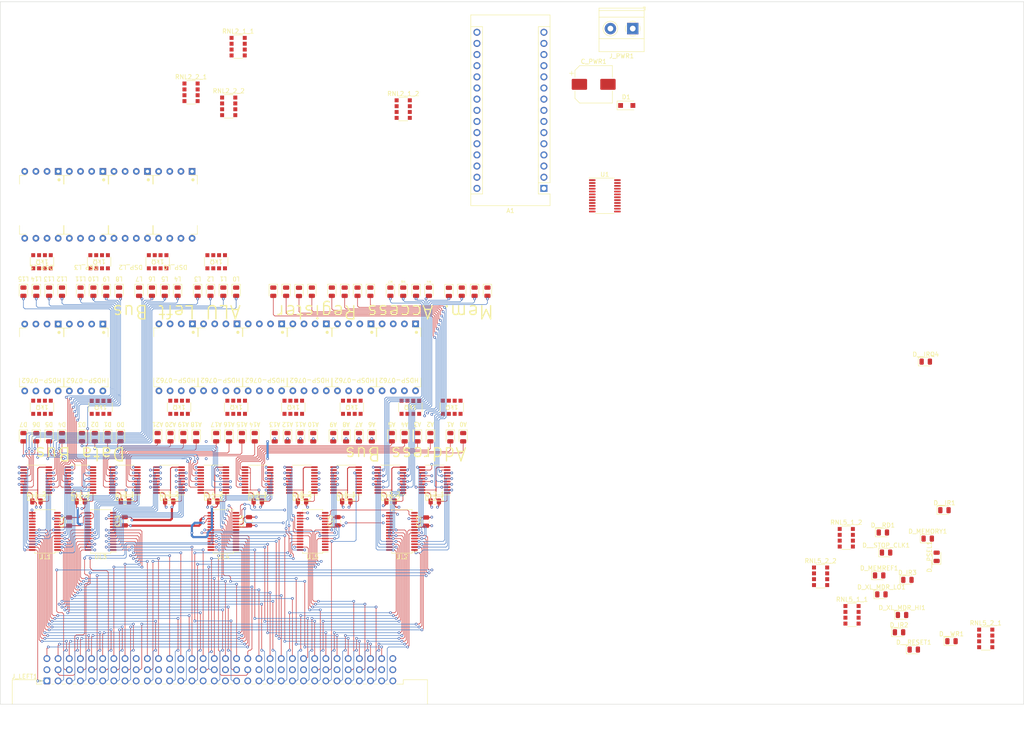
<source format=kicad_pcb>
(kicad_pcb (version 20200909) (generator pcbnew)
  (layers (0 "F.Cu" signal) (1 "In1.Cu" signal) (2 "In2.Cu" signal) (31 "B.Cu" signal) (34 "B.Paste" user) (35 "F.Paste" user) (36 "B.SilkS" user) (37 "F.SilkS" user) (38 "B.Mask" user) (39 "F.Mask" user) (44 "Edge.Cuts" user))
  (net 0 "")
  (net 1 "Net-(A1-Pad16)")
  (net 2 "Net-(A1-Pad15)")
  (net 3 "+5V")
  (net 4 "Net-(A1-Pad14)")
  (net 5 "GND")
  (net 6 "Net-(A1-Pad13)")
  (net 7 "Net-(A1-Pad28)")
  (net 8 "Net-(A1-Pad12)")
  (net 9 "Net-(A1-Pad27)")
  (net 10 "Net-(A1-Pad11)")
  (net 11 "Net-(A1-Pad26)")
  (net 12 "Net-(A1-Pad10)")
  (net 13 "Net-(A1-Pad25)")
  (net 14 "Net-(A1-Pad9)")
  (net 15 "/SCL")
  (net 16 "Net-(A1-Pad8)")
  (net 17 "/SDA")
  (net 18 "Net-(A1-Pad7)")
  (net 19 "Net-(A1-Pad22)")
  (net 20 "Net-(A1-Pad6)")
  (net 21 "Net-(A1-Pad21)")
  (net 22 "Net-(A1-Pad5)")
  (net 23 "Net-(A1-Pad20)")
  (net 24 "Net-(A1-Pad19)")
  (net 25 "Net-(A1-Pad3)")
  (net 26 "Net-(A1-Pad18)")
  (net 27 "Net-(A1-Pad2)")
  (net 28 "Net-(A1-Pad17)")
  (net 29 "Net-(A1-Pad1)")
  (net 30 "Net-(D1-Pad2)")
  (net 31 "/Left connector/D_IR1")
  (net 32 "Net-(D__IR1-Pad1)")
  (net 33 "/Left connector/D__IRQ4")
  (net 34 "Net-(D__IRQ4-Pad1)")
  (net 35 "/Left connector/D__PSEL1")
  (net 36 "Net-(D__PSEL1-Pad1)")
  (net 37 "/Left connector/D__RD")
  (net 38 "Net-(D__RD1-Pad1)")
  (net 39 "/Left connector/D__RESET")
  (net 40 "Net-(D__RESET1-Pad1)")
  (net 41 "/Left connector/D__STOP_CLK")
  (net 42 "Net-(D__STOP_CLK1-Pad1)")
  (net 43 "/Left connector/D__WR")
  (net 44 "Net-(D__WR1-Pad1)")
  (net 45 "/Left connector/D_A0")
  (net 46 "Net-(D_A0-Pad1)")
  (net 47 "/Left connector/D_A1")
  (net 48 "Net-(D_A1-Pad1)")
  (net 49 "/Left connector/D_A2")
  (net 50 "Net-(D_A2-Pad1)")
  (net 51 "/Left connector/D_A3")
  (net 52 "Net-(D_A3-Pad1)")
  (net 53 "/Left connector/D_A4")
  (net 54 "Net-(D_A4-Pad1)")
  (net 55 "/Left connector/D_A5")
  (net 56 "Net-(D_A5-Pad1)")
  (net 57 "/Left connector/D_A6")
  (net 58 "Net-(D_A6-Pad1)")
  (net 59 "/Left connector/D_A7")
  (net 60 "Net-(D_A7-Pad1)")
  (net 61 "/Left connector/D_A8")
  (net 62 "Net-(D_A8-Pad1)")
  (net 63 "/Left connector/D_A9")
  (net 64 "Net-(D_A9-Pad1)")
  (net 65 "/Left connector/D_A10")
  (net 66 "Net-(D_A10-Pad1)")
  (net 67 "/Left connector/D_A11")
  (net 68 "Net-(D_A11-Pad1)")
  (net 69 "/Left connector/D_A12")
  (net 70 "Net-(D_A12-Pad1)")
  (net 71 "/Left connector/D_A13")
  (net 72 "Net-(D_A13-Pad1)")
  (net 73 "/Left connector/D_A14")
  (net 74 "Net-(D_A14-Pad1)")
  (net 75 "/Left connector/D_A15")
  (net 76 "Net-(D_A15-Pad1)")
  (net 77 "/Left connector/D_A16")
  (net 78 "Net-(D_A16-Pad1)")
  (net 79 "/Left connector/D_A17")
  (net 80 "Net-(D_A17-Pad1)")
  (net 81 "/Left connector/D_A18")
  (net 82 "Net-(D_A18-Pad1)")
  (net 83 "/Left connector/D_A19")
  (net 84 "Net-(D_A19-Pad1)")
  (net 85 "/Left connector/D_A20")
  (net 86 "Net-(D_A20-Pad1)")
  (net 87 "/Left connector/D_A21")
  (net 88 "Net-(D_A21-Pad1)")
  (net 89 "/Left connector/D_D0")
  (net 90 "Net-(D_D0-Pad1)")
  (net 91 "/Left connector/D_D1")
  (net 92 "Net-(D_D1-Pad1)")
  (net 93 "/Left connector/D_D2")
  (net 94 "Net-(D_D2-Pad1)")
  (net 95 "/Left connector/D_D3")
  (net 96 "Net-(D_D3-Pad1)")
  (net 97 "/Left connector/D_D4")
  (net 98 "Net-(D_D4-Pad1)")
  (net 99 "/Left connector/D_D5")
  (net 100 "Net-(D_D5-Pad1)")
  (net 101 "/Left connector/D_D6")
  (net 102 "Net-(D_D6-Pad1)")
  (net 103 "/Left connector/D_D7")
  (net 104 "Net-(D_D7-Pad1)")
  (net 105 "/Left connector/D_IR2")
  (net 106 "Net-(D_IR2-Pad1)")
  (net 107 "/Left connector/D_IR3")
  (net 108 "Net-(D_IR3-Pad1)")
  (net 109 "/Left connector/D_L0")
  (net 110 "Net-(D_L0-Pad1)")
  (net 111 "/Left connector/D_L1")
  (net 112 "Net-(D_L1-Pad1)")
  (net 113 "/Left connector/D_L2")
  (net 114 "Net-(D_L2-Pad1)")
  (net 115 "/Left connector/D_L3")
  (net 116 "Net-(D_L3-Pad1)")
  (net 117 "/Left connector/D_L4")
  (net 118 "Net-(D_L4-Pad1)")
  (net 119 "/Left connector/D_L5")
  (net 120 "Net-(D_L5-Pad1)")
  (net 121 "/Left connector/D_L6")
  (net 122 "Net-(D_L6-Pad1)")
  (net 123 "/Left connector/D_L7")
  (net 124 "Net-(D_L7-Pad1)")
  (net 125 "/Left connector/D_L8")
  (net 126 "Net-(D_L8-Pad1)")
  (net 127 "/Left connector/D_L9")
  (net 128 "Net-(D_L9-Pad1)")
  (net 129 "/Left connector/D_L10")
  (net 130 "Net-(D_L10-Pad1)")
  (net 131 "/Left connector/D_L11")
  (net 132 "Net-(D_L11-Pad1)")
  (net 133 "/Left connector/D_L12")
  (net 134 "Net-(D_L12-Pad1)")
  (net 135 "/Left connector/D_L13")
  (net 136 "Net-(D_L13-Pad1)")
  (net 137 "/Left connector/D_L14")
  (net 138 "Net-(D_L14-Pad1)")
  (net 139 "/Left connector/D_L15")
  (net 140 "Net-(D_L15-Pad1)")
  (net 141 "/Left connector/D_MAR0")
  (net 142 "Net-(D_MAR0-Pad1)")
  (net 143 "/Left connector/D_MAR1")
  (net 144 "Net-(D_MAR1-Pad1)")
  (net 145 "/Left connector/D_MAR2")
  (net 146 "Net-(D_MAR2-Pad1)")
  (net 147 "/Left connector/D_MAR3")
  (net 148 "Net-(D_MAR3-Pad1)")
  (net 149 "/Left connector/D_MAR4")
  (net 150 "Net-(D_MAR4-Pad1)")
  (net 151 "/Left connector/D_MAR5")
  (net 152 "Net-(D_MAR5-Pad1)")
  (net 153 "/Left connector/D_MAR6")
  (net 154 "Net-(D_MAR6-Pad1)")
  (net 155 "/Left connector/D_MAR7")
  (net 156 "Net-(D_MAR7-Pad1)")
  (net 157 "/Left connector/D_MAR8")
  (net 158 "Net-(D_MAR8-Pad1)")
  (net 159 "/Left connector/D_MAR9")
  (net 160 "Net-(D_MAR9-Pad1)")
  (net 161 "/Left connector/D_MAR10")
  (net 162 "Net-(D_MAR10-Pad1)")
  (net 163 "/Left connector/D_MAR11")
  (net 164 "Net-(D_MAR11-Pad1)")
  (net 165 "/Left connector/D_MAR12")
  (net 166 "Net-(D_MAR12-Pad1)")
  (net 167 "/Left connector/D_MAR13")
  (net 168 "Net-(D_MAR13-Pad1)")
  (net 169 "/Left connector/D_MAR14")
  (net 170 "Net-(D_MAR14-Pad1)")
  (net 171 "/Left connector/D_MAR15")
  (net 172 "Net-(D_MAR15-Pad1)")
  (net 173 "/Left connector/D_MEMORY")
  (net 174 "Net-(D_MEMORY1-Pad1)")
  (net 175 "/Left connector/D_MEMREF")
  (net 176 "Net-(D_MEMREF1-Pad1)")
  (net 177 "/Left connector/D_XL_MDR_HI")
  (net 178 "Net-(D_XL_MDR_HI1-Pad1)")
  (net 179 "/Left connector/D_XL_MDR_LO")
  (net 180 "Net-(D_XL_MDR_LO1-Pad1)")
  (net 181 "/Left connector/D7")
  (net 182 "/Left connector/D6")
  (net 183 "/Left connector/D5")
  (net 184 "/Left connector/D4")
  (net 185 "/Left connector/D3")
  (net 186 "/Left connector/D2")
  (net 187 "/Left connector/D1")
  (net 188 "/Left connector/D0")
  (net 189 "/Left connector/A21")
  (net 190 "/Left connector/A20")
  (net 191 "/Left connector/A19")
  (net 192 "/Left connector/A18")
  (net 193 "/Left connector/A17")
  (net 194 "/Left connector/A16")
  (net 195 "/Left connector/A15")
  (net 196 "/Left connector/A14")
  (net 197 "/Left connector/A13")
  (net 198 "/Left connector/A12")
  (net 199 "/Left connector/A11")
  (net 200 "/Left connector/A10")
  (net 201 "/Left connector/A9")
  (net 202 "/Left connector/A8")
  (net 203 "/Left connector/A7")
  (net 204 "/Left connector/A6")
  (net 205 "/Left connector/A5")
  (net 206 "/Left connector/A4")
  (net 207 "/Left connector/A3")
  (net 208 "/Left connector/A2")
  (net 209 "/Left connector/A1")
  (net 210 "/Left connector/A0")
  (net 211 "/Left connector/IR3")
  (net 212 "/Left connector/IR2")
  (net 213 "/Left connector/IR1")
  (net 214 "/Left connector/_IRQ4")
  (net 215 "/Left connector/_RD")
  (net 216 "/Left connector/XL_MDR_LO")
  (net 217 "/Left connector/XL_MDR_HI")
  (net 218 "/Left connector/_WR")
  (net 219 "/Left connector/_STOP_CLK")
  (net 220 "/Left connector/_RESET")
  (net 221 "/Left connector/MEMREF")
  (net 222 "/Left connector/MAR15")
  (net 223 "/Left connector/MAR14")
  (net 224 "/Left connector/MAR13")
  (net 225 "/Left connector/_PSEL1")
  (net 226 "/Left connector/MAR12")
  (net 227 "/Left connector/MAR11")
  (net 228 "/Left connector/MAR10")
  (net 229 "/Left connector/MEMORY")
  (net 230 "/Left connector/MAR9")
  (net 231 "/Left connector/MAR8")
  (net 232 "/Left connector/MAR7")
  (net 233 "/Left connector/MAR6")
  (net 234 "/Left connector/MAR5")
  (net 235 "/Left connector/MAR4")
  (net 236 "/Left connector/MAR3")
  (net 237 "/Left connector/MAR2")
  (net 238 "/Left connector/MAR1")
  (net 239 "/Left connector/MAR0")
  (net 240 "/Left connector/L15")
  (net 241 "/Left connector/L14")
  (net 242 "/Left connector/L13")
  (net 243 "/Left connector/L12")
  (net 244 "/Left connector/L11")
  (net 245 "/Left connector/L10")
  (net 246 "/Left connector/L9")
  (net 247 "/Left connector/L8")
  (net 248 "/Left connector/L7")
  (net 249 "/Left connector/L6")
  (net 250 "/Left connector/L5")
  (net 251 "/Left connector/L4")
  (net 252 "/Left connector/L3")
  (net 253 "/Left connector/L2")
  (net 254 "/Left connector/L1")
  (net 255 "/Left connector/L0")
  (net 256 "Net-(RNL4_1_1-Pad6)")
  (net 257 "Net-(RNL4_1_1-Pad5)")
  (net 258 "Net-(RNL5_1_2-Pad6)")
  (net 259 "Net-(RNL5_1_2-Pad5)")
  (net 260 "Net-(RNL5_1_2-Pad8)")
  (net 261 "Net-(U1-Pad20)")
  (net 262 "Net-(U1-Pad19)")
  (net 263 "Net-(U1-Pad18)")
  (net 264 "Net-(U1-Pad17)")
  (net 265 "Net-(U1-Pad16)")
  (net 266 "Net-(U1-Pad15)")
  (net 267 "Net-(U1-Pad14)")
  (net 268 "Net-(U1-Pad13)")
  (net 269 "Net-(U1-Pad11)")
  (net 270 "Net-(U1-Pad10)")
  (net 271 "Net-(U1-Pad9)")
  (net 272 "Net-(U1-Pad8)")
  (net 273 "Net-(U1-Pad7)")
  (net 274 "Net-(U1-Pad6)")
  (net 275 "/SCL_0")
  (net 276 "/SCL_1")
  (net 277 "Net-(U1-Pad3)")
  (net 278 "Net-(UL1-Pad20)")
  (net 279 "Net-(UL1-Pad19)")
  (net 280 "Net-(UL1-Pad18)")
  (net 281 "Net-(UL1-Pad14)")
  (net 282 "/Left connector/SDA")
  (net 283 "/Left connector/SCL")
  (net 284 "Net-(UL1-Pad11)")
  (net 285 "Net-(UL2-Pad20)")
  (net 286 "Net-(UL2-Pad19)")
  (net 287 "Net-(UL2-Pad18)")
  (net 288 "Net-(UL2-Pad14)")
  (net 289 "Net-(UL2-Pad11)")
  (net 290 "Net-(UL3-Pad20)")
  (net 291 "Net-(UL3-Pad19)")
  (net 292 "Net-(UL3-Pad18)")
  (net 293 "Net-(UL3-Pad14)")
  (net 294 "Net-(UL3-Pad11)")
  (net 295 "Net-(UL4-Pad20)")
  (net 296 "Net-(UL4-Pad19)")
  (net 297 "Net-(UL4-Pad18)")
  (net 298 "Net-(UL4-Pad14)")
  (net 299 "Net-(UL4-Pad11)")
  (net 300 "Net-(UL4-Pad8)")
  (net 301 "Net-(UL4-Pad7)")
  (net 302 "Net-(UL5-Pad20)")
  (net 303 "Net-(UL5-Pad19)")
  (net 304 "Net-(UL5-Pad18)")
  (net 305 "Net-(UL5-Pad14)")
  (net 306 "Net-(UL5-Pad11)")
  (net 307 "Net-(UL5-Pad3)")
  (net 308 "Net-(UL5-Pad2)")
  (net 309 "Net-(UL5-Pad1)")
  (net 310 "Net-(UL4_1-Pad9)")
  (net 311 "Net-(UL4_1-Pad7)")
  (net 312 "Net-(UL5_1-Pad18)")
  (net 313 "Net-(UL5_1-Pad16)")
  (net 314 "Net-(UL5_1-Pad14)")
  (net 315 "Net-(UL5_1-Pad6)")
  (net 316 "Net-(UL5_1-Pad4)")
  (net 317 "Net-(UL5_1-Pad2)")
  (net 318 "Net-(DSP_A0-Pad5)")
  (net 319 "Net-(DSP_A1-Pad5)")
  (net 320 "Net-(DSP_A2-Pad5)")
  (net 321 "Net-(DSP_A3-Pad5)")
  (net 322 "Net-(DSP_A4-Pad5)")
  (net 323 "Net-(DSP_A5-Pad5)")
  (net 324 "Net-(DSP_D0-Pad5)")
  (net 325 "Net-(DSP_D1-Pad5)")
  (net 326 "Net-(DSP_L0-Pad5)")
  (net 327 "Net-(DSP_L1-Pad5)")
  (net 328 "Net-(DSP_L2-Pad5)")
  (net 329 "Net-(DSP_L3-Pad5)")
  (module "LED_SMD:LED_0805_2012Metric" (layer "F.Cu") (at 46.06 124.2 -90)
    (fp_text reference "D_D4" hide)
    (fp_text value "LED_Small" hide)
    (fp_text user "D4" (at -2.925 0 -180 unlocked) (layer "F.SilkS") (effects (font (size 1 0.9))))
    (pad "1" smd roundrect (at -0.9375 0 270) (size 0.975 1.4) (layers "F.Cu" "F.Paste" "F.Mask") (net 98 "Net-(D_D4-Pad1)"))
    (pad "2" smd roundrect (at 0.9375 0 270) (size 0.975 1.4) (layers "F.Cu" "F.Paste" "F.Mask") (net 97 "/Left connector/D_D4"))
  )
  (module "LED_SMD:LED_0805_2012Metric" (layer "F.Cu") (at 139.985 91.05 -90)
    (fp_text reference "D_MAR1" hide)
    (fp_text value "LED_Small" hide)
    (pad "1" smd roundrect (at -0.9375 0 270) (size 0.975 1.4) (layers "F.Cu" "F.Paste" "F.Mask") (net 144 "Net-(D_MAR1-Pad1)"))
    (pad "2" smd roundrect (at 0.9375 0 270) (size 0.975 1.4) (layers "F.Cu" "F.Paste" "F.Mask") (net 143 "/Left connector/D_MAR1"))
  )
  (module "LED_SMD:LED_0805_2012Metric" (layer "F.Cu") (at 79.86 91.05 -90)
    (fp_text reference "D_L2" hide)
    (fp_text value "LED_Small" hide)
    (fp_text user "L2" (at -2.925 0 -180 unlocked) (layer "F.SilkS") (effects (font (size 1 0.9))))
    (pad "1" smd roundrect (at -0.9375 0 270) (size 0.975 1.4) (layers "F.Cu" "F.Paste" "F.Mask") (net 114 "Net-(D_L2-Pad1)"))
    (pad "2" smd roundrect (at 0.9375 0 270) (size 0.975 1.4) (layers "F.Cu" "F.Paste" "F.Mask") (net 113 "/Left connector/D_L2"))
  )
  (module "Package_SO:TSSOP-24_4.4x7.8mm_P0.65mm" (layer "F.Cu") (at 169.63 69.21)
    (fp_text reference "U1" (at 0 -4.85) (layer "F.SilkS"))
    (fp_text value "TCA9548APWR")
    (pad "1" smd roundrect (at -2.8625 -3.575) (size 1.475 0.4) (layers "F.Cu" "F.Paste" "F.Mask") (net 5 "GND"))
    (pad "2" smd roundrect (at -2.8625 -2.925) (size 1.475 0.4) (layers "F.Cu" "F.Paste" "F.Mask") (net 5 "GND"))
    (pad "3" smd roundrect (at -2.8625 -2.275) (size 1.475 0.4) (layers "F.Cu" "F.Paste" "F.Mask") (net 277 "Net-(U1-Pad3)"))
    (pad "4" smd roundrect (at -2.8625 -1.625) (size 1.475 0.4) (layers "F.Cu" "F.Paste" "F.Mask") (net 276 "/SCL_1"))
    (pad "5" smd roundrect (at -2.8625 -0.975) (size 1.475 0.4) (layers "F.Cu" "F.Paste" "F.Mask") (net 275 "/SCL_0"))
    (pad "6" smd roundrect (at -2.8625 -0.325) (size 1.475 0.4) (layers "F.Cu" "F.Paste" "F.Mask") (net 274 "Net-(U1-Pad6)"))
    (pad "7" smd roundrect (at -2.8625 0.325) (size 1.475 0.4) (layers "F.Cu" "F.Paste" "F.Mask") (net 273 "Net-(U1-Pad7)"))
    (pad "8" smd roundrect (at -2.8625 0.975) (size 1.475 0.4) (layers "F.Cu" "F.Paste" "F.Mask") (net 272 "Net-(U1-Pad8)"))
    (pad "9" smd roundrect (at -2.8625 1.625) (size 1.475 0.4) (layers "F.Cu" "F.Paste" "F.Mask") (net 271 "Net-(U1-Pad9)"))
    (pad "10" smd roundrect (at -2.8625 2.275) (size 1.475 0.4) (layers "F.Cu" "F.Paste" "F.Mask") (net 270 "Net-(U1-Pad10)"))
    (pad "11" smd roundrect (at -2.8625 2.925) (size 1.475 0.4) (layers "F.Cu" "F.Paste" "F.Mask") (net 269 "Net-(U1-Pad11)"))
    (pad "12" smd roundrect (at -2.8625 3.575) (size 1.475 0.4) (layers "F.Cu" "F.Paste" "F.Mask") (net 5 "GND"))
    (pad "13" smd roundrect (at 2.8625 3.575) (size 1.475 0.4) (layers "F.Cu" "F.Paste" "F.Mask") (net 268 "Net-(U1-Pad13)"))
    (pad "14" smd roundrect (at 2.8625 2.925) (size 1.475 0.4) (layers "F.Cu" "F.Paste" "F.Mask") (net 267 "Net-(U1-Pad14)"))
    (pad "15" smd roundrect (at 2.8625 2.275) (size 1.475 0.4) (layers "F.Cu" "F.Paste" "F.Mask") (net 266 "Net-(U1-Pad15)"))
    (pad "16" smd roundrect (at 2.8625 1.625) (size 1.475 0.4) (layers "F.Cu" "F.Paste" "F.Mask") (net 265 "Net-(U1-Pad16)"))
    (pad "17" smd roundrect (at 2.8625 0.975) (size 1.475 0.4) (layers "F.Cu" "F.Paste" "F.Mask") (net 264 "Net-(U1-Pad17)"))
    (pad "18" smd roundrect (at 2.8625 0.325) (size 1.475 0.4) (layers "F.Cu" "F.Paste" "F.Mask") (net 263 "Net-(U1-Pad18)"))
    (pad "19" smd roundrect (at 2.8625 -0.325) (size 1.475 0.4) (layers "F.Cu" "F.Paste" "F.Mask") (net 262 "Net-(U1-Pad19)"))
    (pad "20" smd roundrect (at 2.8625 -0.975) (size 1.475 0.4) (layers "F.Cu" "F.Paste" "F.Mask") (net 261 "Net-(U1-Pad20)"))
    (pad "21" smd roundrect (at 2.8625 -1.625) (size 1.475 0.4) (layers "F.Cu" "F.Paste" "F.Mask") (net 5 "GND"))
    (pad "22" smd roundrect (at 2.8625 -2.275) (size 1.475 0.4) (layers "F.Cu" "F.Paste" "F.Mask") (net 15 "/SCL"))
    (pad "23" smd roundrect (at 2.8625 -2.925) (size 1.475 0.4) (layers "F.Cu" "F.Paste" "F.Mask") (net 17 "/SDA"))
    (pad "24" smd roundrect (at 2.8625 -3.575) (size 1.475 0.4) (layers "F.Cu" "F.Paste" "F.Mask") (net 3 "+5V"))
  )
  (module "Components:HDSP-076x-077x-086x-096x" (layer "F.Cu") (at 102.42 106 180)
    (fp_text reference "DSP_A2" hide)
    (fp_text value "HDSP-0762" (at 0 -5.2 180 unlocked) (layer "F.SilkS"))
    (pad "1" thru_hole rect (at -3.81 7.62 180) (size 1.524 1.524) (drill 0.762) (layers *.Cu *.Mask) (net 61 "/Left connector/D_A8"))
    (pad "2" thru_hole circle (at -1.27 7.62 180) (size 1.524 1.524) (drill 0.762) (layers *.Cu *.Mask) (net 59 "/Left connector/D_A7"))
    (pad "3" thru_hole circle (at 1.27 7.62 180) (size 1.524 1.524) (drill 0.762) (layers *.Cu *.Mask) (net 57 "/Left connector/D_A6"))
    (pad "4" thru_hole circle (at 3.81 7.62 180) (size 1.524 1.524) (drill 0.762) (layers *.Cu *.Mask) (net 5 "GND"))
    (pad "5" thru_hole circle (at 3.81 -7.62 180) (size 1.524 1.524) (drill 0.762) (layers *.Cu *.Mask) (net 320 "Net-(DSP_A2-Pad5)"))
    (pad "6" thru_hole circle (at 1.27 -7.62 180) (size 1.524 1.524) (drill 0.762) (layers *.Cu *.Mask) (net 5 "GND"))
    (pad "7" thru_hole circle (at -1.27 -7.62 180) (size 1.524 1.524) (drill 0.762) (layers *.Cu *.Mask) (net 3 "+5V"))
    (pad "8" thru_hole circle (at -3.81 -7.62 180) (size 1.524 1.524) (drill 0.762) (layers *.Cu *.Mask) (net 63 "/Left connector/D_A9"))
  )
  (module "Resistor_SMD:R_Array_Convex_4x1206" (layer "F.Cu") (at 84.0115 48.828)
    (fp_text reference "RNL2_2_2" (at 0 -3.5) (layer "F.SilkS"))
    (fp_text value "R_Pack04")
    (pad "1" smd rect (at -1.5 -2) (size 0.9 0.9) (layers "F.Cu" "F.Paste" "F.Mask") (net 5 "GND"))
    (pad "2" smd rect (at -1.5 -0.66) (size 0.9 0.9) (layers "F.Cu" "F.Paste" "F.Mask") (net 5 "GND"))
    (pad "3" smd rect (at -1.5 0.66) (size 0.9 0.9) (layers "F.Cu" "F.Paste" "F.Mask") (net 5 "GND"))
    (pad "4" smd rect (at -1.5 2) (size 0.9 0.9) (layers "F.Cu" "F.Paste" "F.Mask") (net 5 "GND"))
    (pad "5" smd rect (at 1.5 2) (size 0.9 0.9) (layers "F.Cu" "F.Paste" "F.Mask") (net 150 "Net-(D_MAR4-Pad1)"))
    (pad "6" smd rect (at 1.5 0.66) (size 0.9 0.9) (layers "F.Cu" "F.Paste" "F.Mask") (net 152 "Net-(D_MAR5-Pad1)"))
    (pad "7" smd rect (at 1.5 -0.66) (size 0.9 0.9) (layers "F.Cu" "F.Paste" "F.Mask") (net 154 "Net-(D_MAR6-Pad1)"))
    (pad "8" smd rect (at 1.5 -2) (size 0.9 0.9) (layers "F.Cu" "F.Paste" "F.Mask") (net 156 "Net-(D_MAR7-Pad1)"))
  )
  (module "LED_SMD:LED_0805_2012Metric" (layer "F.Cu") (at 76.61 124.2 -90)
    (fp_text reference "D_A18" hide)
    (fp_text value "LED_Small" hide)
    (fp_text user "A18" (at -2.925 0 180 unlocked) (layer "F.SilkS") (effects (font (size 1 0.9))))
    (pad "1" smd roundrect (at -0.9375 0 270) (size 0.975 1.4) (layers "F.Cu" "F.Paste" "F.Mask") (net 82 "Net-(D_A18-Pad1)"))
    (pad "2" smd roundrect (at 0.9375 0 270) (size 0.975 1.4) (layers "F.Cu" "F.Paste" "F.Mask") (net 81 "/Left connector/D_A18"))
  )
  (module "LED_SMD:LED_0805_2012Metric" (layer "F.Cu") (at 246.937 140.815)
    (fp_text reference "D__IR1" (at 0 -1.65) (layer "F.SilkS"))
    (fp_text value "LED_Small")
    (pad "1" smd roundrect (at -0.9375 0) (size 0.975 1.4) (layers "F.Cu" "F.Paste" "F.Mask") (net 32 "Net-(D__IR1-Pad1)"))
    (pad "2" smd roundrect (at 0.9375 0) (size 0.975 1.4) (layers "F.Cu" "F.Paste" "F.Mask") (net 31 "/Left connector/D_IR1"))
  )
  (module "Capacitor_SMD:C_0805_2012Metric" (layer "F.Cu") (at 120.8475 138.825)
    (fp_text reference "CL2_2" (at 0 -1.65) (layer "F.SilkS"))
    (fp_text value "C_Small")
    (pad "1" smd roundrect (at -0.9375 0) (size 0.975 1.4) (layers "F.Cu" "F.Paste" "F.Mask") (net 3 "+5V"))
    (pad "2" smd roundrect (at 0.9375 0) (size 0.975 1.4) (layers "F.Cu" "F.Paste" "F.Mask") (net 5 "GND"))
  )
  (module "LED_SMD:LED_0805_2012Metric" (layer "F.Cu") (at 40.21 124.2 -90)
    (fp_text reference "D_D6" hide)
    (fp_text value "LED_Small" hide)
    (fp_text user "D6" (at -2.925 0 -180 unlocked) (layer "F.SilkS") (effects (font (size 1 0.9))))
    (pad "1" smd roundrect (at -0.9375 0 270) (size 0.975 1.4) (layers "F.Cu" "F.Paste" "F.Mask") (net 102 "Net-(D_D6-Pad1)"))
    (pad "2" smd roundrect (at 0.9375 0 270) (size 0.975 1.4) (layers "F.Cu" "F.Paste" "F.Mask") (net 101 "/Left connector/D_D6"))
  )
  (module "LED_SMD:LED_0805_2012Metric" (layer "F.Cu") (at 85.71 91.05 -90)
    (fp_text reference "D_L0" hide)
    (fp_text value "LED_Small" hide)
    (fp_text user "L0" (at -2.925 0 -180 unlocked) (layer "F.SilkS") (effects (font (size 1 0.9))))
    (pad "1" smd roundrect (at -0.9375 0 270) (size 0.975 1.4) (layers "F.Cu" "F.Paste" "F.Mask") (net 110 "Net-(D_L0-Pad1)"))
    (pad "2" smd roundrect (at 0.9375 0 270) (size 0.975 1.4) (layers "F.Cu" "F.Paste" "F.Mask") (net 109 "/Left connector/D_L0"))
  )
  (module "LED_SMD:LED_0805_2012Metric" (layer "F.Cu") (at 89.935 124.2 -90)
    (fp_text reference "D_A14" hide)
    (fp_text value "LED_Small" hide)
    (fp_text user "A14" (at -2.925 0 180 unlocked) (layer "F.SilkS") (effects (font (size 1 0.9))))
    (pad "1" smd roundrect (at -0.9375 0 270) (size 0.975 1.4) (layers "F.Cu" "F.Paste" "F.Mask") (net 74 "Net-(D_A14-Pad1)"))
    (pad "2" smd roundrect (at 0.9375 0 270) (size 0.975 1.4) (layers "F.Cu" "F.Paste" "F.Mask") (net 73 "/Left connector/D_A14"))
  )
  (module "Capacitor_SMD:C_0805_2012Metric" (layer "F.Cu") (at 40.2475 138.825)
    (fp_text reference "CL1_2" (at 0 -1.65) (layer "F.SilkS"))
    (fp_text value "C_Small")
    (pad "1" smd roundrect (at -0.9375 0) (size 0.975 1.4) (layers "F.Cu" "F.Paste" "F.Mask") (net 3 "+5V"))
    (pad "2" smd roundrect (at 0.9375 0) (size 0.975 1.4) (layers "F.Cu" "F.Paste" "F.Mask") (net 5 "GND"))
  )
  (module "LED_SMD:LED_0805_2012Metric" (layer "F.Cu") (at 110.735 124.2 -90)
    (fp_text reference "D_A8" hide)
    (fp_text value "LED_Small" hide)
    (fp_text user "A8" (at -2.925 0 -180 unlocked) (layer "F.SilkS") (effects (font (size 1 0.9))))
    (pad "1" smd roundrect (at -0.9375 0 270) (size 0.975 1.4) (layers "F.Cu" "F.Paste" "F.Mask") (net 62 "Net-(D_A8-Pad1)"))
    (pad "2" smd roundrect (at 0.9375 0 270) (size 0.975 1.4) (layers "F.Cu" "F.Paste" "F.Mask") (net 61 "/Left connector/D_A8"))
  )
  (module "Package_SO:TSSOP-20_4.4x6.5mm_P0.65mm" (layer "F.Cu") (at 80.51 133.95 180)
    (fp_text reference "UL4_2" (at 0 -4.2) (layer "F.SilkS"))
    (fp_text value "74ACT244")
    (pad "1" smd roundrect (at -2.8625 -2.925 180) (size 1.475 0.4) (layers "F.Cu" "F.Paste" "F.Mask") (net 5 "GND"))
    (pad "2" smd roundrect (at -2.8625 -2.275 180) (size 1.475 0.4) (layers "F.Cu" "F.Paste" "F.Mask") (net 184 "/Left connector/D4"))
    (pad "3" smd roundrect (at -2.8625 -1.625 180) (size 1.475 0.4) (layers "F.Cu" "F.Paste" "F.Mask") (net 89 "/Left connector/D_D0"))
    (pad "4" smd roundrect (at -2.8625 -0.975 180) (size 1.475 0.4) (layers "F.Cu" "F.Paste" "F.Mask") (net 183 "/Left connector/D5"))
    (pad "5" smd roundrect (at -2.8625 -0.325 180) (size 1.475 0.4) (layers "F.Cu" "F.Paste" "F.Mask") (net 91 "/Left connector/D_D1"))
    (pad "6" smd roundrect (at -2.8625 0.325 180) (size 1.475 0.4) (layers "F.Cu" "F.Paste" "F.Mask") (net 182 "/Left connector/D6"))
    (pad "7" smd roundrect (at -2.8625 0.975 180) (size 1.475 0.4) (layers "F.Cu" "F.Paste" "F.Mask") (net 93 "/Left connector/D_D2"))
    (pad "8" smd roundrect (at -2.8625 1.625 180) (size 1.475 0.4) (layers "F.Cu" "F.Paste" "F.Mask") (net 181 "/Left connector/D7"))
    (pad "9" smd roundrect (at -2.8625 2.275 180) (size 1.475 0.4) (layers "F.Cu" "F.Paste" "F.Mask") (net 95 "/Left connector/D_D3"))
    (pad "10" smd roundrect (at -2.8625 2.925 180) (size 1.475 0.4) (layers "F.Cu" "F.Paste" "F.Mask") (net 5 "GND"))
    (pad "11" smd roundrect (at 2.8625 2.925 180) (size 1.475 0.4) (layers "F.Cu" "F.Paste" "F.Mask") (net 185 "/Left connector/D3"))
    (pad "12" smd roundrect (at 2.8625 2.275 180) (size 1.475 0.4) (layers "F.Cu" "F.Paste" "F.Mask") (net 103 "/Left connector/D_D7"))
    (pad "13" smd roundrect (at 2.8625 1.625 180) (size 1.475 0.4) (layers "F.Cu" "F.Paste" "F.Mask") (net 186 "/Left connector/D2"))
    (pad "14" smd roundrect (at 2.8625 0.975 180) (size 1.475 0.4) (layers "F.Cu" "F.Paste" "F.Mask") (net 101 "/Left connector/D_D6"))
    (pad "15" smd roundrect (at 2.8625 0.325 180) (size 1.475 0.4) (layers "F.Cu" "F.Paste" "F.Mask") (net 187 "/Left connector/D1"))
    (pad "16" smd roundrect (at 2.8625 -0.325 180) (size 1.475 0.4) (layers "F.Cu" "F.Paste" "F.Mask") (net 99 "/Left connector/D_D5"))
    (pad "17" smd roundrect (at 2.8625 -0.975 180) (size 1.475 0.4) (layers "F.Cu" "F.Paste" "F.Mask") (net 188 "/Left connector/D0"))
    (pad "18" smd roundrect (at 2.8625 -1.625 180) (size 1.475 0.4) (layers "F.Cu" "F.Paste" "F.Mask") (net 97 "/Left connector/D_D4"))
    (pad "19" smd roundrect (at 2.8625 -2.275 180) (size 1.475 0.4) (layers "F.Cu" "F.Paste" "F.Mask") (net 5 "GND"))
    (pad "20" smd roundrect (at 2.8625 -2.925 180) (size 1.475 0.4) (layers "F.Cu" "F.Paste" "F.Mask") (net 3 "+5V"))
  )
  (module "Diode_SMD:D_SOD-123F" (layer "F.Cu") (at 174.618 48.622)
    (fp_text reference "D1" (at -0.127 -1.905) (layer "F.SilkS"))
    (fp_text value "1N4007FLTR")
    (pad "1" smd rect (at -1.4 0) (size 1.1 1.1) (layers "F.Cu" "F.Paste" "F.Mask") (net 3 "+5V"))
    (pad "2" smd rect (at 1.4 0) (size 1.1 1.1) (layers "F.Cu" "F.Paste" "F.Mask") (net 30 "Net-(D1-Pad2)"))
  )
  (module "LED_SMD:LED_0805_2012Metric" (layer "F.Cu") (at 116.26 91.05 -90)
    (fp_text reference "D_MAR8" hide)
    (fp_text value "LED_Small" hide)
    (pad "1" smd roundrect (at -0.9375 0 270) (size 0.975 1.4) (layers "F.Cu" "F.Paste" "F.Mask") (net 158 "Net-(D_MAR8-Pad1)"))
    (pad "2" smd roundrect (at 0.9375 0 270) (size 0.975 1.4) (layers "F.Cu" "F.Paste" "F.Mask") (net 157 "/Left connector/D_MAR8"))
  )
  (module "Resistor_SMD:R_Array_Convex_4x1206" (layer "F.Cu") (at 41.51 84.225 -90)
    (fp_text reference "RNL1_1_2" hide)
    (fp_text value "R_Pack04" hide)
    (fp_text user "1kΩ" (at 0 0 -180 unlocked) (layer "F.SilkS"))
    (pad "1" smd rect (at -1.5 -2 270) (size 0.9 0.9) (layers "F.Cu" "F.Paste" "F.Mask") (net 5 "GND"))
    (pad "2" smd rect (at -1.5 -0.66 270) (size 0.9 0.9) (layers "F.Cu" "F.Paste" "F.Mask") (net 5 "GND"))
    (pad "3" smd rect (at -1.5 0.66 270) (size 0.9 0.9) (layers "F.Cu" "F.Paste" "F.Mask") (net 5 "GND"))
    (pad "4" smd rect (at -1.5 2 270) (size 0.9 0.9) (layers "F.Cu" "F.Paste" "F.Mask") (net 5 "GND"))
    (pad "5" smd rect (at 1.5 2 270) (size 0.9 0.9) (layers "F.Cu" "F.Paste" "F.Mask") (net 140 "Net-(D_L15-Pad1)"))
    (pad "6" smd rect (at 1.5 0.66 270) (size 0.9 0.9) (layers "F.Cu" "F.Paste" "F.Mask") (net 138 "Net-(D_L14-Pad1)"))
    (pad "7" smd rect (at 1.5 -0.66 270) (size 0.9 0.9) (layers "F.Cu" "F.Paste" "F.Mask") (net 136 "Net-(D_L13-Pad1)"))
    (pad "8" smd rect (at 1.5 -2 270) (size 0.9 0.9) (layers "F.Cu" "F.Paste" "F.Mask") (net 134 "Net-(D_L12-Pad1)"))
  )
  (module "Module:Arduino_Nano" (layer "F.Cu") (at 155.76 67.51 180)
    (fp_text reference "A1" (at 7.62 -5.08) (layer "F.SilkS"))
    (fp_text value "Arduino_Nano_Every")
    (pad "1" thru_hole rect (at 0 0 180) (size 1.6 1.6) (drill 1) (layers *.Cu *.Mask) (net 29 "Net-(A1-Pad1)"))
    (pad "2" thru_hole oval (at 0 2.54 180) (size 1.6 1.6) (drill 1) (layers *.Cu *.Mask) (net 27 "Net-(A1-Pad2)"))
    (pad "3" thru_hole oval (at 0 5.08 180) (size 1.6 1.6) (drill 1) (layers *.Cu *.Mask) (net 25 "Net-(A1-Pad3)"))
    (pad "4" thru_hole oval (at 0 7.62 180) (size 1.6 1.6) (drill 1) (layers *.Cu *.Mask) (net 5 "GND"))
    (pad "5" thru_hole oval (at 0 10.16 180) (size 1.6 1.6) (drill 1) (layers *.Cu *.Mask) (net 22 "Net-(A1-Pad5)"))
    (pad "6" thru_hole oval (at 0 12.7 180) (size 1.6 1.6) (drill 1) (layers *.Cu *.Mask) (net 20 "Net-(A1-Pad6)"))
    (pad "7" thru_hole oval (at 0 15.24 180) (size 1.6 1.6) (drill 1) (layers *.Cu *.Mask) (net 18 "Net-(A1-Pad7)"))
    (pad "8" thru_hole oval (at 0 17.78 180) (size 1.6 1.6) (drill 1) (layers *.Cu *.Mask) (net 16 "Net-(A1-Pad8)"))
    (pad "9" thru_hole oval (at 0 20.32 180) (size 1.6 1.6) (drill 1) (layers *.Cu *.Mask) (net 14 "Net-(A1-Pad9)"))
    (pad "10" thru_hole oval (at 0 22.86 180) (size 1.6 1.6) (drill 1) (layers *.Cu *.Mask) (net 12 "Net-(A1-Pad10)"))
    (pad "11" thru_hole oval (at 0 25.4 180) (size 1.6 1.6) (drill 1) (layers *.Cu *.Mask) (net 10 "Net-(A1-Pad11)"))
    (pad "12" thru_hole oval (at 0 27.94 180) (size 1.6 1.6) (drill 1) (layers *.Cu *.Mask) (net 8 "Net-(A1-Pad12)"))
    (pad "13" thru_hole oval (at 0 30.48 180) (size 1.6 1.6) (drill 1) (layers *.Cu *.Mask) (net 6 "Net-(A1-Pad13)"))
    (pad "14" thru_hole oval (at 0 33.02 180) (size 1.6 1.6) (drill 1) (layers *.Cu *.Mask) (net 4 "Net-(A1-Pad14)"))
    (pad "15" thru_hole oval (at 0 35.56 180) (size 1.6 1.6) (drill 1) (layers *.Cu *.Mask) (net 2 "Net-(A1-Pad15)"))
    (pad "16" thru_hole oval (at 15.24 35.56 180) (size 1.6 1.6) (drill 1) (layers *.Cu *.Mask) (net 1 "Net-(A1-Pad16)"))
    (pad "17" thru_hole oval (at 15.24 33.02 180) (size 1.6 1.6) (drill 1) (layers *.Cu *.Mask) (net 28 "Net-(A1-Pad17)"))
    (pad "18" thru_hole oval (at 15.24 30.48 180) (size 1.6 1.6) (drill 1) (layers *.Cu *.Mask) (net 26 "Net-(A1-Pad18)"))
    (pad "19" thru_hole oval (at 15.24 27.94 180) (size 1.6 1.6) (drill 1) (layers *.Cu *.Mask) (net 24 "Net-(A1-Pad19)"))
    (pad "20" thru_hole oval (at 15.24 25.4 180) (size 1.6 1.6) (drill 1) (layers *.Cu *.Mask) (net 23 "Net-(A1-Pad20)"))
    (pad "21" thru_hole oval (at 15.24 22.86 180) (size 1.6 1.6) (drill 1) (layers *.Cu *.Mask) (net 21 "Net-(A1-Pad21)"))
    (pad "22" thru_hole oval (at 15.24 20.32 180) (size 1.6 1.6) (drill 1) (layers *.Cu *.Mask) (net 19 "Net-(A1-Pad22)"))
    (pad "23" thru_hole oval (at 15.24 17.78 180) (size 1.6 1.6) (drill 1) (layers *.Cu *.Mask) (net 17 "/SDA"))
    (pad "24" thru_hole oval (at 15.24 15.24 180) (size 1.6 1.6) (drill 1) (layers *.Cu *.Mask) (net 15 "/SCL"))
    (pad "25" thru_hole oval (at 15.24 12.7 180) (size 1.6 1.6) (drill 1) (layers *.Cu *.Mask) (net 13 "Net-(A1-Pad25)"))
    (pad "26" thru_hole oval (at 15.24 10.16 180) (size 1.6 1.6) (drill 1) (layers *.Cu *.Mask) (net 11 "Net-(A1-Pad26)"))
    (pad "27" thru_hole oval (at 15.24 7.62 180) (size 1.6 1.6) (drill 1) (layers *.Cu *.Mask) (net 9 "Net-(A1-Pad27)"))
    (pad "28" thru_hole oval (at 15.24 5.08 180) (size 1.6 1.6) (drill 1) (layers *.Cu *.Mask) (net 7 "Net-(A1-Pad28)"))
    (pad "29" thru_hole oval (at 15.24 2.54 180) (size 1.6 1.6) (drill 1) (layers *.Cu *.Mask) (net 5 "GND"))
    (pad "30" thru_hole oval (at 15.24 0 180) (size 1.6 1.6) (drill 1) (layers *.Cu *.Mask) (net 3 "+5V"))
  )
  (module "LED_SMD:LED_0805_2012Metric" (layer "F.Cu") (at 126.985 124.2 -90)
    (fp_text reference "D_A3" hide)
    (fp_text value "LED_Small" hide)
    (fp_text user "A3" (at -2.9625 0 -180 unlocked) (layer "F.SilkS") (effects (font (size 1 0.9))))
    (pad "1" smd roundrect (at -0.9375 0 270) (size 0.975 1.4) (layers "F.Cu" "F.Paste" "F.Mask") (net 52 "Net-(D_A3-Pad1)"))
    (pad "2" smd roundrect (at 0.9375 0 270) (size 0.975 1.4) (layers "F.Cu" "F.Paste" "F.Mask") (net 51 "/Left connector/D_A3"))
  )
  (module "LED_SMD:LED_0805_2012Metric" (layer "F.Cu") (at 100.335 124.2 -90)
    (fp_text reference "D_A11" hide)
    (fp_text value "LED_Small" hide)
    (fp_text user "A11" (at -2.925 0 -180 unlocked) (layer "F.SilkS") (effects (font (size 1 0.9))))
    (pad "1" smd roundrect (at -0.9375 0 270) (size 0.975 1.4) (layers "F.Cu" "F.Paste" "F.Mask") (net 68 "Net-(D_A11-Pad1)"))
    (pad "2" smd roundrect (at 0.9375 0 270) (size 0.975 1.4) (layers "F.Cu" "F.Paste" "F.Mask") (net 67 "/Left connector/D_A11"))
  )
  (module "Components:HDSP-076x-077x-086x-096x" (layer "F.Cu") (at 82.1 106 180)
    (fp_text reference "DSP_A4" hide)
    (fp_text value "HDSP-0762" (at 0 -5.2 180 unlocked) (layer "F.SilkS"))
    (pad "1" thru_hole rect (at -3.81 7.62 180) (size 1.524 1.524) (drill 0.762) (layers *.Cu *.Mask) (net 77 "/Left connector/D_A16"))
    (pad "2" thru_hole circle (at -1.27 7.62 180) (size 1.524 1.524) (drill 0.762) (layers *.Cu *.Mask) (net 75 "/Left connector/D_A15"))
    (pad "3" thru_hole circle (at 1.27 7.62 180) (size 1.524 1.524) (drill 0.762) (layers *.Cu *.Mask) (net 73 "/Left connector/D_A14"))
    (pad "4" thru_hole circle (at 3.81 7.62 180) (size 1.524 1.524) (drill 0.762) (layers *.Cu *.Mask) (net 5 "GND"))
    (pad "5" thru_hole circle (at 3.81 -7.62 180) (size 1.524 1.524) (drill 0.762) (layers *.Cu *.Mask) (net 322 "Net-(DSP_A4-Pad5)"))
    (pad "6" thru_hole circle (at 1.27 -7.62 180) (size 1.524 1.524) (drill 0.762) (layers *.Cu *.Mask) (net 5 "GND"))
    (pad "7" thru_hole circle (at -1.27 -7.62 180) (size 1.524 1.524) (drill 0.762) (layers *.Cu *.Mask) (net 3 "+5V"))
    (pad "8" thru_hole circle (at -3.81 -7.62 180) (size 1.524 1.524) (drill 0.762) (layers *.Cu *.Mask) (net 79 "/Left connector/D_A17"))
  )
  (module "TerminalBlock_Phoenix:TerminalBlock_Phoenix_MKDS-1,5-2-5.08_1x02_P5.08mm_Horizontal" (layer "F.Cu") (at 175.98 31.11 180)
    (fp_text reference "J_PWR1" (at 2.54 -6.26) (layer "F.SilkS"))
    (fp_text value "Screw_Terminal_01x02")
    (pad "1" thru_hole rect (at 0 0 180) (size 2.6 2.6) (drill 1.3) (layers *.Cu *.Mask) (net 30 "Net-(D1-Pad2)"))
    (pad "2" thru_hole circle (at 5.08 0 180) (size 2.6 2.6) (drill 1.3) (layers *.Cu *.Mask) (net 5 "GND"))
  )
  (module "Package_SO:TSSOP-20_4.4x6.5mm_P0.65mm" (layer "F.Cu") (at 70.435 133.95 180)
    (fp_text reference "UL3_2" (at 0 -4.2) (layer "F.SilkS"))
    (fp_text value "74ACT244")
    (pad "1" smd roundrect (at -2.8625 -2.925 180) (size 1.475 0.4) (layers "F.Cu" "F.Paste" "F.Mask") (net 5 "GND"))
    (pad "2" smd roundrect (at -2.8625 -2.275 180) (size 1.475 0.4) (layers "F.Cu" "F.Paste" "F.Mask") (net 197 "/Left connector/A13"))
    (pad "3" smd roundrect (at -2.8625 -1.625 180) (size 1.475 0.4) (layers "F.Cu" "F.Paste" "F.Mask") (net 63 "/Left connector/D_A9"))
    (pad "4" smd roundrect (at -2.8625 -0.975 180) (size 1.475 0.4) (layers "F.Cu" "F.Paste" "F.Mask") (net 198 "/Left connector/A12"))
    (pad "5" smd roundrect (at -2.8625 -0.325 180) (size 1.475 0.4) (layers "F.Cu" "F.Paste" "F.Mask") (net 61 "/Left connector/D_A8"))
    (pad "6" smd roundrect (at -2.8625 0.325 180) (size 1.475 0.4) (layers "F.Cu" "F.Paste" "F.Mask") (net 199 "/Left connector/A11"))
    (pad "7" smd roundrect (at -2.8625 0.975 180) (size 1.475 0.4) (layers "F.Cu" "F.Paste" "F.Mask") (net 59 "/Left connector/D_A7"))
    (pad "8" smd roundrect (at -2.8625 1.625 180) (size 1.475 0.4) (layers "F.Cu" "F.Paste" "F.Mask") (net 200 "/Left connector/A10"))
    (pad "9" smd roundrect (at -2.8625 2.275 180) (size 1.475 0.4) (layers "F.Cu" "F.Paste" "F.Mask") (net 57 "/Left connector/D_A6"))
    (pad "10" smd roundrect (at -2.8625 2.925 180) (size 1.475 0.4) (layers "F.Cu" "F.Paste" "F.Mask") (net 5 "GND"))
    (pad "11" smd roundrect (at 2.8625 2.925 180) (size 1.475 0.4) (layers "F.Cu" "F.Paste" "F.Mask") (net 204 "/Left connector/A6"))
    (pad "12" smd roundrect (at 2.8625 2.275 180) (size 1.475 0.4) (layers "F.Cu" "F.Paste" "F.Mask") (net 65 "/Left connector/D_A10"))
    (pad "13" smd roundrect (at 2.8625 1.625 180) (size 1.475 0.4) (layers "F.Cu" "F.Paste" "F.Mask") (net 203 "/Left connector/A7"))
    (pad "14" smd roundrect (at 2.8625 0.975 180) (size 1.475 0.4) (layers "F.Cu" "F.Paste" "F.Mask") (net 67 "/Left connector/D_A11"))
    (pad "15" smd roundrect (at 2.8625 0.325 180) (size 1.475 0.4) (layers "F.Cu" "F.Paste" "F.Mask") (net 202 "/Left connector/A8"))
    (pad "16" smd roundrect (at 2.8625 -0.325 180) (size 1.475 0.4) (layers "F.Cu" "F.Paste" "F.Mask") (net 69 "/Left connector/D_A12"))
    (pad "17" smd roundrect (at 2.8625 -0.975 180) (size 1.475 0.4) (layers "F.Cu" "F.Paste" "F.Mask") (net 201 "/Left connector/A9"))
    (pad "18" smd roundrect (at 2.8625 -1.625 180) (size 1.475 0.4) (layers "F.Cu" "F.Paste" "F.Mask") (net 71 "/Left connector/D_A13"))
    (pad "19" smd roundrect (at 2.8625 -2.275 180) (size 1.475 0.4) (layers "F.Cu" "F.Paste" "F.Mask") (net 5 "GND"))
    (pad "20" smd roundrect (at 2.8625 -2.925 180) (size 1.475 0.4) (layers "F.Cu" "F.Paste" "F.Mask") (net 3 "+5V"))
  )
  (module "Resistor_SMD:R_Array_Convex_4x1206" (layer "F.Cu") (at 225.895 164.646)
    (fp_text reference "RNL5_1_1" (at 0 -3.5) (layer "F.SilkS"))
    (fp_text value "R_Pack04")
    (pad "1" smd rect (at -1.5 -2) (size 0.9 0.9) (layers "F.Cu" "F.Paste" "F.Mask") (net 5 "GND"))
    (pad "2" smd rect (at -1.5 -0.66) (size 0.9 0.9) (layers "F.Cu" "F.Paste" "F.Mask") (net 5 "GND"))
    (pad "3" smd rect (at -1.5 0.66) (size 0.9 0.9) (layers "F.Cu" "F.Paste" "F.Mask") (net 5 "GND"))
    (pad "4" smd rect (at -1.5 2) (size 0.9 0.9) (layers "F.Cu" "F.Paste" "F.Mask") (net 5 "GND"))
    (pad "5" smd rect (at 1.5 2) (size 0.9 0.9) (layers "F.Cu" "F.Paste" "F.Mask") (net 176 "Net-(D_MEMREF1-Pad1)"))
    (pad "6" smd rect (at 1.5 0.66) (size 0.9 0.9) (layers "F.Cu" "F.Paste" "F.Mask") (net 174 "Net-(D_MEMORY1-Pad1)"))
    (pad "7" smd rect (at 1.5 -0.66) (size 0.9 0.9) (layers "F.Cu" "F.Paste" "F.Mask") (net 40 "Net-(D__RESET1-Pad1)"))
    (pad "8" smd rect (at 1.5 -2) (size 0.9 0.9) (layers "F.Cu" "F.Paste" "F.Mask") (net 42 "Net-(D__STOP_CLK1-Pad1)"))
  )
  (module "LED_SMD:LED_0805_2012Metric" (layer "F.Cu") (at 239.952 172.565)
    (fp_text reference "D__RESET1" (at 0 -1.65) (layer "F.SilkS"))
    (fp_text value "LED_Small")
    (pad "1" smd roundrect (at -0.9375 0) (size 0.975 1.4) (layers "F.Cu" "F.Paste" "F.Mask") (net 40 "Net-(D__RESET1-Pad1)"))
    (pad "2" smd roundrect (at 0.9375 0) (size 0.975 1.4) (layers "F.Cu" "F.Paste" "F.Mask") (net 39 "/Left connector/D__RESET"))
  )
  (module "LED_SMD:LED_0805_2012Metric" (layer "F.Cu") (at 56.46 124.2 -90)
    (fp_text reference "D_D1" hide)
    (fp_text value "LED_Small" hide)
    (fp_text user "D1" (at -2.925 0 -180 unlocked) (layer "F.SilkS") (effects (font (size 1 0.9))))
    (pad "1" smd roundrect (at -0.9375 0 270) (size 0.975 1.4) (layers "F.Cu" "F.Paste" "F.Mask") (net 92 "Net-(D_D1-Pad1)"))
    (pad "2" smd roundrect (at 0.9375 0 270) (size 0.975 1.4) (layers "F.Cu" "F.Paste" "F.Mask") (net 91 "/Left connector/D_D1"))
  )
  (module "LED_SMD:LED_0805_2012Metric" (layer "F.Cu") (at 82.785 91.05 -90)
    (fp_text reference "D_L1" hide)
    (fp_text value "LED_Small" hide)
    (fp_text user "L1" (at -2.925 0 -180 unlocked) (layer "F.SilkS") (effects (font (size 1 0.9))))
    (pad "1" smd roundrect (at -0.9375 0 270) (size 0.975 1.4) (layers "F.Cu" "F.Paste" "F.Mask") (net 112 "Net-(D_L1-Pad1)"))
    (pad "2" smd roundrect (at 0.9375 0 270) (size 0.975 1.4) (layers "F.Cu" "F.Paste" "F.Mask") (net 111 "/Left connector/D_L1"))
  )
  (module "Resistor_SMD:R_Array_Convex_4x1206" (layer "F.Cu") (at 125.36 117.375 -90)
    (fp_text reference "RNL4_1_2" hide)
    (fp_text value "R_Pack04" hide)
    (fp_text user "1kΩ" (at 0 0 -180 unlocked) (layer "F.SilkS"))
    (pad "1" smd rect (at -1.5 -2 270) (size 0.9 0.9) (layers "F.Cu" "F.Paste" "F.Mask") (net 5 "GND"))
    (pad "2" smd rect (at -1.5 -0.66 270) (size 0.9 0.9) (layers "F.Cu" "F.Paste" "F.Mask") (net 5 "GND"))
    (pad "3" smd rect (at -1.5 0.66 270) (size 0.9 0.9) (layers "F.Cu" "F.Paste" "F.Mask") (net 5 "GND"))
    (pad "4" smd rect (at -1.5 2 270) (size 0.9 0.9) (layers "F.Cu" "F.Paste" "F.Mask") (net 5 "GND"))
    (pad "5" smd rect (at 1.5 2 270) (size 0.9 0.9) (layers "F.Cu" "F.Paste" "F.Mask") (net 56 "Net-(D_A5-Pad1)"))
    (pad "6" smd rect (at 1.5 0.66 270) (size 0.9 0.9) (layers "F.Cu" "F.Paste" "F.Mask") (net 54 "Net-(D_A4-Pad1)"))
    (pad "7" smd rect (at 1.5 -0.66 270) (size 0.9 0.9) (layers "F.Cu" "F.Paste" "F.Mask") (net 52 "Net-(D_A3-Pad1)"))
    (pad "8" smd rect (at 1.5 -2 270) (size 0.9 0.9) (layers "F.Cu" "F.Paste" "F.Mask") (net 50 "Net-(D_A2-Pad1)"))
  )
  (module "LED_SMD:LED_0805_2012Metric" (layer "F.Cu") (at 243.127 147.292)
    (fp_text reference "D_MEMORY1" (at 0 -1.65) (layer "F.SilkS"))
    (fp_text value "LED_Small")
    (pad "1" smd roundrect (at -0.9375 0) (size 0.975 1.4) (layers "F.Cu" "F.Paste" "F.Mask") (net 174 "Net-(D_MEMORY1-Pad1)"))
    (pad "2" smd roundrect (at 0.9375 0) (size 0.975 1.4) (layers "F.Cu" "F.Paste" "F.Mask") (net 173 "/Left connector/D_MEMORY"))
  )
  (module "Resistor_SMD:R_Array_Convex_4x1206" (layer "F.Cu") (at 123.735 49.45)
    (fp_text reference "RNL2_1_2" (at 0 -3.5) (layer "F.SilkS"))
    (fp_text value "R_Pack04")
    (pad "1" smd rect (at -1.5 -2) (size 0.9 0.9) (layers "F.Cu" "F.Paste" "F.Mask") (net 5 "GND"))
    (pad "2" smd rect (at -1.5 -0.66) (size 0.9 0.9) (layers "F.Cu" "F.Paste" "F.Mask") (net 5 "GND"))
    (pad "3" smd rect (at -1.5 0.66) (size 0.9 0.9) (layers "F.Cu" "F.Paste" "F.Mask") (net 5 "GND"))
    (pad "4" smd rect (at -1.5 2) (size 0.9 0.9) (layers "F.Cu" "F.Paste" "F.Mask") (net 5 "GND"))
    (pad "5" smd rect (at 1.5 2) (size 0.9 0.9) (layers "F.Cu" "F.Paste" "F.Mask") (net 166 "Net-(D_MAR12-Pad1)"))
    (pad "6" smd rect (at 1.5 0.66) (size 0.9 0.9) (layers "F.Cu" "F.Paste" "F.Mask") (net 168 "Net-(D_MAR13-Pad1)"))
    (pad "7" smd rect (at 1.5 -0.66) (size 0.9 0.9) (layers "F.Cu" "F.Paste" "F.Mask") (net 170 "Net-(D_MAR14-Pad1)"))
    (pad "8" smd rect (at 1.5 -2) (size 0.9 0.9) (layers "F.Cu" "F.Paste" "F.Mask") (net 172 "Net-(D_MAR15-Pad1)"))
  )
  (module "Package_SO:TSSOP-28_4.4x9.7mm_P0.65mm" (layer "F.Cu") (at 42.16 145.65 180)
    (fp_text reference "UL1" (at 0 -5.8) (layer "F.SilkS"))
    (fp_text value "MCP23017")
    (pad "1" smd roundrect (at -2.8625 -4.225 180) (size 1.475 0.4) (layers "F.Cu" "F.Paste" "F.Mask") (net 240 "/Left connector/L15"))
    (pad "2" smd roundrect (at -2.8625 -3.575 180) (size 1.475 0.4) (layers "F.Cu" "F.Paste" "F.Mask") (net 241 "/Left connector/L14"))
    (pad "3" smd roundrect (at -2.8625 -2.925 180) (size 1.475 0.4) (layers "F.Cu" "F.Paste" "F.Mask") (net 242 "/Left connector/L13"))
    (pad "4" smd roundrect (at -2.8625 -2.275 180) (size 1.475 0.4) (layers "F.Cu" "F.Paste" "F.Mask") (net 243 "/Left connector/L12"))
    (pad "5" smd roundrect (at -2.8625 -1.625 180) (size 1.475 0.4) (layers "F.Cu" "F.Paste" "F.Mask") (net 244 "/Left connector/L11"))
    (pad "6" smd roundrect (at -2.8625 -0.975 180) (size 1.475 0.4) (layers "F.Cu" "F.Paste" "F.Mask") (net 245 "/Left connector/L10"))
    (pad "7" smd roundrect (at -2.8625 -0.325 180) (size 1.475 0.4) (layers "F.Cu" "F.Paste" "F.Mask") (net 246 "/Left connector/L9"))
    (pad "8" smd roundrect (at -2.8625 0.325 180) (size 1.475 0.4) (layers "F.Cu" "F.Paste" "F.Mask") (net 247 "/Left connector/L8"))
    (pad "9" smd roundrect (at -2.8625 0.975 180) (size 1.475 0.4) (layers "F.Cu" "F.Paste" "F.Mask") (net 3 "+5V"))
    (pad "10" smd roundrect (at -2.8625 1.625 180) (size 1.475 0.4) (layers "F.Cu" "F.Paste" "F.Mask") (net 5 "GND"))
    (pad "11" smd roundrect (at -2.8625 2.275 180) (size 1.475 0.4) (layers "F.Cu" "F.Paste" "F.Mask") (net 284 "Net-(UL1-Pad11)"))
    (pad "12" smd roundrect (at -2.8625 2.925 180) (size 1.475 0.4) (layers "F.Cu" "F.Paste" "F.Mask") (net 283 "/Left connector/SCL"))
    (pad "13" smd roundrect (at -2.8625 3.575 180) (size 1.475 0.4) (layers "F.Cu" "F.Paste" "F.Mask") (net 282 "/Left connector/SDA"))
    (pad "14" smd roundrect (at -2.8625 4.225 180) (size 1.475 0.4) (layers "F.Cu" "F.Paste" "F.Mask") (net 281 "Net-(UL1-Pad14)"))
    (pad "15" smd roundrect (at 2.8625 4.225 180) (size 1.475 0.4) (layers "F.Cu" "F.Paste" "F.Mask") (net 5 "GND"))
    (pad "16" smd roundrect (at 2.8625 3.575 180) (size 1.475 0.4) (layers "F.Cu" "F.Paste" "F.Mask") (net 5 "GND"))
    (pad "17" smd roundrect (at 2.8625 2.925 180) (size 1.475 0.4) (layers "F.Cu" "F.Paste" "F.Mask") (net 5 "GND"))
    (pad "18" smd roundrect (at 2.8625 2.275 180) (size 1.475 0.4) (layers "F.Cu" "F.Paste" "F.Mask") (net 280 "Net-(UL1-Pad18)"))
    (pad "19" smd roundrect (at 2.8625 1.625 180) (size 1.475 0.4) (layers "F.Cu" "F.Paste" "F.Mask") (net 279 "Net-(UL1-Pad19)"))
    (pad "20" smd roundrect (at 2.8625 0.975 180) (size 1.475 0.4) (layers "F.Cu" "F.Paste" "F.Mask") (net 278 "Net-(UL1-Pad20)"))
    (pad "21" smd roundrect (at 2.8625 0.325 180) (size 1.475 0.4) (layers "F.Cu" "F.Paste" "F.Mask") (net 248 "/Left connector/L7"))
    (pad "22" smd roundrect (at 2.8625 -0.325 180) (size 1.475 0.4) (layers "F.Cu" "F.Paste" "F.Mask") (net 249 "/Left connector/L6"))
    (pad "23" smd roundrect (at 2.8625 -0.975 180) (size 1.475 0.4) (layers "F.Cu" "F.Paste" "F.Mask") (net 250 "/Left connector/L5"))
    (pad "24" smd roundrect (at 2.8625 -1.625 180) (size 1.475 0.4) (layers "F.Cu" "F.Paste" "F.Mask") (net 251 "/Left connector/L4"))
    (pad "25" smd roundrect (at 2.8625 -2.275 180) (size 1.475 0.4) (layers "F.Cu" "F.Paste" "F.Mask") (net 252 "/Left connector/L3"))
    (pad "26" smd roundrect (at 2.8625 -2.925 180) (size 1.475 0.4) (layers "F.Cu" "F.Paste" "F.Mask") (net 253 "/Left connector/L2"))
    (pad "27" smd roundrect (at 2.8625 -3.575 180) (size 1.475 0.4) (layers "F.Cu" "F.Paste" "F.Mask") (net 254 "/Left connector/L1"))
    (pad "28" smd roundrect (at 2.8625 -4.225 180) (size 1.475 0.4) (layers "F.Cu" "F.Paste" "F.Mask") (net 255 "/Left connector/L0"))
  )
  (module "Components:HDSP-076x-077x-086x-096x" (layer "F.Cu") (at 112.58 106 180)
    (fp_text reference "DSP_A1" hide)
    (fp_text value "HDSP-0762" (at -0.035 -5.2 180 unlocked) (layer "F.SilkS"))
    (pad "1" thru_hole rect (at -3.81 7.62 180) (size 1.524 1.524) (drill 0.762) (layers *.Cu *.Mask) (net 53 "/Left connector/D_A4"))
    (pad "2" thru_hole circle (at -1.27 7.62 180) (size 1.524 1.524) (drill 0.762) (layers *.Cu *.Mask) (net 51 "/Left connector/D_A3"))
    (pad "3" thru_hole circle (at 1.27 7.62 180) (size 1.524 1.524) (drill 0.762) (layers *.Cu *.Mask) (net 49 "/Left connector/D_A2"))
    (pad "4" thru_hole circle (at 3.81 7.62 180) (size 1.524 1.524) (drill 0.762) (layers *.Cu *.Mask) (net 5 "GND"))
    (pad "5" thru_hole circle (at 3.81 -7.62 180) (size 1.524 1.524) (drill 0.762) (layers *.Cu *.Mask) (net 319 "Net-(DSP_A1-Pad5)"))
    (pad "6" thru_hole circle (at 1.27 -7.62 180) (size 1.524 1.524) (drill 0.762) (layers *.Cu *.Mask) (net 5 "GND"))
    (pad "7" thru_hole circle (at -1.27 -7.62 180) (size 1.524 1.524) (drill 0.762) (layers *.Cu *.Mask) (net 3 "+5V"))
    (pad "8" thru_hole circle (at -3.81 -7.62 180) (size 1.524 1.524) (drill 0.762) (layers *.Cu *.Mask) (net 55 "/Left connector/D_A5"))
  )
  (module "Capacitor_SMD:C_0805_2012Metric" (layer "F.Cu") (at 88.635 143.3375 90)
    (fp_text reference "CL4" (at 0 -1.65 90) (layer "F.SilkS"))
    (fp_text value "C_Small")
    (pad "1" smd roundrect (at -0.9375 0 90) (size 0.975 1.4) (layers "F.Cu" "F.Paste" "F.Mask") (net 3 "+5V"))
    (pad "2" smd roundrect (at 0.9375 0 90) (size 0.975 1.4) (layers "F.Cu" "F.Paste" "F.Mask") (net 5 "GND"))
  )
  (module "Capacitor_SMD:C_0805_2012Metric" (layer "F.Cu") (at 90.6225 138.825)
    (fp_text reference "CL4_1" (at 0 -1.65) (layer "F.SilkS"))
    (fp_text value "C_Small")
    (pad "1" smd roundrect (at -0.9375 0) (size 0.975 1.4) (layers "F.Cu" "F.Paste" "F.Mask") (net 3 "+5V"))
    (pad "2" smd roundrect (at 0.9375 0) (size 0.975 1.4) (layers "F.Cu" "F.Paste" "F.Mask") (net 5 "GND"))
  )
  (module "Package_SO:TSSOP-20_4.4x6.5mm_P0.65mm" (layer "F.Cu") (at 50.25 133.95 180)
    (fp_text reference "UL1_1" (at 0 -4.2) (layer "F.SilkS"))
    (fp_text value "74ACT244")
    (pad "1" smd roundrect (at -2.8625 -2.925 180) (size 1.475 0.4) (layers "F.Cu" "F.Paste" "F.Mask") (net 5 "GND"))
    (pad "2" smd roundrect (at -2.8625 -2.275 180) (size 1.475 0.4) (layers "F.Cu" "F.Paste" "F.Mask") (net 240 "/Left connector/L15"))
    (pad "3" smd roundrect (at -2.8625 -1.625 180) (size 1.475 0.4) (layers "F.Cu" "F.Paste" "F.Mask") (net 131 "/Left connector/D_L11"))
    (pad "4" smd roundrect (at -2.8625 -0.975 180) (size 1.475 0.4) (layers "F.Cu" "F.Paste" "F.Mask") (net 241 "/Left connector/L14"))
    (pad "5" smd roundrect (at -2.8625 -0.325 180) (size 1.475 0.4) (layers "F.Cu" "F.Paste" "F.Mask") (net 129 "/Left connector/D_L10"))
    (pad "6" smd roundrect (at -2.8625 0.325 180) (size 1.475 0.4) (layers "F.Cu" "F.Paste" "F.Mask") (net 242 "/Left connector/L13"))
    (pad "7" smd roundrect (at -2.8625 0.975 180) (size 1.475 0.4) (layers "F.Cu" "F.Paste" "F.Mask") (net 127 "/Left connector/D_L9"))
    (pad "8" smd roundrect (at -2.8625 1.625 180) (size 1.475 0.4) (layers "F.Cu" "F.Paste" "F.Mask") (net 243 "/Left connector/L12"))
    (pad "9" smd roundrect (at -2.8625 2.275 180) (size 1.475 0.4) (layers "F.Cu" "F.Paste" "F.Mask") (net 125 "/Left connector/D_L8"))
    (pad "10" smd roundrect (at -2.8625 2.925 180) (size 1.475 0.4) (layers "F.Cu" "F.Paste" "F.Mask") (net 5 "GND"))
    (pad "11" smd roundrect (at 2.8625 2.925 180) (size 1.475 0.4) (layers "F.Cu" "F.Paste" "F.Mask") (net 247 "/Left connector/L8"))
    (pad "12" smd roundrect (at 2.8625 2.275 180) (size 1.475 0.4) (layers "F.Cu" "F.Paste" "F.Mask") (net 133 "/Left connector/D_L12"))
    (pad "13" smd roundrect (at 2.8625 1.625 180) (size 1.475 0.4) (layers "F.Cu" "F.Paste" "F.Mask") (net 246 "/Left connector/L9"))
    (pad "14" smd roundrect (at 2.8625 0.975 180) (size 1.475 0.4) (layers "F.Cu" "F.Paste" "F.Mask") (net 135 "/Left connector/D_L13"))
    (pad "15" smd roundrect (at 2.8625 0.325 180) (size 1.475 0.4) (layers "F.Cu" "F.Paste" "F.Mask") (net 245 "/Left connector/L10"))
    (pad "16" smd roundrect (at 2.8625 -0.325 180) (size 1.475 0.4) (layers "F.Cu" "F.Paste" "F.Mask") (net 137 "/Left connector/D_L14"))
    (pad "17" smd roundrect (at 2.8625 -0.975 180) (size 1.475 0.4) (layers "F.Cu" "F.Paste" "F.Mask") (net 244 "/Left connector/L11"))
    (pad "18" smd roundrect (at 2.8625 -1.625 180) (size 1.475 0.4) (layers "F.Cu" "F.Paste" "F.Mask") (net 139 "/Left connector/D_L15"))
    (pad "19" smd roundrect (at 2.8625 -2.275 180) (size 1.475 0.4) (layers "F.Cu" "F.Paste" "F.Mask") (net 5 "GND"))
    (pad "20" smd roundrect (at 2.8625 -2.925 180) (size 1.475 0.4) (layers "F.Cu" "F.Paste" "F.Mask") (net 3 "+5V"))
  )
  (module "LED_SMD:LED_0805_2012Metric" (layer "F.Cu") (at 129.585 91.05 -90)
    (fp_text reference "D_MAR4" hide)
    (fp_text value "LED_Small" hide)
    (fp_text user "M4" (at -2.3125 0 180 unlocked) (layer "F.SilkS") (effects (font (size 0.5 0.5) (thickness 0.08))))
    (pad "1" smd roundrect (at -0.9375 0 270) (size 0.975 1.4) (layers "F.Cu" "F.Paste" "F.Mask") (net 150 "Net-(D_MAR4-Pad1)"))
    (pad "2" smd roundrect (at 0.9375 0 270) (size 0.975 1.4) (layers "F.Cu" "F.Paste" "F.Mask") (net 149 "/Left connector/D_MAR4"))
  )
  (module "LED_SMD:LED_0805_2012Metric" (layer "F.Cu") (at 67.835 124.2 -90)
    (fp_text reference "D_A21" hide)
    (fp_text value "LED_Small" hide)
    (fp_text user "A21" (at -2.925 0 180 unlocked) (layer "F.SilkS") (effects (font (size 1 0.9))))
    (pad "1" smd roundrect (at -0.9375 0 270) (size 0.975 1.4) (layers "F.Cu" "F.Paste" "F.Mask") (net 88 "Net-(D_A21-Pad1)"))
    (pad "2" smd roundrect (at 0.9375 0 270) (size 0.975 1.4) (layers "F.Cu" "F.Paste" "F.Mask") (net 87 "/Left connector/D_A21"))
  )
  (module "Resistor_SMD:R_Array_Convex_4x1206" (layer "F.Cu") (at 256.335 170.025)
    (fp_text reference "RNL5_2_1" (at 0 -3.5) (layer "F.SilkS"))
    (fp_text value "R_Pack04")
    (pad "1" smd rect (at -1.5 -2) (size 0.9 0.9) (layers "F.Cu" "F.Paste" "F.Mask") (net 5 "GND"))
    (pad "2" smd rect (at -1.5 -0.66) (size 0.9 0.9) (layers "F.Cu" "F.Paste" "F.Mask") (net 5 "GND"))
    (pad "3" smd rect (at -1.5 0.66) (size 0.9 0.9) (layers "F.Cu" "F.Paste" "F.Mask") (net 5 "GND"))
    (pad "4" smd rect (at -1.5 2) (size 0.9 0.9) (layers "F.Cu" "F.Paste" "F.Mask") (net 5 "GND"))
    (pad "5" smd rect (at 1.5 2) (size 0.9 0.9) (layers "F.Cu" "F.Paste" "F.Mask") (net 180 "Net-(D_XL_MDR_LO1-Pad1)"))
    (pad "6" smd rect (at 1.5 0.66) (size 0.9 0.9) (layers "F.Cu" "F.Paste" "F.Mask") (net 44 "Net-(D__WR1-Pad1)"))
    (pad "7" smd rect (at 1.5 -0.66) (size 0.9 0.9) (layers "F.Cu" "F.Paste" "F.Mask") (net 38 "Net-(D__RD1-Pad1)"))
    (pad "8" smd rect (at 1.5 -2) (size 0.9 0.9) (layers "F.Cu" "F.Paste" "F.Mask") (net 36 "Net-(D__PSEL1-Pad1)"))
  )
  (module "LED_SMD:LED_0805_2012Metric" (layer "F.Cu") (at 94.16 91.05 -90)
    (fp_text reference "D_MAR15" hide)
    (fp_text value "LED_Small" hide)
    (pad "1" smd roundrect (at -0.9375 0 270) (size 0.975 1.4) (layers "F.Cu" "F.Paste" "F.Mask") (net 172 "Net-(D_MAR15-Pad1)"))
    (pad "2" smd roundrect (at 0.9375 0 270) (size 0.975 1.4) (layers "F.Cu" "F.Paste" "F.Mask") (net 171 "/Left connector/D_MAR15"))
  )
  (module "Capacitor_SMD:C_0805_2012Metric" (layer "F.Cu") (at 47.685 143.4125 90)
    (fp_text reference "CL1" (at 0 -1.65 90) (layer "F.SilkS"))
    (fp_text value "C_Small")
    (pad "1" smd roundrect (at -0.9375 0 90) (size 0.975 1.4) (layers "F.Cu" "F.Paste" "F.Mask") (net 3 "+5V"))
    (pad "2" smd roundrect (at 0.9375 0 90) (size 0.975 1.4) (layers "F.Cu" "F.Paste" "F.Mask") (net 5 "GND"))
  )
  (module "LED_SMD:LED_0805_2012Metric" (layer "F.Cu") (at 87.01 124.2 -90)
    (fp_text reference "D_A15" hide)
    (fp_text value "LED_Small" hide)
    (fp_text user "A15" (at -2.925 0 180 unlocked) (layer "F.SilkS") (effects (font (size 1 0.9))))
    (pad "1" smd roundrect (at -0.9375 0 270) (size 0.975 1.4) (layers "F.Cu" "F.Paste" "F.Mask") (net 76 "Net-(D_A15-Pad1)"))
    (pad "2" smd roundrect (at 0.9375 0 270) (size 0.975 1.4) (layers "F.Cu" "F.Paste" "F.Mask") (net 75 "/Left connector/D_A15"))
  )
  (module "Components:HDSP-076x-077x-086x-096x" (layer "F.Cu") (at 51.55 71.26 180)
    (fp_text reference "DSP_L3" (at 0 -14.2 180 unlocked) (layer "F.SilkS"))
    (fp_text value "HDSP-0762")
    (pad "1" thru_hole rect (at -3.81 7.62 180) (size 1.524 1.524) (drill 0.762) (layers *.Cu *.Mask) (net 137 "/Left connector/D_L14"))
    (pad "2" thru_hole circle (at -1.27 7.62 180) (size 1.524 1.524) (drill 0.762) (layers *.Cu *.Mask) (net 135 "/Left connector/D_L13"))
    (pad "3" thru_hole circle (at 1.27 7.62 180) (size 1.524 1.524) (drill 0.762) (layers *.Cu *.Mask) (net 133 "/Left connector/D_L12"))
    (pad "4" thru_hole circle (at 3.81 7.62 180) (size 1.524 1.524) (drill 0.762) (layers *.Cu *.Mask) (net 5 "GND"))
    (pad "5" thru_hole circle (at 3.81 -7.62 180) (size 1.524 1.524) (drill 0.762) (layers *.Cu *.Mask) (net 329 "Net-(DSP_L3-Pad5)"))
    (pad "6" thru_hole circle (at 1.27 -7.62 180) (size 1.524 1.524) (drill 0.762) (layers *.Cu *.Mask) (net 5 "GND"))
    (pad "7" thru_hole circle (at -1.27 -7.62 180) (size 1.524 1.524) (drill 0.762) (layers *.Cu *.Mask) (net 3 "+5V"))
    (pad "8" thru_hole circle (at -3.81 -7.62 180) (size 1.524 1.524) (drill 0.762) (layers *.Cu *.Mask) (net 139 "/Left connector/D_L15"))
  )
  (module "Capacitor_SMD:C_0805_2012Metric" (layer "F.Cu") (at 50.3225 138.825)
    (fp_text reference "CL1_1" (at 0 -1.65) (layer "F.SilkS"))
    (fp_text value "C_Small")
    (pad "1" smd roundrect (at -0.9375 0) (size 0.975 1.4) (layers "F.Cu" "F.Paste" "F.Mask") (net 3 "+5V"))
    (pad "2" smd roundrect (at 0.9375 0) (size 0.975 1.4) (layers "F.Cu" "F.Paste" "F.Mask") (net 5 "GND"))
  )
  (module "LED_SMD:LED_0805_2012Metric" (layer "F.Cu") (at 116.585 124.2 -90)
    (fp_text reference "D_A6" hide)
    (fp_text value "LED_Small" hide)
    (fp_text user "A6" (at -2.925 0 -180 unlocked) (layer "F.SilkS") (effects (font (size 1 0.9))))
    (pad "1" smd roundrect (at -0.9375 0 270) (size 0.975 1.4) (layers "F.Cu" "F.Paste" "F.Mask") (net 58 "Net-(D_A6-Pad1)"))
    (pad "2" smd roundrect (at 0.9375 0 270) (size 0.975 1.4) (layers "F.Cu" "F.Paste" "F.Mask") (net 57 "/Left connector/D_A6"))
  )
  (module "LED_SMD:LED_0805_2012Metric" (layer "F.Cu") (at 46.06 91.05 -90)
    (fp_text reference "D_L12" hide)
    (fp_text value "LED_Small" hide)
    (fp_text user "L12" (at -2.925 0 -180 unlocked) (layer "F.SilkS") (effects (font (size 1 0.9))))
    (pad "1" smd roundrect (at -0.9375 0 270) (size 0.975 1.4) (layers "F.Cu" "F.Paste" "F.Mask") (net 134 "Net-(D_L12-Pad1)"))
    (pad "2" smd roundrect (at 0.9375 0 270) (size 0.975 1.4) (layers "F.Cu" "F.Paste" "F.Mask") (net 133 "/Left connector/D_L12"))
  )
  (module "Connector_DIN:DIN41612_C_3x32_Male_Horizontal_THT" (layer "F.Cu") (at 42.63 179.7 180)
    (fp_text reference "J_LEFT1" (at 5.08 1) (layer "F.SilkS"))
    (fp_text value "DIN_41612_R-96-Female")
    (pad "" np_thru_hole circle (at -83.82 -2.54 180) (size 2.85 2.85) (drill 2.85) (layers *.Cu *.Mask))
    (pad "" np_thru_hole circle (at 5.08 -2.54 180) (size 2.85 2.85) (drill 2.85) (layers *.Cu *.Mask))
    (pad "a1" thru_hole roundrect (at 0 0 180) (size 1.55 1.55) (drill 1) (layers *.Cu *.Mask) (roundrect_rratio 0.16129) (net 255 "/Left connector/L0"))
    (pad "a2" thru_hole circle (at -2.54 0 180) (size 1.55 1.55) (drill 1) (layers *.Cu *.Mask) (net 254 "/Left connector/L1"))
    (pad "a3" thru_hole circle (at -5.08 0 180) (size 1.55 1.55) (drill 1) (layers *.Cu *.Mask) (net 253 "/Left connector/L2"))
    (pad "a4" thru_hole circle (at -7.62 0 180) (size 1.55 1.55) (drill 1) (layers *.Cu *.Mask) (net 252 "/Left connector/L3"))
    (pad "a5" thru_hole circle (at -10.16 0 180) (size 1.55 1.55) (drill 1) (layers *.Cu *.Mask) (net 251 "/Left connector/L4"))
    (pad "a6" thru_hole circle (at -12.7 0 180) (size 1.55 1.55) (drill 1) (layers *.Cu *.Mask) (net 250 "/Left connector/L5"))
    (pad "a7" thru_hole circle (at -15.24 0 180) (size 1.55 1.55) (drill 1) (layers *.Cu *.Mask) (net 249 "/Left connector/L6"))
    (pad "a8" thru_hole circle (at -17.78 0 180) (size 1.55 1.55) (drill 1) (layers *.Cu *.Mask) (net 248 "/Left connector/L7"))
    (pad "a9" thru_hole circle (at -20.32 0 180) (size 1.55 1.55) (drill 1) (layers *.Cu *.Mask) (net 5 "GND"))
    (pad "a10" thru_hole circle (at -22.86 0 180) (size 1.55 1.55) (drill 1) (layers *.Cu *.Mask) (net 247 "/Left connector/L8"))
    (pad "a11" thru_hole circle (at -25.4 0 180) (size 1.55 1.55) (drill 1) (layers *.Cu *.Mask) (net 5 "GND"))
    (pad "a12" thru_hole circle (at -27.94 0 180) (size 1.55 1.55) (drill 1) (layers *.Cu *.Mask) (net 246 "/Left connector/L9"))
    (pad "a13" thru_hole circle (at -30.48 0 180) (size 1.55 1.55) (drill 1) (layers *.Cu *.Mask) (net 245 "/Left connector/L10"))
    (pad "a14" thru_hole circle (at -33.02 0 180) (size 1.55 1.55) (drill 1) (layers *.Cu *.Mask) (net 244 "/Left connector/L11"))
    (pad "a15" thru_hole circle (at -35.56 0 180) (size 1.55 1.55) (drill 1) (layers *.Cu *.Mask) (net 5 "GND"))
    (pad "a16" thru_hole circle (at -38.1 0 180) (size 1.55 1.55) (drill 1) (layers *.Cu *.Mask) (net 243 "/Left connector/L12"))
    (pad "a17" thru_hole circle (at -40.64 0 180) (size 1.55 1.55) (drill 1) (layers *.Cu *.Mask) (net 5 "GND"))
    (pad "a18" thru_hole circle (at -43.18 0 180) (size 1.55 1.55) (drill 1) (layers *.Cu *.Mask) (net 242 "/Left connector/L13"))
    (pad "a19" thru_hole circle (at -45.72 0 180) (size 1.55 1.55) (drill 1) (layers *.Cu *.Mask) (net 5 "GND"))
    (pad "a20" thru_hole circle (at -48.26 0 180) (size 1.55 1.55) (drill 1) (layers *.Cu *.Mask) (net 241 "/Left connector/L14"))
    (pad "a21" thru_hole circle (at -50.8 0 180) (size 1.55 1.55) (drill 1) (layers *.Cu *.Mask) (net 240 "/Left connector/L15"))
    (pad "a22" thru_hole circle (at -53.34 0 180) (size 1.55 1.55) (drill 1) (layers *.Cu *.Mask) (net 239 "/Left connector/MAR0"))
    (pad "a23" thru_hole circle (at -55.88 0 180) (size 1.55 1.55) (drill 1) (layers *.Cu *.Mask) (net 238 "/Left connector/MAR1"))
    (pad "a24" thru_hole circle (at -58.42 0 180) (size 1.55 1.55) (drill 1) (layers *.Cu *.Mask) (net 237 "/Left connector/MAR2"))
    (pad "a25" thru_hole circle (at -60.96 0 180) (size 1.55 1.55) (drill 1) (layers *.Cu *.Mask) (net 236 "/Left connector/MAR3"))
    (pad "a26" thru_hole circle (at -63.5 0 180) (size 1.55 1.55) (drill 1) (layers *.Cu *.Mask) (net 235 "/Left connector/MAR4"))
    (pad "a27" thru_hole circle (at -66.04 0 180) (size 1.55 1.55) (drill 1) (layers *.Cu *.Mask) (net 234 "/Left connector/MAR5"))
    (pad "a28" thru_hole circle (at -68.58 0 180) (size 1.55 1.55) (drill 1) (layers *.Cu *.Mask) (net 233 "/Left connector/MAR6"))
    (pad "a29" thru_hole circle (at -71.12 0 180) (size 1.55 1.55) (drill 1) (layers *.Cu *.Mask) (net 232 "/Left connector/MAR7"))
    (pad "a30" thru_hole circle (at -73.66 0 180) (size 1.55 1.55) (drill 1) (layers *.Cu *.Mask) (net 231 "/Left connector/MAR8"))
    (pad "a31" thru_hole circle (at -76.2 0 180) (size 1.55 1.55) (drill 1) (layers *.Cu *.Mask) (net 230 "/Left connector/MAR9"))
    (pad "a32" thru_hole circle (at -78.74 0 180) (size 1.55 1.55) (drill 1) (layers *.Cu *.Mask) (net 3 "+5V"))
    (pad "b1" thru_hole circle (at 0 2.54 180) (size 1.55 1.55) (drill 1) (layers *.Cu *.Mask) (net 3 "+5V"))
    (pad "b2" thru_hole circle (at -2.54 2.54 180) (size 1.55 1.55) (drill 1) (layers *.Cu *.Mask) (net 229 "/Left connector/MEMORY"))
    (pad "b3" thru_hole circle (at -5.08 2.54 180) (size 1.55 1.55) (drill 1) (layers *.Cu *.Mask) (net 228 "/Left connector/MAR10"))
    (pad "b4" thru_hole circle (at -7.62 2.54 180) (size 1.55 1.55) (drill 1) (layers *.Cu *.Mask) (net 227 "/Left connector/MAR11"))
    (pad "b5" thru_hole circle (at -10.16 2.54 180) (size 1.55 1.55) (drill 1) (layers *.Cu *.Mask) (net 226 "/Left connector/MAR12"))
    (pad "b6" thru_hole circle (at -12.7 2.54 180) (size 1.55 1.55) (drill 1) (layers *.Cu *.Mask) (net 225 "/Left connector/_PSEL1"))
    (pad "b7" thru_hole circle (at -15.24 2.54 180) (size 1.55 1.55) (drill 1) (layers *.Cu *.Mask) (net 224 "/Left connector/MAR13"))
    (pad "b8" thru_hole circle (at -17.78 2.54 180) (size 1.55 1.55) (drill 1) (layers *.Cu *.Mask) (net 223 "/Left connector/MAR14"))
    (pad "b9" thru_hole circle (at -20.32 2.54 180) (size 1.55 1.55) (drill 1) (layers *.Cu *.Mask) (net 222 "/Left connector/MAR15"))
    (pad "b10" thru_hole circle (at -22.86 2.54 180) (size 1.55 1.55) (drill 1) (layers *.Cu *.Mask) (net 221 "/Left connector/MEMREF"))
    (pad "b11" thru_hole circle (at -25.4 2.54 180) (size 1.55 1.55) (drill 1) (layers *.Cu *.Mask) (net 3 "+5V"))
    (pad "b12" thru_hole circle (at -27.94 2.54 180) (size 1.55 1.55) (drill 1) (layers *.Cu *.Mask) (net 5 "GND"))
    (pad "b13" thru_hole circle (at -30.48 2.54 180) (size 1.55 1.55) (drill 1) (layers *.Cu *.Mask) (net 3 "+5V"))
    (pad "b14" thru_hole circle (at -33.02 2.54 180) (size 1.55 1.55) (drill 1) (layers *.Cu *.Mask) (net 220 "/Left connector/_RESET"))
    (pad "b15" thru_hole circle (at -35.56 2.54 180) (size 1.55 1.55) (drill 1) (layers *.Cu *.Mask) (net 219 "/Left connector/_STOP_CLK"))
    (pad "b16" thru_hole circle (at -38.1 2.54 180) (size 1.55 1.55) (drill 1) (layers *.Cu *.Mask) (net 218 "/Left connector/_WR"))
    (pad "b17" thru_hole circle (at -40.64 2.54 180) (size 1.55 1.55) (drill 1) (layers *.Cu *.Mask) (net 3 "+5V"))
    (pad "b18" thru_hole circle (at -43.18 2.54 180) (size 1.55 1.55) (drill 1) (layers *.Cu *.Mask) (net 217 "/Left connector/XL_MDR_HI"))
    (pad "b19" thru_hole circle (at -45.72 2.54 180) (size 1.55 1.55) (drill 1) (layers *.Cu *.Mask) (net 216 "/Left connector/XL_MDR_LO"))
    (pad "b20" thru_hole circle (at -48.26 2.54 180) (size 1.55 1.55) (drill 1) (layers *.Cu *.Mask) (net 5 "GND"))
    (pad "b21" thru_hole circle (at -50.8 2.54 180) (size 1.55 1.55) (drill 1) (layers *.Cu *.Mask) (net 3 "+5V"))
    (pad "b22" thru_hole circle (at -53.34 2.54 180) (size 1.55 1.55) (drill 1) (layers *.Cu *.Mask) (net 5 "GND"))
    (pad "b23" thru_hole circle (at -55.88 2.54 180) (size 1.55 1.55) (drill 1) (layers *.Cu *.Mask) (net 5 "GND"))
    (pad "b24" thru_hole circle (at -58.42 2.54 180) (size 1.55 1.55) (drill 1) (layers *.Cu *.Mask) (net 3 "+5V"))
    (pad "b25" thru_hole circle (at -60.96 2.54 180) (size 1.55 1.55) (drill 1) (layers *.Cu *.Mask) (net 215 "/Left connector/_RD"))
    (pad "b26" thru_hole circle (at -63.5 2.54 180) (size 1.55 1.55) (drill 1) (layers *.Cu *.Mask) (net 214 "/Left connector/_IRQ4"))
    (pad "b27" thru_hole circle (at -66.04 2.54 180) (size 1.55 1.55) (drill 1) (layers *.Cu *.Mask) (net 3 "+5V"))
    (pad "b28" thru_hole circle (at -68.58 2.54 180) (size 1.55 1.55) (drill 1) (layers *.Cu *.Mask) (net 213 "/Left connector/IR1"))
    (pad "b29" thru_hole circle (at -71.12 2.54 180) (size 1.55 1.55) (drill 1) (layers *.Cu *.Mask) (net 212 "/Left connector/IR2"))
    (pad "b30" thru_hole circle (at -73.66 2.54 180) (size 1.55 1.55) (drill 1) (layers *.Cu *.Mask) (net 211 "/Left connector/IR3"))
    (pad "b31" thru_hole circle (at -76.2 2.54 180) (size 1.55 1.55) (drill 1) (layers *.Cu *.Mask) (net 5 "GND"))
    (pad "b32" thru_hole circle (at -78.74 2.54 180) (size 1.55 1.55) (drill 1) (layers *.Cu *.Mask) (net 3 "+5V"))
    (pad "c1" thru_hole circle (at 0 5.08 180) (size 1.55 1.55) (drill 1) (layers *.Cu *.Mask) (net 210 "/Left connector/A0"))
    (pad "c2" thru_hole circle (at -2.54 5.08 180) (size 1.55 1.55) (drill 1) (layers *.Cu *.Mask) (net 209 "/Left connector/A1"))
    (pad "c3" thru_hole circle (at -5.08 5.08 180) (size 1.55 1.55) (drill 1) (layers *.Cu *.Mask) (net 208 "/Left connector/A2"))
    (pad "c4" thru_hole circle (at -7.62 5.08 180) (size 1.55 1.55) (drill 1) (layers *.Cu *.Mask) (net 207 "/Left connector/A3"))
    (pad "c5" thru_hole circle (at -10.16 5.08 180) (size 1.55 1.55) (drill 1) (layers *.Cu *.Mask) (net 206 "/Left connector/A4"))
    (pad "c6" thru_hole circle (at -12.7 5.08 180) (size 1.55 1.55) (drill 1) (layers *.Cu *.Mask) (net 205 "/Left connector/A5"))
    (pad "c7" thru_hole circle (at -15.24 5.08 180) (size 1.55 1.55) (drill 1) (layers *.Cu *.Mask) (net 204 "/Left connector/A6"))
    (pad "c8" thru_hole circle (at -17.78 5.08 180) (size 1.55 1.55) (drill 1) (layers *.Cu *.Mask) (net 203 "/Left connector/A7"))
    (pad "c9" thru_hole circle (at -20.32 5.08 180) (size 1.55 1.55) (drill 1) (layers *.Cu *.Mask) (net 5 "GND"))
    (pad "c10" thru_hole circle (at -22.86 5.08 180) (size 1.55 1.55) (drill 1) (layers *.Cu *.Mask) (net 202 "/Left connector/A8"))
    (pad "c11" thru_hole circle (at -25.4 5.08 180) (size 1.55 1.55) (drill 1) (layers *.Cu *.Mask) (net 201 "/Left connector/A9"))
    (pad "c12" thru_hole circle (at -27.94 5.08 180) (size 1.55 1.55) (drill 1) (layers *.Cu *.Mask) (net 200 "/Left connector/A10"))
    (pad "c13" thru_hole circle (at -30.48 5.08 180) (size 1.55 1.55) (drill 1) (layers *.Cu *.Mask) (net 199 "/Left connector/A11"))
    (pad "c14" thru_hole circle (at -33.02 5.08 180) (size 1.55 1.55) (drill 1) (layers *.Cu *.Mask) (net 198 "/Left connector/A12"))
    (pad "c15" thru_hole circle (at -35.56 5.08 180) (size 1.55 1.55) (drill 1) (layers *.Cu *.Mask) (net 197 "/Left connector/A13"))
    (pad "c16" thru_hole circle (at -38.1 5.08 180) (size 1.55 1.55) (drill 1) (layers *.Cu *.Mask) (net 196 "/Left connector/A14"))
    (pad "c17" thru_hole circle (at -40.64 5.08 180) (size 1.55 1.55) (drill 1) (layers *.Cu *.Mask) (net 195 "/Left connector/A15"))
    (pad "c18" thru_hole circle (at -43.18 5.08 180) (size 1.55 1.55) (drill 1) (layers *.Cu *.Mask) (net 194 "/Left connector/A16"))
    (pad "c19" thru_hole circle (at -45.72 5.08 180) (size 1.55 1.55) (drill 1) (layers *.Cu *.Mask) (net 193 "/Left connector/A17"))
    (pad "c20" thru_hole circle (at -48.26 5.08 180) (size 1.55 1.55) (drill 1) (layers *.Cu *.Mask) (net 192 "/Left connector/A18"))
    (pad "c21" thru_hole circle (at -50.8 5.08 180) (size 1.55 1.55) (drill 1) (layers *.Cu *.Mask) (net 191 "/Left connector/A19"))
    (pad "c22" thru_hole circle (at -53.34 5.08 180) (size 1.55 1.55) (drill 1) (layers *.Cu *.Mask) (net 190 "/Left connector/A20"))
    (pad "c23" thru_hole circle (at -55.88 5.08 180) (size 1.55 1.55) (drill 1) (layers *.Cu *.Mask) (net 189 "/Left connector/A21"))
    (pad "c24" thru_hole circle (at -58.42 5.08 180) (size 1.55 1.55) (drill 1) (layers *.Cu *.Mask) (net 188 "/Left connector/D0"))
    (pad "c25" thru_hole circle (at -60.96 5.08 180) (size 1.55 1.55) (drill 1) (layers *.Cu *.Mask) (net 187 "/Left connector/D1"))
    (pad "c26" thru_hole circle (at -63.5 5.08 180) (size 1.55 1.55) (drill 1) (layers *.Cu *.Mask) (net 186 "/Left connector/D2"))
    (pad "c27" thru_hole circle (at -66.04 5.08 180) (size 1.55 1.55) (drill 1) (layers *.Cu *.Mask) (net 185 "/Left connector/D3"))
    (pad "c28" thru_hole circle (at -68.58 5.08 180) (size 1.55 1.55) (drill 1) (layers *.Cu *.Mask) (net 184 "/Left connector/D4"))
    (pad "c29" thru_hole circle (at -71.12 5.08 180) (size 1.55 1.55) (drill 1) (layers *.Cu *.Mask) (net 183 "/Left connector/D5"))
    (pad "c30" thru_hole circle (at -73.66 5.08 180) (size 1.55 1.55) (drill 1) (layers *.Cu *.Mask) (net 182 "/Left connector/D6"))
    (pad "c31" thru_hole circle (at -76.2 5.08 180) (size 1.55 1.55) (drill 1) (layers *.Cu *.Mask) (net 181 "/Left connector/D7"))
    (pad "c32" thru_hole circle (at -78.74 5.08 180) (size 1.55 1.55) (drill 1) (layers *.Cu *.Mask) (net 3 "+5V"))
  )
  (module "Resistor_SMD:R_Array_Convex_4x1206" (layer "F.Cu") (at 67.835 84.225 -90)
    (fp_text reference "RNL1_2_2" hide)
    (fp_text value "R_Pack04" hide)
    (fp_text user "1kΩ" (at 0 0 -180 unlocked) (layer "F.SilkS"))
    (pad "1" smd rect (at -1.5 -2 270) (size 0.9 0.9) (layers "F.Cu" "F.Paste" "F.Mask") (net 5 "GND"))
    (pad "2" smd rect (at -1.5 -0.66 270) (size 0.9 0.9) (layers "F.Cu" "F.Paste" "F.Mask") (net 5 "GND"))
    (pad "3" smd rect (at -1.5 0.66 270) (size 0.9 0.9) (layers "F.Cu" "F.Paste" "F.Mask") (net 5 "GND"))
    (pad "4" smd rect (at -1.5 2 270) (size 0.9 0.9) (layers "F.Cu" "F.Paste" "F.Mask") (net 5 "GND"))
    (pad "5" smd rect (at 1.5 2 270) (size 0.9 0.9) (layers "F.Cu" "F.Paste" "F.Mask") (net 124 "Net-(D_L7-Pad1)"))
    (pad "6" smd rect (at 1.5 0.66 270) (size 0.9 0.9) (layers "F.Cu" "F.Paste" "F.Mask") (net 122 "Net-(D_L6-Pad1)"))
    (pad "7" smd rect (at 1.5 -0.66 270) (size 0.9 0.9) (layers "F.Cu" "F.Paste" "F.Mask") (net 120 "Net-(D_L5-Pad1)"))
    (pad "8" smd rect (at 1.5 -2 270) (size 0.9 0.9) (layers "F.Cu" "F.Paste" "F.Mask") (net 118 "Net-(D_L4-Pad1)"))
  )
  (module "LED_SMD:LED_0805_2012Metric" (layer "F.Cu") (at 236.6015 168.628)
    (fp_text reference "D_IR2" (at 0 -1.65) (layer "F.SilkS"))
    (fp_text value "LED_Small")
    (pad "1" smd roundrect (at -0.9375 0) (size 0.975 1.4) (layers "F.Cu" "F.Paste" "F.Mask") (net 106 "Net-(D_IR2-Pad1)"))
    (pad "2" smd roundrect (at 0.9375 0) (size 0.975 1.4) (layers "F.Cu" "F.Paste" "F.Mask") (net 105 "/Left connector/D_IR2"))
  )
  (module "LED_SMD:LED_0805_2012Metric" (layer "F.Cu") (at 137.06 91.05 -90)
    (fp_text reference "D_MAR2" hide)
    (fp_text value "LED_Small" hide)
    (pad "1" smd roundrect (at -0.9375 0 270) (size 0.975 1.4) (layers "F.Cu" "F.Paste" "F.Mask") (net 146 "Net-(D_MAR2-Pad1)"))
    (pad "2" smd roundrect (at 0.9375 0 270) (size 0.975 1.4) (layers "F.Cu" "F.Paste" "F.Mask") (net 145 "/Left connector/D_MAR2"))
  )
  (module "Package_SO:TSSOP-20_4.4x6.5mm_P0.65mm" (layer "F.Cu") (at 100.66 133.95 180)
    (fp_text reference "UL5_2" (at 0 -4.2) (layer "F.SilkS"))
    (fp_text value "74ACT244")
    (pad "1" smd roundrect (at -2.8625 -2.925 180) (size 1.475 0.4) (layers "F.Cu" "F.Paste" "F.Mask") (net 5 "GND"))
    (pad "2" smd roundrect (at -2.8625 -2.275 180) (size 1.475 0.4) (layers "F.Cu" "F.Paste" "F.Mask") (net 225 "/Left connector/_PSEL1"))
    (pad "3" smd roundrect (at -2.8625 -1.625 180) (size 1.475 0.4) (layers "F.Cu" "F.Paste" "F.Mask") (net 177 "/Left connector/D_XL_MDR_HI"))
    (pad "4" smd roundrect (at -2.8625 -0.975 180) (size 1.475 0.4) (layers "F.Cu" "F.Paste" "F.Mask") (net 215 "/Left connector/_RD"))
    (pad "5" smd roundrect (at -2.8625 -0.325 180) (size 1.475 0.4) (layers "F.Cu" "F.Paste" "F.Mask") (net 107 "/Left connector/D_IR3"))
    (pad "6" smd roundrect (at -2.8625 0.325 180) (size 1.475 0.4) (layers "F.Cu" "F.Paste" "F.Mask") (net 218 "/Left connector/_WR"))
    (pad "7" smd roundrect (at -2.8625 0.975 180) (size 1.475 0.4) (layers "F.Cu" "F.Paste" "F.Mask") (net 105 "/Left connector/D_IR2"))
    (pad "8" smd roundrect (at -2.8625 1.625 180) (size 1.475 0.4) (layers "F.Cu" "F.Paste" "F.Mask") (net 216 "/Left connector/XL_MDR_LO"))
    (pad "9" smd roundrect (at -2.8625 2.275 180) (size 1.475 0.4) (layers "F.Cu" "F.Paste" "F.Mask") (net 31 "/Left connector/D_IR1"))
    (pad "10" smd roundrect (at -2.8625 2.925 180) (size 1.475 0.4) (layers "F.Cu" "F.Paste" "F.Mask") (net 5 "GND"))
    (pad "11" smd roundrect (at 2.8625 2.925 180) (size 1.475 0.4) (layers "F.Cu" "F.Paste" "F.Mask") (net 213 "/Left connector/IR1"))
    (pad "12" smd roundrect (at 2.8625 2.275 180) (size 1.475 0.4) (layers "F.Cu" "F.Paste" "F.Mask") (net 179 "/Left connector/D_XL_MDR_LO"))
    (pad "13" smd roundrect (at 2.8625 1.625 180) (size 1.475 0.4) (layers "F.Cu" "F.Paste" "F.Mask") (net 212 "/Left connector/IR2"))
    (pad "14" smd roundrect (at 2.8625 0.975 180) (size 1.475 0.4) (layers "F.Cu" "F.Paste" "F.Mask") (net 43 "/Left connector/D__WR"))
    (pad "15" smd roundrect (at 2.8625 0.325 180) (size 1.475 0.4) (layers "F.Cu" "F.Paste" "F.Mask") (net 211 "/Left connector/IR3"))
    (pad "16" smd roundrect (at 2.8625 -0.325 180) (size 1.475 0.4) (layers "F.Cu" "F.Paste" "F.Mask") (net 37 "/Left connector/D__RD"))
    (pad "17" smd roundrect (at 2.8625 -0.975 180) (size 1.475 0.4) (layers "F.Cu" "F.Paste" "F.Mask") (net 217 "/Left connector/XL_MDR_HI"))
    (pad "18" smd roundrect (at 2.8625 -1.625 180) (size 1.475 0.4) (layers "F.Cu" "F.Paste" "F.Mask") (net 35 "/Left connector/D__PSEL1"))
    (pad "19" smd roundrect (at 2.8625 -2.275 180) (size 1.475 0.4) (layers "F.Cu" "F.Paste" "F.Mask") (net 5 "GND"))
    (pad "20" smd roundrect (at 2.8625 -2.925 180) (size 1.475 0.4) (layers "F.Cu" "F.Paste" "F.Mask") (net 3 "+5V"))
  )
  (module "Capacitor_SMD:C_0805_2012Metric" (layer "F.Cu") (at 100.6975 138.825)
    (fp_text reference "CL5_2" (at 0 -1.65) (layer "F.SilkS"))
    (fp_text value "C_Small")
    (pad "1" smd roundrect (at -0.9375 0) (size 0.975 1.4) (layers "F.Cu" "F.Paste" "F.Mask") (net 3 "+5V"))
    (pad "2" smd roundrect (at 0.9375 0) (size 0.975 1.4) (layers "F.Cu" "F.Paste" "F.Mask") (net 5 "GND"))
  )
  (module "LED_SMD:LED_0805_2012Metric" (layer "F.Cu") (at 97.085 91.05 -90)
    (fp_text reference "D_MAR14" hide)
    (fp_text value "LED_Small" hide)
    (pad "1" smd roundrect (at -0.9375 0 270) (size 0.975 1.4) (layers "F.Cu" "F.Paste" "F.Mask") (net 170 "Net-(D_MAR14-Pad1)"))
    (pad "2" smd roundrect (at 0.9375 0 270) (size 0.975 1.4) (layers "F.Cu" "F.Paste" "F.Mask") (net 169 "/Left connector/D_MAR14"))
  )
  (module "Package_SO:TSSOP-20_4.4x6.5mm_P0.65mm" (layer "F.Cu") (at 110.735 133.95 180)
    (fp_text reference "UL5_1" (at 0 -4.2) (layer "F.SilkS"))
    (fp_text value "74ACT244")
    (pad "1" smd roundrect (at -2.8625 -2.925 180) (size 1.475 0.4) (layers "F.Cu" "F.Paste" "F.Mask") (net 5 "GND"))
    (pad "2" smd roundrect (at -2.8625 -2.275 180) (size 1.475 0.4) (layers "F.Cu" "F.Paste" "F.Mask") (net 317 "Net-(UL5_1-Pad2)"))
    (pad "3" smd roundrect (at -2.8625 -1.625 180) (size 1.475 0.4) (layers "F.Cu" "F.Paste" "F.Mask") (net 175 "/Left connector/D_MEMREF"))
    (pad "4" smd roundrect (at -2.8625 -0.975 180) (size 1.475 0.4) (layers "F.Cu" "F.Paste" "F.Mask") (net 316 "Net-(UL5_1-Pad4)"))
    (pad "5" smd roundrect (at -2.8625 -0.325 180) (size 1.475 0.4) (layers "F.Cu" "F.Paste" "F.Mask") (net 173 "/Left connector/D_MEMORY"))
    (pad "6" smd roundrect (at -2.8625 0.325 180) (size 1.475 0.4) (layers "F.Cu" "F.Paste" "F.Mask") (net 315 "Net-(UL5_1-Pad6)"))
    (pad "7" smd roundrect (at -2.8625 0.975 180) (size 1.475 0.4) (layers "F.Cu" "F.Paste" "F.Mask") (net 39 "/Left connector/D__RESET"))
    (pad "8" smd roundrect (at -2.8625 1.625 180) (size 1.475 0.4) (layers "F.Cu" "F.Paste" "F.Mask") (net 214 "/Left connector/_IRQ4"))
    (pad "9" smd roundrect (at -2.8625 2.275 180) (size 1.475 0.4) (layers "F.Cu" "F.Paste" "F.Mask") (net 41 "/Left connector/D__STOP_CLK"))
    (pad "10" smd roundrect (at -2.8625 2.925 180) (size 1.475 0.4) (layers "F.Cu" "F.Paste" "F.Mask") (net 5 "GND"))
    (pad "11" smd roundrect (at 2.8625 2.925 180) (size 1.475 0.4) (layers "F.Cu" "F.Paste" "F.Mask") (net 219 "/Left connector/_STOP_CLK"))
    (pad "12" smd roundrect (at 2.8625 2.275 180) (size 1.475 0.4) (layers "F.Cu" "F.Paste" "F.Mask") (net 33 "/Left connector/D__IRQ4"))
    (pad "13" smd roundrect (at 2.8625 1.625 180) (size 1.475 0.4) (layers "F.Cu" "F.Paste" "F.Mask") (net 220 "/Left connector/_RESET"))
    (pad "14" smd roundrect (at 2.8625 0.975 180) (size 1.475 0.4) (layers "F.Cu" "F.Paste" "F.Mask") (net 314 "Net-(UL5_1-Pad14)"))
    (pad "15" smd roundrect (at 2.8625 0.325 180) (size 1.475 0.4) (layers "F.Cu" "F.Paste" "F.Mask") (net 229 "/Left connector/MEMORY"))
    (pad "16" smd roundrect (at 2.8625 -0.325 180) (size 1.475 0.4) (layers "F.Cu" "F.Paste" "F.Mask") (net 313 "Net-(UL5_1-Pad16)"))
    (pad "17" smd roundrect (at 2.8625 -0.975 180) (size 1.475 0.4) (layers "F.Cu" "F.Paste" "F.Mask") (net 221 "/Left connector/MEMREF"))
    (pad "18" smd roundrect (at 2.8625 -1.625 180) (size 1.475 0.4) (layers "F.Cu" "F.Paste" "F.Mask") (net 312 "Net-(UL5_1-Pad18)"))
    (pad "19" smd roundrect (at 2.8625 -2.275 180) (size 1.475 0.4) (layers "F.Cu" "F.Paste" "F.Mask") (net 5 "GND"))
    (pad "20" smd roundrect (at 2.8625 -2.925 180) (size 1.475 0.4) (layers "F.Cu" "F.Paste" "F.Mask") (net 3 "+5V"))
  )
  (module "LED_SMD:LED_0805_2012Metric" (layer "F.Cu") (at 232.078 155.674)
    (fp_text reference "D_MEMREF1" (at 0 -1.65) (layer "F.SilkS"))
    (fp_text value "LED_Small")
    (pad "1" smd roundrect (at -0.9375 0) (size 0.975 1.4) (layers "F.Cu" "F.Paste" "F.Mask") (net 176 "Net-(D_MEMREF1-Pad1)"))
    (pad "2" smd roundrect (at 0.9375 0) (size 0.975 1.4) (layers "F.Cu" "F.Paste" "F.Mask") (net 175 "/Left connector/D_MEMREF"))
  )
  (module "LED_SMD:LED_0805_2012Metric" (layer "F.Cu") (at 233.6505 150.467)
    (fp_text reference "D__STOP_CLK1" (at 0 -1.65) (layer "F.SilkS"))
    (fp_text value "LED_Small")
    (pad "1" smd roundrect (at -0.9375 0) (size 0.975 1.4) (layers "F.Cu" "F.Paste" "F.Mask") (net 42 "Net-(D__STOP_CLK1-Pad1)"))
    (pad "2" smd roundrect (at 0.9375 0) (size 0.975 1.4) (layers "F.Cu" "F.Paste" "F.Mask") (net 41 "/Left connector/D__STOP_CLK"))
  )
  (module "LED_SMD:LED_0805_2012Metric" (layer "F.Cu") (at 69.46 91.05 -90)
    (fp_text reference "D_L5" hide)
    (fp_text value "LED_Small" hide)
    (fp_text user "L5" (at -2.925 0 -180 unlocked) (layer "F.SilkS") (effects (font (size 1 0.9))))
    (pad "1" smd roundrect (at -0.9375 0 270) (size 0.975 1.4) (layers "F.Cu" "F.Paste" "F.Mask") (net 120 "Net-(D_L5-Pad1)"))
    (pad "2" smd roundrect (at 0.9375 0 270) (size 0.975 1.4) (layers "F.Cu" "F.Paste" "F.Mask") (net 119 "/Left connector/D_L5"))
  )
  (module "LED_SMD:LED_0805_2012Metric" (layer "F.Cu") (at 40.21 91.05 -90)
    (fp_text reference "D_L14" hide)
    (fp_text value "LED_Small" hide)
    (fp_text user "L14" (at -2.925 0 -180 unlocked) (layer "F.SilkS") (effects (font (size 1 0.9))))
    (pad "1" smd roundrect (at -0.9375 0 270) (size 0.975 1.4) (layers "F.Cu" "F.Paste" "F.Mask") (net 138 "Net-(D_L14-Pad1)"))
    (pad "2" smd roundrect (at 0.9375 0 270) (size 0.975 1.4) (layers "F.Cu" "F.Paste" "F.Mask") (net 137 "/Left connector/D_L14"))
  )
  (module "Package_SO:TSSOP-20_4.4x6.5mm_P0.65mm" (layer "F.Cu") (at 40.21 133.95 180)
    (fp_text reference "UL1_2" (at 0 -4.2) (layer "F.SilkS"))
    (fp_text value "74ACT244")
    (pad "1" smd roundrect (at -2.8625 -2.925 180) (size 1.475 0.4) (layers "F.Cu" "F.Paste" "F.Mask") (net 5 "GND"))
    (pad "2" smd roundrect (at -2.8625 -2.275 180) (size 1.475 0.4) (layers "F.Cu" "F.Paste" "F.Mask") (net 251 "/Left connector/L4"))
    (pad "3" smd roundrect (at -2.8625 -1.625 180) (size 1.475 0.4) (layers "F.Cu" "F.Paste" "F.Mask") (net 109 "/Left connector/D_L0"))
    (pad "4" smd roundrect (at -2.8625 -0.975 180) (size 1.475 0.4) (layers "F.Cu" "F.Paste" "F.Mask") (net 250 "/Left connector/L5"))
    (pad "5" smd roundrect (at -2.8625 -0.325 180) (size 1.475 0.4) (layers "F.Cu" "F.Paste" "F.Mask") (net 111 "/Left connector/D_L1"))
    (pad "6" smd roundrect (at -2.8625 0.325 180) (size 1.475 0.4) (layers "F.Cu" "F.Paste" "F.Mask") (net 249 "/Left connector/L6"))
    (pad "7" smd roundrect (at -2.8625 0.975 180) (size 1.475 0.4) (layers "F.Cu" "F.Paste" "F.Mask") (net 113 "/Left connector/D_L2"))
    (pad "8" smd roundrect (at -2.8625 1.625 180) (size 1.475 0.4) (layers "F.Cu" "F.Paste" "F.Mask") (net 248 "/Left connector/L7"))
    (pad "9" smd roundrect (at -2.8625 2.275 180) (size 1.475 0.4) (layers "F.Cu" "F.Paste" "F.Mask") (net 115 "/Left connector/D_L3"))
    (pad "10" smd roundrect (at -2.8625 2.925 180) (size 1.475 0.4) (layers "F.Cu" "F.Paste" "F.Mask") (net 5 "GND"))
    (pad "11" smd roundrect (at 2.8625 2.925 180) (size 1.475 0.4) (layers "F.Cu" "F.Paste" "F.Mask") (net 252 "/Left connector/L3"))
    (pad "12" smd roundrect (at 2.8625 2.275 180) (size 1.475 0.4) (layers "F.Cu" "F.Paste" "F.Mask") (net 123 "/Left connector/D_L7"))
    (pad "13" smd roundrect (at 2.8625 1.625 180) (size 1.475 0.4) (layers "F.Cu" "F.Paste" "F.Mask") (net 253 "/Left connector/L2"))
    (pad "14" smd roundrect (at 2.8625 0.975 180) (size 1.475 0.4) (layers "F.Cu" "F.Paste" "F.Mask") (net 121 "/Left connector/D_L6"))
    (pad "15" smd roundrect (at 2.8625 0.325 180) (size 1.475 0.4) (layers "F.Cu" "F.Paste" "F.Mask") (net 254 "/Left connector/L1"))
    (pad "16" smd roundrect (at 2.8625 -0.325 180) (size 1.475 0.4) (layers "F.Cu" "F.Paste" "F.Mask") (net 119 "/Left connector/D_L5"))
    (pad "17" smd roundrect (at 2.8625 -0.975 180) (size 1.475 0.4) (layers "F.Cu" "F.Paste" "F.Mask") (net 255 "/Left connector/L0"))
    (pad "18" smd roundrect (at 2.8625 -1.625 180) (size 1.475 0.4) (layers "F.Cu" "F.Paste" "F.Mask") (net 117 "/Left connector/D_L4"))
    (pad "19" smd roundrect (at 2.8625 -2.275 180) (size 1.475 0.4) (layers "F.Cu" "F.Paste" "F.Mask") (net 5 "GND"))
    (pad "20" smd roundrect (at 2.8625 -2.925 180) (size 1.475 0.4) (layers "F.Cu" "F.Paste" "F.Mask") (net 3 "+5V"))
  )
  (module "Components:HDSP-076x-077x-086x-096x" (layer "F.Cu") (at 41.39 71.26 180)
    (fp_text reference "DSP_L1" (at 0 -14.2 180 unlocked) (layer "F.SilkS"))
    (fp_text value "HDSP-0762")
    (pad "1" thru_hole rect (at -3.81 7.62 180) (size 1.524 1.524) (drill 0.762) (layers *.Cu *.Mask) (net 121 "/Left connector/D_L6"))
    (pad "2" thru_hole circle (at -1.27 7.62 180) (size 1.524 1.524) (drill 0.762) (layers *.Cu *.Mask) (net 119 "/Left connector/D_L5"))
    (pad "3" thru_hole circle (at 1.27 7.62 180) (size 1.524 1.524) (drill 0.762) (layers *.Cu *.Mask) (net 117 "/Left connector/D_L4"))
    (pad "4" thru_hole circle (at 3.81 7.62 180) (size 1.524 1.524) (drill 0.762) (layers *.Cu *.Mask) (net 5 "GND"))
    (pad "5" thru_hole circle (at 3.81 -7.62 180) (size 1.524 1.524) (drill 0.762) (layers *.Cu *.Mask) (net 327 "Net-(DSP_L1-Pad5)"))
    (pad "6" thru_hole circle (at 1.27 -7.62 180) (size 1.524 1.524) (drill 0.762) (layers *.Cu *.Mask) (net 5 "GND"))
    (pad "7" thru_hole circle (at -1.27 -7.62 180) (size 1.524 1.524) (drill 0.762) (layers *.Cu *.Mask) (net 3 "+5V"))
    (pad "8" thru_hole circle (at -3.81 -7.62 180) (size 1.524 1.524) (drill 0.762) (layers *.Cu *.Mask) (net 123 "/Left connector/D_L7"))
  )
  (module "Resistor_SMD:R_Array_Convex_4x1206" (layer "F.Cu") (at 41.51 117.375 -90)
    (fp_text reference "RNL4_2_2" hide)
    (fp_text value "R_Pack04" hide)
    (fp_text user "1kΩ" (at 0 0 -180 unlocked) (layer "F.SilkS"))
    (pad "1" smd rect (at -1.5 -2 270) (size 0.9 0.9) (layers "F.Cu" "F.Paste" "F.Mask") (net 5 "GND"))
    (pad "2" smd rect (at -1.5 -0.66 270) (size 0.9 0.9) (layers "F.Cu" "F.Paste" "F.Mask") (net 5 "GND"))
    (pad "3" smd rect (at -1.5 0.66 270) (size 0.9 0.9) (layers "F.Cu" "F.Paste" "F.Mask") (net 5 "GND"))
    (pad "4" smd rect (at -1.5 2 270) (size 0.9 0.9) (layers "F.Cu" "F.Paste" "F.Mask") (net 5 "GND"))
    (pad "5" smd rect (at 1.5 2 270) (size 0.9 0.9) (layers "F.Cu" "F.Paste" "F.Mask") (net 104 "Net-(D_D7-Pad1)"))
    (pad "6" smd rect (at 1.5 0.66 270) (size 0.9 0.9) (layers "F.Cu" "F.Paste" "F.Mask") (net 102 "Net-(D_D6-Pad1)"))
    (pad "7" smd rect (at 1.5 -0.66 270) (size 0.9 0.9) (layers "F.Cu" "F.Paste" "F.Mask") (net 100 "Net-(D_D5-Pad1)"))
    (pad "8" smd rect (at 1.5 -2 270) (size 0.9 0.9) (layers "F.Cu" "F.Paste" "F.Mask") (net 98 "Net-(D_D4-Pad1)"))
  )
  (module "LED_SMD:LED_0805_2012Metric" (layer "F.Cu") (at 37.285 91.05 -90)
    (fp_text reference "D_L15" hide)
    (fp_text value "LED_Small" hide)
    (fp_text user "L15" (at -2.925 0 -180 unlocked) (layer "F.SilkS") (effects (font (size 1 0.9))))
    (pad "1" smd roundrect (at -0.9375 0 270) (size 0.975 1.4) (layers "F.Cu" "F.Paste" "F.Mask") (net 140 "Net-(D_L15-Pad1)"))
    (pad "2" smd roundrect (at 0.9375 0 270) (size 0.975 1.4) (layers "F.Cu" "F.Paste" "F.Mask") (net 139 "/Left connector/D_L15"))
  )
  (module "LED_SMD:LED_0805_2012Metric" (layer "F.Cu") (at 142.91 91.05 -90)
    (fp_text reference "D_MAR0" hide)
    (fp_text value "LED_Small" hide)
    (pad "1" smd roundrect (at -0.9375 0 270) (size 0.975 1.4) (layers "F.Cu" "F.Paste" "F.Mask") (net 142 "Net-(D_MAR0-Pad1)"))
    (pad "2" smd roundrect (at 0.9375 0 270) (size 0.975 1.4) (layers "F.Cu" "F.Paste" "F.Mask") (net 141 "/Left connector/D_MAR0"))
  )
  (module "LED_SMD:LED_0805_2012Metric" (layer "F.Cu") (at 59.06 91.05 -90)
    (fp_text reference "D_L8" hide)
    (fp_text value "LED_Small" hide)
    (fp_text user "L8" (at -2.925 0 -180 unlocked) (layer "F.SilkS") (effects (font (size 1 0.9))))
    (pad "1" smd roundrect (at -0.9375 0 270) (size 0.975 1.4) (layers "F.Cu" "F.Paste" "F.Mask") (net 126 "Net-(D_L8-Pad1)"))
    (pad "2" smd roundrect (at 0.9375 0 270) (size 0.975 1.4) (layers "F.Cu" "F.Paste" "F.Mask") (net 125 "/Left connector/D_L8"))
  )
  (module "LED_SMD:LED_0805_2012Metric" (layer "F.Cu") (at 120.81 91.05 -90)
    (fp_text reference "D_MAR7" hide)
    (fp_text value "LED_Small" hide)
    (fp_text user "M7" (at -2.3125 0 180 unlocked) (layer "F.SilkS") (effects (font (size 0.5 0.5) (thickness 0.08))))
    (pad "1" smd roundrect (at -0.9375 0 270) (size 0.975 1.4) (layers "F.Cu" "F.Paste" "F.Mask") (net 156 "Net-(D_MAR7-Pad1)"))
    (pad "2" smd roundrect (at 0.9375 0 270) (size 0.975 1.4) (layers "F.Cu" "F.Paste" "F.Mask") (net 155 "/Left connector/D_MAR7"))
  )
  (module "Resistor_SMD:R_Array_Convex_4x1206" (layer "F.Cu") (at 72.71 117.375 -90)
    (fp_text reference "RNL3_1_2" hide)
    (fp_text value "R_Pack04" hide)
    (fp_text user "1kΩ" (at 0 0 180 unlocked) (layer "F.SilkS"))
    (pad "1" smd rect (at -1.5 -2 270) (size 0.9 0.9) (layers "F.Cu" "F.Paste" "F.Mask") (net 5 "GND"))
    (pad "2" smd rect (at -1.5 -0.66 270) (size 0.9 0.9) (layers "F.Cu" "F.Paste" "F.Mask") (net 5 "GND"))
    (pad "3" smd rect (at -1.5 0.66 270) (size 0.9 0.9) (layers "F.Cu" "F.Paste" "F.Mask") (net 5 "GND"))
    (pad "4" smd rect (at -1.5 2 270) (size 0.9 0.9) (layers "F.Cu" "F.Paste" "F.Mask") (net 5 "GND"))
    (pad "5" smd rect (at 1.5 2 270) (size 0.9 0.9) (layers "F.Cu" "F.Paste" "F.Mask") (net 88 "Net-(D_A21-Pad1)"))
    (pad "6" smd rect (at 1.5 0.66 270) (size 0.9 0.9) (layers "F.Cu" "F.Paste" "F.Mask") (net 86 "Net-(D_A20-Pad1)"))
    (pad "7" smd rect (at 1.5 -0.66 270) (size 0.9 0.9) (layers "F.Cu" "F.Paste" "F.Mask") (net 84 "Net-(D_A19-Pad1)"))
    (pad "8" smd rect (at 1.5 -2 270) (size 0.9 0.9) (layers "F.Cu" "F.Paste" "F.Mask") (net 82 "Net-(D_A18-Pad1)"))
  )
  (module "Resistor_SMD:R_Array_Convex_4x1206" (layer "F.Cu") (at 218.745 155.871)
    (fp_text reference "RNL5_2_2" (at 0 -3.5) (layer "F.SilkS"))
    (fp_text value "R_Pack04")
    (pad "1" smd rect (at -1.5 -2) (size 0.9 0.9) (layers "F.Cu" "F.Paste" "F.Mask") (net 5 "GND"))
    (pad "2" smd rect (at -1.5 -0.66) (size 0.9 0.9) (layers "F.Cu" "F.Paste" "F.Mask") (net 5 "GND"))
    (pad "3" smd rect (at -1.5 0.66) (size 0.9 0.9) (layers "F.Cu" "F.Paste" "F.Mask") (net 5 "GND"))
    (pad "4" smd rect (at -1.5 2) (size 0.9 0.9) (layers "F.Cu" "F.Paste" "F.Mask") (net 5 "GND"))
    (pad "5" smd rect (at 1.5 2) (size 0.9 0.9) (layers "F.Cu" "F.Paste" "F.Mask") (net 32 "Net-(D__IR1-Pad1)"))
    (pad "6" smd rect (at 1.5 0.66) (size 0.9 0.9) (layers "F.Cu" "F.Paste" "F.Mask") (net 106 "Net-(D_IR2-Pad1)"))
    (pad "7" smd rect (at 1.5 -0.66) (size 0.9 0.9) (layers "F.Cu" "F.Paste" "F.Mask") (net 108 "Net-(D_IR3-Pad1)"))
    (pad "8" smd rect (at 1.5 -2) (size 0.9 0.9) (layers "F.Cu" "F.Paste" "F.Mask") (net 178 "Net-(D_XL_MDR_HI1-Pad1)"))
  )
  (module "Components:HDSP-076x-077x-086x-096x" (layer "F.Cu") (at 71.87 71.26 180)
    (fp_text reference "DSP_L0" (at 0 -14.2 180 unlocked) (layer "F.SilkS"))
    (fp_text value "HDSP-0762")
    (pad "1" thru_hole rect (at -3.81 7.62 180) (size 1.524 1.524) (drill 0.762) (layers *.Cu *.Mask) (net 113 "/Left connector/D_L2"))
    (pad "2" thru_hole circle (at -1.27 7.62 180) (size 1.524 1.524) (drill 0.762) (layers *.Cu *.Mask) (net 111 "/Left connector/D_L1"))
    (pad "3" thru_hole circle (at 1.27 7.62 180) (size 1.524 1.524) (drill 0.762) (layers *.Cu *.Mask) (net 109 "/Left connector/D_L0"))
    (pad "4" thru_hole circle (at 3.81 7.62 180) (size 1.524 1.524) (drill 0.762) (layers *.Cu *.Mask) (net 5 "GND"))
    (pad "5" thru_hole circle (at 3.81 -7.62 180) (size 1.524 1.524) (drill 0.762) (layers *.Cu *.Mask) (net 326 "Net-(DSP_L0-Pad5)"))
    (pad "6" thru_hole circle (at 1.27 -7.62 180) (size 1.524 1.524) (drill 0.762) (layers *.Cu *.Mask) (net 5 "GND"))
    (pad "7" thru_hole circle (at -1.27 -7.62 180) (size 1.524 1.524) (drill 0.762) (layers *.Cu *.Mask) (net 3 "+5V"))
    (pad "8" thru_hole circle (at -3.81 -7.62 180) (size 1.524 1.524) (drill 0.762) (layers *.Cu *.Mask) (net 115 "/Left connector/D_L3"))
  )
  (module "LED_SMD:LED_0805_2012Metric" (layer "F.Cu") (at 53.535 124.2 -90)
    (fp_text reference "D_D2" hide)
    (fp_text value "LED_Small" hide)
    (fp_text user "D2" (at -2.9625 0 -180 unlocked) (layer "F.SilkS") (effects (font (size 1 0.9))))
    (pad "1" smd roundrect (at -0.9375 0 270) (size 0.975 1.4) (layers "F.Cu" "F.Paste" "F.Mask") (net 94 "Net-(D_D2-Pad1)"))
    (pad "2" smd roundrect (at 0.9375 0 270) (size 0.975 1.4) (layers "F.Cu" "F.Paste" "F.Mask") (net 93 "/Left connector/D_D2"))
  )
  (module "LED_SMD:LED_0805_2012Metric" (layer "F.Cu") (at 70.76 124.2 -90)
    (fp_text reference "D_A20" hide)
    (fp_text value "LED_Small" hide)
    (fp_text user "A20" (at -2.925 0 180 unlocked) (layer "F.SilkS") (effects (font (size 1 0.9))))
    (pad "1" smd roundrect (at -0.9375 0 270) (size 0.975 1.4) (layers "F.Cu" "F.Paste" "F.Mask") (net 86 "Net-(D_A20-Pad1)"))
    (pad "2" smd roundrect (at 0.9375 0 270) (size 0.975 1.4) (layers "F.Cu" "F.Paste" "F.Mask") (net 85 "/Left connector/D_A20"))
  )
  (module "Package_SO:TSSOP-28_4.4x9.7mm_P0.65mm" (layer "F.Cu") (at 103.12 145.65 180)
    (fp_text reference "UL5" (at 0 -5.8) (layer "F.SilkS"))
    (fp_text value "MCP23017")
    (pad "1" smd roundrect (at -2.8625 -4.225 180) (size 1.475 0.4) (layers "F.Cu" "F.Paste" "F.Mask") (net 309 "Net-(UL5-Pad1)"))
    (pad "2" smd roundrect (at -2.8625 -3.575 180) (size 1.475 0.4) (layers "F.Cu" "F.Paste" "F.Mask") (net 308 "Net-(UL5-Pad2)"))
    (pad "3" smd roundrect (at -2.8625 -2.925 180) (size 1.475 0.4) (layers "F.Cu" "F.Paste" "F.Mask") (net 307 "Net-(UL5-Pad3)"))
    (pad "4" smd roundrect (at -2.8625 -2.275 180) (size 1.475 0.4) (layers "F.Cu" "F.Paste" "F.Mask") (net 214 "/Left connector/_IRQ4"))
    (pad "5" smd roundrect (at -2.8625 -1.625 180) (size 1.475 0.4) (layers "F.Cu" "F.Paste" "F.Mask") (net 221 "/Left connector/MEMREF"))
    (pad "6" smd roundrect (at -2.8625 -0.975 180) (size 1.475 0.4) (layers "F.Cu" "F.Paste" "F.Mask") (net 229 "/Left connector/MEMORY"))
    (pad "7" smd roundrect (at -2.8625 -0.325 180) (size 1.475 0.4) (layers "F.Cu" "F.Paste" "F.Mask") (net 220 "/Left connector/_RESET"))
    (pad "8" smd roundrect (at -2.8625 0.325 180) (size 1.475 0.4) (layers "F.Cu" "F.Paste" "F.Mask") (net 219 "/Left connector/_STOP_CLK"))
    (pad "9" smd roundrect (at -2.8625 0.975 180) (size 1.475 0.4) (layers "F.Cu" "F.Paste" "F.Mask") (net 3 "+5V"))
    (pad "10" smd roundrect (at -2.8625 1.625 180) (size 1.475 0.4) (layers "F.Cu" "F.Paste" "F.Mask") (net 5 "GND"))
    (pad "11" smd roundrect (at -2.8625 2.275 180) (size 1.475 0.4) (layers "F.Cu" "F.Paste" "F.Mask") (net 306 "Net-(UL5-Pad11)"))
    (pad "12" smd roundrect (at -2.8625 2.925 180) (size 1.475 0.4) (layers "F.Cu" "F.Paste" "F.Mask") (net 283 "/Left connector/SCL"))
    (pad "13" smd roundrect (at -2.8625 3.575 180) (size 1.475 0.4) (layers "F.Cu" "F.Paste" "F.Mask") (net 282 "/Left connector/SDA"))
    (pad "14" smd roundrect (at -2.8625 4.225 180) (size 1.475 0.4) (layers "F.Cu" "F.Paste" "F.Mask") (net 305 "Net-(UL5-Pad14)"))
    (pad "15" smd roundrect (at 2.8625 4.225 180) (size 1.475 0.4) (layers "F.Cu" "F.Paste" "F.Mask") (net 5 "GND"))
    (pad "16" smd roundrect (at 2.8625 3.575 180) (size 1.475 0.4) (layers "F.Cu" "F.Paste" "F.Mask") (net 5 "GND"))
    (pad "17" smd roundrect (at 2.8625 2.925 180) (size 1.475 0.4) (layers "F.Cu" "F.Paste" "F.Mask") (net 3 "+5V"))
    (pad "18" smd roundrect (at 2.8625 2.275 180) (size 1.475 0.4) (layers "F.Cu" "F.Paste" "F.Mask") (net 304 "Net-(UL5-Pad18)"))
    (pad "19" smd roundrect (at 2.8625 1.625 180) (size 1.475 0.4) (layers "F.Cu" "F.Paste" "F.Mask") (net 303 "Net-(UL5-Pad19)"))
    (pad "20" smd roundrect (at 2.8625 0.975 180) (size 1.475 0.4) (layers "F.Cu" "F.Paste" "F.Mask") (net 302 "Net-(UL5-Pad20)"))
    (pad "21" smd roundrect (at 2.8625 0.325 180) (size 1.475 0.4) (layers "F.Cu" "F.Paste" "F.Mask") (net 213 "/Left connector/IR1"))
    (pad "22" smd roundrect (at 2.8625 -0.325 180) (size 1.475 0.4) (layers "F.Cu" "F.Paste" "F.Mask") (net 212 "/Left connector/IR2"))
    (pad "23" smd roundrect (at 2.8625 -0.975 180) (size 1.475 0.4) (layers "F.Cu" "F.Paste" "F.Mask") (net 211 "/Left connector/IR3"))
    (pad "24" smd roundrect (at 2.8625 -1.625 180) (size 1.475 0.4) (layers "F.Cu" "F.Paste" "F.Mask") (net 217 "/Left connector/XL_MDR_HI"))
    (pad "25" smd roundrect (at 2.8625 -2.275 180) (size 1.475 0.4) (layers "F.Cu" "F.Paste" "F.Mask") (net 216 "/Left connector/XL_MDR_LO"))
    (pad "26" smd roundrect (at 2.8625 -2.925 180) (size 1.475 0.4) (layers "F.Cu" "F.Paste" "F.Mask") (net 218 "/Left connector/_WR"))
    (pad "27" smd roundrect (at 2.8625 -3.575 180) (size 1.475 0.4) (layers "F.Cu" "F.Paste" "F.Mask") (net 215 "/Left connector/_RD"))
    (pad "28" smd roundrect (at 2.8625 -4.225 180) (size 1.475 0.4) (layers "F.Cu" "F.Paste" "F.Mask") (net 225 "/Left connector/_PSEL1"))
  )
  (module "LED_SMD:LED_0805_2012Metric" (layer "F.Cu") (at 242.685 106.975)
    (fp_text reference "D__IRQ4" (at 0 -1.65) (layer "F.SilkS"))
    (fp_text value "LED_Small")
    (pad "1" smd roundrect (at -0.9375 0) (size 0.975 1.4) (layers "F.Cu" "F.Paste" "F.Mask") (net 34 "Net-(D__IRQ4-Pad1)"))
    (pad "2" smd roundrect (at 0.9375 0) (size 0.975 1.4) (layers "F.Cu" "F.Paste" "F.Mask") (net 33 "/Left connector/D__IRQ4"))
  )
  (module "LED_SMD:LED_0805_2012Metric" (layer "F.Cu") (at 56.135 91.05 -90)
    (fp_text reference "D_L9" hide)
    (fp_text value "LED_Small" hide)
    (fp_text user "L9" (at -2.925 0 -180 unlocked) (layer "F.SilkS") (effects (font (size 1 0.9))))
    (pad "1" smd roundrect (at -0.9375 0 270) (size 0.975 1.4) (layers "F.Cu" "F.Paste" "F.Mask") (net 128 "Net-(D_L9-Pad1)"))
    (pad "2" smd roundrect (at 0.9375 0 270) (size 0.975 1.4) (layers "F.Cu" "F.Paste" "F.Mask") (net 127 "/Left connector/D_L9"))
  )
  (module "LED_SMD:LED_0805_2012Metric" (layer "F.Cu") (at 53.21 91.05 -90)
    (fp_text reference "D_L10" hide)
    (fp_text value "LED_Small" hide)
    (fp_text user "L10" (at -2.925 0 -180 unlocked) (layer "F.SilkS") (effects (font (size 1 0.9))))
    (pad "1" smd roundrect (at -0.9375 0 270) (size 0.975 1.4) (layers "F.Cu" "F.Paste" "F.Mask") (net 130 "Net-(D_L10-Pad1)"))
    (pad "2" smd roundrect (at 0.9375 0 270) (size 0.975 1.4) (layers "F.Cu" "F.Paste" "F.Mask") (net 129 "/Left connector/D_L10"))
  )
  (module "Resistor_SMD:R_Array_Convex_4x1206" (layer "F.Cu") (at 86.1615 35.228)
    (fp_text reference "RNL2_1_1" (at 0 -3.5) (layer "F.SilkS"))
    (fp_text value "R_Pack04")
    (pad "1" smd rect (at -1.5 -2) (size 0.9 0.9) (layers "F.Cu" "F.Paste" "F.Mask") (net 5 "GND"))
    (pad "2" smd rect (at -1.5 -0.66) (size 0.9 0.9) (layers "F.Cu" "F.Paste" "F.Mask") (net 5 "GND"))
    (pad "3" smd rect (at -1.5 0.66) (size 0.9 0.9) (layers "F.Cu" "F.Paste" "F.Mask") (net 5 "GND"))
    (pad "4" smd rect (at -1.5 2) (size 0.9 0.9) (layers "F.Cu" "F.Paste" "F.Mask") (net 5 "GND"))
    (pad "5" smd rect (at 1.5 2) (size 0.9 0.9) (layers "F.Cu" "F.Paste" "F.Mask") (net 158 "Net-(D_MAR8-Pad1)"))
    (pad "6" smd rect (at 1.5 0.66) (size 0.9 0.9) (layers "F.Cu" "F.Paste" "F.Mask") (net 160 "Net-(D_MAR9-Pad1)"))
    (pad "7" smd rect (at 1.5 -0.66) (size 0.9 0.9) (layers "F.Cu" "F.Paste" "F.Mask") (net 162 "Net-(D_MAR10-Pad1)"))
    (pad "8" smd rect (at 1.5 -2) (size 0.9 0.9) (layers "F.Cu" "F.Paste" "F.Mask") (net 164 "Net-(D_MAR11-Pad1)"))
  )
  (module "LED_SMD:LED_0805_2012Metric" (layer "F.Cu") (at 232.586 159.992)
    (fp_text reference "D_XL_MDR_LO1" (at 0 -1.65) (layer "F.SilkS"))
    (fp_text value "LED_Small")
    (pad "1" smd roundrect (at -0.9375 0) (size 0.975 1.4) (layers "F.Cu" "F.Paste" "F.Mask") (net 180 "Net-(D_XL_MDR_LO1-Pad1)"))
    (pad "2" smd roundrect (at 0.9375 0) (size 0.975 1.4) (layers "F.Cu" "F.Paste" "F.Mask") (net 179 "/Left connector/D_XL_MDR_LO"))
  )
  (module "Package_SO:TSSOP-28_4.4x9.7mm_P0.65mm" (layer "F.Cu") (at 54.86 145.65 180)
    (fp_text reference "UL3" (at 0 -5.8) (layer "F.SilkS"))
    (fp_text value "MCP23017")
    (pad "1" smd roundrect (at -2.8625 -4.225 180) (size 1.475 0.4) (layers "F.Cu" "F.Paste" "F.Mask") (net 197 "/Left connector/A13"))
    (pad "2" smd roundrect (at -2.8625 -3.575 180) (size 1.475 0.4) (layers "F.Cu" "F.Paste" "F.Mask") (net 198 "/Left connector/A12"))
    (pad "3" smd roundrect (at -2.8625 -2.925 180) (size 1.475 0.4) (layers "F.Cu" "F.Paste" "F.Mask") (net 199 "/Left connector/A11"))
    (pad "4" smd roundrect (at -2.8625 -2.275 180) (size 1.475 0.4) (layers "F.Cu" "F.Paste" "F.Mask") (net 200 "/Left connector/A10"))
    (pad "5" smd roundrect (at -2.8625 -1.625 180) (size 1.475 0.4) (layers "F.Cu" "F.Paste" "F.Mask") (net 201 "/Left connector/A9"))
    (pad "6" smd roundrect (at -2.8625 -0.975 180) (size 1.475 0.4) (layers "F.Cu" "F.Paste" "F.Mask") (net 202 "/Left connector/A8"))
    (pad "7" smd roundrect (at -2.8625 -0.325 180) (size 1.475 0.4) (layers "F.Cu" "F.Paste" "F.Mask") (net 203 "/Left connector/A7"))
    (pad "8" smd roundrect (at -2.8625 0.325 180) (size 1.475 0.4) (layers "F.Cu" "F.Paste" "F.Mask") (net 204 "/Left connector/A6"))
    (pad "9" smd roundrect (at -2.8625 0.975 180) (size 1.475 0.4) (layers "F.Cu" "F.Paste" "F.Mask") (net 3 "+5V"))
    (pad "10" smd roundrect (at -2.8625 1.625 180) (size 1.475 0.4) (layers "F.Cu" "F.Paste" "F.Mask") (net 5 "GND"))
    (pad "11" smd roundrect (at -2.8625 2.275 180) (size 1.475 0.4) (layers "F.Cu" "F.Paste" "F.Mask") (net 294 "Net-(UL3-Pad11)"))
    (pad "12" smd roundrect (at -2.8625 2.925 180) (size 1.475 0.4) (layers "F.Cu" "F.Paste" "F.Mask") (net 283 "/Left connector/SCL"))
    (pad "13" smd roundrect (at -2.8625 3.575 180) (size 1.475 0.4) (layers "F.Cu" "F.Paste" "F.Mask") (net 282 "/Left connector/SDA"))
    (pad "14" smd roundrect (at -2.8625 4.225 180) (size 1.475 0.4) (layers "F.Cu" "F.Paste" "F.Mask") (net 293 "Net-(UL3-Pad14)"))
    (pad "15" smd roundrect (at 2.8625 4.225 180) (size 1.475 0.4) (layers "F.Cu" "F.Paste" "F.Mask") (net 5 "GND"))
    (pad "16" smd roundrect (at 2.8625 3.575 180) (size 1.475 0.4) (layers "F.Cu" "F.Paste" "F.Mask") (net 3 "+5V"))
    (pad "17" smd roundrect (at 2.8625 2.925 180) (size 1.475 0.4) (layers "F.Cu" "F.Paste" "F.Mask") (net 5 "GND"))
    (pad "18" smd roundrect (at 2.8625 2.275 180) (size 1.475 0.4) (layers "F.Cu" "F.Paste" "F.Mask") (net 292 "Net-(UL3-Pad18)"))
    (pad "19" smd roundrect (at 2.8625 1.625 180) (size 1.475 0.4) (layers "F.Cu" "F.Paste" "F.Mask") (net 291 "Net-(UL3-Pad19)"))
    (pad "20" smd roundrect (at 2.8625 0.975 180) (size 1.475 0.4) (layers "F.Cu" "F.Paste" "F.Mask") (net 290 "Net-(UL3-Pad20)"))
    (pad "21" smd roundrect (at 2.8625 0.325 180) (size 1.475 0.4) (layers "F.Cu" "F.Paste" "F.Mask") (net 189 "/Left connector/A21"))
    (pad "22" smd roundrect (at 2.8625 -0.325 180) (size 1.475 0.4) (layers "F.Cu" "F.Paste" "F.Mask") (net 190 "/Left connector/A20"))
    (pad "23" smd roundrect (at 2.8625 -0.975 180) (size 1.475 0.4) (layers "F.Cu" "F.Paste" "F.Mask") (net 191 "/Left connector/A19"))
    (pad "24" smd roundrect (at 2.8625 -1.625 180) (size 1.475 0.4) (layers "F.Cu" "F.Paste" "F.Mask") (net 192 "/Left connector/A18"))
    (pad "25" smd roundrect (at 2.8625 -2.275 180) (size 1.475 0.4) (layers "F.Cu" "F.Paste" "F.Mask") (net 193 "/Left connector/A17"))
    (pad "26" smd roundrect (at 2.8625 -2.925 180) (size 1.475 0.4) (layers "F.Cu" "F.Paste" "F.Mask") (net 194 "/Left connector/A16"))
    (pad "27" smd roundrect (at 2.8625 -3.575 180) (size 1.475 0.4) (layers "F.Cu" "F.Paste" "F.Mask") (net 195 "/Left connector/A15"))
    (pad "28" smd roundrect (at 2.8625 -4.225 180) (size 1.475 0.4) (layers "F.Cu" "F.Paste" "F.Mask") (net 196 "/Left connector/A14"))
  )
  (module "LED_SMD:LED_0805_2012Metric" (layer "F.Cu") (at 238.5065 156.69)
    (fp_text reference "D_IR3" (at 0 -1.65) (layer "F.SilkS"))
    (fp_text value "LED_Small")
    (pad "1" smd roundrect (at -0.9375 0) (size 0.975 1.4) (layers "F.Cu" "F.Paste" "F.Mask") (net 108 "Net-(D_IR3-Pad1)"))
    (pad "2" smd roundrect (at 0.9375 0) (size 0.975 1.4) (layers "F.Cu" "F.Paste" "F.Mask") (net 107 "/Left connector/D_IR3"))
  )
  (module "LED_SMD:LED_0805_2012Metric" (layer "F.Cu") (at 43.135 91.05 -90)
    (fp_text reference "D_L13" hide)
    (fp_text value "LED_Small" hide)
    (fp_text user "L13" (at -2.925 0 -180 unlocked) (layer "F.SilkS") (effects (font (size 1 0.9))))
    (pad "1" smd roundrect (at -0.9375 0 270) (size 0.975 1.4) (layers "F.Cu" "F.Paste" "F.Mask") (net 136 "Net-(D_L13-Pad1)"))
    (pad "2" smd roundrect (at 0.9375 0 270) (size 0.975 1.4) (layers "F.Cu" "F.Paste" "F.Mask") (net 135 "/Left connector/D_L13"))
  )
  (module "Capacitor_SMD:C_0805_2012Metric" (layer "F.Cu") (at 70.4725 138.825)
    (fp_text reference "CL3_2" (at 0 -1.65) (layer "F.SilkS"))
    (fp_text value "C_Small")
    (pad "1" smd roundrect (at -0.9375 0) (size 0.975 1.4) (layers "F.Cu" "F.Paste" "F.Mask") (net 3 "+5V"))
    (pad "2" smd roundrect (at 0.9375 0) (size 0.975 1.4) (layers "F.Cu" "F.Paste" "F.Mask") (net 5 "GND"))
  )
  (module "Capacitor_SMD:C_0805_2012Metric" (layer "F.Cu") (at 80.51 138.825)
    (fp_text reference "CL4_2" (at 0 -1.65) (layer "F.SilkS"))
    (fp_text value "C_Small")
    (pad "1" smd roundrect (at -0.9375 0) (size 0.975 1.4) (layers "F.Cu" "F.Paste" "F.Mask") (net 3 "+5V"))
    (pad "2" smd roundrect (at 0.9375 0) (size 0.975 1.4) (layers "F.Cu" "F.Paste" "F.Mask") (net 5 "GND"))
  )
  (module "Components:HDSP-076x-077x-086x-096x" (layer "F.Cu") (at 92.26 106 180)
    (fp_text reference "DSP_A3" hide)
    (fp_text value "HDSP-0762" (at 0 -5.2 180 unlocked) (layer "F.SilkS"))
    (pad "1" thru_hole rect (at -3.81 7.62 180) (size 1.524 1.524) (drill 0.762) (layers *.Cu *.Mask) (net 69 "/Left connector/D_A12"))
    (pad "2" thru_hole circle (at -1.27 7.62 180) (size 1.524 1.524) (drill 0.762) (layers *.Cu *.Mask) (net 67 "/Left connector/D_A11"))
    (pad "3" thru_hole circle (at 1.27 7.62 180) (size 1.524 1.524) (drill 0.762) (layers *.Cu *.Mask) (net 65 "/Left connector/D_A10"))
    (pad "4" thru_hole circle (at 3.81 7.62 180) (size 1.524 1.524) (drill 0.762) (layers *.Cu *.Mask) (net 5 "GND"))
    (pad "5" thru_hole circle (at 3.81 -7.62 180) (size 1.524 1.524) (drill 0.762) (layers *.Cu *.Mask) (net 321 "Net-(DSP_A3-Pad5)"))
    (pad "6" thru_hole circle (at 1.27 -7.62 180) (size 1.524 1.524) (drill 0.762) (layers *.Cu *.Mask) (net 5 "GND"))
    (pad "7" thru_hole circle (at -1.27 -7.62 180) (size 1.524 1.524) (drill 0.762) (layers *.Cu *.Mask) (net 3 "+5V"))
    (pad "8" thru_hole circle (at -3.81 -7.62 180) (size 1.524 1.524) (drill 0.762) (layers *.Cu *.Mask) (net 71 "/Left connector/D_A13"))
  )
  (module "Package_SO:TSSOP-20_4.4x6.5mm_P0.65mm" (layer "F.Cu") (at 120.81 133.95 180)
    (fp_text reference "UL2_2" (at 0 -4.2) (layer "F.SilkS"))
    (fp_text value "74ACT244")
    (pad "1" smd roundrect (at -2.8625 -2.925 180) (size 1.475 0.4) (layers "F.Cu" "F.Paste" "F.Mask") (net 5 "GND"))
    (pad "2" smd roundrect (at -2.8625 -2.275 180) (size 1.475 0.4) (layers "F.Cu" "F.Paste" "F.Mask") (net 235 "/Left connector/MAR4"))
    (pad "3" smd roundrect (at -2.8625 -1.625 180) (size 1.475 0.4) (layers "F.Cu" "F.Paste" "F.Mask") (net 141 "/Left connector/D_MAR0"))
    (pad "4" smd roundrect (at -2.8625 -0.975 180) (size 1.475 0.4) (layers "F.Cu" "F.Paste" "F.Mask") (net 234 "/Left connector/MAR5"))
    (pad "5" smd roundrect (at -2.8625 -0.325 180) (size 1.475 0.4) (layers "F.Cu" "F.Paste" "F.Mask") (net 143 "/Left connector/D_MAR1"))
    (pad "6" smd roundrect (at -2.8625 0.325 180) (size 1.475 0.4) (layers "F.Cu" "F.Paste" "F.Mask") (net 233 "/Left connector/MAR6"))
    (pad "7" smd roundrect (at -2.8625 0.975 180) (size 1.475 0.4) (layers "F.Cu" "F.Paste" "F.Mask") (net 145 "/Left connector/D_MAR2"))
    (pad "8" smd roundrect (at -2.8625 1.625 180) (size 1.475 0.4) (layers "F.Cu" "F.Paste" "F.Mask") (net 232 "/Left connector/MAR7"))
    (pad "9" smd roundrect (at -2.8625 2.275 180) (size 1.475 0.4) (layers "F.Cu" "F.Paste" "F.Mask") (net 147 "/Left connector/D_MAR3"))
    (pad "10" smd roundrect (at -2.8625 2.925 180) (size 1.475 0.4) (layers "F.Cu" "F.Paste" "F.Mask") (net 5 "GND"))
    (pad "11" smd roundrect (at 2.8625 2.925 180) (size 1.475 0.4) (layers "F.Cu" "F.Paste" "F.Mask") (net 236 "/Left connector/MAR3"))
    (pad "12" smd roundrect (at 2.8625 2.275 180) (size 1.475 0.4) (layers "F.Cu" "F.Paste" "F.Mask") (net 155 "/Left connector/D_MAR7"))
    (pad "13" smd roundrect (at 2.8625 1.625 180) (size 1.475 0.4) (layers "F.Cu" "F.Paste" "F.Mask") (net 237 "/Left connector/MAR2"))
    (pad "14" smd roundrect (at 2.8625 0.975 180) (size 1.475 0.4) (layers "F.Cu" "F.Paste" "F.Mask") (net 153 "/Left connector/D_MAR6"))
    (pad "15" smd roundrect (at 2.8625 0.325 180) (size 1.475 0.4) (layers "F.Cu" "F.Paste" "F.Mask") (net 238 "/Left connector/MAR1"))
    (pad "16" smd roundrect (at 2.8625 -0.325 180) (size 1.475 0.4) (layers "F.Cu" "F.Paste" "F.Mask") (net 151 "/Left connector/D_MAR5"))
    (pad "17" smd roundrect (at 2.8625 -0.975 180) (size 1.475 0.4) (layers "F.Cu" "F.Paste" "F.Mask") (net 239 "/Left connector/MAR0"))
    (pad "18" smd roundrect (at 2.8625 -1.625 180) (size 1.475 0.4) (layers "F.Cu" "F.Paste" "F.Mask") (net 149 "/Left connector/D_MAR4"))
    (pad "19" smd roundrect (at 2.8625 -2.275 180) (size 1.475 0.4) (layers "F.Cu" "F.Paste" "F.Mask") (net 5 "GND"))
    (pad "20" smd roundrect (at 2.8625 -2.925 180) (size 1.475 0.4) (layers "F.Cu" "F.Paste" "F.Mask") (net 3 "+5V"))
  )
  (module "LED_SMD:LED_0805_2012Metric" (layer "F.Cu") (at 113.335 91.05 -90)
    (fp_text reference "D_MAR9" hide)
    (fp_text value "LED_Small" hide)
    (pad "1" smd roundrect (at -0.9375 0 270) (size 0.975 1.4) (layers "F.Cu" "F.Paste" "F.Mask") (net 160 "Net-(D_MAR9-Pad1)"))
    (pad "2" smd roundrect (at 0.9375 0 270) (size 0.975 1.4) (layers "F.Cu" "F.Paste" "F.Mask") (net 159 "/Left connector/D_MAR9"))
  )
  (module "LED_SMD:LED_0805_2012Metric" (layer "F.Cu") (at 66.535 91.05 -90)
    (fp_text reference "D_L6" hide)
    (fp_text value "LED_Small" hide)
    (fp_text user "L6" (at -2.925 0 -180 unlocked) (layer "F.SilkS") (effects (font (size 1 0.9))))
    (pad "1" smd roundrect (at -0.9375 0 270) (size 0.975 1.4) (layers "F.Cu" "F.Paste" "F.Mask") (net 122 "Net-(D_L6-Pad1)"))
    (pad "2" smd roundrect (at 0.9375 0 270) (size 0.975 1.4) (layers "F.Cu" "F.Paste" "F.Mask") (net 121 "/Left connector/D_L6"))
  )
  (module "LED_SMD:LED_0805_2012Metric" (layer "F.Cu") (at 134.135 91.0875 -90)
    (fp_text reference "D_MAR3" hide)
    (fp_text value "LED_Small" hide)
    (pad "1" smd roundrect (at -0.9375 0 270) (size 0.975 1.4) (layers "F.Cu" "F.Paste" "F.Mask") (net 148 "Net-(D_MAR3-Pad1)"))
    (pad "2" smd roundrect (at 0.9375 0 270) (size 0.975 1.4) (layers "F.Cu" "F.Paste" "F.Mask") (net 147 "/Left connector/D_MAR3"))
  )
  (module "LED_SMD:LED_0805_2012Metric" (layer "F.Cu") (at 110.41 91.05 -90)
    (fp_text reference "D_MAR10" hide)
    (fp_text value "LED_Small" hide)
    (pad "1" smd roundrect (at -0.9375 0 270) (size 0.975 1.4) (layers "F.Cu" "F.Paste" "F.Mask") (net 162 "Net-(D_MAR10-Pad1)"))
    (pad "2" smd roundrect (at 0.9375 0 270) (size 0.975 1.4) (layers "F.Cu" "F.Paste" "F.Mask") (net 161 "/Left connector/D_MAR10"))
  )
  (module "Resistor_SMD:R_Array_Convex_4x1206" (layer "F.Cu") (at 112.035 117.375 -90)
    (fp_text reference "RNL3_2_1" hide)
    (fp_text value "R_Pack04" hide)
    (fp_text user "1kΩ" (at 0 0 -180 unlocked) (layer "F.SilkS"))
    (pad "1" smd rect (at -1.5 -2 270) (size 0.9 0.9) (layers "F.Cu" "F.Paste" "F.Mask") (net 5 "GND"))
    (pad "2" smd rect (at -1.5 -0.66 270) (size 0.9 0.9) (layers "F.Cu" "F.Paste" "F.Mask") (net 5 "GND"))
    (pad "3" smd rect (at -1.5 0.66 270) (size 0.9 0.9) (layers "F.Cu" "F.Paste" "F.Mask") (net 5 "GND"))
    (pad "4" smd rect (at -1.5 2 270) (size 0.9 0.9) (layers "F.Cu" "F.Paste" "F.Mask") (net 5 "GND"))
    (pad "5" smd rect (at 1.5 2 270) (size 0.9 0.9) (layers "F.Cu" "F.Paste" "F.Mask") (net 64 "Net-(D_A9-Pad1)"))
    (pad "6" smd rect (at 1.5 0.66 270) (size 0.9 0.9) (layers "F.Cu" "F.Paste" "F.Mask") (net 62 "Net-(D_A8-Pad1)"))
    (pad "7" smd rect (at 1.5 -0.66 270) (size 0.9 0.9) (layers "F.Cu" "F.Paste" "F.Mask") (net 60 "Net-(D_A7-Pad1)"))
    (pad "8" smd rect (at 1.5 -2 270) (size 0.9 0.9) (layers "F.Cu" "F.Paste" "F.Mask") (net 58 "Net-(D_A6-Pad1)"))
  )
  (module "Components:HDSP-076x-077x-086x-096x" (layer "F.Cu") (at 51.55 106.035 180)
    (fp_text reference "DSP_D0" hide)
    (fp_text value "HDSP-0762" (at 0 -5.2 180 unlocked) (layer "F.SilkS"))
    (pad "1" thru_hole rect (at -3.81 7.62 180) (size 1.524 1.524) (drill 0.762) (layers *.Cu *.Mask) (net 93 "/Left connector/D_D2"))
    (pad "2" thru_hole circle (at -1.27 7.62 180) (size 1.524 1.524) (drill 0.762) (layers *.Cu *.Mask) (net 91 "/Left connector/D_D1"))
    (pad "3" thru_hole circle (at 1.27 7.62 180) (size 1.524 1.524) (drill 0.762) (layers *.Cu *.Mask) (net 89 "/Left connector/D_D0"))
    (pad "4" thru_hole circle (at 3.81 7.62 180) (size 1.524 1.524) (drill 0.762) (layers *.Cu *.Mask) (net 5 "GND"))
    (pad "5" thru_hole circle (at 3.81 -7.62 180) (size 1.524 1.524) (drill 0.762) (layers *.Cu *.Mask) (net 324 "Net-(DSP_D0-Pad5)"))
    (pad "6" thru_hole circle (at 1.27 -7.62 180) (size 1.524 1.524) (drill 0.762) (layers *.Cu *.Mask) (net 5 "GND"))
    (pad "7" thru_hole circle (at -1.27 -7.62 180) (size 1.524 1.524) (drill 0.762) (layers *.Cu *.Mask) (net 3 "+5V"))
    (pad "8" thru_hole circle (at -3.81 -7.62 180) (size 1.524 1.524) (drill 0.762) (layers *.Cu *.Mask) (net 95 "/Left connector/D_D3"))
  )
  (module "LED_SMD:LED_0805_2012Metric" (layer "F.Cu") (at 84.085 124.2 -90)
    (fp_text reference "D_A16" hide)
    (fp_text value "LED_Small" hide)
    (fp_text user "A16" (at -2.925 0 180 unlocked) (layer "F.SilkS") (effects (font (size 1 0.9))))
    (pad "1" smd roundrect (at -0.9375 0 270) (size 0.975 1.4) (layers "F.Cu" "F.Paste" "F.Mask") (net 78 "Net-(D_A16-Pad1)"))
    (pad "2" smd roundrect (at 0.9375 0 270) (size 0.975 1.4) (layers "F.Cu" "F.Paste" "F.Mask") (net 77 "/Left connector/D_A16"))
  )
  (module "Capacitor_SMD:CP_Elec_8x10" (layer "F.Cu") (at 167.09 43.81)
    (fp_text reference "C_PWR1" (at 0 -5.2) (layer "F.SilkS"))
    (fp_text value "CP")
    (pad "1" smd roundrect (at -3.25 0) (size 3.5 2.5) (layers "F.Cu" "F.Paste" "F.Mask") (roundrect_rratio 0.1) (net 3 "+5V"))
    (pad "2" smd roundrect (at 3.25 0) (size 3.5 2.5) (layers "F.Cu" "F.Paste" "F.Mask") (roundrect_rratio 0.1) (net 5 "GND"))
  )
  (module "LED_SMD:LED_0805_2012Metric" (layer "F.Cu") (at 137.385 124.2 -90)
    (fp_text reference "D_A0" hide)
    (fp_text value "LED_Small" hide)
    (fp_text user "A0" (at -2.9625 0 -180 unlocked) (layer "F.SilkS") (effects (font (size 1 0.9))))
    (pad "1" smd roundrect (at -0.9375 0 270) (size 0.975 1.4) (layers "F.Cu" "F.Paste" "F.Mask") (net 46 "Net-(D_A0-Pad1)"))
    (pad "2" smd roundrect (at 0.9375 0 270) (size 0.975 1.4) (layers "F.Cu" "F.Paste" "F.Mask") (net 45 "/Left connector/D_A0"))
  )
  (module "Components:HDSP-076x-077x-086x-096x" (layer "F.Cu") (at 122.74 106 180)
    (fp_text reference "DSP_A0" hide)
    (fp_text value "HDSP-0762" (at 0 -5.2 180 unlocked) (layer "F.SilkS"))
    (pad "1" thru_hole rect (at -3.81 7.62 180) (size 1.524 1.524) (drill 0.762) (layers *.Cu *.Mask) (net 45 "/Left connector/D_A0"))
    (pad "2" thru_hole circle (at -1.27 7.62 180) (size 1.524 1.524) (drill 0.762) (layers *.Cu *.Mask) (net 5 "GND"))
    (pad "3" thru_hole circle (at 1.27 7.62 180) (size 1.524 1.524) (drill 0.762) (layers *.Cu *.Mask) (net 5 "GND"))
    (pad "4" thru_hole circle (at 3.81 7.62 180) (size 1.524 1.524) (drill 0.762) (layers *.Cu *.Mask) (net 5 "GND"))
    (pad "5" thru_hole circle (at 3.81 -7.62 180) (size 1.524 1.524) (drill 0.762) (layers *.Cu *.Mask) (net 318 "Net-(DSP_A0-Pad5)"))
    (pad "6" thru_hole circle (at 1.27 -7.62 180) (size 1.524 1.524) (drill 0.762) (layers *.Cu *.Mask) (net 5 "GND"))
    (pad "7" thru_hole circle (at -1.27 -7.62 180) (size 1.524 1.524) (drill 0.762) (layers *.Cu *.Mask) (net 3 "+5V"))
    (pad "8" thru_hole circle (at -3.81 -7.62 180) (size 1.524 1.524) (drill 0.762) (layers *.Cu *.Mask) (net 47 "/Left connector/D_A1"))
  )
  (module "Resistor_SMD:R_Array_Convex_4x1206" (layer "F.Cu") (at 75.4365 45.628)
    (fp_text reference "RNL2_2_1" (at 0 -3.5) (layer "F.SilkS"))
    (fp_text value "R_Pack04")
    (pad "1" smd rect (at -1.5 -2) (size 0.9 0.9) (layers "F.Cu" "F.Paste" "F.Mask") (net 5 "GND"))
    (pad "2" smd rect (at -1.5 -0.66) (size 0.9 0.9) (layers "F.Cu" "F.Paste" "F.Mask") (net 5 "GND"))
    (pad "3" smd rect (at -1.5 0.66) (size 0.9 0.9) (layers "F.Cu" "F.Paste" "F.Mask") (net 5 "GND"))
    (pad "4" smd rect (at -1.5 2) (size 0.9 0.9) (layers "F.Cu" "F.Paste" "F.Mask") (net 5 "GND"))
    (pad "5" smd rect (at 1.5 2) (size 0.9 0.9) (layers "F.Cu" "F.Paste" "F.Mask") (net 142 "Net-(D_MAR0-Pad1)"))
    (pad "6" smd rect (at 1.5 0.66) (size 0.9 0.9) (layers "F.Cu" "F.Paste" "F.Mask") (net 144 "Net-(D_MAR1-Pad1)"))
    (pad "7" smd rect (at 1.5 -0.66) (size 0.9 0.9) (layers "F.Cu" "F.Paste" "F.Mask") (net 146 "Net-(D_MAR2-Pad1)"))
    (pad "8" smd rect (at 1.5 -2) (size 0.9 0.9) (layers "F.Cu" "F.Paste" "F.Mask") (net 148 "Net-(D_MAR3-Pad1)"))
  )
  (module "Resistor_SMD:R_Array_Convex_4x1206" (layer "F.Cu") (at 54.835 117.375 -90)
    (fp_text reference "RNL4_2_1" hide)
    (fp_text value "R_Pack04" hide)
    (fp_text user "1kΩ" (at 0 0 -180 unlocked) (layer "F.SilkS"))
    (pad "1" smd rect (at -1.5 -2 270) (size 0.9 0.9) (layers "F.Cu" "F.Paste" "F.Mask") (net 5 "GND"))
    (pad "2" smd rect (at -1.5 -0.66 270) (size 0.9 0.9) (layers "F.Cu" "F.Paste" "F.Mask") (net 5 "GND"))
    (pad "3" smd rect (at -1.5 0.66 270) (size 0.9 0.9) (layers "F.Cu" "F.Paste" "F.Mask") (net 5 "GND"))
    (pad "4" smd rect (at -1.5 2 270) (size 0.9 0.9) (layers "F.Cu" "F.Paste" "F.Mask") (net 5 "GND"))
    (pad "5" smd rect (at 1.5 2 270) (size 0.9 0.9) (layers "F.Cu" "F.Paste" "F.Mask") (net 96 "Net-(D_D3-Pad1)"))
    (pad "6" smd rect (at 1.5 0.66 270) (size 0.9 0.9) (layers "F.Cu" "F.Paste" "F.Mask") (net 94 "Net-(D_D2-Pad1)"))
    (pad "7" smd rect (at 1.5 -0.66 270) (size 0.9 0.9) (layers "F.Cu" "F.Paste" "F.Mask") (net 92 "Net-(D_D1-Pad1)"))
    (pad "8" smd rect (at 1.5 -2 270) (size 0.9 0.9) (layers "F.Cu" "F.Paste" "F.Mask") (net 90 "Net-(D_D0-Pad1)"))
  )
  (module "Package_SO:TSSOP-28_4.4x9.7mm_P0.65mm" (layer "F.Cu") (at 123.44 145.65 180)
    (fp_text reference "UL2" (at 0 -5.8 180) (layer "F.SilkS"))
    (fp_text value "MCP23017")
    (pad "1" smd roundrect (at -2.8625 -4.225 180) (size 1.475 0.4) (layers "F.Cu" "F.Paste" "F.Mask") (net 222 "/Left connector/MAR15"))
    (pad "2" smd roundrect (at -2.8625 -3.575 180) (size 1.475 0.4) (layers "F.Cu" "F.Paste" "F.Mask") (net 223 "/Left connector/MAR14"))
    (pad "3" smd roundrect (at -2.8625 -2.925 180) (size 1.475 0.4) (layers "F.Cu" "F.Paste" "F.Mask") (net 224 "/Left connector/MAR13"))
    (pad "4" smd roundrect (at -2.8625 -2.275 180) (size 1.475 0.4) (layers "F.Cu" "F.Paste" "F.Mask") (net 226 "/Left connector/MAR12"))
    (pad "5" smd roundrect (at -2.8625 -1.625 180) (size 1.475 0.4) (layers "F.Cu" "F.Paste" "F.Mask") (net 227 "/Left connector/MAR11"))
    (pad "6" smd roundrect (at -2.8625 -0.975 180) (size 1.475 0.4) (layers "F.Cu" "F.Paste" "F.Mask") (net 228 "/Left connector/MAR10"))
    (pad "7" smd roundrect (at -2.8625 -0.325 180) (size 1.475 0.4) (layers "F.Cu" "F.Paste" "F.Mask") (net 230 "/Left connector/MAR9"))
    (pad "8" smd roundrect (at -2.8625 0.325 180) (size 1.475 0.4) (layers "F.Cu" "F.Paste" "F.Mask") (net 231 "/Left connector/MAR8"))
    (pad "9" smd roundrect (at -2.8625 0.975 180) (size 1.475 0.4) (layers "F.Cu" "F.Paste" "F.Mask") (net 3 "+5V"))
    (pad "10" smd roundrect (at -2.8625 1.625 180) (size 1.475 0.4) (layers "F.Cu" "F.Paste" "F.Mask") (net 5 "GND"))
    (pad "11" smd roundrect (at -2.8625 2.275 180) (size 1.475 0.4) (layers "F.Cu" "F.Paste" "F.Mask") (net 289 "Net-(UL2-Pad11)"))
    (pad "12" smd roundrect (at -2.8625 2.925 180) (size 1.475 0.4) (layers "F.Cu" "F.Paste" "F.Mask") (net 283 "/Left connector/SCL"))
    (pad "13" smd roundrect (at -2.8625 3.575 180) (size 1.475 0.4) (layers "F.Cu" "F.Paste" "F.Mask") (net 282 "/Left connector/SDA"))
    (pad "14" smd roundrect (at -2.8625 4.225 180) (size 1.475 0.4) (layers "F.Cu" "F.Paste" "F.Mask") (net 288 "Net-(UL2-Pad14)"))
    (pad "15" smd roundrect (at 2.8625 4.225 180) (size 1.475 0.4) (layers "F.Cu" "F.Paste" "F.Mask") (net 3 "+5V"))
    (pad "16" smd roundrect (at 2.8625 3.575 180) (size 1.475 0.4) (layers "F.Cu" "F.Paste" "F.Mask") (net 5 "GND"))
    (pad "17" smd roundrect (at 2.8625 2.925 180) (size 1.475 0.4) (layers "F.Cu" "F.Paste" "F.Mask") (net 5 "GND"))
    (pad "18" smd roundrect (at 2.8625 2.275 180) (size 1.475 0.4) (layers "F.Cu" "F.Paste" "F.Mask") (net 287 "Net-(UL2-Pad18)"))
    (pad "19" smd roundrect (at 2.8625 1.625 180) (size 1.475 0.4) (layers "F.Cu" "F.Paste" "F.Mask") (net 286 "Net-(UL2-Pad19)"))
    (pad "20" smd roundrect (at 2.8625 0.975 180) (size 1.475 0.4) (layers "F.Cu" "F.Paste" "F.Mask") (net 285 "Net-(UL2-Pad20)"))
    (pad "21" smd roundrect (at 2.8625 0.325 180) (size 1.475 0.4) (layers "F.Cu" "F.Paste" "F.Mask") (net 232 "/Left connector/MAR7"))
    (pad "22" smd roundrect (at 2.8625 -0.325 180) (size 1.475 0.4) (layers "F.Cu" "F.Paste" "F.Mask") (net 233 "/Left connector/MAR6"))
    (pad "23" smd roundrect (at 2.8625 -0.975 180) (size 1.475 0.4) (layers "F.Cu" "F.Paste" "F.Mask") (net 234 "/Left connector/MAR5"))
    (pad "24" smd roundrect (at 2.8625 -1.625 180) (size 1.475 0.4) (layers "F.Cu" "F.Paste" "F.Mask") (net 235 "/Left connector/MAR4"))
    (pad "25" smd roundrect (at 2.8625 -2.275 180) (size 1.475 0.4) (layers "F.Cu" "F.Paste" "F.Mask") (net 236 "/Left connector/MAR3"))
    (pad "26" smd roundrect (at 2.8625 -2.925 180) (size 1.475 0.4) (layers "F.Cu" "F.Paste" "F.Mask") (net 237 "/Left connector/MAR2"))
    (pad "27" smd roundrect (at 2.8625 -3.575 180) (size 1.475 0.4) (layers "F.Cu" "F.Paste" "F.Mask") (net 238 "/Left connector/MAR1"))
    (pad "28" smd roundrect (at 2.8625 -4.225 180) (size 1.475 0.4) (layers "F.Cu" "F.Paste" "F.Mask") (net 239 "/Left connector/MAR0"))
  )
  (module "LED_SMD:LED_0805_2012Metric" (layer "F.Cu") (at 123.735 91.05 -90)
    (fp_text reference "D_MAR6" hide)
    (fp_text value "LED_Small" hide)
    (fp_text user "M6" (at -2.3125 0 180 unlocked) (layer "F.SilkS") (effects (font (size 0.5 0.5) (thickness 0.08))))
    (pad "1" smd roundrect (at -0.9375 0 270) (size 0.975 1.4) (layers "F.Cu" "F.Paste" "F.Mask") (net 154 "Net-(D_MAR6-Pad1)"))
    (pad "2" smd roundrect (at 0.9375 0 270) (size 0.975 1.4) (layers "F.Cu" "F.Paste" "F.Mask") (net 153 "/Left connector/D_MAR6"))
  )
  (module "LED_SMD:LED_0805_2012Metric" (layer "F.Cu") (at 50.61 124.2 -90)
    (fp_text reference "D_D3" hide)
    (fp_text value "LED_Small" hide)
    (fp_text user "D3" (at -2.925 0 -180 unlocked) (layer "F.SilkS") (effects (font (size 1 0.9))))
    (pad "1" smd roundrect (at -0.9375 0 270) (size 0.975 1.4) (layers "F.Cu" "F.Paste" "F.Mask") (net 96 "Net-(D_D3-Pad1)"))
    (pad "2" smd roundrect (at 0.9375 0 270) (size 0.975 1.4) (layers "F.Cu" "F.Paste" "F.Mask") (net 95 "/Left connector/D_D3"))
  )
  (module "LED_SMD:LED_0805_2012Metric" (layer "F.Cu") (at 107.81 124.2 -90)
    (fp_text reference "D_A9" hide)
    (fp_text value "LED_Small" hide)
    (fp_text user "A9" (at -2.925 0 -180 unlocked) (layer "F.SilkS") (effects (font (size 1 0.9))))
    (pad "1" smd roundrect (at -0.9375 0 270) (size 0.975 1.4) (layers "F.Cu" "F.Paste" "F.Mask") (net 64 "Net-(D_A9-Pad1)"))
    (pad "2" smd roundrect (at 0.9375 0 270) (size 0.975 1.4) (layers "F.Cu" "F.Paste" "F.Mask") (net 63 "/Left connector/D_A9"))
  )
  (module "LED_SMD:LED_0805_2012Metric" (layer "F.Cu") (at 113.66 124.2 -90)
    (fp_text reference "D_A7" hide)
    (fp_text value "LED_Small" hide)
    (fp_text user "A7" (at -2.925 0 -180 unlocked) (layer "F.SilkS") (effects (font (size 1 0.9))))
    (pad "1" smd roundrect (at -0.9375 0 270) (size 0.975 1.4) (layers "F.Cu" "F.Paste" "F.Mask") (net 60 "Net-(D_A7-Pad1)"))
    (pad "2" smd roundrect (at 0.9375 0 270) (size 0.975 1.4) (layers "F.Cu" "F.Paste" "F.Mask") (net 59 "/Left connector/D_A7"))
  )
  (module "LED_SMD:LED_0805_2012Metric" (layer "F.Cu") (at 237.285 164.691)
    (fp_text reference "D_XL_MDR_HI1" (at 0 -1.65) (layer "F.SilkS"))
    (fp_text value "LED_Small")
    (pad "1" smd roundrect (at -0.9375 0) (size 0.975 1.4) (layers "F.Cu" "F.Paste" "F.Mask") (net 178 "Net-(D_XL_MDR_HI1-Pad1)"))
    (pad "2" smd roundrect (at 0.9375 0) (size 0.975 1.4) (layers "F.Cu" "F.Paste" "F.Mask") (net 177 "/Left connector/D_XL_MDR_HI"))
  )
  (module "Components:HDSP-076x-077x-086x-096x" (layer "F.Cu") (at 61.71 71.26 180)
    (fp_text reference "DSP_L2" (at 0 -14.2 180 unlocked) (layer "F.SilkS"))
    (fp_text value "HDSP-0762")
    (pad "1" thru_hole rect (at -3.81 7.62 180) (size 1.524 1.524) (drill 0.762) (layers *.Cu *.Mask) (net 129 "/Left connector/D_L10"))
    (pad "2" thru_hole circle (at -1.27 7.62 180) (size 1.524 1.524) (drill 0.762) (layers *.Cu *.Mask) (net 127 "/Left connector/D_L9"))
    (pad "3" thru_hole circle (at 1.27 7.62 180) (size 1.524 1.524) (drill 0.762) (layers *.Cu *.Mask) (net 125 "/Left connector/D_L8"))
    (pad "4" thru_hole circle (at 3.81 7.62 180) (size 1.524 1.524) (drill 0.762) (layers *.Cu *.Mask) (net 5 "GND"))
    (pad "5" thru_hole circle (at 3.81 -7.62 180) (size 1.524 1.524) (drill 0.762) (layers *.Cu *.Mask) (net 328 "Net-(DSP_L2-Pad5)"))
    (pad "6" thru_hole circle (at 1.27 -7.62 180) (size 1.524 1.524) (drill 0.762) (layers *.Cu *.Mask) (net 5 "GND"))
    (pad "7" thru_hole circle (at -1.27 -7.62 180) (size 1.524 1.524) (drill 0.762) (layers *.Cu *.Mask) (net 3 "+5V"))
    (pad "8" thru_hole circle (at -3.81 -7.62 180) (size 1.524 1.524) (drill 0.762) (layers *.Cu *.Mask) (net 131 "/Left connector/D_L11"))
  )
  (module "Components:HDSP-076x-077x-086x-096x" (layer "F.Cu") (at 71.94 106 180)
    (fp_text reference "DSP_A5" hide)
    (fp_text value "HDSP-0762" (at 0 -5.2 180 unlocked) (layer "F.SilkS"))
    (pad "1" thru_hole rect (at -3.81 7.62 180) (size 1.524 1.524) (drill 0.762) (layers *.Cu *.Mask) (net 85 "/Left connector/D_A20"))
    (pad "2" thru_hole circle (at -1.27 7.62 180) (size 1.524 1.524) (drill 0.762) (layers *.Cu *.Mask) (net 83 "/Left connector/D_A19"))
    (pad "3" thru_hole circle (at 1.27 7.62 180) (size 1.524 1.524) (drill 0.762) (layers *.Cu *.Mask) (net 81 "/Left connector/D_A18"))
    (pad "4" thru_hole circle (at 3.81 7.62 180) (size 1.524 1.524) (drill 0.762) (layers *.Cu *.Mask) (net 5 "GND"))
    (pad "5" thru_hole circle (at 3.81 -7.62 180) (size 1.524 1.524) (drill 0.762) (layers *.Cu *.Mask) (net 323 "Net-(DSP_A5-Pad5)"))
    (pad "6" thru_hole circle (at 1.27 -7.62 180) (size 1.524 1.524) (drill 0.762) (layers *.Cu *.Mask) (net 5 "GND"))
    (pad "7" thru_hole circle (at -1.27 -7.62 180) (size 1.524 1.524) (drill 0.762) (layers *.Cu *.Mask) (net 3 "+5V"))
    (pad "8" thru_hole circle (at -3.81 -7.62 180) (size 1.524 1.524) (drill 0.762) (layers *.Cu *.Mask) (net 87 "/Left connector/D_A21"))
  )
  (module "LED_SMD:LED_0805_2012Metric" (layer "F.Cu") (at 94.485 124.2 -90)
    (fp_text reference "D_A13" hide)
    (fp_text value "LED_Small" hide)
    (fp_text user "A13" (at -2.925 0 -180 unlocked) (layer "F.SilkS") (effects (font (size 1 0.9))))
    (pad "1" smd roundrect (at -0.9375 0 270) (size 0.975 1.4) (layers "F.Cu" "F.Paste" "F.Mask") (net 72 "Net-(D_A13-Pad1)"))
    (pad "2" smd roundrect (at 0.9375 0 270) (size 0.975 1.4) (layers "F.Cu" "F.Paste" "F.Mask") (net 71 "/Left connector/D_A13"))
  )
  (module "LED_SMD:LED_0805_2012Metric" (layer "F.Cu") (at 103.26 124.2 -90)
    (fp_text reference "D_A10" hide)
    (fp_text value "LED_Small" hide)
    (fp_text user "A10" (at -2.925 0 -180 unlocked) (layer "F.SilkS") (effects (font (size 1 0.9))))
    (pad "1" smd roundrect (at -0.9375 0 270) (size 0.975 1.4) (layers "F.Cu" "F.Paste" "F.Mask") (net 66 "Net-(D_A10-Pad1)"))
    (pad "2" smd roundrect (at 0.9375 0 270) (size 0.975 1.4) (layers "F.Cu" "F.Paste" "F.Mask") (net 65 "/Left connector/D_A10"))
  )
  (module "LED_SMD:LED_0805_2012Metric" (layer "F.Cu") (at 107.485 91.05 -90)
    (fp_text reference "D_MAR11" hide)
    (fp_text value "LED_Small" hide)
    (pad "1" smd roundrect (at -0.9375 0 270) (size 0.975 1.4) (layers "F.Cu" "F.Paste" "F.Mask") (net 164 "Net-(D_MAR11-Pad1)"))
    (pad "2" smd roundrect (at 0.9375 0 270) (size 0.975 1.4) (layers "F.Cu" "F.Paste" "F.Mask") (net 163 "/Left connector/D_MAR11"))
  )
  (module "LED_SMD:LED_0805_2012Metric" (layer "F.Cu") (at 37.285 124.2 -90)
    (fp_text reference "D_D7" hide)
    (fp_text value "LED_Small" hide)
    (fp_text user "D7" (at -2.925 0 -180 unlocked) (layer "F.SilkS") (effects (font (size 1 0.9))))
    (pad "1" smd roundrect (at -0.9375 0 270) (size 0.975 1.4) (layers "F.Cu" "F.Paste" "F.Mask") (net 104 "Net-(D_D7-Pad1)"))
    (pad "2" smd roundrect (at 0.9375 0 270) (size 0.975 1.4) (layers "F.Cu" "F.Paste" "F.Mask") (net 103 "/Left connector/D_D7"))
  )
  (module "Capacitor_SMD:C_0805_2012Metric" (layer "F.Cu") (at 60.3975 138.825)
    (fp_text reference "CL3_1" (at 0 -1.65) (layer "F.SilkS"))
    (fp_text value "C_Small")
    (pad "1" smd roundrect (at -0.9375 0) (size 0.975 1.4) (layers "F.Cu" "F.Paste" "F.Mask") (net 3 "+5V"))
    (pad "2" smd roundrect (at 0.9375 0) (size 0.975 1.4) (layers "F.Cu" "F.Paste" "F.Mask") (net 5 "GND"))
  )
  (module "Capacitor_SMD:C_0805_2012Metric" (layer "F.Cu") (at 108.785 143.3375 90)
    (fp_text reference "CL5" (at 0 -1.65 90) (layer "F.SilkS"))
    (fp_text value "C_Small")
    (pad "1" smd roundrect (at -0.9375 0 90) (size 0.975 1.4) (layers "F.Cu" "F.Paste" "F.Mask") (net 3 "+5V"))
    (pad "2" smd roundrect (at 0.9375 0 90) (size 0.975 1.4) (layers "F.Cu" "F.Paste" "F.Mask") (net 5 "GND"))
  )
  (module "Package_SO:TSSOP-20_4.4x6.5mm_P0.65mm" (layer "F.Cu") (at 90.585 133.95 180)
    (fp_text reference "UL4_1" (at 0 -4.2) (layer "F.SilkS"))
    (fp_text value "74ACT244")
    (pad "1" smd roundrect (at -2.8625 -2.925 180) (size 1.475 0.4) (layers "F.Cu" "F.Paste" "F.Mask") (net 5 "GND"))
    (pad "2" smd roundrect (at -2.8625 -2.275 180) (size 1.475 0.4) (layers "F.Cu" "F.Paste" "F.Mask") (net 205 "/Left connector/A5"))
    (pad "3" smd roundrect (at -2.8625 -1.625 180) (size 1.475 0.4) (layers "F.Cu" "F.Paste" "F.Mask") (net 47 "/Left connector/D_A1"))
    (pad "4" smd roundrect (at -2.8625 -0.975 180) (size 1.475 0.4) (layers "F.Cu" "F.Paste" "F.Mask") (net 206 "/Left connector/A4"))
    (pad "5" smd roundrect (at -2.8625 -0.325 180) (size 1.475 0.4) (layers "F.Cu" "F.Paste" "F.Mask") (net 45 "/Left connector/D_A0"))
    (pad "6" smd roundrect (at -2.8625 0.325 180) (size 1.475 0.4) (layers "F.Cu" "F.Paste" "F.Mask") (net 207 "/Left connector/A3"))
    (pad "7" smd roundrect (at -2.8625 0.975 180) (size 1.475 0.4) (layers "F.Cu" "F.Paste" "F.Mask") (net 311 "Net-(UL4_1-Pad7)"))
    (pad "8" smd roundrect (at -2.8625 1.625 180) (size 1.475 0.4) (layers "F.Cu" "F.Paste" "F.Mask") (net 208 "/Left connector/A2"))
    (pad "9" smd roundrect (at -2.8625 2.275 180) (size 1.475 0.4) (layers "F.Cu" "F.Paste" "F.Mask") (net 310 "Net-(UL4_1-Pad9)"))
    (pad "10" smd roundrect (at -2.8625 2.925 180) (size 1.475 0.4) (layers "F.Cu" "F.Paste" "F.Mask") (net 5 "GND"))
    (pad "11" smd roundrect (at 2.8625 2.925 180) (size 1.475 0.4) (layers "F.Cu" "F.Paste" "F.Mask") (net 5 "GND"))
    (pad "12" smd roundrect (at 2.8625 2.275 180) (size 1.475 0.4) (layers "F.Cu" "F.Paste" "F.Mask") (net 49 "/Left connector/D_A2"))
    (pad "13" smd roundrect (at 2.8625 1.625 180) (size 1.475 0.4) (layers "F.Cu" "F.Paste" "F.Mask") (net 5 "GND"))
    (pad "14" smd roundrect (at 2.8625 0.975 180) (size 1.475 0.4) (layers "F.Cu" "F.Paste" "F.Mask") (net 51 "/Left connector/D_A3"))
    (pad "15" smd roundrect (at 2.8625 0.325 180) (size 1.475 0.4) (layers "F.Cu" "F.Paste" "F.Mask") (net 210 "/Left connector/A0"))
    (pad "16" smd roundrect (at 2.8625 -0.325 180) (size 1.475 0.4) (layers "F.Cu" "F.Paste" "F.Mask") (net 53 "/Left connector/D_A4"))
    (pad "17" smd roundrect (at 2.8625 -0.975 180) (size 1.475 0.4) (layers "F.Cu" "F.Paste" "F.Mask") (net 209 "/Left connector/A1"))
    (pad "18" smd roundrect (at 2.8625 -1.625 180) (size 1.475 0.4) (layers "F.Cu" "F.Paste" "F.Mask") (net 55 "/Left connector/D_A5"))
    (pad "19" smd roundrect (at 2.8625 -2.275 180) (size 1.475 0.4) (layers "F.Cu" "F.Paste" "F.Mask") (net 5 "GND"))
    (pad "20" smd roundrect (at 2.8625 -2.925 180) (size 1.475 0.4) (layers "F.Cu" "F.Paste" "F.Mask") (net 3 "+5V"))
  )
  (module "Components:HDSP-076x-077x-086x-096x" (layer "F.Cu") (at 41.39 106.035 180)
    (fp_text reference "DSP_D1" hide)
    (fp_text value "HDSP-0762" (at 0 -5.2 180 unlocked) (layer "F.SilkS"))
    (pad "1" thru_hole rect (at -3.81 7.62 180) (size 1.524 1.524) (drill 0.762) (layers *.Cu *.Mask) (net 101 "/Left connector/D_D6"))
    (pad "2" thru_hole circle (at -1.27 7.62 180) (size 1.524 1.524) (drill 0.762) (layers *.Cu *.Mask) (net 99 "/Left connector/D_D5"))
    (pad "3" thru_hole circle (at 1.27 7.62 180) (size 1.524 1.524) (drill 0.762) (layers *.Cu *.Mask) (net 97 "/Left connector/D_D4"))
    (pad "4" thru_hole circle (at 3.81 7.62 180) (size 1.524 1.524) (drill 0.762) (layers *.Cu *.Mask) (net 5 "GND"))
    (pad "5" thru_hole circle (at 3.81 -7.62 180) (size 1.524 1.524) (drill 0.762) (layers *.Cu *.Mask) (net 325 "Net-(DSP_D1-Pad5)"))
    (pad "6" thru_hole circle (at 1.27 -7.62 180) (size 1.524 1.524) (drill 0.762) (layers *.Cu *.Mask) (net 5 "GND"))
    (pad "7" thru_hole circle (at -1.27 -7.62 180) (size 1.524 1.524) (drill 0.762) (layers *.Cu *.Mask) (net 3 "+5V"))
    (pad "8" thru_hole circle (at -3.81 -7.62 180) (size 1.524 1.524) (drill 0.762) (layers *.Cu *.Mask) (net 103 "/Left connector/D_D7"))
  )
  (module "Resistor_SMD:R_Array_Convex_4x1206" (layer "F.Cu") (at 134.785 117.375 -90)
    (fp_text reference "RNL4_1_1" hide)
    (fp_text value "R_Pack04" hide)
    (fp_text user "1kΩ" (at 0 0 -180 unlocked) (layer "F.SilkS"))
    (pad "1" smd rect (at -1.5 -2 270) (size 0.9 0.9) (layers "F.Cu" "F.Paste" "F.Mask") (net 5 "GND"))
    (pad "2" smd rect (at -1.5 -0.66 270) (size 0.9 0.9) (layers "F.Cu" "F.Paste" "F.Mask") (net 5 "GND"))
    (pad "3" smd rect (at -1.5 0.66 270) (size 0.9 0.9) (layers "F.Cu" "F.Paste" "F.Mask") (net 5 "GND"))
    (pad "4" smd rect (at -1.5 2 270) (size 0.9 0.9) (layers "F.Cu" "F.Paste" "F.Mask") (net 5 "GND"))
    (pad "5" smd rect (at 1.5 2 270) (size 0.9 0.9) (layers "F.Cu" "F.Paste" "F.Mask") (net 257 "Net-(RNL4_1_1-Pad5)"))
    (pad "6" smd rect (at 1.5 0.66 270) (size 0.9 0.9) (layers "F.Cu" "F.Paste" "F.Mask") (net 256 "Net-(RNL4_1_1-Pad6)"))
    (pad "7" smd rect (at 1.5 -0.66 270) (size 0.9 0.9) (layers "F.Cu" "F.Paste" "F.Mask") (net 48 "Net-(D_A1-Pad1)"))
    (pad "8" smd rect (at 1.5 -2 270) (size 0.9 0.9) (layers "F.Cu" "F.Paste" "F.Mask") (net 46 "Net-(D_A0-Pad1)"))
  )
  (module "LED_SMD:LED_0805_2012Metric" (layer "F.Cu") (at 50.285 91.05 -90)
    (fp_text reference "D_L11" hide)
    (fp_text value "LED_Small" hide)
    (fp_text user "L11" (at -2.925 0 -180 unlocked) (layer "F.SilkS") (effects (font (size 1 0.9))))
    (pad "1" smd roundrect (at -0.9375 0 270) (size 0.975 1.4) (layers "F.Cu" "F.Paste" "F.Mask") (net 132 "Net-(D_L11-Pad1)"))
    (pad "2" smd roundrect (at 0.9375 0 270) (size 0.975 1.4) (layers "F.Cu" "F.Paste" "F.Mask") (net 131 "/Left connector/D_L11"))
  )
  (module "Capacitor_SMD:C_0805_2012Metric" (layer "F.Cu") (at 110.7725 138.825)
    (fp_text reference "CL5_1" (at 0 -1.65) (layer "F.SilkS"))
    (fp_text value "C_Small")
    (pad "1" smd roundrect (at -0.9375 0) (size 0.975 1.4) (layers "F.Cu" "F.Paste" "F.Mask") (net 3 "+5V"))
    (pad "2" smd roundrect (at 0.9375 0) (size 0.975 1.4) (layers "F.Cu" "F.Paste" "F.Mask") (net 5 "GND"))
  )
  (module "LED_SMD:LED_0805_2012Metric" (layer "F.Cu") (at 81.16 124.2 -90)
    (fp_text reference "D_A17" hide)
    (fp_text value "LED_Small" hide)
    (fp_text user "A17" (at -2.925 0 180 unlocked) (layer "F.SilkS") (effects (font (size 1 0.9))))
    (pad "1" smd roundrect (at -0.9375 0 270) (size 0.975 1.4) (layers "F.Cu" "F.Paste" "F.Mask") (net 80 "Net-(D_A17-Pad1)"))
    (pad "2" smd roundrect (at 0.9375 0 270) (size 0.975 1.4) (layers "F.Cu" "F.Paste" "F.Mask") (net 79 "/Left connector/D_A17"))
  )
  (module "LED_SMD:LED_0805_2012Metric" (layer "F.Cu") (at 126.66 91.05 -90)
    (fp_text reference "D_MAR5" hide)
    (fp_text value "LED_Small" hide)
    (pad "1" smd roundrect (at -0.9375 0 270) (size 0.975 1.4) (layers "F.Cu" "F.Paste" "F.Mask") (net 152 "Net-(D_MAR5-Pad1)"))
    (pad "2" smd roundrect (at 0.9375 0 270) (size 0.975 1.4) (layers "F.Cu" "F.Paste" "F.Mask") (net 151 "/Left connector/D_MAR5"))
  )
  (module "LED_SMD:LED_0805_2012Metric" (layer "F.Cu") (at 121.135 124.2 -90)
    (fp_text reference "D_A5" hide)
    (fp_text value "LED_Small" hide)
    (fp_text user "A5" (at -2.925 0 -180 unlocked) (layer "F.SilkS") (effects (font (size 1 0.9))))
    (pad "1" smd roundrect (at -0.9375 0 270) (size 0.975 1.4) (layers "F.Cu" "F.Paste" "F.Mask") (net 56 "Net-(D_A5-Pad1)"))
    (pad "2" smd roundrect (at 0.9375 0 270) (size 0.975 1.4) (layers "F.Cu" "F.Paste" "F.Mask") (net 55 "/Left connector/D_A5"))
  )
  (module "Resistor_SMD:R_Array_Convex_4x1206" (layer "F.Cu") (at 81.16 84.225 -90)
    (fp_text reference "RNL1_2_1" hide)
    (fp_text value "R_Pack04" hide)
    (fp_text user "1kΩ" (at 0 0 -180 unlocked) (layer "F.SilkS"))
    (pad "1" smd rect (at -1.5 -2 270) (size 0.9 0.9) (layers "F.Cu" "F.Paste" "F.Mask") (net 5 "GND"))
    (pad "2" smd rect (at -1.5 -0.66 270) (size 0.9 0.9) (layers "F.Cu" "F.Paste" "F.Mask") (net 5 "GND"))
    (pad "3" smd rect (at -1.5 0.66 270) (size 0.9 0.9) (layers "F.Cu" "F.Paste" "F.Mask") (net 5 "GND"))
    (pad "4" smd rect (at -1.5 2 270) (size 0.9 0.9) (layers "F.Cu" "F.Paste" "F.Mask") (net 5 "GND"))
    (pad "5" smd rect (at 1.5 2 270) (size 0.9 0.9) (layers "F.Cu" "F.Paste" "F.Mask") (net 116 "Net-(D_L3-Pad1)"))
    (pad "6" smd rect (at 1.5 0.66 270) (size 0.9 0.9) (layers "F.Cu" "F.Paste" "F.Mask") (net 114 "Net-(D_L2-Pad1)"))
    (pad "7" smd rect (at 1.5 -0.66 270) (size 0.9 0.9) (layers "F.Cu" "F.Paste" "F.Mask") (net 112 "Net-(D_L1-Pad1)"))
    (pad "8" smd rect (at 1.5 -2 270) (size 0.9 0.9) (layers "F.Cu" "F.Paste" "F.Mask") (net 110 "Net-(D_L0-Pad1)"))
  )
  (module "Capacitor_SMD:C_0805_2012Metric" (layer "F.Cu") (at 60.36 143.3375 90)
    (fp_text reference "CL3" (at 0 -1.65 90) (layer "F.SilkS"))
    (fp_text value "C_Small")
    (pad "1" smd roundrect (at -0.9375 0 90) (size 0.975 1.4) (layers "F.Cu" "F.Paste" "F.Mask") (net 3 "+5V"))
    (pad "2" smd roundrect (at 0.9375 0 90) (size 0.975 1.4) (layers "F.Cu" "F.Paste" "F.Mask") (net 5 "GND"))
  )
  (module "LED_SMD:LED_0805_2012Metric" (layer "F.Cu") (at 76.935 91.05 -90)
    (fp_text reference "D_L3" hide)
    (fp_text value "LED_Small" hide)
    (fp_text user "L3" (at -2.925 0 -180 unlocked) (layer "F.SilkS") (effects (font (size 1 0.9))))
    (pad "1" smd roundrect (at -0.9375 0 270) (size 0.975 1.4) (layers "F.Cu" "F.Paste" "F.Mask") (net 116 "Net-(D_L3-Pad1)"))
    (pad "2" smd roundrect (at 0.9375 0 270) (size 0.975 1.4) (layers "F.Cu" "F.Paste" "F.Mask") (net 115 "/Left connector/D_L3"))
  )
  (module "Resistor_SMD:R_Array_Convex_4x1206" (layer "F.Cu") (at 224.595 147.096)
    (fp_text reference "RNL5_1_2" (at 0 -3.5) (layer "F.SilkS"))
    (fp_text value "R_Pack04")
    (pad "1" smd rect (at -1.5 -2) (size 0.9 0.9) (layers "F.Cu" "F.Paste" "F.Mask") (net 5 "GND"))
    (pad "2" smd rect (at -1.5 -0.66) (size 0.9 0.9) (layers "F.Cu" "F.Paste" "F.Mask") (net 5 "GND"))
    (pad "3" smd rect (at -1.5 0.66) (size 0.9 0.9) (layers "F.Cu" "F.Paste" "F.Mask") (net 5 "GND"))
    (pad "4" smd rect (at -1.5 2) (size 0.9 0.9) (layers "F.Cu" "F.Paste" "F.Mask") (net 5 "GND"))
    (pad "5" smd rect (at 1.5 2) (size 0.9 0.9) (layers "F.Cu" "F.Paste" "F.Mask") (net 259 "Net-(RNL5_1_2-Pad5)"))
    (pad "6" smd rect (at 1.5 0.66) (size 0.9 0.9) (layers "F.Cu" "F.Paste" "F.Mask") (net 258 "Net-(RNL5_1_2-Pad6)"))
    (pad "7" smd rect (at 1.5 -0.66) (size 0.9 0.9) (layers "F.Cu" "F.Paste" "F.Mask") (net 34 "Net-(D__IRQ4-Pad1)"))
    (pad "8" smd rect (at 1.5 -2) (size 0.9 0.9) (layers "F.Cu" "F.Paste" "F.Mask") (net 260 "Net-(RNL5_1_2-Pad8)"))
  )
  (module "LED_SMD:LED_0805_2012Metric" (layer "F.Cu") (at 59.385 124.2 -90)
    (fp_text reference "D_D0" hide)
    (fp_text value "LED_Small" hide)
    (fp_text user "D0" (at -2.925 0 -180 unlocked) (layer "F.SilkS") (effects (font (size 1 0.9))))
    (pad "1" smd roundrect (at -0.9375 0 270) (size 0.975 1.4) (layers "F.Cu" "F.Paste" "F.Mask") (net 90 "Net-(D_D0-Pad1)"))
    (pad "2" smd roundrect (at 0.9375 0 270) (size 0.975 1.4) (layers "F.Cu" "F.Paste" "F.Mask") (net 89 "/Left connector/D_D0"))
  )
  (module "LED_SMD:LED_0805_2012Metric" (layer "F.Cu") (at 100.01 91.0875 -90)
    (fp_text reference "D_MAR13" hide)
    (fp_text value "LED_Small" hide)
    (pad "1" smd roundrect (at -0.9375 0 270) (size 0.975 1.4) (layers "F.Cu" "F.Paste" "F.Mask") (net 168 "Net-(D_MAR13-Pad1)"))
    (pad "2" smd roundrect (at 0.9375 0 270) (size 0.975 1.4) (layers "F.Cu" "F.Paste" "F.Mask") (net 167 "/Left connector/D_MAR13"))
  )
  (module "LED_SMD:LED_0805_2012Metric" (layer "F.Cu") (at 232.9185 145.895)
    (fp_text reference "D__RD1" (at 0 -1.65) (layer "F.SilkS"))
    (fp_text value "LED_Small")
    (pad "1" smd roundrect (at -0.9375 0) (size 0.975 1.4) (layers "F.Cu" "F.Paste" "F.Mask") (net 38 "Net-(D__RD1-Pad1)"))
    (pad "2" smd roundrect (at 0.9375 0) (size 0.975 1.4) (layers "F.Cu" "F.Paste" "F.Mask") (net 37 "/Left connector/D__RD"))
  )
  (module "LED_SMD:LED_0805_2012Metric" (layer "F.Cu") (at 248.5395 170.66)
    (fp_text reference "D__WR1" (at 0 -1.65) (layer "F.SilkS"))
    (fp_text value "LED_Small")
    (pad "1" smd roundrect (at -0.9375 0) (size 0.975 1.4) (layers "F.Cu" "F.Paste" "F.Mask") (net 44 "Net-(D__WR1-Pad1)"))
    (pad "2" smd roundrect (at 0.9375 0) (size 0.975 1.4) (layers "F.Cu" "F.Paste" "F.Mask") (net 43 "/Left connector/D__WR"))
  )
  (module "LED_SMD:LED_0805_2012Metric" (layer "F.Cu") (at 72.385 91.05 -90)
    (fp_text reference "D_L4" hide)
    (fp_text value "LED_Small" hide)
    (fp_text user "L4" (at -2.925 0 -180 unlocked) (layer "F.SilkS") (effects (font (size 1 0.9))))
    (pad "1" smd roundrect (at -0.9375 0 270) (size 0.975 1.4) (layers "F.Cu" "F.Paste" "F.Mask") (net 118 "Net-(D_L4-Pad1)"))
    (pad "2" smd roundrect (at 0.9375 0 270) (size 0.975 1.4) (layers "F.Cu" "F.Paste" "F.Mask") (net 117 "/Left connector/D_L4"))
  )
  (module "Resistor_SMD:R_Array_Convex_4x1206" (layer "F.Cu") (at 98.71 117.375 -90)
    (fp_text reference "RNL3_2_2" hide)
    (fp_text value "R_Pack04" hide)
    (fp_text user "1kΩ" (at 0 0 -180 unlocked) (layer "F.SilkS"))
    (pad "1" smd rect (at -1.5 -2 270) (size 0.9 0.9) (layers "F.Cu" "F.Paste" "F.Mask") (net 5 "GND"))
    (pad "2" smd rect (at -1.5 -0.66 270) (size 0.9 0.9) (layers "F.Cu" "F.Paste" "F.Mask") (net 5 "GND"))
    (pad "3" smd rect (at -1.5 0.66 270) (size 0.9 0.9) (layers "F.Cu" "F.Paste" "F.Mask") (net 5 "GND"))
    (pad "4" smd rect (at -1.5 2 270) (size 0.9 0.9) (layers "F.Cu" "F.Paste" "F.Mask") (net 5 "GND"))
    (pad "5" smd rect (at 1.5 2 270) (size 0.9 0.9) (layers "F.Cu" "F.Paste" "F.Mask") (net 72 "Net-(D_A13-Pad1)"))
    (pad "6" smd rect (at 1.5 0.66 270) (size 0.9 0.9) (layers "F.Cu" "F.Paste" "F.Mask") (net 70 "Net-(D_A12-Pad1)"))
    (pad "7" smd rect (at 1.5 -0.66 270) (size 0.9 0.9) (layers "F.Cu" "F.Paste" "F.Mask") (net 68 "Net-(D_A11-Pad1)"))
    (pad "8" smd rect (at 1.5 -2 270) (size 0.9 0.9) (layers "F.Cu" "F.Paste" "F.Mask") (net 66 "Net-(D_A10-Pad1)"))
  )
  (module "LED_SMD:LED_0805_2012Metric" (layer "F.Cu") (at 134.46 124.2 -90)
    (fp_text reference "D_A1" hide)
    (fp_text value "LED_Small" hide)
    (fp_text user "A1" (at -2.925 0 -180 unlocked) (layer "F.SilkS") (effects (font (size 1 0.9))))
    (pad "1" smd roundrect (at -0.9375 0 270) (size 0.975 1.4) (layers "F.Cu" "F.Paste" "F.Mask") (net 48 "Net-(D_A1-Pad1)"))
    (pad "2" smd roundrect (at 0.9375 0 270) (size 0.975 1.4) (layers "F.Cu" "F.Paste" "F.Mask") (net 47 "/Left connector/D_A1"))
  )
  (module "Capacitor_SMD:C_0805_2012Metric" (layer "F.Cu") (at 130.9225 138.825)
    (fp_text reference "CL2_1" (at 0 -1.65) (layer "F.SilkS"))
    (fp_text value "C_Small")
    (pad "1" smd roundrect (at -0.9375 0) (size 0.975 1.4) (layers "F.Cu" "F.Paste" "F.Mask") (net 3 "+5V"))
    (pad "2" smd roundrect (at 0.9375 0) (size 0.975 1.4) (layers "F.Cu" "F.Paste" "F.Mask") (net 5 "GND"))
  )
  (module "LED_SMD:LED_0805_2012Metric" (layer "F.Cu") (at 102.935 91.05 -90)
    (fp_text reference "D_MAR12" hide)
    (fp_text value "LED_Small" hide)
    (pad "1" smd roundrect (at -0.9375 0 270) (size 0.975 1.4) (layers "F.Cu" "F.Paste" "F.Mask") (net 166 "Net-(D_MAR12-Pad1)"))
    (pad "2" smd roundrect (at 0.9375 0 270) (size 0.975 1.4) (layers "F.Cu" "F.Paste" "F.Mask") (net 165 "/Left connector/D_MAR12"))
  )
  (module "LED_SMD:LED_0805_2012Metric" (layer "F.Cu") (at 43.135 124.2 -90)
    (fp_text reference "D_D5" hide)
    (fp_text value "LED_Small" hide)
    (fp_text user "D5" (at -2.925 0.0375 -180 unlocked) (layer "F.SilkS") (effects (font (size 1 0.9))))
    (pad "1" smd roundrect (at -0.9375 0 270) (size 0.975 1.4) (layers "F.Cu" "F.Paste" "F.Mask") (net 100 "Net-(D_D5-Pad1)"))
    (pad "2" smd roundrect (at 0.9375 0 270) (size 0.975 1.4) (layers "F.Cu" "F.Paste" "F.Mask") (net 99 "/Left connector/D_D5"))
  )
  (module "LED_SMD:LED_0805_2012Metric" (layer "F.Cu") (at 97.41 124.2 -90)
    (fp_text reference "D_A12" hide)
    (fp_text value "LED_Small" hide)
    (fp_text user "A12" (at -2.925 0 -180 unlocked) (layer "F.SilkS") (effects (font (size 1 0.9))))
    (pad "1" smd roundrect (at -0.9375 0 270) (size 0.975 1.4) (layers "F.Cu" "F.Paste" "F.Mask") (net 70 "Net-(D_A12-Pad1)"))
    (pad "2" smd roundrect (at 0.9375 0 270) (size 0.975 1.4) (layers "F.Cu" "F.Paste" "F.Mask") (net 69 "/Left connector/D_A12"))
  )
  (module "Capacitor_SMD:C_0805_2012Metric" (layer "F.Cu") (at 128.935 143.4125 90)
    (fp_text reference "CL2" (at 0 -1.65 90) (layer "F.SilkS"))
    (fp_text value "C_Small")
    (pad "1" smd roundrect (at -0.9375 0 90) (size 0.975 1.4) (layers "F.Cu" "F.Paste" "F.Mask") (net 3 "+5V"))
    (pad "2" smd roundrect (at 0.9375 0 90) (size 0.975 1.4) (layers "F.Cu" "F.Paste" "F.Mask") (net 5 "GND"))
  )
  (module "LED_SMD:LED_0805_2012Metric" (layer "F.Cu") (at 73.685 124.2 -90)
    (fp_text reference "D_A19" hide)
    (fp_text value "LED_Small" hide)
    (fp_text user "A19" (at -2.925 0 180 unlocked) (layer "F.SilkS") (effects (font (size 1 0.9))))
    (pad "1" smd roundrect (at -0.9375 0 270) (size 0.975 1.4) (layers "F.Cu" "F.Paste" "F.Mask") (net 84 "Net-(D_A19-Pad1)"))
    (pad "2" smd roundrect (at 0.9375 0 270) (size 0.975 1.4) (layers "F.Cu" "F.Paste" "F.Mask") (net 83 "/Left connector/D_A19"))
  )
  (module "LED_SMD:LED_0805_2012Metric" (layer "F.Cu") (at 129.91 124.2 -90)
    (fp_text reference "D_A2" hide)
    (fp_text value "LED_Small" hide)
    (fp_text user "A2" (at -2.9625 0 -180 unlocked) (layer "F.SilkS") (effects (font (size 1 0.9))))
    (pad "1" smd roundrect (at -0.9375 0 270) (size 0.975 1.4) (layers "F.Cu" "F.Paste" "F.Mask") (net 50 "Net-(D_A2-Pad1)"))
    (pad "2" smd roundrect (at 0.9375 0 270) (size 0.975 1.4) (layers "F.Cu" "F.Paste" "F.Mask") (net 49 "/Left connector/D_A2"))
  )
  (module "LED_SMD:LED_0805_2012Metric" (layer "F.Cu") (at 63.61 91.05 -90)
    (fp_text reference "D_L7" hide)
    (fp_text value "LED_Small" hide)
    (fp_text user "L7" (at -2.925 0 -180 unlocked) (layer "F.SilkS") (effects (font (size 1 0.9))))
    (pad "1" smd roundrect (at -0.9375 0 270) (size 0.975 1.4) (layers "F.Cu" "F.Paste" "F.Mask") (net 124 "Net-(D_L7-Pad1)"))
    (pad "2" smd roundrect (at 0.9375 0 270) (size 0.975 1.4) (layers "F.Cu" "F.Paste" "F.Mask") (net 123 "/Left connector/D_L7"))
  )
  (module "LED_SMD:LED_0805_2012Metric" (layer "F.Cu") (at 124.06 124.2 -90)
    (fp_text reference "D_A4" hide)
    (fp_text value "LED_Small" hide)
    (fp_text user "A4" (at -2.925 0 -180 unlocked) (layer "F.SilkS") (effects (font (size 1 0.9))))
    (pad "1" smd roundrect (at -0.9375 0 270) (size 0.975 1.4) (layers "F.Cu" "F.Paste" "F.Mask") (net 54 "Net-(D_A4-Pad1)"))
    (pad "2" smd roundrect (at 0.9375 0 270) (size 0.975 1.4) (layers "F.Cu" "F.Paste" "F.Mask") (net 53 "/Left connector/D_A4"))
  )
  (module "Resistor_SMD:R_Array_Convex_4x1206" (layer "F.Cu") (at 54.51 84.225 -90)
    (fp_text reference "RNL1_1_1" hide)
    (fp_text value "R_Pack04" hide)
    (fp_text user "1kΩ" (at 0 0 -180 unlocked) (layer "F.SilkS"))
    (pad "1" smd rect (at -1.5 -2 270) (size 0.9 0.9) (layers "F.Cu" "F.Paste" "F.Mask") (net 5 "GND"))
    (pad "2" smd rect (at -1.5 -0.66 270) (size 0.9 0.9) (layers "F.Cu" "F.Paste" "F.Mask") (net 5 "GND"))
    (pad "3" smd rect (at -1.5 0.66 270) (size 0.9 0.9) (layers "F.Cu" "F.Paste" "F.Mask") (net 5 "GND"))
    (pad "4" smd rect (at -1.5 2 270) (size 0.9 0.9) (layers "F.Cu" "F.Paste" "F.Mask") (net 5 "GND"))
    (pad "5" smd rect (at 1.5 2 270) (size 0.9 0.9) (layers "F.Cu" "F.Paste" "F.Mask") (net 132 "Net-(D_L11-Pad1)"))
    (pad "6" smd rect (at 1.5 0.66 270) (size 0.9 0.9) (layers "F.Cu" "F.Paste" "F.Mask") (net 130 "Net-(D_L10-Pad1)"))
    (pad "7" smd rect (at 1.5 -0.66 270) (size 0.9 0.9) (layers "F.Cu" "F.Paste" "F.Mask") (net 128 "Net-(D_L9-Pad1)"))
    (pad "8" smd rect (at 1.5 -2 270) (size 0.9 0.9) (layers "F.Cu" "F.Paste" "F.Mask") (net 126 "Net-(D_L8-Pad1)"))
  )
  (module "Package_SO:TSSOP-20_4.4x6.5mm_P0.65mm" (layer "F.Cu") (at 60.36 133.95 180)
    (fp_text reference "UL3_1" (at 0 -4.2) (layer "F.SilkS"))
    (fp_text value "74ACT244")
    (pad "1" smd roundrect (at -2.8625 -2.925 180) (size 1.475 0.4) (layers "F.Cu" "F.Paste" "F.Mask") (net 5 "GND"))
    (pad "2" smd roundrect (at -2.8625 -2.275 180) (size 1.475 0.4) (layers "F.Cu" "F.Paste" "F.Mask") (net 189 "/Left connector/A21"))
    (pad "3" smd roundrect (at -2.8625 -1.625 180) (size 1.475 0.4) (layers "F.Cu" "F.Paste" "F.Mask") (net 79 "/Left connector/D_A17"))
    (pad "4" smd roundrect (at -2.8625 -0.975 180) (size 1.475 0.4) (layers "F.Cu" "F.Paste" "F.Mask") (net 190 "/Left connector/A20"))
    (pad "5" smd roundrect (at -2.8625 -0.325 180) (size 1.475 0.4) (layers "F.Cu" "F.Paste" "F.Mask") (net 77 "/Left connector/D_A16"))
    (pad "6" smd roundrect (at -2.8625 0.325 180) (size 1.475 0.4) (layers "F.Cu" "F.Paste" "F.Mask") (net 191 "/Left connector/A19"))
    (pad "7" smd roundrect (at -2.8625 0.975 180) (size 1.475 0.4) (layers "F.Cu" "F.Paste" "F.Mask") (net 75 "/Left connector/D_A15"))
    (pad "8" smd roundrect (at -2.8625 1.625 180) (size 1.475 0.4) (layers "F.Cu" "F.Paste" "F.Mask") (net 192 "/Left connector/A18"))
    (pad "9" smd roundrect (at -2.8625 2.275 180) (size 1.475 0.4) (layers "F.Cu" "F.Paste" "F.Mask") (net 73 "/Left connector/D_A14"))
    (pad "10" smd roundrect (at -2.8625 2.925 180) (size 1.475 0.4) (layers "F.Cu" "F.Paste" "F.Mask") (net 5 "GND"))
    (pad "11" smd roundrect (at 2.8625 2.925 180) (size 1.475 0.4) (layers "F.Cu" "F.Paste" "F.Mask") (net 196 "/Left connector/A14"))
    (pad "12" smd roundrect (at 2.8625 2.275 180) (size 1.475 0.4) (layers "F.Cu" "F.Paste" "F.Mask") (net 81 "/Left connector/D_A18"))
    (pad "13" smd roundrect (at 2.8625 1.625 180) (size 1.475 0.4) (layers "F.Cu" "F.Paste" "F.Mask") (net 195 "/Left connector/A15"))
    (pad "14" smd roundrect (at 2.8625 0.975 180) (size 1.475 0.4) (layers "F.Cu" "F.Paste" "F.Mask") (net 83 "/Left connector/D_A19"))
    (pad "15" smd roundrect (at 2.8625 0.325 180) (size 1.475 0.4) (layers "F.Cu" "F.Paste" "F.Mask") (net 194 "/Left connector/A16"))
    (pad "16" smd roundrect (at 2.8625 -0.325 180) (size 1.475 0.4) (layers "F.Cu" "F.Paste" "F.Mask") (net 85 "/Left connector/D_A20"))
    (pad "17" smd roundrect (at 2.8625 -0.975 180) (size 1.475 0.4) (layers "F.Cu" "F.Paste" "F.Mask") (net 193 "/Left connector/A17"))
    (pad "18" smd roundrect (at 2.8625 -1.625 180) (size 1.475 0.4) (layers "F.Cu" "F.Paste" "F.Mask") (net 87 "/Left connector/D_A21"))
    (pad "19" smd roundrect (at 2.8625 -2.275 180) (size 1.475 0.4) (layers "F.Cu" "F.Paste" "F.Mask") (net 5 "GND"))
    (pad "20" smd roundrect (at 2.8625 -2.925 180) (size 1.475 0.4) (layers "F.Cu" "F.Paste" "F.Mask") (net 3 "+5V"))
  )
  (module "Resistor_SMD:R_Array_Convex_4x1206" (layer "F.Cu") (at 85.71 117.375 -90)
    (fp_text reference "RNL3_1_1" hide)
    (fp_text value "R_Pack04" hide)
    (fp_text user "1kΩ" (at 0 0 -180 unlocked) (layer "F.SilkS"))
    (pad "1" smd rect (at -1.5 -2 270) (size 0.9 0.9) (layers "F.Cu" "F.Paste" "F.Mask") (net 5 "GND"))
    (pad "2" smd rect (at -1.5 -0.66 270) (size 0.9 0.9) (layers "F.Cu" "F.Paste" "F.Mask") (net 5 "GND"))
    (pad "3" smd rect (at -1.5 0.66 270) (size 0.9 0.9) (layers "F.Cu" "F.Paste" "F.Mask") (net 5 "GND"))
    (pad "4" smd rect (at -1.5 2 270) (size 0.9 0.9) (layers "F.Cu" "F.Paste" "F.Mask") (net 5 "GND"))
    (pad "5" smd rect (at 1.5 2 270) (size 0.9 0.9) (layers "F.Cu" "F.Paste" "F.Mask") (net 80 "Net-(D_A17-Pad1)"))
    (pad "6" smd rect (at 1.5 0.66 270) (size 0.9 0.9) (layers "F.Cu" "F.Paste" "F.Mask") (net 78 "Net-(D_A16-Pad1)"))
    (pad "7" smd rect (at 1.5 -0.66 270) (size 0.9 0.9) (layers "F.Cu" "F.Paste" "F.Mask") (net 76 "Net-(D_A15-Pad1)"))
    (pad "8" smd rect (at 1.5 -2 270) (size 0.9 0.9) (layers "F.Cu" "F.Paste" "F.Mask") (net 74 "Net-(D_A14-Pad1)"))
  )
  (module "Package_SO:TSSOP-28_4.4x9.7mm_P0.65mm" (layer "F.Cu") (at 82.8 145.65 180)
    (fp_text reference "UL4" (at 0 -5.8) (layer "F.SilkS"))
    (fp_text value "MCP23017")
    (pad "1" smd roundrect (at -2.8625 -4.225 180) (size 1.475 0.4) (layers "F.Cu" "F.Paste" "F.Mask") (net 205 "/Left connector/A5"))
    (pad "2" smd roundrect (at -2.8625 -3.575 180) (size 1.475 0.4) (layers "F.Cu" "F.Paste" "F.Mask") (net 206 "/Left connector/A4"))
    (pad "3" smd roundrect (at -2.8625 -2.925 180) (size 1.475 0.4) (layers "F.Cu" "F.Paste" "F.Mask") (net 207 "/Left connector/A3"))
    (pad "4" smd roundrect (at -2.8625 -2.275 180) (size 1.475 0.4) (layers "F.Cu" "F.Paste" "F.Mask") (net 208 "/Left connector/A2"))
    (pad "5" smd roundrect (at -2.8625 -1.625 180) (size 1.475 0.4) (layers "F.Cu" "F.Paste" "F.Mask") (net 209 "/Left connector/A1"))
    (pad "6" smd roundrect (at -2.8625 -0.975 180) (size 1.475 0.4) (layers "F.Cu" "F.Paste" "F.Mask") (net 210 "/Left connector/A0"))
    (pad "7" smd roundrect (at -2.8625 -0.325 180) (size 1.475 0.4) (layers "F.Cu" "F.Paste" "F.Mask") (net 301 "Net-(UL4-Pad7)"))
    (pad "8" smd roundrect (at -2.8625 0.325 180) (size 1.475 0.4) (layers "F.Cu" "F.Paste" "F.Mask") (net 300 "Net-(UL4-Pad8)"))
    (pad "9" smd roundrect (at -2.8625 0.975 180) (size 1.475 0.4) (layers "F.Cu" "F.Paste" "F.Mask") (net 3 "+5V"))
    (pad "10" smd roundrect (at -2.8625 1.625 180) (size 1.475 0.4) (layers "F.Cu" "F.Paste" "F.Mask") (net 5 "GND"))
    (pad "11" smd roundrect (at -2.8625 2.275 180) (size 1.475 0.4) (layers "F.Cu" "F.Paste" "F.Mask") (net 299 "Net-(UL4-Pad11)"))
    (pad "12" smd roundrect (at -2.8625 2.925 180) (size 1.475 0.4) (layers "F.Cu" "F.Paste" "F.Mask") (net 283 "/Left connector/SCL"))
    (pad "13" smd roundrect (at -2.8625 3.575 180) (size 1.475 0.4) (layers "F.Cu" "F.Paste" "F.Mask") (net 282 "/Left connector/SDA"))
    (pad "14" smd roundrect (at -2.8625 4.225 180) (size 1.475 0.4) (layers "F.Cu" "F.Paste" "F.Mask") (net 298 "Net-(UL4-Pad14)"))
    (pad "15" smd roundrect (at 2.8625 4.225 180) (size 1.475 0.4) (layers "F.Cu" "F.Paste" "F.Mask") (net 3 "+5V"))
    (pad "16" smd roundrect (at 2.8625 3.575 180) (size 1.475 0.4) (layers "F.Cu" "F.Paste" "F.Mask") (net 3 "+5V"))
    (pad "17" smd roundrect (at 2.8625 2.925 180) (size 1.475 0.4) (layers "F.Cu" "F.Paste" "F.Mask") (net 5 "GND"))
    (pad "18" smd roundrect (at 2.8625 2.275 180) (size 1.475 0.4) (layers "F.Cu" "F.Paste" "F.Mask") (net 297 "Net-(UL4-Pad18)"))
    (pad "19" smd roundrect (at 2.8625 1.625 180) (size 1.475 0.4) (layers "F.Cu" "F.Paste" "F.Mask") (net 296 "Net-(UL4-Pad19)"))
    (pad "20" smd roundrect (at 2.8625 0.975 180) (size 1.475 0.4) (layers "F.Cu" "F.Paste" "F.Mask") (net 295 "Net-(UL4-Pad20)"))
    (pad "21" smd roundrect (at 2.8625 0.325 180) (size 1.475 0.4) (layers "F.Cu" "F.Paste" "F.Mask") (net 181 "/Left connector/D7"))
    (pad "22" smd roundrect (at 2.8625 -0.325 180) (size 1.475 0.4) (layers "F.Cu" "F.Paste" "F.Mask") (net 182 "/Left connector/D6"))
    (pad "23" smd roundrect (at 2.8625 -0.975 180) (size 1.475 0.4) (layers "F.Cu" "F.Paste" "F.Mask") (net 183 "/Left connector/D5"))
    (pad "24" smd roundrect (at 2.8625 -1.625 180) (size 1.475 0.4) (layers "F.Cu" "F.Paste" "F.Mask") (net 184 "/Left connector/D4"))
    (pad "25" smd roundrect (at 2.8625 -2.275 180) (size 1.475 0.4) (layers "F.Cu" "F.Paste" "F.Mask") (net 185 "/Left connector/D3"))
    (pad "26" smd roundrect (at 2.8625 -2.925 180) (size 1.475 0.4) (layers "F.Cu" "F.Paste" "F.Mask") (net 186 "/Left connector/D2"))
    (pad "27" smd roundrect (at 2.8625 -3.575 180) (size 1.475 0.4) (layers "F.Cu" "F.Paste" "F.Mask") (net 187 "/Left connector/D1"))
    (pad "28" smd roundrect (at 2.8625 -4.225 180) (size 1.475 0.4) (layers "F.Cu" "F.Paste" "F.Mask") (net 188 "/Left connector/D0"))
  )
  (module "LED_SMD:LED_0805_2012Metric" (layer "F.Cu") (at 245.159 151.4345 90)
    (fp_text reference "D__PSEL1" (at 0 -1.65 90) (layer "F.SilkS"))
    (fp_text value "LED_Small")
    (pad "1" smd roundrect (at -0.9375 0 90) (size 0.975 1.4) (layers "F.Cu" "F.Paste" "F.Mask") (net 36 "Net-(D__PSEL1-Pad1)"))
    (pad "2" smd roundrect (at 0.9375 0 90) (size 0.975 1.4) (layers "F.Cu" "F.Paste" "F.Mask") (net 35 "/Left connector/D__PSEL1"))
  )
  (module "Package_SO:TSSOP-20_4.4x6.5mm_P0.65mm" (layer "F.Cu") (at 130.885 133.95 180)
    (fp_text reference "UL2_1" (at 0 -4.2) (layer "F.SilkS"))
    (fp_text value "74ACT244")
    (pad "1" smd roundrect (at -2.8625 -2.925 180) (size 1.475 0.4) (layers "F.Cu" "F.Paste" "F.Mask") (net 5 "GND"))
    (pad "2" smd roundrect (at -2.8625 -2.275 180) (size 1.475 0.4) (layers "F.Cu" "F.Paste" "F.Mask") (net 222 "/Left connector/MAR15"))
    (pad "3" smd roundrect (at -2.8625 -1.625 180) (size 1.475 0.4) (layers "F.Cu" "F.Paste" "F.Mask") (net 163 "/Left connector/D_MAR11"))
    (pad "4" smd roundrect (at -2.8625 -0.975 180) (size 1.475 0.4) (layers "F.Cu" "F.Paste" "F.Mask") (net 223 "/Left connector/MAR14"))
    (pad "5" smd roundrect (at -2.8625 -0.325 180) (size 1.475 0.4) (layers "F.Cu" "F.Paste" "F.Mask") (net 161 "/Left connector/D_MAR10"))
    (pad "6" smd roundrect (at -2.8625 0.325 180) (size 1.475 0.4) (layers "F.Cu" "F.Paste" "F.Mask") (net 224 "/Left connector/MAR13"))
    (pad "7" smd roundrect (at -2.8625 0.975 180) (size 1.475 0.4) (layers "F.Cu" "F.Paste" "F.Mask") (net 159 "/Left connector/D_MAR9"))
    (pad "8" smd roundrect (at -2.8625 1.625 180) (size 1.475 0.4) (layers "F.Cu" "F.Paste" "F.Mask") (net 226 "/Left connector/MAR12"))
    (pad "9" smd roundrect (at -2.8625 2.275 180) (size 1.475 0.4) (layers "F.Cu" "F.Paste" "F.Mask") (net 157 "/Left connector/D_MAR8"))
    (pad "10" smd roundrect (at -2.8625 2.925 180) (size 1.475 0.4) (layers "F.Cu" "F.Paste" "F.Mask") (net 5 "GND"))
    (pad "11" smd roundrect (at 2.8625 2.925 180) (size 1.475 0.4) (layers "F.Cu" "F.Paste" "F.Mask") (net 231 "/Left connector/MAR8"))
    (pad "12" smd roundrect (at 2.8625 2.275 180) (size 1.475 0.4) (layers "F.Cu" "F.Paste" "F.Mask") (net 165 "/Left connector/D_MAR12"))
    (pad "13" smd roundrect (at 2.8625 1.625 180) (size 1.475 0.4) (layers "F.Cu" "F.Paste" "F.Mask") (net 230 "/Left connector/MAR9"))
    (pad "14" smd roundrect (at 2.8625 0.975 180) (size 1.475 0.4) (layers "F.Cu" "F.Paste" "F.Mask") (net 167 "/Left connector/D_MAR13"))
    (pad "15" smd roundrect (at 2.8625 0.325 180) (size 1.475 0.4) (layers "F.Cu" "F.Paste" "F.Mask") (net 228 "/Left connector/MAR10"))
    (pad "16" smd roundrect (at 2.8625 -0.325 180) (size 1.475 0.4) (layers "F.Cu" "F.Paste" "F.Mask") (net 169 "/Left connector/D_MAR14"))
    (pad "17" smd roundrect (at 2.8625 -0.975 180) (size 1.475 0.4) (layers "F.Cu" "F.Paste" "F.Mask") (net 227 "/Left connector/MAR11"))
    (pad "18" smd roundrect (at 2.8625 -1.625 180) (size 1.475 0.4) (layers "F.Cu" "F.Paste" "F.Mask") (net 171 "/Left connector/D_MAR15"))
    (pad "19" smd roundrect (at 2.8625 -2.275 180) (size 1.475 0.4) (layers "F.Cu" "F.Paste" "F.Mask") (net 5 "GND"))
    (pad "20" smd roundrect (at 2.8625 -2.925 180) (size 1.475 0.4) (layers "F.Cu" "F.Paste" "F.Mask") (net 3 "+5V"))
  )
  (gr_rect (start 32 25) (end 265 185) (layer "Edge.Cuts") (width 0.1))
  (gr_text "Address Bus" (at 138.36 127.95625 180) (layer "F.SilkS") (effects (font (size 3 3) (thickness 0.3)) (justify left)))
  (gr_text "Mem. Access Register" (at 144.535 95.6 180) (layer "F.SilkS") (effects (font (size 3 3) (thickness 0.3)) (justify left)))
  (gr_text "Data Bus" (at 60.685 127.95625 -180) (layer "F.SilkS") (effects (font (size 3 3) (thickness 0.3)) (justify left)))
  (gr_text "ALU Left Bus" (at 87.01 95.6 180) (layer "F.SilkS") (effects (font (size 3 3) (thickness 0.3)) (justify left)))
  (segment (start 99.76 138.825) (end 99.76 139.725) (width 0.2) (layer "F.Cu") (net 3))
  (segment (start 60.36 144.275) (end 61.585 144.275) (width 0.2) (layer "F.Cu") (net 3))
  (segment (start 85.6625 144.675) (end 88.235 144.675) (width 0.2) (layer "F.Cu") (net 3))
  (segment (start 89.285 136.875) (end 87.7225 136.875) (width 0.2) (layer "F.Cu") (net 3))
  (segment (start 89.685 137.275) (end 89.285 136.875) (width 0.2) (layer "F.Cu") (net 3))
  (segment (start 120.5775 141.425) (end 122.11 141.425) (width 0.127) (layer "F.Cu") (net 3))
  (segment (start 79.9375 141.425) (end 79.9375 142.075) (width 0.127) (layer "F.Cu") (net 3))
  (segment (start 49.385 138.825) (end 49.385 140.2) (width 0.2) (layer "F.Cu") (net 3))
  (segment (start 78.56 142.075) (end 78.235 142.4) (width 0.127) (layer "F.Cu") (net 3))
  (segment (start 109.835 138.825) (end 109.835 137.275) (width 0.2) (layer "F.Cu") (net 3))
  (segment (start 99.76 139.725) (end 99.36 140.125) (width 0.2) (layer "F.Cu") (net 3))
  (segment (start 59.96 144.675) (end 60.36 144.275) (width 0.2) (layer "F.Cu") (net 3))
  (segment (start 119.835 138.9) (end 119.835 139.475) (width 0.2) (layer "F.Cu") (net 3))
  (segment (start 59.385 138.825) (end 58.735 138.175) (width 0.2) (layer "F.Cu") (net 3))
  (segment (start 77.26 144.35) (end 77.585 144.025) (width 0.5) (layer "F.Cu") (net 3))
  (segment (start 50.61 144.025) (end 50.285 144.35) (width 0.2) (layer "F.Cu") (net 3))
  (segment (start 69.535 137.275) (end 69.135 136.875) (width 0.2) (layer "F.Cu") (net 3))
  (segment (start 39.31 137.275) (end 38.91 136.875) (width 0.2) (layer "F.Cu") (net 3))
  (segment (start 109.835 138.825) (end 109.835 139.875) (width 0.2) (layer "F.Cu") (net 3))
  (segment (start 48.985 136.875) (end 47.3875 136.875) (width 0.2) (layer "F.Cu") (net 3))
  (segment (start 78.235 142.4) (end 78.235 142.725) (width 0.127) (layer "F.Cu") (net 3))
  (segment (start 108.385 144.675) (end 108.785 144.275) (width 0.2) (layer "F.Cu") (net 3))
  (segment (start 99.76 137.275) (end 99.36 136.875) (width 0.2) (layer "F.Cu") (net 3))
  (segment (start 50.935 143.7) (end 50.935 142.4) (width 0.127) (layer "F.Cu") (net 3))
  (segment (start 59.06 136.875) (end 57.4975 136.875) (width 0.2) (layer "F.Cu") (net 3))
  (segment (start 126.3025 144.675) (end 128.61 144.675) (width 0.2) (layer "F.Cu") (net 3))
  (segment (start 99.76 138.825) (end 99.76 137.275) (width 0.2) (layer "F.Cu") (net 3))
  (segment (start 129.985 138.825) (end 129.985 137.275) (width 0.2) (layer "F.Cu") (net 3))
  (segment (start 50.285 144.35) (end 47.685 144.35) (width 0.2) (layer "F.Cu") (net 3))
  (segment (start 122.11 141.425) (end 122.435 141.75) (width 0.127) (layer "F.Cu") (net 3))
  (segment (start 109.835 137.275) (end 109.435 136.875) (width 0.2) (layer "F.Cu") (net 3))
  (segment (start 108.785 144.275) (end 110.01 144.275) (width 0.2) (layer "F.Cu") (net 3))
  (segment (start 129.985 139.875) (end 130.235 140.125) (width 0.2) (layer "F.Cu") (net 3))
  (segment (start 77.91 142.725) (end 78.235 142.725) (width 0.5) (layer "F.Cu") (net 3))
  (segment (start 57.7225 144.675) (end 59.96 144.675) (width 0.2) (layer "F.Cu") (net 3))
  (segment (start 39.31 138.825) (end 39.885 138.825) (width 0.2) (layer "F.Cu") (net 3))
  (segment (start 99.36 136.875) (end 97.7975 136.875) (width 0.2) (layer "F.Cu") (net 3))
  (segment (start 129.585 136.875) (end 128.0225 136.875) (width 0.2) (layer "F.Cu") (net 3))
  (segment (start 45.0225 144.675) (end 47.36 144.675) (width 0.2) (layer "F.Cu") (net 3))
  (segment (start 89.685 138.825) (end 89.685 139.875) (width 0.2) (layer "F.Cu") (net 3))
  (segment (start 49.385 137.275) (end 48.985 136.875) (width 0.2) (layer "F.Cu") (net 3))
  (segment (start 50.935 142.4) (end 51.26 142.075) (width 0.127) (layer "F.Cu") (net 3))
  (segment (start 79.21 139.1875) (end 79.21 140.125) (width 0.2) (layer "F.Cu") (net 3))
  (segment (start 77.585 143.05) (end 77.91 142.725) (width 0.5) (layer "F.Cu") (net 3))
  (segment (start 109.435 136.875) (end 107.8725 136.875) (width 0.2) (layer "F.Cu") (net 3))
  (segment (start 109.835 139.875) (end 110.085 140.125) (width 0.2) (layer "F.Cu") (net 3))
  (segment (start 38.91 136.875) (end 37.3475 136.875) (width 0.2) (layer "F.Cu") (net 3))
  (segment (start 119.91 137.275) (end 119.51 136.875) (width 0.2) (layer "F.Cu") (net 3))
  (segment (start 110.01 144.275) (end 110.085 144.35) (width 0.2) (layer "F.Cu") (net 3))
  (segment (start 129.985 138.825) (end 129.985 139.875) (width 0.2) (layer "F.Cu") (net 3))
  (segment (start 89.685 138.825) (end 89.685 137.275) (width 0.2) (layer "F.Cu") (net 3))
  (segment (start 59.46 137.275) (end 59.06 136.875) (width 0.2) (layer "F.Cu") (net 3))
  (segment (start 49.385 140.2) (end 49.635 140.45) (width 0.2) (layer "F.Cu") (net 3))
  (segment (start 79.21 136.875) (end 77.6475 136.875) (width 0.2) (layer "F.Cu") (net 3))
  (segment (start 119.835 139.475) (end 119.51 139.8) (width 0.2) (layer "F.Cu") (net 3))
  (segment (start 129.985 137.275) (end 129.585 136.875) (width 0.2) (layer "F.Cu") (net 3))
  (segment (start 69.535 138.825) (end 69.535 137.275) (width 0.2) (layer "F.Cu") (net 3))
  (segment (start 119.51 139.8) (end 119.185 139.8) (width 0.2) (layer "F.Cu") (net 3))
  (segment (start 128.935 144.35) (end 130.235 144.35) (width 0.2) (layer "F.Cu") (net 3))
  (segment (start 51.26 142.075) (end 51.9975 142.075) (width 0.127) (layer "F.Cu") (net 3))
  (segment (start 49.385 138.825) (end 49.385 137.275) (width 0.2) (layer "F.Cu") (net 3))
  (segment (start 69.535 139.875) (end 69.785 140.125) (width 0.2) (layer "F.Cu") (net 3))
  (segment (start 88.635 144.275) (end 90.185 144.275) (width 0.2) (layer "F.Cu") (net 3))
  (segment (start 88.235 144.675) (end 88.635 144.275) (width 0.2) (layer "F.Cu") (net 3))
  (segment (start 89.685 139.875) (end 89.935 140.125) (width 0.2) (layer "F.Cu") (net 3))
  (segment (start 50.61 144.025) (end 50.935 143.7) (width 0.127) (layer "F.Cu") (net 3))
  (segment (start 119.91 138.825) (end 119.91 137.275) (width 0.2) (layer "F.Cu") (net 3))
  (segment (start 69.135 136.875) (end 67.5725 136.875) (width 0.2) (layer "F.Cu") (net 3))
  (segment (start 39.31 138.825) (end 39.31 137.275) (width 0.2) (layer "F.Cu") (net 3))
  (segment (start 119.51 136.875) (end 117.9475 136.875) (width 0.2) (layer "F.Cu") (net 3))
  (segment (start 77.585 144.025) (end 77.585 143.05) (width 0.5) (layer "F.Cu") (net 3))
  (segment (start 39.885 138.825) (end 40.21 139.15) (width 0.2) (layer "F.Cu") (net 3))
  (segment (start 100.2575 142.725) (end 101.96 142.725) (width 0.127) (layer "F.Cu") (net 3))
  (segment (start 90.185 144.275) (end 90.26 144.35) (width 0.2) (layer "F.Cu") (net 3))
  (segment (start 59.46 138.825) (end 59.46 137.275) (width 0.2) (layer "F.Cu") (net 3))
  (segment (start 105.9825 144.675) (end 108.385 144.675) (width 0.2) (layer "F.Cu") (net 3))
  (segment (start 79.9375 142.075) (end 78.56 142.075) (width 0.127) (layer "F.Cu") (net 3))
  (segment (start 61.585 144.275) (end 61.66 144.35) (width 0.2) (layer "F.Cu") (net 3))
  (segment (start 79.5725 137.2375) (end 79.21 136.875) (width 0.2) (layer "F.Cu") (net 3))
  (segment (start 79.5725 138.825) (end 79.5725 137.2375) (width 0.2) (layer "F.Cu") (net 3))
  (segment (start 40.21 139.15) (end 40.21 140.125) (width 0.2) (layer "F.Cu") (net 3))
  (segment (start 61.66 144.35) (end 77.26 144.35) (width 0.5) (layer "F.Cu") (net 3))
  (segment (start 69.535 138.825) (end 69.535 139.875) (width 0.2) (layer "F.Cu") (net 3))
  (via (at 78.885 125.175) (size 0.6) (drill 0.3) (layers "F.Cu" "B.Cu") (net 3))
  (via (at 40.21 140.125) (size 0.6) (drill 0.3) (layers "F.Cu" "B.Cu") (net 3))
  (via (at 92.86 129.075) (size 0.6) (drill 0.3) (layers "F.Cu" "B.Cu") (net 3))
  (via (at 89.935 140.125) (size 0.6) (drill 0.3) (layers "F.Cu" "B.Cu") (net 3))
  (via (at 78.885 129.075) (size 0.6) (drill 0.3) (layers "F.Cu" "B.Cu") (net 3))
  (via (at 119.185 139.8) (size 0.6) (drill 0.3) (layers "F.Cu" "B.Cu") (net 3))
  (via (at 110.085 140.125) (size 0.6) (drill 0.3) (layers "F.Cu" "B.Cu") (net 3))
  (via (at 78.235 142.725) (size 0.6) (drill 0.3) (layers "F.Cu" "B.Cu") (net 3))
  (via (at 49.635 140.45) (size 0.6) (drill 0.3) (layers "F.Cu" "B.Cu") (net 3))
  (via (at 79.21 140.125) (size 0.6) (drill 0.3) (layers "F.Cu" "B.Cu") (net 3))
  (via (at 130.235 144.35) (size 0.6) (drill 0.3) (layers "F.Cu" "B.Cu") (net 3))
  (via (at 110.085 144.35) (size 0.6) (drill 0.3) (layers "F.Cu" "B.Cu") (net 3))
  (via (at 122.435 141.75) (size 0.6) (drill 0.3) (layers "F.Cu" "B.Cu") (net 3))
  (via (at 58.735 138.175) (size 0.6) (drill 0.3) (layers "F.Cu" "B.Cu") (net 3))
  (via (at 130.235 140.125) (size 0.6) (drill 0.3) (layers "F.Cu" "B.Cu") (net 3))
  (via (at 50.61 144.025) (size 0.6) (drill 0.3) (layers "F.Cu" "B.Cu") (net 3))
  (via (at 99.36 140.125) (size 0.6) (drill 0.3) (layers "F.Cu" "B.Cu") (net 3))
  (via (at 90.26 144.35) (size 0.6) (drill 0.3) (layers "F.Cu" "B.Cu") (net 3))
  (via (at 92.86 125.175) (size 0.6) (drill 0.3) (layers "F.Cu" "B.Cu") (net 3))
  (via (at 61.66 144.35) (size 0.6) (drill 0.3) (layers "F.Cu" "B.Cu") (net 3))
  (via (at 69.785 140.125) (size 0.6) (drill 0.3) (layers "F.Cu" "B.Cu") (net 3))
  (via (at 101.96 142.725) (size 0.6) (drill 0.3) (layers "F.Cu" "B.Cu") (net 3))
  (segment (start 49.635 143.7) (end 49.635 140.45) (width 0.5) (layer "B.Cu") (net 3))
  (segment (start 49.96 144.025) (end 49.635 143.7) (width 0.5) (layer "B.Cu") (net 3))
  (segment (start 92.86 125.175) (end 92.86 129.075) (width 0.5) (layer "B.Cu") (net 3))
  (segment (start 50.61 144.025) (end 49.96 144.025) (width 0.5) (layer "B.Cu") (net 3))
  (segment (start 52.885 142.725) (end 53.21 142.4) (width 0.127) (layer "F.Cu") (net 5))
  (segment (start 87.335 143.7) (end 87.335 142.725) (width 0.2) (layer "F.Cu") (net 5))
  (segment (start 87.335 142.725) (end 87.66 142.4) (width 0.2) (layer "F.Cu") (net 5))
  (segment (start 88.635 142.4) (end 90.26 142.4) (width 0.2) (layer "F.Cu") (net 5))
  (segment (start 101.635 139.8) (end 101.96 140.125) (width 0.2) (layer "F.Cu") (net 5))
  (segment (start 42.81 138.825) (end 43.0725 138.5625) (width 0.127) (layer "F.Cu") (net 5))
  (segment (start 51.26 138.825) (end 50.61 138.175) (width 0.2) (layer "F.Cu") (net 5))
  (segment (start 47.3875 136.225) (end 50.285 136.225) (width 0.127) (layer "F.Cu") (net 5))
  (segment (start 62.96 138.825) (end 63.2225 138.5625) (width 0.127) (layer "F.Cu") (net 5))
  (segment (start 113.335 138.825) (end 113.5975 138.5625) (width 0.127) (layer "F.Cu") (net 5))
  (segment (start 120.5775 142.725) (end 120.5775 142.075) (width 0.127) (layer "F.Cu") (net 5))
  (segment (start 71.41 138.825) (end 73.035 138.825) (width 0.127) (layer "F.Cu") (net 5))
  (segment (start 88.96 136.225) (end 90.91 136.225) (width 0.127) (layer "F.Cu") (net 5))
  (segment (start 73.035 138.825) (end 73.2975 138.5625) (width 0.127) (layer "F.Cu") (net 5))
  (segment (start 131.86 138.825) (end 131.86 139.8) (width 0.2) (layer "F.Cu") (net 5))
  (segment (start 87.66 142.4) (end 88.635 142.4) (width 0.2) (layer "F.Cu") (net 5))
  (segment (start 121.46 131.025) (end 123.6725 131.025) (width 0.2) (layer "F.Cu") (net 5))
  (segment (start 77.6475 136.225) (end 80.835 136.225) (width 0.127) (layer "F.Cu") (net 5))
  (segment (start 83.11 138.825) (end 83.3725 138.5625) (width 0.127) (layer "F.Cu") (net 5))
  (segment (start 46.06 144.025) (end 45.0225 144.025) (width 0.2) (layer "F.Cu") (net 5))
  (segment (start 81.4475 139.8375) (end 81.16 140.125) (width 0.2) (layer "F.Cu") (net 5))
  (segment (start 111.71 138.825) (end 111.06 138.175) (width 0.2) (layer "F.Cu") (net 5))
  (segment (start 39.2975 141.425) (end 39.2975 140.8375) (width 0.127) (layer "F.Cu") (net 5))
  (segment (start 40.535 131.35) (end 40.86 131.025) (width 0.2) (layer "F.Cu") (net 5))
  (segment (start 71.41 138.825) (end 70.76 138.175) (width 0.2) (layer "F.Cu") (net 5))
  (segment (start 121.785 138.825) (end 121.135 138.175) (width 0.2) (layer "F.Cu") (net 5))
  (segment (start 61.335 138.825) (end 62.96 138.825) (width 0.127) (layer "F.Cu") (net 5))
  (segment (start 39.2975 140.8375) (end 39.235 140.775) (width 0.127) (layer "F.Cu") (net 5))
  (segment (start 107.485 143.7) (end 107.485 142.725) (width 0.2) (layer "F.Cu") (net 5))
  (segment (start 111.71 138.825) (end 113.335 138.825) (width 0.127) (layer "F.Cu") (net 5))
  (segment (start 122.76 140.125) (end 122.11 140.125) (width 0.2) (layer "F.Cu") (net 5))
  (segment (start 52.885 141.425) (end 51.9975 141.425) (width 0.127) (layer "F.Cu") (net 5))
  (segment (start 71.41 138.825) (end 71.41 139.8) (width 0.2) (layer "F.Cu") (net 5))
  (segment (start 50.285 141.75) (end 50.61 141.425) (width 0.127) (layer "F.Cu") (net 5))
  (segment (start 91.56 138.825) (end 90.91 138.175) (width 0.2) (layer "F.Cu") (net 5))
  (segment (start 97.7975 136.225) (end 100.985 136.225) (width 0.127) (layer "F.Cu") (net 5))
  (segment (start 117.9475 136.225) (end 121.135 136.225) (width 0.127) (layer "F.Cu") (net 5))
  (segment (start 50.61 141.425) (end 51.9975 141.425) (width 0.127) (layer "F.Cu") (net 5))
  (segment (start 81.16 131.025) (end 83.3725 131.025) (width 0.2) (layer "F.Cu") (net 5))
  (segment (start 107.8725 136.225) (end 111.06 136.225) (width 0.127) (layer "F.Cu") (net 5))
  (segment (start 91.56 138.825) (end 91.56 139.8) (width 0.2) (layer "F.Cu") (net 5))
  (segment (start 91.56 138.825) (end 93.185 138.825) (width 0.127) (layer "F.Cu") (net 5))
  (segment (start 88.96 131.35) (end 88.96 136.225) (width 0.127) (layer "F.Cu") (net 5))
  (segment (start 60.36 142.4) (end 61.66 142.4) (width 0.2) (layer "F.Cu") (net 5))
  (segment (start 100.985 136.225) (end 100.985 131.35) (width 0.2) (layer "F.Cu") (net 5))
  (segment (start 123.6725 138.5625) (end 123.6725 136.875) (width 0.127) (layer "F.Cu") (net 5))
  (segment (start 46.385 142.725) (end 46.385 143.7) (width 0.2) (layer "F.Cu") (net 5))
  (segment (start 92.535 131.025) (end 93.4475 131.025) (width 0.2) (layer "F.Cu") (net 5))
  (segment (start 131.21 136.225) (end 131.21 131.35) (width 0.2) (layer "F.Cu") (net 5))
  (segment (start 59.06 143.7) (end 59.06 142.725) (width 0.2) (layer "F.Cu") (net 5))
  (segment (start 53.21 141.75) (end 52.885 141.425) (width 0.127) (layer "F.Cu") (net 5))
  (segment (start 39.2975 142.075) (end 39.2975 141.425) (width 0.127) (layer "F.Cu") (net 5))
  (segment (start 111.71 138.825) (end 111.71 139.8) (width 0.2) (layer "F.Cu") (net 5))
  (segment (start 63.2225 138.5625) (end 63.2225 136.875) (width 0.127) (layer "F.Cu") (net 5))
  (segment (start 70.76 143.05) (end 71.085 142.725) (width 0.5) (layer "F.Cu") (net 5))
  (segment (start 88.635 131.025) (end 88.96 131.35) (width 0.127) (layer "F.Cu") (net 5))
  (segment (start 130.16 142.475) (end 130.235 142.4) (width 0.2) (layer "F.Cu") (net 5))
  (segment (start 59.385 142.4) (end 60.36 142.4) (width 0.2) (layer "F.Cu") (net 5))
  (segment (start 107.81 142.4) (end 108.785 142.4) (width 0.2) (layer "F.Cu") (net 5))
  (segment (start 43.0725 138.5625) (end 43.0725 136.875) (width 0.127) (layer "F.Cu") (net 5))
  (segment (start 79.9375 142.725) (end 79.21 142.725) (width 0.127) (layer "F.Cu") (net 5))
  (segment (start 121.135 136.225) (end 121.135 131.35) (width 0.2) (layer "F.Cu") (net 5))
  (segment (start 59.06 142.725) (end 59.385 142.4) (width 0.2) (layer "F.Cu") (net 5))
  (segment (start 50.61 138.175) (end 50.61 137.525) (width 0.2) (layer "F.Cu") (net 5))
  (segment (start 58.735 144.025) (end 59.06 143.7) (width 0.2) (layer "F.Cu") (net 5))
  (segment (start 83.3725 138.5625) (end 83.3725 136.875) (width 0.127) (layer "F.Cu") (net 5))
  (segment (start 50.61 136.55) (end 50.61 137.525) (width 0.127) (layer "F.Cu") (net 5))
  (segment (start 120.5775 142.075) (end 119.185 142.075) (width 0.127) (layer "F.Cu") (net 5))
  (segment (start 61.335 138.825) (end 60.685 138.175) (width 0.2) (layer "F.Cu") (net 5))
  (segment (start 93.185 138.825) (end 93.4475 138.5625) (width 0.127) (layer "F.Cu") (net 5))
  (segment (start 37.3475 136.225) (end 40.535 136.225) (width 0.127) (layer "F.Cu") (net 5))
  (segment (start 40.86 131.025) (end 43.0725 131.025) (width 0.2) (layer "F.Cu") (net 5))
  (segment (start 87.01 144.025) (end 87.335 143.7) (width 0.2) (layer "F.Cu") (net 5))
  (segment (start 62.31 131.025) (end 63.2225 131.025) (width 0.2) (layer "F.Cu") (net 5))
  (segment (start 81.4475 138.825) (end 80.835 138.2125) (width 0.2) (layer "F.Cu") (net 5))
  (segment (start 131.535 131.025) (end 133.7475 131.025) (width 0.2) (layer "F.Cu") (net 5))
  (segment (start 50.285 142.075) (end 49.96 142.475) (width 0.2) (layer "F.Cu") (net 5))
  (segment (start 101.635 138.825) (end 100.985 138.175) (width 0.2) (layer "F.Cu") (net 5))
  (segment (start 128.935 142.475) (end 127.885 142.475) (width 0.2) (layer "F.Cu") (net 5))
  (segment (start 113.5975 138.5625) (end 113.5975 136.875) (width 0.127) (layer "F.Cu") (net 5))
  (segment (start 80.835 138.2125) (end 80.835 131.35) (width 0.2) (layer "F.Cu") (net 5))
  (segment (start 87.7225 131.025) (end 88.635 131.025) (width 0.127) (layer "F.Cu") (net 5))
  (segment (start 78.56 143.7) (end 78.235 143.7) (width 0.127) (layer "F.Cu") (net 5))
  (segment (start 60.685 138.175) (end 60.685 136.225) (width 0.2) (layer "F.Cu") (net 5))
  (segment (start 100.985 138.175) (end 100.985 136.225) (width 0.2) (layer "F.Cu") (net 5))
  (segment (start 51.9975 142.725) (end 52.885 142.725) (width 0.127) (layer "F.Cu") (net 5))
  (segment (start 53.21 142.4) (end 53.21 141.75) (width 0.127) (layer "F.Cu") (net 5))
  (segment (start 111.385 131.025) (end 113.5975 131.025) (width 0.2) (layer "F.Cu") (net 5))
  (segment (start 81.4475 138.825) (end 81.4475 139.8375) (width 0.2) (layer "F.Cu") (net 5))
  (segment (start 133.7475 138.5625) (end 133.7475 136.875) (width 0.127) (layer "F.Cu") (net 5))
  (segment (start 73.2975 138.5625) (end 73.2975 136.875) (width 0.127) (layer "F.Cu") (net 5))
  (segment (start 51.26 140.125) (end 50.935 140.45) (width 0.2) (layer "F.Cu") (net 5))
  (segment (start 105.9825 144.025) (end 107.16 144.025) (width 0.2) (layer "F.Cu") (net 5))
  (segment (start 121.135 138.175) (end 121.135 136.225) (width 0.2) (layer "F.Cu") (net 5))
  (segment (start 101.635 138.825) (end 101.635 139.8) (width 0.2) (layer "F.Cu") (net 5))
  (segment (start 108.785 142.4) (end 110.085 142.4) (width 0.2) (layer "F.Cu") (net 5))
  (segment (start 61.66 142.4) (end 61.985 142.725) (width 0.2) (layer "F.Cu") (net 5))
  (segment (start 107.485 142.725) (end 107.81 142.4) (width 0.2) (layer "F.Cu") (net 5))
  (segment (start 50.285 136.225) (end 50.61 136.55) (width 0.127) (layer "F.Cu") (net 5))
  (segment (start 103.26 138.825) (end 103.5225 138.5625) (width 0.127) (layer "F.Cu") (net 5))
  (segment (start 57.7225 144.025) (end 58.735 144.025) (width 0.2) (layer "F.Cu") (net 5))
  (segment (start 40.535 136.225) (end 40.535 131.35) (width 0.2) (layer "F.Cu") (net 5))
  (segment (start 127.31 144.025) (end 126.3025 144.025) (width 0.2) (layer "F.Cu") (net 5))
  (segment (start 57.4975 136.225) (end 60.685 136.225) (width 0.127) (layer "F.Cu") (net 5))
  (segment (start 61.985 143.05) (end 70.76 143.05) (width 0.5) (layer "F.Cu") (net 5))
  (segment (start 39.2975 142.725) (end 39.2975 142.075) (width 0.127) (layer "F.Cu") (net 5))
  (segment (start 111.71 139.8) (end 111.385 140.125) (width 0.2) (layer "F.Cu") (net 5))
  (segment (start 107.16 144.025) (end 107.485 143.7) (width 0.2) (layer "F.Cu") (net 5))
  (segment (start 61.335 138.825) (end 61.985 138.175) (width 0.2) (layer "F.Cu") (net 5))
  (segment (start 121.135 131.35) (end 121.46 131.025) (width 0.2) (layer "F.Cu") (net 5))
  (segment (start 123.41 138.825) (end 123.6725 138.5625) (width 0.127) (layer "F.Cu") (net 5))
  (segment (start 100.2575 141.425) (end 100.2575 142.075) (width 0.127) (layer "F.Cu") (net 5))
  (segment (start 85.6625 144.025) (end 87.01 144.025) (width 0.2) (layer "F.Cu") (net 5))
  (segment (start 41.185 138.825) (end 40.535 138.175) (width 0.2) (layer "F.Cu") (net 5))
  (segment (start 100.2575 141.425) (end 101.96 141.425) (width 0.127) (layer "F.Cu") (net 5))
  (segment (start 87.7225 132.325) (end 88.96 132.325) (width 0.127) (layer "F.Cu") (net 5))
  (segment (start 70.76 131.35) (end 71.085 131.025) (width 0.2) (layer "F.Cu") (net 5))
  (segment (start 71.085 131.025) (end 73.2975 131.025) (width 0.2) (layer "F.Cu") (net 5))
  (segment (start 46.385 143.7) (end 46.06 144.025) (width 0.2) (layer "F.Cu") (net 5))
  (segment (start 61.985 142.725) (end 61.985 143.05) (width 0.2) (layer "F.Cu") (net 5))
  (segment (start 81.4475 138.825) (end 83.11 138.825) (width 0.127) (layer "F.Cu") (net 5))
  (segment (start 121.785 138.825) (end 123.41 138.825) (width 0.127) (layer "F.Cu") (net 5))
  (segment (start 131.86 139.8) (end 131.535 140.125) (width 0.2) (layer "F.Cu") (net 5))
  (segment (start 121.785 139.8) (end 121.785 138.825) (width 0.2) (layer "F.Cu") (net 5))
  (segment (start 41.185 138.825) (end 42.81 138.825) (width 0.127) (layer "F.Cu") (net 5))
  (segment (start 71.41 139.8) (end 71.085 140.125) (width 0.2) (layer "F.Cu") (net 5))
  (segment (start 40.535 138.175) (end 40.535 136.225) (width 0.2) (layer "F.Cu") (net 5))
  (segment (start 71.085 142.725) (end 71.085 140.125) (width 0.5) (layer "F.Cu") (net 5))
  (segment (start 90.91 138.175) (end 90.91 136.225) (width 0.2) (layer "F.Cu") (net 5))
  (segment (start 81.16 140.125) (end 80.185 140.125) (width 0.2) (layer "F.Cu") (net 5))
  (segment (start 78.885 143.05) (end 78.885 143.375) (width 0.127) (layer "F.Cu") (net 5))
  (segment (start 128.935 142.475) (end 130.16 142.475) (width 0.2) (layer "F.Cu") (net 5))
  (segment (start 50.285 142.075) (end 50.285 141.75) (width 0.127) (layer "F.Cu") (net 5))
  (segment (start 51.26 138.825) (end 51.26 140.125) (width 0.2) (layer "F.Cu") (net 5))
  (segment (start 131.21 138.175) (end 131.21 136.225) (width 0.2) (layer "F.Cu") (net 5))
  (segment (start 67.5725 136.225) (end 70.76 136.225) (width 0.127) (layer "F.Cu") (net 5))
  (segment (start 131.86 138.825) (end 131.21 138.175) (width 0.2) (layer "F.Cu") (net 5))
  (segment (start 127.885 142.475) (end 127.635 142.725) (width 0.2) (layer "F.Cu") (net 5))
  (segment (start 52.885 138.825) (end 53.1125 138.5975) (width 0.127) (layer "F.Cu") (net 5))
  (segment (start 133.485 138.825) (end 133.7475 138.5625) (width 0.127) (layer "F.Cu") (net 5))
  (segment (start 127.635 142.725) (end 127.635 143.7) (width 0.2) (layer "F.Cu") (net 5))
  (segment (start 46.635 142.475) (end 46.385 142.725) (width 0.2) (layer "F.Cu") (net 5))
  (segment (start 53.1125 138.5975) (end 53.1125 136.875) (width 0.127) (layer "F.Cu") (net 5))
  (segment (start 51.26 138.825) (end 52.885 138.825) (width 0.127) (layer "F.Cu") (net 5))
  (segment (start 122.11 140.125) (end 121.785 139.8) (width 0.2) (layer "F.Cu") (net 5))
  (segment (start 131.86 138.825) (end 133.485 138.825) (width 0.127) (layer "F.Cu") (net 5))
  (segment (start 70.76 138.175) (end 70.76 136.225) (width 0.2) (layer "F.Cu") (net 5))
  (segment (start 50.935 140.45) (end 50.61 140.45) (width 0.2) (layer "F.Cu") (net 5))
  (segment (start 127.635 143.7) (end 127.31 144.025) (width 0.2) (layer "F.Cu") (net 5))
  (segment (start 111.06 138.175) (end 111.06 136.225) (width 0.2) (layer "F.Cu") (net 5))
  (segment (start 41.185 138.825) (end 41.185 140.125) (width 0.2) (layer "F.Cu") (net 5))
  (segment (start 111.06 131.35) (end 111.385 131.025) (width 0.2) (layer "F.Cu") (net 5))
  (segment (start 101.31 131.025) (end 103.5225 131.025) (width 0.2) (layer "F.Cu") (net 5))
  (segment (start 103.5225 138.5625) (end 103.5225 136.875) (width 0.127) (layer "F.Cu") (net 5))
  (segment (start 101.635 138.825) (end 103.26 138.825) (width 0.127) (layer "F.Cu") (net 5))
  (segment (start 91.56 139.8) (end 91.235 140.125) (width 0.2) (layer "F.Cu") (net 5))
  (segment (start 70.76 136.225) (end 70.76 131.35) (width 0.2) (layer "F.Cu") (net 5))
  (segment (start 131.21 131.35) (end 131.535 131.025) (width 0.2) (layer "F.Cu") (net 5))
  (segment (start 128.0225 136.225) (end 131.21 136.225) (width 0.127) (layer "F.Cu") (net 5))
  (segment (start 87.7225 136.225) (end 88.96 136.225) (width 0.127) (layer "F.Cu") (net 5))
  (segment (start 49.96 142.475) (end 47.685 142.475) (width 0.2) (layer "F.Cu") (net 5))
  (segment (start 79.21 142.725) (end 78.885 143.05) (width 0.127) (layer "F.Cu") (net 5))
  (segment (start 52.235 131.025) (end 53.1125 131.025) (width 0.2) (layer "F.Cu") (net 5))
  (segment (start 100.985 131.35) (end 101.31 131.025) (width 0.2) (layer "F.Cu") (net 5))
  (segment (start 93.4475 138.5625) (end 93.4475 136.875) (width 0.127) (layer "F.Cu") (net 5))
  (segment (start 78.885 143.375) (end 78.56 143.7) (width 0.127) (layer "F.Cu") (net 5))
  (segment (start 47.685 142.475) (end 46.635 142.475) (width 0.2) (layer "F.Cu") (net 5))
  (segment (start 80.835 131.35) (end 81.16 131.025) (width 0.2) (layer "F.Cu") (net 5))
  (segment (start 111.06 136.225) (end 111.06 131.35) (width 0.2) (layer "F.Cu") (net 5))
  (via (at 50.285 142.075) (size 0.6) (drill 0.3) (layers "F.Cu" "B.Cu") (net 5))
  (via (at 131.535 140.125) (size 0.6) (drill 0.3) (layers "F.Cu" "B.Cu") (net 5))
  (via (at 39.235 140.775) (size 0.6) (drill 0.3) (layers "F.Cu" "B.Cu") (net 5))
  (via (at 90.26 142.4) (size 0.6) (drill 0.3) (layers "F.Cu" "B.Cu") (net 5))
  (via (at 122.76 140.125) (size 0.6) (drill 0.3) (layers "F.Cu" "B.Cu") (net 5))
  (via (at 92.535 131.025) (size 0.6) (drill 0.3) (layers "F.Cu" "B.Cu") (net 5))
  (via (at 61.985 143.05) (size 0.6) (drill 0.3) (layers "F.Cu" "B.Cu") (net 5))
  (via (at 119.185 142.075) (size 0.6) (drill 0.3) (layers "F.Cu" "B.Cu") (net 5))
  (via (at 101.96 141.425) (size 0.6) (drill 0.3) (layers "F.Cu" "B.Cu") (net 5))
  (via (at 75.635 145.975) (size 0.6) (drill 0.3) (layers "F.Cu" "B.Cu") (net 5))
  (via (at 91.235 140.125) (size 0.6) (drill 0.3) (layers "F.Cu" "B.Cu") (net 5))
  (via (at 60.685 136.225) (size 0.6) (drill 0.3) (layers "F.Cu" "B.Cu") (net 5))
  (via (at 62.31 131.025) (size 0.6) (drill 0.3) (layers "F.Cu" "B.Cu") (net 5))
  (via (at 101.96 140.125) (size 0.6) (drill 0.3) (layers "F.Cu" "B.Cu") (net 5))
  (via (at 50.61 140.45) (size 0.6) (drill 0.3) (layers "F.Cu" "B.Cu") (net 5))
  (via (at 110.085 142.4) (size 0.6) (drill 0.3) (layers "F.Cu" "B.Cu") (net 5))
  (via (at 61.985 138.175) (size 0.6) (drill 0.3) (layers "F.Cu" "B.Cu") (net 5))
  (via (at 90.91 136.225) (size 0.6) (drill 0.3) (layers "F.Cu" "B.Cu") (net 5))
  (via (at 71.085 140.125) (size 0.6) (drill 0.3) (layers "F.Cu" "B.Cu") (net 5))
  (via (at 52.235 131.025) (size 0.6) (drill 0.3) (layers "F.Cu" "B.Cu") (net 5))
  (via (at 80.185 140.125) (size 0.6) (drill 0.3) (layers "F.Cu" "B.Cu") (net 5))
  (via (at 78.235 143.7) (size 0.6) (drill 0.3) (layers "F.Cu" "B.Cu") (net 5))
  (via (at 111.385 140.125) (size 0.6) (drill 0.3) (layers "F.Cu" "B.Cu") (net 5))
  (via (at 41.185 140.125) (size 0.6) (drill 0.3) (layers "F.Cu" "B.Cu") (net 5))
  (via (at 130.235 142.4) (size 0.6) (drill 0.3) (layers "F.Cu" "B.Cu") (net 5))
  (via (at 50.61 137.525) (size 0.6) (drill 0.3) (layers "F.Cu" "B.Cu") (net 5))
  (segment (start 75.635 146.625) (end 75.635 145.975) (width 0.5) (layer "B.Cu") (net 5))
  (segment (start 78.235 143.7) (end 76.285 143.7) (width 0.5) (layer "B.Cu") (net 5))
  (segment (start 75.96 146.95) (end 75.635 146.625) (width 0.5) (layer "B.Cu") (net 5))
  (segment (start 75.635 144.35) (end 75.635 145.975) (width 0.5) (layer "B.Cu") (net 5))
  (segment (start 76.285 143.7) (end 75.635 144.35) (width 0.5) (layer "B.Cu") (net 5))
  (segment (start 80.185 140.125) (end 80.185 145) (width 0.5) (layer "B.Cu") (net 5))
  (segment (start 80.185 145) (end 79.21 145.975) (width 0.5) (layer "B.Cu") (net 5))
  (segment (start 79.21 146.625) (end 78.885 146.95) (width 0.5) (layer "B.Cu") (net 5))
  (segment (start 79.21 145.975) (end 79.21 146.625) (width 0.5) (layer "B.Cu") (net 5))
  (segment (start 78.885 146.95) (end 75.96 146.95) (width 0.5) (layer "B.Cu") (net 5))
  (segment (start 137.06 127.775) (end 137.385 127.45) (width 0.127) (layer "F.Cu") (net 45))
  (segment (start 137.385 127.45) (end 137.385 125.1375) (width 0.127) (layer "F.Cu") (net 45))
  (segment (start 92.535 127.775) (end 137.06 127.775) (width 0.127) (layer "F.Cu") (net 45))
  (segment (start 91.885 130.375) (end 92.21 130.05) (width 0.127) (layer "F.Cu") (net 45))
  (segment (start 92.21 128.1) (end 92.535 127.775) (width 0.127) (layer "F.Cu") (net 45))
  (segment (start 93.4475 134.275) (end 92.21 134.275) (width 0.127) (layer "F.Cu") (net 45))
  (segment (start 92.21 134.275) (end 91.885 133.95) (width 0.127) (layer "F.Cu") (net 45))
  (segment (start 92.21 130.05) (end 92.21 128.1) (width 0.127) (layer "F.Cu") (net 45))
  (segment (start 91.885 133.95) (end 91.885 130.375) (width 0.127) (layer "F.Cu") (net 45))
  (segment (start 134.135 127.45) (end 134.46 127.125) (width 0.127) (layer "F.Cu") (net 47))
  (segment (start 92.21 127.45) (end 134.135 127.45) (width 0.127) (layer "F.Cu") (net 47))
  (segment (start 91.56 130.05) (end 91.885 129.725) (width 0.127) (layer "F.Cu") (net 47))
  (segment (start 134.46 127.125) (end 134.46 125.1375) (width 0.127) (layer "F.Cu") (net 47))
  (segment (start 91.885 135.575) (end 91.56 135.25) (width 0.127) (layer "F.Cu") (net 47))
  (segment (start 91.56 135.25) (end 91.56 130.05) (width 0.127) (layer "F.Cu") (net 47))
  (segment (start 91.885 127.775) (end 92.21 127.45) (width 0.127) (layer "F.Cu") (net 47))
  (segment (start 91.885 129.725) (end 91.885 127.775) (width 0.127) (layer "F.Cu") (net 47))
  (segment (start 93.4475 135.575) (end 91.885 135.575) (width 0.127) (layer "F.Cu") (net 47))
  (segment (start 87.01 129.725) (end 91.235 129.725) (width 0.127) (layer "F.Cu") (net 49))
  (segment (start 87.7225 131.675) (end 87.01 131.675) (width 0.127) (layer "F.Cu") (net 49))
  (segment (start 91.56 127.45) (end 91.885 127.125) (width 0.127) (layer "F.Cu") (net 49))
  (segment (start 86.685 130.05) (end 87.01 129.725) (width 0.127) (layer "F.Cu") (net 49))
  (segment (start 129.585 127.125) (end 129.91 126.8) (width 0.127) (layer "F.Cu") (net 49))
  (segment (start 129.91 126.8) (end 129.91 125.1375) (width 0.127) (layer "F.Cu") (net 49))
  (segment (start 91.235 129.725) (end 91.56 129.4) (width 0.127) (layer "F.Cu") (net 49))
  (segment (start 86.685 131.35) (end 86.685 130.05) (width 0.127) (layer "F.Cu") (net 49))
  (segment (start 91.56 129.4) (end 91.56 127.45) (width 0.127) (layer "F.Cu") (net 49))
  (segment (start 87.01 131.675) (end 86.685 131.35) (width 0.127) (layer "F.Cu") (net 49))
  (segment (start 91.885 127.125) (end 129.585 127.125) (width 0.127) (layer "F.Cu") (net 49))
  (segment (start 86.36 132.65) (end 86.36 129.725) (width 0.127) (layer "F.Cu") (net 51))
  (segment (start 86.685 132.975) (end 86.36 132.65) (width 0.127) (layer "F.Cu") (net 51))
  (segment (start 87.7225 132.975) (end 86.685 132.975) (width 0.127) (layer "F.Cu") (net 51))
  (segment (start 86.685 129.4) (end 90.91 129.4) (width 0.127) (layer "F.Cu") (net 51))
  (segment (start 126.985 126.475) (end 126.985 125.1375) (width 0.127) (layer "F.Cu") (net 51))
  (segment (start 91.235 129.075) (end 91.235 127.125) (width 0.127) (layer "F.Cu") (net 51))
  (segment (start 90.91 129.4) (end 91.235 129.075) (width 0.127) (layer "F.Cu") (net 51))
  (segment (start 126.66 126.8) (end 126.985 126.475) (width 0.127) (layer "F.Cu") (net 51))
  (segment (start 86.36 129.725) (end 86.685 129.4) (width 0.127) (layer "F.Cu") (net 51))
  (segment (start 91.235 127.125) (end 91.56 126.8) (width 0.127) (layer "F.Cu") (net 51))
  (segment (start 91.56 126.8) (end 126.66 126.8) (width 0.127) (layer "F.Cu") (net 51))
  (segment (start 86.36 129.075) (end 90.585 129.075) (width 0.127) (layer "F.Cu") (net 53))
  (segment (start 90.91 128.75) (end 90.91 126.8) (width 0.127) (layer "F.Cu") (net 53))
  (segment (start 86.035 129.4) (end 86.36 129.075) (width 0.127) (layer "F.Cu") (net 53))
  (segment (start 124.06 126.15) (end 124.06 125.1375) (width 0.127) (layer "F.Cu") (net 53))
  (segment (start 87.7225 134.275) (end 86.36 134.275) (width 0.127) (layer "F.Cu") (net 53))
  (segment (start 86.36 134.275) (end 86.035 133.95) (width 0.127) (layer "F.Cu") (net 53))
  (segment (start 86.035 133.95) (end 86.035 129.4) (width 0.127) (layer "F.Cu") (net 53))
  (segment (start 91.235 126.475) (end 123.735 126.475) (width 0.127) (layer "F.Cu") (net 53))
  (segment (start 90.91 126.8) (end 91.235 126.475) (width 0.127) (layer "F.Cu") (net 53))
  (segment (start 90.585 129.075) (end 90.91 128.75) (width 0.127) (layer "F.Cu") (net 53))
  (segment (start 123.735 126.475) (end 124.06 126.15) (width 0.127) (layer "F.Cu") (net 53))
  (segment (start 121.135 125.825) (end 121.135 125.1375) (width 0.127) (layer "F.Cu") (net 55))
  (segment (start 85.71 129.075) (end 86.035 128.75) (width 0.127) (layer "F.Cu") (net 55))
  (segment (start 120.81 126.15) (end 121.135 125.825) (width 0.127) (layer "F.Cu") (net 55))
  (segment (start 87.7225 135.575) (end 86.035 135.575) (width 0.127) (layer "F.Cu") (net 55))
  (segment (start 90.585 128.425) (end 90.585 126.475) (width 0.127) (layer "F.Cu") (net 55))
  (segment (start 90.26 128.75) (end 90.585 128.425) (width 0.127) (layer "F.Cu") (net 55))
  (segment (start 90.91 126.15) (end 120.81 126.15) (width 0.127) (layer "F.Cu") (net 55))
  (segment (start 86.035 135.575) (end 85.71 135.25) (width 0.127) (layer "F.Cu") (net 55))
  (segment (start 86.035 128.75) (end 90.26 128.75) (width 0.127) (layer "F.Cu") (net 55))
  (segment (start 85.71 135.25) (end 85.71 129.075) (width 0.127) (layer "F.Cu") (net 55))
  (segment (start 90.585 126.475) (end 90.91 126.15) (width 0.127) (layer "F.Cu") (net 55))
  (segment (start 116.585 125.1375) (end 116.585 124.525) (width 0.127) (layer "F.Cu") (net 57))
  (segment (start 73.2975 131.675) (end 72.06 131.675) (width 0.127) (layer "F.Cu") (net 57))
  (via (at 72.06 131.675) (size 0.6) (drill 0.3) (layers "F.Cu" "B.Cu") (net 57))
  (via (at 116.585 124.525) (size 0.6) (drill 0.3) (layers "F.Cu" "B.Cu") (net 57))
  (segment (start 73.2975 132.975) (end 72.06 132.975) (width 0.127) (layer "F.Cu") (net 59))
  (segment (start 113.66 125.1375) (end 113.66 124.525) (width 0.127) (layer "F.Cu") (net 59))
  (via (at 113.66 124.525) (size 0.6) (drill 0.3) (layers "F.Cu" "B.Cu") (net 59))
  (via (at 72.06 132.975) (size 0.6) (drill 0.3) (layers "F.Cu" "B.Cu") (net 59))
  (segment (start 73.2975 134.275) (end 72.06 134.275) (width 0.127) (layer "F.Cu") (net 61))
  (segment (start 110.735 125.1375) (end 110.735 124.525) (width 0.127) (layer "F.Cu") (net 61))
  (via (at 72.06 134.275) (size 0.6) (drill 0.3) (layers "F.Cu" "B.Cu") (net 61))
  (via (at 110.735 124.525) (size 0.6) (drill 0.3) (layers "F.Cu" "B.Cu") (net 61))
  (segment (start 107.81 125.1375) (end 107.81 124.525) (width 0.127) (layer "F.Cu") (net 63))
  (segment (start 73.2975 135.575) (end 72.06 135.575) (width 0.127) (layer "F.Cu") (net 63))
  (via (at 72.06 135.575) (size 0.6) (drill 0.3) (layers "F.Cu" "B.Cu") (net 63))
  (via (at 107.81 124.525) (size 0.6) (drill 0.3) (layers "F.Cu" "B.Cu") (net 63))
  (segment (start 103.26 125.1375) (end 103.26 124.525) (width 0.127) (layer "F.Cu") (net 65))
  (segment (start 67.5725 131.675) (end 66.21 131.675) (width 0.127) (layer "F.Cu") (net 65))
  (via (at 66.21 131.675) (size 0.6) (drill 0.3) (layers "F.Cu" "B.Cu") (net 65))
  (via (at 103.26 124.525) (size 0.6) (drill 0.3) (layers "F.Cu" "B.Cu") (net 65))
  (segment (start 67.5725 132.975) (end 66.21 132.975) (width 0.127) (layer "F.Cu") (net 67))
  (segment (start 100.335 125.1375) (end 100.335 124.525) (width 0.127) (layer "F.Cu") (net 67))
  (via (at 66.21 132.975) (size 0.6) (drill 0.3) (layers "F.Cu" "B.Cu") (net 67))
  (via (at 100.335 124.525) (size 0.6) (drill 0.3) (layers "F.Cu" "B.Cu") (net 67))
  (segment (start 97.41 125.1375) (end 97.41 124.525) (width 0.127) (layer "F.Cu") (net 69))
  (segment (start 67.5725 134.275) (end 66.21 134.275) (width 0.127) (layer "F.Cu") (net 69))
  (via (at 66.21 134.275) (size 0.6) (drill 0.3) (layers "F.Cu" "B.Cu") (net 69))
  (via (at 97.41 124.525) (size 0.6) (drill 0.3) (layers "F.Cu" "B.Cu") (net 69))
  (segment (start 67.5725 135.575) (end 66.21 135.575) (width 0.127) (layer "F.Cu") (net 71))
  (segment (start 94.485 124.525) (end 94.485 125.1375) (width 0.127) (layer "F.Cu") (net 71))
  (via (at 94.485 124.525) (size 0.6) (drill 0.3) (layers "F.Cu" "B.Cu") (net 71))
  (via (at 66.21 135.575) (size 0.6) (drill 0.3) (layers "F.Cu" "B.Cu") (net 71))
  (segment (start 63.2225 131.675) (end 61.985 131.675) (width 0.127) (layer "F.Cu") (net 73))
  (segment (start 61.66 128.75) (end 61.985 128.425) (width 0.127) (layer "F.Cu") (net 73))
  (segment (start 61.66 131.35) (end 61.66 128.75) (width 0.127) (layer "F.Cu") (net 73))
  (segment (start 89.935 128.1) (end 89.935 125.1375) (width 0.127) (layer "F.Cu") (net 73))
  (segment (start 89.61 128.425) (end 89.935 128.1) (width 0.127) (layer "F.Cu") (net 73))
  (segment (start 61.985 128.425) (end 89.61 128.425) (width 0.127) (layer "F.Cu") (net 73))
  (segment (start 61.985 131.675) (end 61.66 131.35) (width 0.127) (layer "F.Cu") (net 73))
  (segment (start 61.66 132.975) (end 61.335 132.65) (width 0.127) (layer "F.Cu") (net 75))
  (segment (start 87.01 127.775) (end 87.01 125.1375) (width 0.127) (layer "F.Cu") (net 75))
  (segment (start 61.66 128.1) (end 86.685 128.1) (width 0.127) (layer "F.Cu") (net 75))
  (segment (start 63.2225 132.975) (end 61.66 132.975) (width 0.127) (layer "F.Cu") (net 75))
  (segment (start 86.685 128.1) (end 87.01 127.775) (width 0.127) (layer "F.Cu") (net 75))
  (segment (start 61.335 132.65) (end 61.335 128.425) (width 0.127) (layer "F.Cu") (net 75))
  (segment (start 61.335 128.425) (end 61.66 128.1) (width 0.127) (layer "F.Cu") (net 75))
  (segment (start 61.01 133.95) (end 61.01 128.1) (width 0.127) (layer "F.Cu") (net 77))
  (segment (start 61.335 134.275) (end 61.01 133.95) (width 0.127) (layer "F.Cu") (net 77))
  (segment (start 84.085 127.45) (end 84.085 125.1375) (width 0.127) (layer "F.Cu") (net 77))
  (segment (start 63.2225 134.275) (end 61.335 134.275) (width 0.127) (layer "F.Cu") (net 77))
  (segment (start 83.76 127.775) (end 84.085 127.45) (width 0.127) (layer "F.Cu") (net 77))
  (segment (start 61.01 128.1) (end 61.335 127.775) (width 0.127) (layer "F.Cu") (net 77))
  (segment (start 61.335 127.775) (end 83.76 127.775) (width 0.127) (layer "F.Cu") (net 77))
  (segment (start 61.01 127.45) (end 80.835 127.45) (width 0.127) (layer "F.Cu") (net 79))
  (segment (start 60.685 135.25) (end 60.685 127.775) (width 0.127) (layer "F.Cu") (net 79))
  (segment (start 61.01 135.575) (end 60.685 135.25) (width 0.127) (layer "F.Cu") (net 79))
  (segment (start 63.2225 135.575) (end 61.01 135.575) (width 0.127) (layer "F.Cu") (net 79))
  (segment (start 60.685 127.775) (end 61.01 127.45) (width 0.127) (layer "F.Cu") (net 79))
  (segment (start 80.835 127.45) (end 81.16 127.125) (width 0.127) (layer "F.Cu") (net 79))
  (segment (start 81.16 127.125) (end 81.16 125.1375) (width 0.127) (layer "F.Cu") (net 79))
  (segment (start 56.785 129.075) (end 60.035 129.075) (width 0.127) (layer "F.Cu") (net 81))
  (segment (start 76.285 127.125) (end 76.61 126.8) (width 0.127) (layer "F.Cu") (net 81))
  (segment (start 60.36 127.45) (end 60.685 127.125) (width 0.127) (layer "F.Cu") (net 81))
  (segment (start 60.035 129.075) (end 60.36 128.75) (width 0.127) (layer "F.Cu") (net 81))
  (segment (start 56.785 131.675) (end 56.46 131.35) (width 0.127) (layer "F.Cu") (net 81))
  (segment (start 76.61 126.8) (end 76.61 125.1375) (width 0.127) (layer "F.Cu") (net 81))
  (segment (start 57.4975 131.675) (end 56.785 131.675) (width 0.127) (layer "F.Cu") (net 81))
  (segment (start 56.46 131.35) (end 56.46 129.4) (width 0.127) (layer "F.Cu") (net 81))
  (segment (start 60.685 127.125) (end 76.285 127.125) (width 0.127) (layer "F.Cu") (net 81))
  (segment (start 60.36 128.75) (end 60.36 127.45) (width 0.127) (layer "F.Cu") (net 81))
  (segment (start 56.46 129.4) (end 56.785 129.075) (width 0.127) (layer "F.Cu") (net 81))
  (segment (start 56.135 129.075) (end 56.46 128.75) (width 0.127) (layer "F.Cu") (net 83))
  (segment (start 56.46 132.975) (end 56.135 132.65) (width 0.127) (layer "F.Cu") (net 83))
  (segment (start 60.36 126.8) (end 73.36 126.8) (width 0.127) (layer "F.Cu") (net 83))
  (segment (start 59.71 128.75) (end 60.035 128.425) (width 0.127) (layer "F.Cu") (net 83))
  (segment (start 60.035 128.425) (end 60.035 127.125) (width 0.127) (layer "F.Cu") (net 83))
  (segment (start 56.46 128.75) (end 59.71 128.75) (width 0.127) (layer "F.Cu") (net 83))
  (segment (start 60.035 127.125) (end 60.36 126.8) (width 0.127) (layer "F.Cu") (net 83))
  (segment (start 57.4975 132.975) (end 56.46 132.975) (width 0.127) (layer "F.Cu") (net 83))
  (segment (start 73.36 126.8) (end 73.685 126.475) (width 0.127) (layer "F.Cu") (net 83))
  (segment (start 56.135 132.65) (end 56.135 129.075) (width 0.127) (layer "F.Cu") (net 83))
  (segment (start 73.685 126.475) (end 73.685 125.1375) (width 0.127) (layer "F.Cu") (net 83))
  (segment (start 56.135 134.275) (end 55.81 133.95) (width 0.127) (layer "F.Cu") (net 85))
  (segment (start 55.81 128.75) (end 56.135 128.425) (width 0.127) (layer "F.Cu") (net 85))
  (segment (start 55.81 133.95) (end 55.81 128.75) (width 0.127) (layer "F.Cu") (net 85))
  (segment (start 70.76 126.15) (end 70.76 125.1375) (width 0.127) (layer "F.Cu") (net 85))
  (segment (start 57.4975 134.275) (end 56.135 134.275) (width 0.127) (layer "F.Cu") (net 85))
  (segment (start 56.135 128.425) (end 59.385 128.425) (width 0.127) (layer "F.Cu") (net 85))
  (segment (start 59.71 126.8) (end 60.035 126.475) (width 0.127) (layer "F.Cu") (net 85))
  (segment (start 59.71 128.1) (end 59.71 126.8) (width 0.127) (layer "F.Cu") (net 85))
  (segment (start 59.385 128.425) (end 59.71 128.1) (width 0.127) (layer "F.Cu") (net 85))
  (segment (start 60.035 126.475) (end 70.435 126.475) (width 0.127) (layer "F.Cu") (net 85))
  (segment (start 70.435 126.475) (end 70.76 126.15) (width 0.127) (layer "F.Cu") (net 85))
  (segment (start 59.71 126.15) (end 67.51 126.15) (width 0.127) (layer "F.Cu") (net 87))
  (segment (start 55.485 135.25) (end 55.485 128.425) (width 0.127) (layer "F.Cu") (net 87))
  (segment (start 55.81 135.575) (end 55.485 135.25) (width 0.127) (layer "F.Cu") (net 87))
  (segment (start 59.06 128.1) (end 59.385 127.775) (width 0.127) (layer "F.Cu") (net 87))
  (segment (start 67.51 126.15) (end 67.835 125.825) (width 0.127) (layer "F.Cu") (net 87))
  (segment (start 59.385 127.775) (end 59.385 126.475) (width 0.127) (layer "F.Cu") (net 87))
  (segment (start 67.835 125.825) (end 67.835 125.1375) (width 0.127) (layer "F.Cu") (net 87))
  (segment (start 59.385 126.475) (end 59.71 126.15) (width 0.127) (layer "F.Cu") (net 87))
  (segment (start 55.81 128.1) (end 59.06 128.1) (width 0.127) (layer "F.Cu") (net 87))
  (segment (start 57.4975 135.575) (end 55.81 135.575) (width 0.127) (layer "F.Cu") (net 87))
  (segment (start 55.485 128.425) (end 55.81 128.1) (width 0.127) (layer "F.Cu") (net 87))
  (segment (start 58.735 127.45) (end 58.735 125.7875) (width 0.127) (layer "F.Cu") (net 89))
  (segment (start 58.735 125.7875) (end 59.385 125.1375) (width 0.127) (layer "F.Cu") (net 89))
  (segment (start 83.3725 135.575) (end 84.41 135.575) (width 0.127) (layer "F.Cu") (net 89))
  (via (at 58.735 127.45) (size 0.6) (drill 0.3) (layers "F.Cu" "B.Cu") (net 89))
  (via (at 84.41 135.575) (size 0.6) (drill 0.3) (layers "F.Cu" "B.Cu") (net 89))
  (segment (start 58.735 127.45) (end 59.06 127.125) (width 0.127) (layer "B.Cu") (net 89))
  (segment (start 80.185 130.7) (end 80.185 135.25) (width 0.127) (layer "B.Cu") (net 89))
  (segment (start 59.06 127.125) (end 80.185 127.125) (width 0.127) (layer "B.Cu") (net 89))
  (segment (start 80.51 127.45) (end 80.51 130.375) (width 0.127) (layer "B.Cu") (net 89))
  (segment (start 80.185 135.25) (end 80.51 135.575) (width 0.127) (layer "B.Cu") (net 89))
  (segment (start 80.51 135.575) (end 84.41 135.575) (width 0.127) (layer "B.Cu") (net 89))
  (segment (start 80.51 130.375) (end 80.185 130.7) (width 0.127) (layer "B.Cu") (net 89))
  (segment (start 80.185 127.125) (end 80.51 127.45) (width 0.127) (layer "B.Cu") (net 89))
  (segment (start 56.46 127.125) (end 56.46 125.1375) (width 0.127) (layer "F.Cu") (net 91))
  (segment (start 83.3725 134.275) (end 84.41 134.275) (width 0.127) (layer "F.Cu") (net 91))
  (via (at 56.46 127.125) (size 0.6) (drill 0.3) (layers "F.Cu" "B.Cu") (net 91))
  (via (at 84.41 134.275) (size 0.6) (drill 0.3) (layers "F.Cu" "B.Cu") (net 91))
  (segment (start 84.41 134.275) (end 80.835 134.275) (width 0.127) (layer "B.Cu") (net 91))
  (segment (start 80.835 130.7) (end 80.835 127.125) (width 0.127) (layer "B.Cu") (net 91))
  (segment (start 80.51 133.95) (end 80.51 131.025) (width 0.127) (layer "B.Cu") (net 91))
  (segment (start 80.51 126.8) (end 56.785 126.8) (width 0.127) (layer "B.Cu") (net 91))
  (segment (start 80.835 127.125) (end 80.51 126.8) (width 0.127) (layer "B.Cu") (net 91))
  (segment (start 80.835 134.275) (end 80.51 133.95) (width 0.127) (layer "B.Cu") (net 91))
  (segment (start 80.51 131.025) (end 80.835 130.7) (width 0.127) (layer "B.Cu") (net 91))
  (segment (start 56.785 126.8) (end 56.46 127.125) (width 0.127) (layer "B.Cu") (net 91))
  (segment (start 53.535 126.8) (end 53.535 125.1375) (width 0.127) (layer "F.Cu") (net 93))
  (segment (start 83.3725 132.975) (end 81.485 132.975) (width 0.127) (layer "F.Cu") (net 93))
  (via (at 81.485 132.975) (size 0.6) (drill 0.3) (layers "F.Cu" "B.Cu") (net 93))
  (via (at 53.535 126.8) (size 0.6) (drill 0.3) (layers "F.Cu" "B.Cu") (net 93))
  (segment (start 81.16 131.025) (end 81.16 126.8) (width 0.127) (layer "B.Cu") (net 93))
  (segment (start 81.16 132.975) (end 80.835 132.65) (width 0.127) (layer "B.Cu") (net 93))
  (segment (start 80.835 131.35) (end 81.16 131.025) (width 0.127) (layer "B.Cu") (net 93))
  (segment (start 80.835 132.65) (end 80.835 131.35) (width 0.127) (layer "B.Cu") (net 93))
  (segment (start 81.485 132.975) (end 81.16 132.975) (width 0.127) (layer "B.Cu") (net 93))
  (segment (start 53.86 126.475) (end 53.535 126.8) (width 0.127) (layer "B.Cu") (net 93))
  (segment (start 81.16 126.8) (end 80.835 126.475) (width 0.127) (layer "B.Cu") (net 93))
  (segment (start 53.86 126.475) (end 80.835 126.475) (width 0.127) (layer "B.Cu") (net 93))
  (segment (start 50.61 126.15) (end 50.61 125.1375) (width 0.127) (layer "F.Cu") (net 95))
  (segment (start 83.3725 131.675) (end 81.485 131.675) (width 0.127) (layer "F.Cu") (net 95))
  (via (at 50.61 126.15) (size 0.6) (drill 0.3) (layers "F.Cu" "B.Cu") (net 95))
  (via (at 81.485 131.675) (size 0.6) (drill 0.3) (layers "F.Cu" "B.Cu") (net 95))
  (segment (start 81.485 126.475) (end 81.16 126.15) (width 0.127) (layer "B.Cu") (net 95))
  (segment (start 81.485 131.675) (end 81.485 126.475) (width 0.127) (layer "B.Cu") (net 95))
  (segment (start 81.16 126.15) (end 50.61 126.15) (width 0.127) (layer "B.Cu") (net 95))
  (segment (start 74.985 131.025) (end 74.985 135.25) (width 0.127) (layer "F.Cu") (net 97))
  (segment (start 74.985 130.05) (end 74.66 129.725) (width 0.127) (layer "F.Cu") (net 97))
  (segment (start 46.06 128.75) (end 46.06 125.1375) (width 0.127) (layer "F.Cu") (net 97))
  (segment (start 74.985 135.25) (end 75.31 135.575) (width 0.127) (layer "F.Cu") (net 97))
  (segment (start 46.06 128.75) (end 46.385 129.075) (width 0.127) (layer "F.Cu") (net 97))
  (segment (start 74.985 131.025) (end 74.985 130.05) (width 0.127) (layer "F.Cu") (net 97))
  (segment (start 75.31 135.575) (end 77.6475 135.575) (width 0.127) (layer "F.Cu") (net 97))
  (via (at 74.66 129.725) (size 0.6) (drill 0.3) (layers "F.Cu" "B.Cu") (net 97))
  (via (at 46.385 129.075) (size 0.6) (drill 0.3) (layers "F.Cu" "B.Cu") (net 97))
  (segment (start 74.01 129.075) (end 73.36 129.075) (width 0.127) (layer "B.Cu") (net 97))
  (segment (start 74.66 129.725) (end 74.66 129.4) (width 0.127) (layer "B.Cu") (net 97))
  (segment (start 74.66 129.4) (end 74.335 129.075) (width 0.127) (layer "B.Cu") (net 97))
  (segment (start 73.36 129.075) (end 46.385 129.075) (width 0.127) (layer "B.Cu") (net 97))
  (segment (start 74.335 129.075) (end 73.36 129.075) (width 0.127) (layer "B.Cu") (net 97))
  (segment (start 42.81 129.075) (end 42.81 125.4625) (width 0.127) (layer "F.Cu") (net 99))
  (segment (start 75.635 134.275) (end 77.6475 134.275) (width 0.127) (layer "F.Cu") (net 99))
  (segment (start 75.31 130.05) (end 75.31 129.075) (width 0.127) (layer "F.Cu") (net 99))
  (segment (start 75.31 130.05) (end 75.31 133.95) (width 0.127) (layer "F.Cu") (net 99))
  (segment (start 75.31 133.95) (end 75.635 134.275) (width 0.127) (layer "F.Cu") (net 99))
  (via (at 75.31 129.075) (size 0.6) (drill 0.3) (layers "F.Cu" "B.Cu") (net 99))
  (via (at 42.81 129.075) (size 0.6) (drill 0.3) (layers "F.Cu" "B.Cu") (net 99))
  (segment (start 74.985 128.75) (end 74.335 128.75) (width 0.127) (layer "B.Cu") (net 99))
  (segment (start 45.41 128.75) (end 43.135 128.75) (width 0.127) (layer "B.Cu") (net 99))
  (segment (start 46.385 128.425) (end 46.71 128.425) (width 0.127) (layer "B.Cu") (net 99))
  (segment (start 74.01 128.75) (end 47.035 128.75) (width 0.127) (layer "B.Cu") (net 99))
  (segment (start 43.135 128.75) (end 42.81 129.075) (width 0.127) (layer "B.Cu") (net 99))
  (segment (start 46.71 128.425) (end 47.035 128.75) (width 0.127) (layer "B.Cu") (net 99))
  (segment (start 45.735 128.75) (end 46.06 128.425) (width 0.127) (layer "B.Cu") (net 99))
  (segment (start 45.41 128.75) (end 45.735 128.75) (width 0.127) (layer "B.Cu") (net 99))
  (segment (start 46.06 128.425) (end 46.385 128.425) (width 0.127) (layer "B.Cu") (net 99))
  (segment (start 74.335 128.75) (end 74.01 128.75) (width 0.127) (layer "B.Cu") (net 99))
  (segment (start 75.31 129.075) (end 74.985 128.75) (width 0.127) (layer "B.Cu") (net 99))
  (segment (start 75.635 132.65) (end 75.96 132.975) (width 0.127) (layer "F.Cu") (net 101))
  (segment (start 75.635 130.375) (end 75.96 130.05) (width 0.127) (layer "F.Cu") (net 101))
  (segment (start 75.635 132.65) (end 75.635 130.375) (width 0.127) (layer "F.Cu") (net 101))
  (segment (start 40.535 128.75) (end 40.535 125.4625) (width 0.127) (layer "F.Cu") (net 101))
  (segment (start 75.96 132.975) (end 77.6475 132.975) (width 0.127) (layer "F.Cu") (net 101))
  (segment (start 75.96 130.05) (end 76.285 129.725) (width 0.127) (layer "F.Cu") (net 101))
  (via (at 40.535 128.75) (size 0.6) (drill 0.3) (layers "F.Cu" "B.Cu") (net 101))
  (via (at 76.285 129.725) (size 0.6) (drill 0.3) (layers "F.Cu" "B.Cu") (net 101))
  (segment (start 40.86 128.425) (end 40.535 128.75) (width 0.127) (layer "B.Cu") (net 101))
  (segment (start 75.96 128.425) (end 74.66 128.425) (width 0.127) (layer "B.Cu") (net 101))
  (segment (start 45.735 128.1) (end 46.71 128.1) (width 0.127) (layer "B.Cu") (net 101))
  (segment (start 74.66 128.425) (end 47.36 128.425) (width 0.127) (layer "B.Cu") (net 101))
  (segment (start 45.41 128.425) (end 45.735 128.1) (width 0.127) (layer "B.Cu") (net 101))
  (segment (start 76.285 129.725) (end 76.285 128.75) (width 0.127) (layer "B.Cu") (net 101))
  (segment (start 76.285 128.75) (end 75.96 128.425) (width 0.127) (layer "B.Cu") (net 101))
  (segment (start 46.71 128.1) (end 47.035 128.1) (width 0.127) (layer "B.Cu") (net 101))
  (segment (start 45.41 128.425) (end 40.86 128.425) (width 0.127) (layer "B.Cu") (net 101))
  (segment (start 47.035 128.1) (end 47.36 128.425) (width 0.127) (layer "B.Cu") (net 101))
  (segment (start 77.6475 131.675) (end 76.285 131.675) (width 0.127) (layer "F.Cu") (net 103))
  (segment (start 76.285 130.375) (end 76.61 130.375) (width 0.127) (layer "F.Cu") (net 103))
  (segment (start 37.285 128.425) (end 37.285 125.1375) (width 0.127) (layer "F.Cu") (net 103))
  (segment (start 75.96 130.7) (end 76.285 130.375) (width 0.127) (layer "F.Cu") (net 103))
  (segment (start 76.935 130.05) (end 76.935 129.075) (width 0.127) (layer "F.Cu") (net 103))
  (segment (start 76.61 130.375) (end 76.935 130.05) (width 0.127) (layer "F.Cu") (net 103))
  (segment (start 76.285 131.675) (end 75.96 131.35) (width 0.127) (layer "F.Cu") (net 103))
  (segment (start 75.96 131.35) (end 75.96 130.7) (width 0.127) (layer "F.Cu") (net 103))
  (via (at 76.935 129.075) (size 0.6) (drill 0.3) (layers "F.Cu" "B.Cu") (net 103))
  (via (at 37.285 128.425) (size 0.6) (drill 0.3) (layers "F.Cu" "B.Cu") (net 103))
  (segment (start 76.61 128.1) (end 74.985 128.1) (width 0.127) (layer "B.Cu") (net 103))
  (segment (start 37.61 128.1) (end 37.285 128.425) (width 0.127) (layer "B.Cu") (net 103))
  (segment (start 45.41 127.775) (end 47.035 127.775) (width 0.127) (layer "B.Cu") (net 103))
  (segment (start 47.035 127.775) (end 47.36 127.775) (width 0.127) (layer "B.Cu") (net 103))
  (segment (start 45.085 128.1) (end 45.41 127.775) (width 0.127) (layer "B.Cu") (net 103))
  (segment (start 76.935 128.425) (end 76.61 128.1) (width 0.127) (layer "B.Cu") (net 103))
  (segment (start 44.76 128.1) (end 45.085 128.1) (width 0.127) (layer "B.Cu") (net 103))
  (segment (start 47.36 127.775) (end 47.685 128.1) (width 0.127) (layer "B.Cu") (net 103))
  (segment (start 74.985 128.1) (end 47.685 128.1) (width 0.127) (layer "B.Cu") (net 103))
  (segment (start 76.935 129.075) (end 76.935 128.425) (width 0.127) (layer "B.Cu") (net 103))
  (segment (start 44.76 128.1) (end 37.61 128.1) (width 0.127) (layer "B.Cu") (net 103))
  (segment (start 85.71 92.8375) (end 85.71 92.15) (width 0.127) (layer "F.Cu") (net 109))
  (segment (start 45.41 135.25) (end 45.41 126.8) (width 0.127) (layer "F.Cu") (net 109))
  (segment (start 45.085 135.575) (end 45.41 135.25) (width 0.127) (layer "F.Cu") (net 109))
  (segment (start 43.0725 135.575) (end 45.085 135.575) (width 0.127) (layer "F.Cu") (net 109))
  (via (at 45.41 126.8) (size 0.6) (drill 0.3) (layers "F.Cu" "B.Cu") (net 109))
  (via (at 85.71 92.675) (size 0.6) (drill 0.3) (layers "F.Cu" "B.Cu") (net 109))
  (segment (start 66.21 125.5) (end 66.535 125.175) (width 0.127) (layer "B.Cu") (net 109))
  (segment (start 66.535 125.175) (end 66.535 95.275) (width 0.127) (layer "B.Cu") (net 109))
  (segment (start 85.71 94.625) (end 85.71 92.675) (width 0.127) (layer "B.Cu") (net 109))
  (segment (start 45.41 125.825) (end 45.735 125.5) (width 0.127) (layer "B.Cu") (net 109))
  (segment (start 66.535 95.275) (end 66.86 94.95) (width 0.127) (layer "B.Cu") (net 109))
  (segment (start 85.385 94.95) (end 85.71 94.625) (width 0.127) (layer "B.Cu") (net 109))
  (segment (start 66.86 94.95) (end 85.385 94.95) (width 0.127) (layer "B.Cu") (net 109))
  (segment (start 45.41 126.8) (end 45.41 125.825) (width 0.127) (layer "B.Cu") (net 109))
  (segment (start 45.735 125.5) (end 66.21 125.5) (width 0.127) (layer "B.Cu") (net 109))
  (segment (start 82.785 92.15) (end 82.785 92.8375) (width 0.127) (layer "F.Cu") (net 111))
  (segment (start 45.085 127.775) (end 44.76 127.45) (width 0.127) (layer "F.Cu") (net 111))
  (segment (start 45.085 133.95) (end 45.085 127.775) (width 0.127) (layer "F.Cu") (net 111))
  (segment (start 44.76 134.275) (end 45.085 133.95) (width 0.127) (layer "F.Cu") (net 111))
  (segment (start 43.0725 134.275) (end 44.76 134.275) (width 0.127) (layer "F.Cu") (net 111))
  (via (at 82.785 92.675) (size 0.6) (drill 0.3) (layers "F.Cu" "B.Cu") (net 111))
  (via (at 44.76 127.45) (size 0.6) (drill 0.3) (layers "F.Cu" "B.Cu") (net 111))
  (segment (start 44.76 125.5) (end 44.76 127.45) (width 0.127) (layer "B.Cu") (net 111))
  (segment (start 66.21 124.85) (end 65.885 125.175) (width 0.127) (layer "B.Cu") (net 111))
  (segment (start 45.085 125.175) (end 44.76 125.5) (width 0.127) (layer "B.Cu") (net 111))
  (segment (start 65.885 125.175) (end 45.085 125.175) (width 0.127) (layer "B.Cu") (net 111))
  (segment (start 82.46 94.625) (end 66.535 94.625) (width 0.127) (layer "B.Cu") (net 111))
  (segment (start 82.785 94.3) (end 82.46 94.625) (width 0.127) (layer "B.Cu") (net 111))
  (segment (start 82.785 92.675) (end 82.785 94.3) (width 0.127) (layer "B.Cu") (net 111))
  (segment (start 66.21 94.95) (end 66.21 124.85) (width 0.127) (layer "B.Cu") (net 111))
  (segment (start 66.535 94.625) (end 66.21 94.95) (width 0.127) (layer "B.Cu") (net 111))
  (segment (start 44.76 128.425) (end 44.11 127.775) (width 0.127) (layer "F.Cu") (net 113))
  (segment (start 43.0725 132.975) (end 44.435 132.975) (width 0.127) (layer "F.Cu") (net 113))
  (segment (start 44.435 132.975) (end 44.76 132.65) (width 0.127) (layer "F.Cu") (net 113))
  (segment (start 79.86 92.8375) (end 79.86 92.15) (width 0.127) (layer "F.Cu") (net 113))
  (segment (start 44.76 132.65) (end 44.76 128.425) (width 0.127) (layer "F.Cu") (net 113))
  (segment (start 44.11 127.775) (end 44.11 126.8) (width 0.127) (layer "F.Cu") (net 113))
  (via (at 44.11 126.8) (size 0.6) (drill 0.3) (layers "F.Cu" "B.Cu") (net 113))
  (via (at 79.86 92.675) (size 0.6) (drill 0.3) (layers "F.Cu" "B.Cu") (net 113))
  (segment (start 44.435 124.85) (end 65.56 124.85) (width 0.127) (layer "B.Cu") (net 113))
  (segment (start 65.885 124.525) (end 65.885 94.625) (width 0.127) (layer "B.Cu") (net 113))
  (segment (start 65.56 124.85) (end 65.885 124.525) (width 0.127) (layer "B.Cu") (net 113))
  (segment (start 44.11 125.175) (end 44.435 124.85) (width 0.127) (layer "B.Cu") (net 113))
  (segment (start 65.885 94.625) (end 66.21 94.3) (width 0.127) (layer "B.Cu") (net 113))
  (segment (start 79.535 94.3) (end 79.86 93.975) (width 0.127) (layer "B.Cu") (net 113))
  (segment (start 79.86 93.975) (end 79.86 92.675) (width 0.127) (layer "B.Cu") (net 113))
  (segment (start 66.21 94.3) (end 79.535 94.3) (width 0.127) (layer "B.Cu") (net 113))
  (segment (start 44.11 126.8) (end 44.11 125.175) (width 0.127) (layer "B.Cu") (net 113))
  (segment (start 44.435 131.35) (end 44.435 128.75) (width 0.127) (layer "F.Cu") (net 115))
  (segment (start 76.935 92.8375) (end 76.935 92.15) (width 0.127) (layer "F.Cu") (net 115))
  (segment (start 44.435 128.75) (end 44.11 128.425) (width 0.127) (layer "F.Cu") (net 115))
  (segment (start 43.0725 131.675) (end 44.11 131.675) (width 0.127) (layer "F.Cu") (net 115))
  (segment (start 43.46 128.1) (end 43.46 127.45) (width 0.127) (layer "F.Cu") (net 115))
  (segment (start 43.785 128.425) (end 43.46 128.1) (width 0.127) (layer "F.Cu") (net 115))
  (segment (start 44.11 128.425) (end 43.785 128.425) (width 0.127) (layer "F.Cu") (net 115))
  (segment (start 44.11 131.675) (end 44.435 131.35) (width 0.127) (layer "F.Cu") (net 115))
  (via (at 43.46 127.45) (size 0.6) (drill 0.3) (layers "F.Cu" "B.Cu") (net 115))
  (via (at 76.935 92.675) (size 0.6) (drill 0.3) (layers "F.Cu" "B.Cu") (net 115))
  (segment (start 76.61 93.975) (end 76.935 93.65) (width 0.127) (layer "B.Cu") (net 115))
  (segment (start 65.56 124.2) (end 65.56 94.3) (width 0.127) (layer "B.Cu") (net 115))
  (segment (start 76.935 93.65) (end 76.935 92.675) (width 0.127) (layer "B.Cu") (net 115))
  (segment (start 65.885 93.975) (end 76.61 93.975) (width 0.127) (layer "B.Cu") (net 115))
  (segment (start 43.785 124.525) (end 65.235 124.525) (width 0.127) (layer "B.Cu") (net 115))
  (segment (start 65.56 94.3) (end 65.885 93.975) (width 0.127) (layer "B.Cu") (net 115))
  (segment (start 65.235 124.525) (end 65.56 124.2) (width 0.127) (layer "B.Cu") (net 115))
  (segment (start 43.46 127.45) (end 43.46 124.85) (width 0.127) (layer "B.Cu") (net 115))
  (segment (start 43.46 124.85) (end 43.785 124.525) (width 0.127) (layer "B.Cu") (net 115))
  (segment (start 39.235 135.575) (end 39.56 135.25) (width 0.127) (layer "F.Cu") (net 117))
  (segment (start 37.3475 135.575) (end 39.235 135.575) (width 0.127) (layer "F.Cu") (net 117))
  (segment (start 39.56 135.25) (end 39.56 128.1) (width 0.127) (layer "F.Cu") (net 117))
  (segment (start 72.385 92.8375) (end 72.385 92.15) (width 0.127) (layer "F.Cu") (net 117))
  (segment (start 39.885 127.775) (end 39.885 126.8) (width 0.127) (layer "F.Cu") (net 117))
  (segment (start 39.56 128.1) (end 39.885 127.775) (width 0.127) (layer "F.Cu") (net 117))
  (via (at 72.385 92.675) (size 0.6) (drill 0.3) (layers "F.Cu" "B.Cu") (net 117))
  (via (at 39.885 126.8) (size 0.6) (drill 0.3) (layers "F.Cu" "B.Cu") (net 117))
  (segment (start 72.385 93.325) (end 72.385 92.675) (width 0.127) (layer "B.Cu") (net 117))
  (segment (start 40.21 124.2) (end 64.91 124.2) (width 0.127) (layer "B.Cu") (net 117))
  (segment (start 65.56 93.65) (end 72.06 93.65) (width 0.127) (layer "B.Cu") (net 117))
  (segment (start 39.885 124.525) (end 40.21 124.2) (width 0.127) (layer "B.Cu") (net 117))
  (segment (start 65.235 93.975) (end 65.56 93.65) (width 0.127) (layer "B.Cu") (net 117))
  (segment (start 65.235 123.875) (end 65.235 93.975) (width 0.127) (layer "B.Cu") (net 117))
  (segment (start 72.06 93.65) (end 72.385 93.325) (width 0.127) (layer "B.Cu") (net 117))
  (segment (start 64.91 124.2) (end 65.235 123.875) (width 0.127) (layer "B.Cu") (net 117))
  (segment (start 39.885 126.8) (end 39.885 124.525) (width 0.127) (layer "B.Cu") (net 117))
  (segment (start 39.235 133.95) (end 39.235 127.45) (width 0.127) (layer "F.Cu") (net 119))
  (segment (start 38.91 134.275) (end 39.235 133.95) (width 0.127) (layer "F.Cu") (net 119))
  (segment (start 69.46 92.8375) (end 69.46 92.15) (width 0.127) (layer "F.Cu") (net 119))
  (segment (start 37.3475 134.275) (end 38.91 134.275) (width 0.127) (layer "F.Cu") (net 119))
  (via (at 39.235 127.45) (size 0.6) (drill 0.3) (layers "F.Cu" "B.Cu") (net 119))
  (via (at 69.46 92.675) (size 0.6) (drill 0.3) (layers "F.Cu" "B.Cu") (net 119))
  (segment (start 64.91 123.55) (end 64.91 93.65) (width 0.127) (layer "B.Cu") (net 119))
  (segment (start 64.585 123.875) (end 64.91 123.55) (width 0.127) (layer "B.Cu") (net 119))
  (segment (start 39.56 123.875) (end 64.585 123.875) (width 0.127) (layer "B.Cu") (net 119))
  (segment (start 69.135 93.325) (end 69.46 93) (width 0.127) (layer "B.Cu") (net 119))
  (segment (start 39.235 124.2) (end 39.56 123.875) (width 0.127) (layer "B.Cu") (net 119))
  (segment (start 65.235 93.325) (end 69.135 93.325) (width 0.127) (layer "B.Cu") (net 119))
  (segment (start 69.46 93) (end 69.46 92.675) (width 0.127) (layer "B.Cu") (net 119))
  (segment (start 39.235 127.45) (end 39.235 124.2) (width 0.127) (layer "B.Cu") (net 119))
  (segment (start 64.91 93.65) (end 65.235 93.325) (width 0.127) (layer "B.Cu") (net 119))
  (segment (start 38.585 132.975) (end 38.91 132.65) (width 0.127) (layer "F.Cu") (net 121))
  (segment (start 66.535 92.8375) (end 66.535 92.15) (width 0.127) (layer "F.Cu") (net 121))
  (segment (start 38.91 132.65) (end 38.91 128.75) (width 0.127) (layer "F.Cu") (net 121))
  (segment (start 38.585 128.425) (end 38.585 126.8) (width 0.127) (layer "F.Cu") (net 121))
  (segment (start 38.91 128.75) (end 38.585 128.425) (width 0.127) (layer "F.Cu") (net 121))
  (segment (start 37.3475 132.975) (end 38.585 132.975) (width 0.127) (layer "F.Cu") (net 121))
  (via (at 38.585 126.8) (size 0.6) (drill 0.3) (layers "F.Cu" "B.Cu") (net 121))
  (via (at 66.535 92.675) (size 0.6) (drill 0.3) (layers "F.Cu" "B.Cu") (net 121))
  (segment (start 64.585 93.325) (end 64.585 123.225) (width 0.127) (layer "B.Cu") (net 121))
  (segment (start 64.91 93) (end 64.585 93.325) (width 0.127) (layer "B.Cu") (net 121))
  (segment (start 64.26 123.55) (end 38.91 123.55) (width 0.127) (layer "B.Cu") (net 121))
  (segment (start 38.585 123.875) (end 38.585 126.8) (width 0.127) (layer "B.Cu") (net 121))
  (segment (start 66.21 93) (end 64.91 93) (width 0.127) (layer "B.Cu") (net 121))
  (segment (start 38.91 123.55) (end 38.585 123.875) (width 0.127) (layer "B.Cu") (net 121))
  (segment (start 64.585 123.225) (end 64.26 123.55) (width 0.127) (layer "B.Cu") (net 121))
  (segment (start 66.535 92.675) (end 66.21 93) (width 0.127) (layer "B.Cu") (net 121))
  (segment (start 38.585 131.35) (end 38.585 129.075) (width 0.127) (layer "F.Cu") (net 123))
  (segment (start 64.26 92.8375) (end 64.26 92.8) (width 0.127) (layer "F.Cu") (net 123))
  (segment (start 64.26 92.8) (end 63.61 92.15) (width 0.127) (layer "F.Cu") (net 123))
  (segment (start 38.585 129.075) (end 37.935 128.425) (width 0.127) (layer "F.Cu") (net 123))
  (segment (start 37.3475 131.675) (end 38.26 131.675) (width 0.127) (layer "F.Cu") (net 123))
  (segment (start 37.935 128.425) (end 37.935 127.45) (width 0.127) (layer "F.Cu") (net 123))
  (segment (start 38.26 131.675) (end 38.585 131.35) (width 0.127) (layer "F.Cu") (net 123))
  (via (at 64.26 92.675) (size 0.6) (drill 0.3) (layers "F.Cu" "B.Cu") (net 123))
  (via (at 37.935 127.45) (size 0.6) (drill 0.3) (layers "F.Cu" "B.Cu") (net 123))
  (segment (start 63.935 123.225) (end 64.26 122.9) (width 0.127) (layer "B.Cu") (net 123))
  (segment (start 37.935 123.55) (end 38.26 123.225) (width 0.127) (layer "B.Cu") (net 123))
  (segment (start 37.935 127.45) (end 37.935 123.55) (width 0.127) (layer "B.Cu") (net 123))
  (segment (start 38.26 123.225) (end 63.935 123.225) (width 0.127) (layer "B.Cu") (net 123))
  (segment (start 64.26 122.9) (end 64.26 92.675) (width 0.127) (layer "B.Cu") (net 123))
  (segment (start 51.91 131.675) (end 51.585 131.35) (width 0.127) (layer "F.Cu") (net 125))
  (segment (start 53.1125 131.675) (end 51.91 131.675) (width 0.127) (layer "F.Cu") (net 125))
  (segment (start 51.585 131.35) (end 51.585 126.15) (width 0.127) (layer "F.Cu") (net 125))
  (segment (start 51.585 126.15) (end 51.91 125.825) (width 0.127) (layer "F.Cu") (net 125))
  (segment (start 59.385 92.8375) (end 59.385 92.475) (width 0.127) (layer "F.Cu") (net 125))
  (segment (start 51.91 125.825) (end 51.91 122.25) (width 0.127) (layer "F.Cu") (net 125))
  (via (at 51.91 122.25) (size 0.6) (drill 0.3) (layers "F.Cu" "B.Cu") (net 125))
  (via (at 59.385 92.675) (size 0.6) (drill 0.3) (layers "F.Cu" "B.Cu") (net 125))
  (segment (start 51.91 122.25) (end 51.91 117.375) (width 0.127) (layer "B.Cu") (net 125))
  (segment (start 51.91 117.375) (end 52.235 117.05) (width 0.127) (layer "B.Cu") (net 125))
  (segment (start 52.235 117.05) (end 59.06 117.05) (width 0.127) (layer "B.Cu") (net 125))
  (segment (start 59.385 114.775) (end 59.385 92.675) (width 0.127) (layer "B.Cu") (net 125))
  (segment (start 59.385 116.725) (end 59.385 114.775) (width 0.127) (layer "B.Cu") (net 125))
  (segment (start 59.06 117.05) (end 59.385 116.725) (width 0.127) (layer "B.Cu") (net 125))
  (segment (start 56.135 92.8375) (end 56.135 92.15) (width 0.127) (layer "F.Cu") (net 127))
  (segment (start 51.585 132.975) (end 51.26 132.65) (width 0.127) (layer "F.Cu") (net 127))
  (segment (start 49.635 129.075) (end 49.31 128.75) (width 0.127) (layer "F.Cu") (net 127))
  (segment (start 53.1125 132.975) (end 51.585 132.975) (width 0.127) (layer "F.Cu") (net 127))
  (segment (start 51.26 132.65) (end 51.26 129.4) (width 0.127) (layer "F.Cu") (net 127))
  (segment (start 49.635 129.075) (end 50.935 129.075) (width 0.127) (layer "F.Cu") (net 127))
  (segment (start 49.31 120.625) (end 49.31 128.75) (width 0.127) (layer "F.Cu") (net 127))
  (segment (start 49.635 120.3) (end 49.31 120.625) (width 0.127) (layer "F.Cu") (net 127))
  (segment (start 51.26 129.4) (end 50.935 129.075) (width 0.127) (layer "F.Cu") (net 127))
  (via (at 49.635 120.3) (size 0.6) (drill 0.3) (layers "F.Cu" "B.Cu") (net 127))
  (via (at 56.135 92.675) (size 0.6) (drill 0.3) (layers "F.Cu" "B.Cu") (net 127))
  (segment (start 50.285 116.725) (end 58.735 116.725) (width 0.127) (layer "B.Cu") (net 127))
  (segment (start 56.46 93) (end 56.135 92.675) (width 0.127) (layer "B.Cu") (net 127))
  (segment (start 58.735 93) (end 56.46 93) (width 0.127) (layer "B.Cu") (net 127))
  (segment (start 59.06 114.775) (end 59.06 114.45) (width 0.127) (layer "B.Cu") (net 127))
  (segment (start 49.635 120.3) (end 49.96 119.975) (width 0.127) (layer "B.Cu") (net 127))
  (segment (start 58.735 116.725) (end 59.06 116.4) (width 0.127) (layer "B.Cu") (net 127))
  (segment (start 59.06 93.325) (end 58.735 93) (width 0.127) (layer "B.Cu") (net 127))
  (segment (start 59.06 114.45) (end 59.06 93.325) (width 0.127) (layer "B.Cu") (net 127))
  (segment (start 49.96 119.975) (end 49.96 117.05) (width 0.127) (layer "B.Cu") (net 127))
  (segment (start 59.06 116.4) (end 59.06 114.45) (width 0.127) (layer "B.Cu") (net 127))
  (segment (start 49.96 117.05) (end 50.285 116.725) (width 0.127) (layer "B.Cu") (net 127))
  (segment (start 49.31 119.325) (end 48.985 119.65) (width 0.127) (layer "F.Cu") (net 129))
  (segment (start 48.985 129.075) (end 48.985 119.65) (width 0.127) (layer "F.Cu") (net 129))
  (segment (start 53.21 92.8375) (end 53.21 92.15) (width 0.127) (layer "F.Cu") (net 129))
  (segment (start 49.31 129.4) (end 48.985 129.075) (width 0.127) (layer "F.Cu") (net 129))
  (segment (start 51.26 134.275) (end 53.1125 134.275) (width 0.127) (layer "F.Cu") (net 129))
  (segment (start 50.61 129.4) (end 50.935 129.725) (width 0.127) (layer "F.Cu") (net 129))
  (segment (start 50.935 133.95) (end 51.26 134.275) (width 0.127) (layer "F.Cu") (net 129))
  (segment (start 50.935 129.725) (end 50.935 133.95) (width 0.127) (layer "F.Cu") (net 129))
  (segment (start 49.31 129.4) (end 50.61 129.4) (width 0.127) (layer "F.Cu") (net 129))
  (via (at 49.31 119.325) (size 0.6) (drill 0.3) (layers "F.Cu" "B.Cu") (net 129))
  (via (at 53.21 92.675) (size 0.6) (drill 0.3) (layers "F.Cu" "B.Cu") (net 129))
  (segment (start 58.41 93.325) (end 53.535 93.325) (width 0.127) (layer "B.Cu") (net 129))
  (segment (start 58.735 114.45) (end 58.735 93.65) (width 0.127) (layer "B.Cu") (net 129))
  (segment (start 58.735 93.65) (end 58.41 93.325) (width 0.127) (layer "B.Cu") (net 129))
  (segment (start 53.535 93.325) (end 53.21 93) (width 0.127) (layer "B.Cu") (net 129))
  (segment (start 58.735 116.075) (end 58.735 114.45) (width 0.127) (layer "B.Cu") (net 129))
  (segment (start 49.635 116.725) (end 49.96 116.4) (width 0.127) (layer "B.Cu") (net 129))
  (segment (start 49.31 119.325) (end 49.635 119) (width 0.127) (layer "B.Cu") (net 129))
  (segment (start 49.96 116.4) (end 58.41 116.4) (width 0.127) (layer "B.Cu") (net 129))
  (segment (start 58.41 116.4) (end 58.735 116.075) (width 0.127) (layer "B.Cu") (net 129))
  (segment (start 49.635 119) (end 49.635 116.725) (width 0.127) (layer "B.Cu") (net 129))
  (segment (start 53.21 93) (end 53.21 92.675) (width 0.127) (layer "B.Cu") (net 129))
  (segment (start 50.285 92.8375) (end 50.285 92.15) (width 0.127) (layer "F.Cu") (net 131))
  (segment (start 48.66 118.675) (end 48.66 129.4) (width 0.127) (layer "F.Cu") (net 131))
  (segment (start 50.935 135.575) (end 53.1125 135.575) (width 0.127) (layer "F.Cu") (net 131))
  (segment (start 50.285 129.725) (end 50.61 130.05) (width 0.127) (layer "F.Cu") (net 131))
  (segment (start 48.985 129.725) (end 50.285 129.725) (width 0.127) (layer "F.Cu") (net 131))
  (segment (start 50.61 130.05) (end 50.61 135.25) (width 0.127) (layer "F.Cu") (net 131))
  (segment (start 50.61 135.25) (end 50.935 135.575) (width 0.127) (layer "F.Cu") (net 131))
  (segment (start 48.985 118.35) (end 48.66 118.675) (width 0.127) (layer "F.Cu") (net 131))
  (segment (start 48.985 129.725) (end 48.66 129.4) (width 0.127) (layer "F.Cu") (net 131))
  (via (at 50.285 92.675) (size 0.6) (drill 0.3) (layers "F.Cu" "B.Cu") (net 131))
  (via (at 48.985 118.35) (size 0.6) (drill 0.3) (layers "F.Cu" "B.Cu") (net 131))
  (segment (start 50.285 93.325) (end 50.285 92.675) (width 0.127) (layer "B.Cu") (net 131))
  (segment (start 50.61 93.65) (end 50.285 93.325) (width 0.127) (layer "B.Cu") (net 131))
  (segment (start 48.985 118.35) (end 49.31 118.025) (width 0.127) (layer "B.Cu") (net 131))
  (segment (start 58.085 93.65) (end 50.61 93.65) (width 0.127) (layer "B.Cu") (net 131))
  (segment (start 58.41 114.125) (end 58.41 93.975) (width 0.127) (layer "B.Cu") (net 131))
  (segment (start 58.41 115.75) (end 58.41 114.125) (width 0.127) (layer "B.Cu") (net 131))
  (segment (start 49.31 116.4) (end 49.635 116.075) (width 0.127) (layer "B.Cu") (net 131))
  (segment (start 49.635 116.075) (end 58.085 116.075) (width 0.127) (layer "B.Cu") (net 131))
  (segment (start 58.41 93.975) (end 58.085 93.65) (width 0.127) (layer "B.Cu") (net 131))
  (segment (start 58.085 116.075) (end 58.41 115.75) (width 0.127) (layer "B.Cu") (net 131))
  (segment (start 49.31 118.025) (end 49.31 116.4) (width 0.127) (layer "B.Cu") (net 131))
  (segment (start 48.66 117.375) (end 48.335 117.7) (width 0.127) (layer "F.Cu") (net 133))
  (segment (start 48.985 131.35) (end 48.985 130.375) (width 0.127) (layer "F.Cu") (net 133))
  (segment (start 48.335 117.7) (end 48.335 129.725) (width 0.127) (layer "F.Cu") (net 133))
  (segment (start 46.06 92.15) (end 46.06 92.8375) (width 0.127) (layer "F.Cu") (net 133))
  (segment (start 47.3875 131.675) (end 48.66 131.675) (width 0.127) (layer "F.Cu") (net 133))
  (segment (start 48.335 129.725) (end 48.985 130.375) (width 0.127) (layer "F.Cu") (net 133))
  (segment (start 48.66 131.675) (end 48.985 131.35) (width 0.127) (layer "F.Cu") (net 133))
  (via (at 46.06 92.675) (size 0.6) (drill 0.3) (layers "F.Cu" "B.Cu") (net 133))
  (via (at 48.66 117.375) (size 0.6) (drill 0.3) (layers "F.Cu" "B.Cu") (net 133))
  (segment (start 46.06 93.65) (end 46.385 93.975) (width 0.127) (layer "B.Cu") (net 133))
  (segment (start 58.085 115.425) (end 58.085 113.475) (width 0.127) (layer "B.Cu") (net 133))
  (segment (start 46.06 92.675) (end 46.06 93.65) (width 0.127) (layer "B.Cu") (net 133))
  (segment (start 48.985 116.075) (end 49.31 115.75) (width 0.127) (layer "B.Cu") (net 133))
  (segment (start 58.085 94.3) (end 57.76 93.975) (width 0.127) (layer "B.Cu") (net 133))
  (segment (start 48.985 117.05) (end 48.985 116.075) (width 0.127) (layer "B.Cu") (net 133))
  (segment (start 48.66 117.375) (end 48.985 117.05) (width 0.127) (layer "B.Cu") (net 133))
  (segment (start 46.385 93.975) (end 57.76 93.975) (width 0.127) (layer "B.Cu") (net 133))
  (segment (start 49.31 115.75) (end 57.76 115.75) (width 0.127) (layer "B.Cu") (net 133))
  (segment (start 57.76 115.75) (end 58.085 115.425) (width 0.127) (layer "B.Cu") (net 133))
  (segment (start 58.085 113.475) (end 58.085 94.3) (width 0.127) (layer "B.Cu") (net 133))
  (segment (start 47.3875 132.975) (end 46.71 132.975) (width 0.127) (layer "F.Cu") (net 135))
  (segment (start 46.385 130.7) (end 46.71 130.375) (width 0.127) (layer "F.Cu") (net 135))
  (segment (start 47.36 130.375) (end 47.685 130.375) (width 0.127) (layer "F.Cu") (net 135))
  (segment (start 46.385 132.65) (end 46.385 130.7) (width 0.127) (layer "F.Cu") (net 135))
  (segment (start 48.01 116.725) (end 48.335 116.4) (width 0.127) (layer "F.Cu") (net 135))
  (segment (start 47.685 130.375) (end 48.01 130.05) (width 0.127) (layer "F.Cu") (net 135))
  (segment (start 48.01 130.05) (end 48.01 116.725) (width 0.127) (layer "F.Cu") (net 135))
  (segment (start 46.71 130.375) (end 47.36 130.375) (width 0.127) (layer "F.Cu") (net 135))
  (segment (start 46.71 132.975) (end 46.385 132.65) (width 0.127) (layer "F.Cu") (net 135))
  (segment (start 43.135 92.8375) (end 43.135 92.15) (width 0.127) (layer "F.Cu") (net 135))
  (via (at 43.135 92.675) (size 0.6) (drill 0.3) (layers "F.Cu" "B.Cu") (net 135))
  (via (at 48.335 116.4) (size 0.6) (drill 0.3) (layers "F.Cu" "B.Cu") (net 135))
  (segment (start 57.76 94.625) (end 57.435 94.3) (width 0.127) (layer "B.Cu") (net 135))
  (segment (start 57.435 94.3) (end 43.46 94.3) (width 0.127) (layer "B.Cu") (net 135))
  (segment (start 48.985 115.425) (end 57.435 115.425) (width 0.127) (layer "B.Cu") (net 135))
  (segment (start 43.135 93.975) (end 43.135 92.675) (width 0.127) (layer "B.Cu") (net 135))
  (segment (start 48.335 116.4) (end 48.66 116.075) (width 0.127) (layer "B.Cu") (net 135))
  (segment (start 57.435 115.425) (end 57.76 115.1) (width 0.127) (layer "B.Cu") (net 135))
  (segment (start 48.66 116.075) (end 48.66 115.75) (width 0.127) (layer "B.Cu") (net 135))
  (segment (start 48.66 115.75) (end 48.985 115.425) (width 0.127) (layer "B.Cu") (net 135))
  (segment (start 57.76 113.15) (end 57.76 94.625) (width 0.127) (layer "B.Cu") (net 135))
  (segment (start 43.46 94.3) (end 43.135 93.975) (width 0.127) (layer "B.Cu") (net 135))
  (segment (start 57.76 115.1) (end 57.76 113.15) (width 0.127) (layer "B.Cu") (net 135))
  (segment (start 47.685 129.725) (end 47.685 115.75) (width 0.127) (layer "F.Cu") (net 137))
  (segment (start 40.21 92.8375) (end 40.21 92.15) (width 0.127) (layer "F.Cu") (net 137))
  (segment (start 46.385 134.275) (end 46.06 133.95) (width 0.127) (layer "F.Cu") (net 137))
  (segment (start 47.3875 134.275) (end 46.385 134.275) (width 0.127) (layer "F.Cu") (net 137))
  (segment (start 46.06 130.375) (end 46.385 130.05) (width 0.127) (layer "F.Cu") (net 137))
  (segment (start 46.385 130.05) (end 47.36 130.05) (width 0.127) (layer "F.Cu") (net 137))
  (segment (start 46.06 130.375) (end 46.06 133.95) (width 0.127) (layer "F.Cu") (net 137))
  (segment (start 47.685 115.75) (end 48.01 115.425) (width 0.127) (layer "F.Cu") (net 137))
  (segment (start 47.36 130.05) (end 47.685 129.725) (width 0.127) (layer "F.Cu") (net 137))
  (via (at 48.01 115.425) (size 0.6) (drill 0.3) (layers "F.Cu" "B.Cu") (net 137))
  (via (at 40.21 92.675) (size 0.6) (drill 0.3) (layers "F.Cu" "B.Cu") (net 137))
  (segment (start 57.11 115.1) (end 57.435 114.775) (width 0.127) (layer "B.Cu") (net 137))
  (segment (start 40.535 94.625) (end 40.21 94.3) (width 0.127) (layer "B.Cu") (net 137))
  (segment (start 57.435 114.775) (end 57.435 113.15) (width 0.127) (layer "B.Cu") (net 137))
  (segment (start 48.01 115.425) (end 48.335 115.1) (width 0.127) (layer "B.Cu") (net 137))
  (segment (start 48.335 115.1) (end 57.11 115.1) (width 0.127) (layer "B.Cu") (net 137))
  (segment (start 57.11 94.625) (end 40.535 94.625) (width 0.127) (layer "B.Cu") (net 137))
  (segment (start 40.21 94.3) (end 40.21 92.675) (width 0.127) (layer "B.Cu") (net 137))
  (segment (start 57.435 113.15) (end 57.435 94.95) (width 0.127) (layer "B.Cu") (net 137))
  (segment (start 57.435 94.95) (end 57.11 94.625) (width 0.127) (layer "B.Cu") (net 137))
  (segment (start 47.035 129.725) (end 47.36 129.4) (width 0.127) (layer "F.Cu") (net 139))
  (segment (start 47.36 129.4) (end 47.36 115.425) (width 0.127) (layer "F.Cu") (net 139))
  (segment (start 47.36 115.425) (end 47.035 115.1) (width 0.127) (layer "F.Cu") (net 139))
  (segment (start 45.735 135.25) (end 45.735 130.05) (width 0.127) (layer "F.Cu") (net 139))
  (segment (start 46.06 129.725) (end 47.035 129.725) (width 0.127) (layer "F.Cu") (net 139))
  (segment (start 47.3875 135.575) (end 46.06 135.575) (width 0.127) (layer "F.Cu") (net 139))
  (segment (start 45.735 130.05) (end 46.06 129.725) (width 0.127) (layer "F.Cu") (net 139))
  (segment (start 46.06 135.575) (end 45.735 135.25) (width 0.127) (layer "F.Cu") (net 139))
  (segment (start 37.285 92.8375) (end 37.285 92.15) (width 0.127) (layer "F.Cu") (net 139))
  (via (at 37.285 92.675) (size 0.6) (drill 0.3) (layers "F.Cu" "B.Cu") (net 139))
  (via (at 47.035 115.1) (size 0.6) (drill 0.3) (layers "F.Cu" "B.Cu") (net 139))
  (segment (start 57.11 112.825) (end 57.11 95.275) (width 0.127) (layer "B.Cu") (net 139))
  (segment (start 56.785 114.775) (end 57.11 114.45) (width 0.127) (layer "B.Cu") (net 139))
  (segment (start 57.11 95.275) (end 56.785 94.95) (width 0.127) (layer "B.Cu") (net 139))
  (segment (start 37.285 94.625) (end 37.285 92.675) (width 0.127) (layer "B.Cu") (net 139))
  (segment (start 37.61 94.95) (end 37.285 94.625) (width 0.127) (layer "B.Cu") (net 139))
  (segment (start 57.11 114.45) (end 57.11 112.825) (width 0.127) (layer "B.Cu") (net 139))
  (segment (start 47.035 115.1) (end 47.36 114.775) (width 0.127) (layer "B.Cu") (net 139))
  (segment (start 47.36 114.775) (end 56.785 114.775) (width 0.127) (layer "B.Cu") (net 139))
  (segment (start 56.785 94.95) (end 37.61 94.95) (width 0.127) (layer "B.Cu") (net 139))
  (segment (start 123.6725 135.575) (end 124.71 135.575) (width 0.127) (layer "F.Cu") (net 141))
  (segment (start 142.91 92.675) (end 142.91 91.9875) (width 0.127) (layer "F.Cu") (net 141))
  (via (at 124.71 135.575) (size 0.6) (drill 0.3) (layers "F.Cu" "B.Cu") (net 141))
  (via (at 142.91 92.675) (size 0.6) (drill 0.3) (layers "F.Cu" "B.Cu") (net 141))
  (segment (start 142.91 93.65) (end 142.91 92.675) (width 0.127) (layer "B.Cu") (net 141))
  (segment (start 126.335 117.375) (end 129.91 117.375) (width 0.127) (layer "B.Cu") (net 141))
  (segment (start 126.01 135.25) (end 126.01 117.7) (width 0.127) (layer "B.Cu") (net 141))
  (segment (start 130.235 94.3) (end 130.56 93.975) (width 0.127) (layer "B.Cu") (net 141))
  (segment (start 130.235 117.05) (end 130.235 94.3) (width 0.127) (layer "B.Cu") (net 141))
  (segment (start 142.585 93.975) (end 142.91 93.65) (width 0.127) (layer "B.Cu") (net 141))
  (segment (start 125.685 135.575) (end 126.01 135.25) (width 0.127) (layer "B.Cu") (net 141))
  (segment (start 126.01 117.7) (end 126.335 117.375) (width 0.127) (layer "B.Cu") (net 141))
  (segment (start 129.91 117.375) (end 130.235 117.05) (width 0.127) (layer "B.Cu") (net 141))
  (segment (start 130.56 93.975) (end 142.585 93.975) (width 0.127) (layer "B.Cu") (net 141))
  (segment (start 124.71 135.575) (end 125.685 135.575) (width 0.127) (layer "B.Cu") (net 141))
  (segment (start 139.985 92.675) (end 139.985 91.9875) (width 0.127) (layer "F.Cu") (net 143))
  (segment (start 123.6725 134.275) (end 124.71 134.275) (width 0.127) (layer "F.Cu") (net 143))
  (via (at 139.985 92.675) (size 0.6) (drill 0.3) (layers "F.Cu" "B.Cu") (net 143))
  (via (at 124.71 134.275) (size 0.6) (drill 0.3) (layers "F.Cu" "B.Cu") (net 143))
  (segment (start 124.71 134.275) (end 125.36 134.275) (width 0.127) (layer "B.Cu") (net 143))
  (segment (start 125.36 134.275) (end 125.685 133.95) (width 0.127) (layer "B.Cu") (net 143))
  (segment (start 129.91 116.725) (end 129.91 93.975) (width 0.127) (layer "B.Cu") (net 143))
  (segment (start 125.685 117.375) (end 126.01 117.05) (width 0.127) (layer "B.Cu") (net 143))
  (segment (start 130.235 93.65) (end 139.66 93.65) (width 0.127) (layer "B.Cu") (net 143))
  (segment (start 129.91 93.975) (end 130.235 93.65) (width 0.127) (layer "B.Cu") (net 143))
  (segment (start 129.585 117.05) (end 129.91 116.725) (width 0.127) (layer "B.Cu") (net 143))
  (segment (start 139.66 93.65) (end 139.985 93.325) (width 0.127) (layer "B.Cu") (net 143))
  (segment (start 125.685 133.95) (end 125.685 117.375) (width 0.127) (layer "B.Cu") (net 143))
  (segment (start 126.01 117.05) (end 129.585 117.05) (width 0.127) (layer "B.Cu") (net 143))
  (segment (start 139.985 93.325) (end 139.985 92.675) (width 0.127) (layer "B.Cu") (net 143))
  (segment (start 137.06 92.675) (end 137.06 91.9875) (width 0.127) (layer "F.Cu") (net 145))
  (segment (start 123.6725 132.975) (end 124.71 132.975) (width 0.127) (layer "F.Cu") (net 145))
  (via (at 137.06 92.675) (size 0.6) (drill 0.3) (layers "F.Cu" "B.Cu") (net 145))
  (via (at 124.71 132.975) (size 0.6) (drill 0.3) (layers "F.Cu" "B.Cu") (net 145))
  (segment (start 124.71 132.975) (end 125.035 132.975) (width 0.127) (layer "B.Cu") (net 145))
  (segment (start 125.685 116.725) (end 129.26 116.725) (width 0.127) (layer "B.Cu") (net 145))
  (segment (start 129.585 116.4) (end 129.585 93.65) (width 0.127) (layer "B.Cu") (net 145))
  (segment (start 129.585 93.65) (end 129.91 93.325) (width 0.127) (layer "B.Cu") (net 145))
  (segment (start 125.36 117.05) (end 125.685 116.725) (width 0.127) (layer "B.Cu") (net 145))
  (segment (start 137.06 93) (end 137.06 92.675) (width 0.127) (layer "B.Cu") (net 145))
  (segment (start 125.36 132.65) (end 125.36 130.7) (width 0.127) (layer "B.Cu") (net 145))
  (segment (start 129.26 116.725) (end 129.585 116.4) (width 0.127) (layer "B.Cu") (net 145))
  (segment (start 125.36 130.7) (end 125.36 117.05) (width 0.127) (layer "B.Cu") (net 145))
  (segment (start 129.91 93.325) (end 136.735 93.325) (width 0.127) (layer "B.Cu") (net 145))
  (segment (start 125.035 132.975) (end 125.36 132.65) (width 0.127) (layer "B.Cu") (net 145))
  (segment (start 136.735 93.325) (end 137.06 93) (width 0.127) (layer "B.Cu") (net 145))
  (segment (start 134.135 92.675) (end 134.135 92.025) (width 0.127) (layer "F.Cu") (net 147))
  (segment (start 123.6725 131.675) (end 124.71 131.675) (width 0.127) (layer "F.Cu") (net 147))
  (via (at 124.71 131.675) (size 0.6) (drill 0.3) (layers "F.Cu" "B.Cu") (net 147))
  (via (at 134.135 92.675) (size 0.6) (drill 0.3) (layers "F.Cu" "B.Cu") (net 147))
  (segment (start 124.71 131.675) (end 125.035 131.35) (width 0.127) (layer "B.Cu") (net 147))
  (segment (start 125.035 131.35) (end 125.035 117.05) (width 0.127) (layer "B.Cu") (net 147))
  (segment (start 125.035 116.725) (end 125.36 116.4) (width 0.127) (layer "B.Cu") (net 147))
  (segment (start 129.26 93.325) (end 129.585 93) (width 0.127) (layer "B.Cu") (net 147))
  (segment (start 129.26 116.075) (end 129.26 93.325) (width 0.127) (layer "B.Cu") (net 147))
  (segment (start 129.585 93) (end 133.81 93) (width 0.127) (layer "B.Cu") (net 147))
  (segment (start 128.935 116.4) (end 129.26 116.075) (width 0.127) (layer "B.Cu") (net 147))
  (segment (start 125.035 117.05) (end 125.035 116.725) (width 0.127) (layer "B.Cu") (net 147))
  (segment (start 125.36 116.4) (end 128.935 116.4) (width 0.127) (layer "B.Cu") (net 147))
  (segment (start 133.81 93) (end 134.135 92.675) (width 0.127) (layer "B.Cu") (net 147))
  (segment (start 117.9475 135.575) (end 119.185 135.575) (width 0.127) (layer "F.Cu") (net 149))
  (segment (start 129.585 92.025) (end 128.935 92.675) (width 0.127) (layer "F.Cu") (net 149))
  (segment (start 129.585 91.9875) (end 129.585 92.025) (width 0.127) (layer "F.Cu") (net 149))
  (via (at 128.935 92.675) (size 0.6) (drill 0.3) (layers "F.Cu" "B.Cu") (net 149))
  (via (at 119.185 135.575) (size 0.6) (drill 0.3) (layers "F.Cu" "B.Cu") (net 149))
  (segment (start 120.485 130.05) (end 120.485 116.4) (width 0.127) (layer "B.Cu") (net 149))
  (segment (start 120.485 116.4) (end 120.81 116.075) (width 0.127) (layer "B.Cu") (net 149))
  (segment (start 120.485 135.25) (end 120.485 130.05) (width 0.127) (layer "B.Cu") (net 149))
  (segment (start 119.185 135.575) (end 120.16 135.575) (width 0.127) (layer "B.Cu") (net 149))
  (segment (start 128.935 115.75) (end 128.935 92.675) (width 0.127) (layer "B.Cu") (net 149))
  (segment (start 120.16 135.575) (end 120.485 135.25) (width 0.127) (layer "B.Cu") (net 149))
  (segment (start 128.61 116.075) (end 128.935 115.75) (width 0.127) (layer "B.Cu") (net 149))
  (segment (start 120.81 116.075) (end 128.61 116.075) (width 0.127) (layer "B.Cu") (net 149))
  (segment (start 117.9475 134.275) (end 119.185 134.275) (width 0.127) (layer "F.Cu") (net 151))
  (segment (start 126.66 92.675) (end 126.66 91.9875) (width 0.127) (layer "F.Cu") (net 151))
  (via (at 126.66 92.675) (size 0.6) (drill 0.3) (layers "F.Cu" "B.Cu") (net 151))
  (via (at 119.185 134.275) (size 0.6) (drill 0.3) (layers "F.Cu" "B.Cu") (net 151))
  (segment (start 128.61 115.425) (end 128.61 93.325) (width 0.127) (layer "B.Cu") (net 151))
  (segment (start 119.185 134.275) (end 119.835 134.275) (width 0.127) (layer "B.Cu") (net 151))
  (segment (start 126.985 93) (end 126.66 92.675) (width 0.127) (layer "B.Cu") (net 151))
  (segment (start 120.16 133.95) (end 120.16 130.05) (width 0.127) (layer "B.Cu") (net 151))
  (segment (start 128.285 93) (end 126.985 93) (width 0.127) (layer "B.Cu") (net 151))
  (segment (start 119.835 134.275) (end 120.16 133.95) (width 0.127) (layer "B.Cu") (net 151))
  (segment (start 128.285 115.75) (end 128.61 115.425) (width 0.127) (layer "B.Cu") (net 151))
  (segment (start 120.16 130.05) (end 120.16 116.075) (width 0.127) (layer "B.Cu") (net 151))
  (segment (start 120.485 115.75) (end 128.285 115.75) (width 0.127) (layer "B.Cu") (net 151))
  (segment (start 120.16 116.075) (end 120.485 115.75) (width 0.127) (layer "B.Cu") (net 151))
  (segment (start 128.61 93.325) (end 128.285 93) (width 0.127) (layer "B.Cu") (net 151))
  (segment (start 123.735 92.675) (end 123.735 91.9875) (width 0.127) (layer "F.Cu") (net 153))
  (segment (start 117.9475 132.975) (end 119.185 132.975) (width 0.127) (layer "F.Cu") (net 153))
  (via (at 119.185 132.975) (size 0.6) (drill 0.3) (layers "F.Cu" "B.Cu") (net 153))
  (via (at 123.735 92.675) (size 0.6) (drill 0.3) (layers "F.Cu" "B.Cu") (net 153))
  (segment (start 119.835 132.65) (end 119.835 130.05) (width 0.127) (layer "B.Cu") (net 153))
  (segment (start 120.16 115.425) (end 127.96 115.425) (width 0.127) (layer "B.Cu") (net 153))
  (segment (start 128.285 93.65) (end 127.96 93.325) (width 0.127) (layer "B.Cu") (net 153))
  (segment (start 123.735 93) (end 123.735 92.675) (width 0.127) (layer "B.Cu") (net 153))
  (segment (start 119.185 132.975) (end 119.51 132.975) (width 0.127) (layer "B.Cu") (net 153))
  (segment (start 127.96 93.325) (end 124.06 93.325) (width 0.127) (layer "B.Cu") (net 153))
  (segment (start 119.835 115.75) (end 120.16 115.425) (width 0.127) (layer "B.Cu") (net 153))
  (segment (start 124.06 93.325) (end 123.735 93) (width 0.127) (layer "B.Cu") (net 153))
  (segment (start 119.835 130.05) (end 119.835 115.75) (width 0.127) (layer "B.Cu") (net 153))
  (segment (start 127.96 115.425) (end 128.285 115.1) (width 0.127) (layer "B.Cu") (net 153))
  (segment (start 119.51 132.975) (end 119.835 132.65) (width 0.127) (layer "B.Cu") (net 153))
  (segment (start 128.285 115.1) (end 128.285 93.65) (width 0.127) (layer "B.Cu") (net 153))
  (segment (start 117.9475 131.675) (end 119.185 131.675) (width 0.127) (layer "F.Cu") (net 155))
  (segment (start 120.81 92.675) (end 120.81 91.9875) (width 0.127) (layer "F.Cu") (net 155))
  (via (at 119.185 131.675) (size 0.6) (drill 0.3) (layers "F.Cu" "B.Cu") (net 155))
  (via (at 120.81 92.675) (size 0.6) (drill 0.3) (layers "F.Cu" "B.Cu") (net 155))
  (segment (start 119.185 131.675) (end 119.51 131.35) (width 0.127) (layer "B.Cu") (net 155))
  (segment (start 127.635 115.1) (end 127.96 114.775) (width 0.127) (layer "B.Cu") (net 155))
  (segment (start 119.835 115.1) (end 127.635 115.1) (width 0.127) (layer "B.Cu") (net 155))
  (segment (start 127.96 93.975) (end 127.635 93.65) (width 0.127) (layer "B.Cu") (net 155))
  (segment (start 121.135 93.65) (end 120.81 93.325) (width 0.127) (layer "B.Cu") (net 155))
  (segment (start 127.96 114.775) (end 127.96 93.975) (width 0.127) (layer "B.Cu") (net 155))
  (segment (start 120.81 93.325) (end 120.81 92.675) (width 0.127) (layer "B.Cu") (net 155))
  (segment (start 119.51 130.05) (end 119.51 115.425) (width 0.127) (layer "B.Cu") (net 155))
  (segment (start 119.51 131.35) (end 119.51 130.05) (width 0.127) (layer "B.Cu") (net 155))
  (segment (start 127.635 93.65) (end 121.135 93.65) (width 0.127) (layer "B.Cu") (net 155))
  (segment (start 119.51 115.425) (end 119.835 115.1) (width 0.127) (layer "B.Cu") (net 155))
  (segment (start 133.16 94.625) (end 132.835 94.3) (width 0.127) (layer "F.Cu") (net 157))
  (segment (start 116.585 94.3) (end 116.26 93.975) (width 0.127) (layer "F.Cu") (net 157))
  (segment (start 132.835 94.3) (end 131.86 94.3) (width 0.127) (layer "F.Cu") (net 157))
  (segment (start 132.185 94.3) (end 131.86 94.3) (width 0.127) (layer "F.Cu") (net 157))
  (segment (start 133.7475 131.675) (end 132.51 131.675) (width 0.127) (layer "F.Cu") (net 157))
  (segment (start 116.26 93.975) (end 116.26 91.9875) (width 0.127) (layer "F.Cu") (net 157))
  (segment (start 131.86 94.3) (end 116.585 94.3) (width 0.127) (layer "F.Cu") (net 157))
  (segment (start 132.51 131.675) (end 132.185 132) (width 0.127) (layer "F.Cu") (net 157))
  (via (at 133.16 94.625) (size 0.6) (drill 0.3) (layers "F.Cu" "B.Cu") (net 157))
  (via (at 132.185 132) (size 0.6) (drill 0.3) (layers "F.Cu" "B.Cu") (net 157))
  (segment (start 133.16 119.975) (end 133.485 119.65) (width 0.127) (layer "B.Cu") (net 157))
  (segment (start 132.185 119.975) (end 132.51 119.975) (width 0.127) (layer "B.Cu") (net 157))
  (segment (start 131.86 131.675) (end 131.86 120.3) (width 0.127) (layer "B.Cu") (net 157))
  (segment (start 132.51 119.975) (end 133.16 119.975) (width 0.127) (layer "B.Cu") (net 157))
  (segment (start 133.485 119.65) (end 133.485 94.95) (width 0.127) (layer "B.Cu") (net 157))
  (segment (start 131.86 120.3) (end 132.185 119.975) (width 0.127) (layer "B.Cu") (net 157))
  (segment (start 132.185 132) (end 131.86 131.675) (width 0.127) (layer "B.Cu") (net 157))
  (segment (start 133.485 94.95) (end 133.16 94.625) (width 0.127) (layer "B.Cu") (net 157))
  (segment (start 133.7475 132.975) (end 132.51 132.975) (width 0.127) (layer "F.Cu") (net 159))
  (segment (start 131.535 94.625) (end 132.185 94.625) (width 0.127) (layer "F.Cu") (net 159))
  (segment (start 113.66 94.625) (end 113.335 94.3) (width 0.127) (layer "F.Cu") (net 159))
  (segment (start 132.51 94.95) (end 132.185 94.625) (width 0.127) (layer "F.Cu") (net 159))
  (segment (start 132.51 95.275) (end 132.51 94.95) (width 0.127) (layer "F.Cu") (net 159))
  (segment (start 113.335 94.3) (end 113.335 91.9875) (width 0.127) (layer "F.Cu") (net 159))
  (segment (start 131.535 94.625) (end 113.66 94.625) (width 0.127) (layer "F.Cu") (net 159))
  (segment (start 132.835 95.6) (end 132.51 95.275) (width 0.127) (layer "F.Cu") (net 159))
  (via (at 132.835 95.6) (size 0.6) (drill 0.3) (layers "F.Cu" "B.Cu") (net 159))
  (via (at 132.51 132.975) (size 0.6) (drill 0.3) (layers "F.Cu" "B.Cu") (net 159))
  (segment (start 131.535 131.675) (end 131.535 120.3) (width 0.127) (layer "B.Cu") (net 159))
  (segment (start 131.535 132.65) (end 131.535 131.675) (width 0.127) (layer "B.Cu") (net 159))
  (segment (start 132.51 132.975) (end 131.86 132.975) (width 0.127) (layer "B.Cu") (net 159))
  (segment (start 131.535 119.975) (end 131.86 119.65) (width 0.127) (layer "B.Cu") (net 159))
  (segment (start 131.86 119.65) (end 132.185 119.65) (width 0.127) (layer "B.Cu") (net 159))
  (segment (start 132.185 119.65) (end 132.835 119.65) (width 0.127) (layer "B.Cu") (net 159))
  (segment (start 133.16 119.325) (end 133.16 95.925) (width 0.127) (layer "B.Cu") (net 159))
  (segment (start 132.835 119.65) (end 133.16 119.325) (width 0.127) (layer "B.Cu") (net 159))
  (segment (start 131.86 132.975) (end 131.535 132.65) (width 0.127) (layer "B.Cu") (net 159))
  (segment (start 131.535 120.3) (end 131.535 119.975) (width 0.127) (layer "B.Cu") (net 159))
  (segment (start 133.16 95.925) (end 132.835 95.6) (width 0.127) (layer "B.Cu") (net 159))
  (segment (start 132.185 95.275) (end 131.86 94.95) (width 0.127) (layer "F.Cu") (net 161))
  (segment (start 110.41 94.625) (end 110.41 91.9875) (width 0.127) (layer "F.Cu") (net 161))
  (segment (start 133.7475 134.275) (end 132.51 134.275) (width 0.127) (layer "F.Cu") (net 161))
  (segment (start 110.735 94.95) (end 110.41 94.625) (width 0.127) (layer "F.Cu") (net 161))
  (segment (start 132.185 96.25) (end 132.185 95.275) (width 0.127) (layer "F.Cu") (net 161))
  (segment (start 132.51 96.575) (end 132.185 96.25) (width 0.127) (layer "F.Cu") (net 161))
  (segment (start 131.86 94.95) (end 110.735 94.95) (width 0.127) (layer "F.Cu") (net 161))
  (via (at 132.51 96.575) (size 0.6) (drill 0.3) (layers "F.Cu" "B.Cu") (net 161))
  (via (at 132.51 134.275) (size 0.6) (drill 0.3) (layers "F.Cu" "B.Cu") (net 161))
  (segment (start 132.835 119) (end 132.835 96.9) (width 0.127) (layer "B.Cu") (net 161))
  (segment (start 131.21 119.65) (end 131.535 119.325) (width 0.127) (layer "B.Cu") (net 161))
  (segment (start 132.51 119.325) (end 132.835 119) (width 0.127) (layer "B.Cu") (net 161))
  (segment (start 131.21 133.95) (end 131.21 120.3) (width 0.127) (layer "B.Cu") (net 161))
  (segment (start 131.535 119.325) (end 131.86 119.325) (width 0.127) (layer "B.Cu") (net 161))
  (segment (start 132.835 96.9) (end 132.51 96.575) (width 0.127) (layer "B.Cu") (net 161))
  (segment (start 131.535 134.275) (end 131.21 133.95) (width 0.127) (layer "B.Cu") (net 161))
  (segment (start 131.21 120.3) (end 131.21 119.65) (width 0.127) (layer "B.Cu") (net 161))
  (segment (start 131.86 119.325) (end 132.51 119.325) (width 0.127) (layer "B.Cu") (net 161))
  (segment (start 132.51 134.275) (end 131.535 134.275) (width 0.127) (layer "B.Cu") (net 161))
  (segment (start 131.86 97.225) (end 131.86 95.6) (width 0.127) (layer "F.Cu") (net 163))
  (segment (start 107.81 95.275) (end 107.485 94.95) (width 0.127) (layer "F.Cu") (net 163))
  (segment (start 107.485 94.95) (end 107.485 91.9875) (width 0.127) (layer "F.Cu") (net 163))
  (segment (start 131.535 95.275) (end 107.81 95.275) (width 0.127) (layer "F.Cu") (net 163))
  (segment (start 133.7475 135.575) (end 132.51 135.575) (width 0.127) (layer "F.Cu") (net 163))
  (segment (start 131.86 95.6) (end 131.535 95.275) (width 0.127) (layer "F.Cu") (net 163))
  (segment (start 132.185 97.55) (end 131.86 97.225) (width 0.127) (layer "F.Cu") (net 163))
  (via (at 132.185 97.55) (size 0.6) (drill 0.3) (layers "F.Cu" "B.Cu") (net 163))
  (via (at 132.51 135.575) (size 0.6) (drill 0.3) (layers "F.Cu" "B.Cu") (net 163))
  (segment (start 130.885 135.25) (end 130.885 119.325) (width 0.127) (layer "B.Cu") (net 163))
  (segment (start 132.185 119) (end 132.51 118.675) (width 0.127) (layer "B.Cu") (net 163))
  (segment (start 131.21 135.575) (end 130.885 135.25) (width 0.127) (layer "B.Cu") (net 163))
  (segment (start 130.885 119.325) (end 131.21 119) (width 0.127) (layer "B.Cu") (net 163))
  (segment (start 132.51 135.575) (end 131.21 135.575) (width 0.127) (layer "B.Cu") (net 163))
  (segment (start 132.51 118.675) (end 132.51 97.875) (width 0.127) (layer "B.Cu") (net 163))
  (segment (start 132.51 97.875) (end 132.185 97.55) (width 0.127) (layer "B.Cu") (net 163))
  (segment (start 131.21 119) (end 131.535 119) (width 0.127) (layer "B.Cu") (net 163))
  (segment (start 131.535 119) (end 132.185 119) (width 0.127) (layer "B.Cu") (net 163))
  (segment (start 131.535 95.925) (end 131.21 95.6) (width 0.127) (layer "F.Cu") (net 165))
  (segment (start 131.535 98.2) (end 131.535 95.925) (width 0.127) (layer "F.Cu") (net 165))
  (segment (start 129.26 131.675) (end 128.0225 131.675) (width 0.127) (layer "F.Cu") (net 165))
  (segment (start 129.91 131.675) (end 129.26 131.675) (width 0.127) (layer "F.Cu") (net 165))
  (segment (start 131.21 95.6) (end 103.26 95.6) (width 0.127) (layer "F.Cu") (net 165))
  (segment (start 130.235 131.35) (end 130.235 130.375) (width 0.127) (layer "F.Cu") (net 165))
  (segment (start 102.935 95.275) (end 102.935 91.9875) (width 0.127) (layer "F.Cu") (net 165))
  (segment (start 129.91 131.675) (end 130.235 131.35) (width 0.127) (layer "F.Cu") (net 165))
  (segment (start 131.86 98.525) (end 131.535 98.2) (width 0.127) (layer "F.Cu") (net 165))
  (segment (start 103.26 95.6) (end 102.935 95.275) (width 0.127) (layer "F.Cu") (net 165))
  (via (at 130.235 130.375) (size 0.6) (drill 0.3) (layers "F.Cu" "B.Cu") (net 165))
  (via (at 130.235 119) (size 0.6) (drill 0.3) (layers "F.Cu" "B.Cu") (net 165))
  (via (at 131.86 98.525) (size 0.6) (drill 0.3) (layers "F.Cu" "B.Cu") (net 165))
  (segment (start 132.185 118.35) (end 132.185 98.85) (width 0.127) (layer "B.Cu") (net 165))
  (segment (start 131.86 118.675) (end 132.185 118.35) (width 0.127) (layer "B.Cu") (net 165))
  (segment (start 131.21 118.675) (end 130.56 118.675) (width 0.127) (layer "B.Cu") (net 165))
  (segment (start 130.56 118.675) (end 130.235 119) (width 0.127) (layer "B.Cu") (net 165))
  (segment (start 131.21 118.675) (end 131.86 118.675) (width 0.127) (layer "B.Cu") (net 165))
  (segment (start 132.185 98.85) (end 131.86 98.525) (width 0.127) (layer "B.Cu") (net 165))
  (segment (start 131.535 99.5) (end 131.21 99.175) (width 0.127) (layer "F.Cu") (net 167))
  (segment (start 131.21 99.175) (end 131.21 96.25) (width 0.127) (layer "F.Cu") (net 167))
  (segment (start 100.01 95.6) (end 100.01 92.025) (width 0.127) (layer "F.Cu") (net 167))
  (segment (start 130.885 95.925) (end 100.335 95.925) (width 0.127) (layer "F.Cu") (net 167))
  (segment (start 128.0225 132.975) (end 130.235 132.975) (width 0.127) (layer "F.Cu") (net 167))
  (segment (start 100.335 95.925) (end 100.01 95.6) (width 0.127) (layer "F.Cu") (net 167))
  (segment (start 131.21 96.25) (end 130.885 95.925) (width 0.127) (layer "F.Cu") (net 167))
  (via (at 130.235 132.975) (size 0.6) (drill 0.3) (layers "F.Cu" "B.Cu") (net 167))
  (via (at 129.26 118.675) (size 0.6) (drill 0.3) (layers "F.Cu" "B.Cu") (net 167))
  (via (at 131.535 99.5) (size 0.6) (drill 0.3) (layers "F.Cu" "B.Cu") (net 167))
  (segment (start 131.535 118.35) (end 131.86 118.025) (width 0.127) (layer "B.Cu") (net 167))
  (segment (start 131.86 118.025) (end 131.86 99.825) (width 0.127) (layer "B.Cu") (net 167))
  (segment (start 129.585 118.35) (end 131.535 118.35) (width 0.127) (layer "B.Cu") (net 167))
  (segment (start 131.86 99.825) (end 131.535 99.5) (width 0.127) (layer "B.Cu") (net 167))
  (segment (start 129.585 118.35) (end 129.26 118.675) (width 0.127) (layer "B.Cu") (net 167))
  (segment (start 130.56 96.25) (end 97.41 96.25) (width 0.127) (layer "F.Cu") (net 169))
  (segment (start 130.885 100.15) (end 130.885 96.575) (width 0.127) (layer "F.Cu") (net 169))
  (segment (start 97.41 96.25) (end 97.085 95.925) (width 0.127) (layer "F.Cu") (net 169))
  (segment (start 128.0225 134.275) (end 130.235 134.275) (width 0.127) (layer "F.Cu") (net 169))
  (segment (start 97.085 95.925) (end 97.085 91.9875) (width 0.127) (layer "F.Cu") (net 169))
  (segment (start 130.885 96.575) (end 130.56 96.25) (width 0.127) (layer "F.Cu") (net 169))
  (segment (start 131.21 100.475) (end 130.885 100.15) (width 0.127) (layer "F.Cu") (net 169))
  (via (at 131.21 100.475) (size 0.6) (drill 0.3) (layers "F.Cu" "B.Cu") (net 169))
  (via (at 130.235 134.275) (size 0.6) (drill 0.3) (layers "F.Cu" "B.Cu") (net 169))
  (via (at 128.61 119.325) (size 0.6) (drill 0.3) (layers "F.Cu" "B.Cu") (net 169))
  (segment (start 131.535 117.7) (end 131.535 100.8) (width 0.127) (layer "B.Cu") (net 169))
  (segment (start 128.935 118.025) (end 128.61 118.35) (width 0.127) (layer "B.Cu") (net 169))
  (segment (start 128.61 118.35) (end 128.61 119.325) (width 0.127) (layer "B.Cu") (net 169))
  (segment (start 128.935 118.025) (end 130.56 118.025) (width 0.127) (layer "B.Cu") (net 169))
  (segment (start 130.56 118.025) (end 131.21 118.025) (width 0.127) (layer "B.Cu") (net 169))
  (segment (start 131.21 118.025) (end 131.535 117.7) (width 0.127) (layer "B.Cu") (net 169))
  (segment (start 131.535 100.8) (end 131.21 100.475) (width 0.127) (layer "B.Cu") (net 169))
  (segment (start 128.0225 135.575) (end 126.66 135.575) (width 0.127) (layer "F.Cu") (net 171))
  (segment (start 130.885 101.45) (end 130.56 101.125) (width 0.127) (layer "F.Cu") (net 171))
  (segment (start 94.16 96.25) (end 94.16 91.9875) (width 0.127) (layer "F.Cu") (net 171))
  (segment (start 130.56 96.9) (end 130.235 96.575) (width 0.127) (layer "F.Cu") (net 171))
  (segment (start 130.235 96.575) (end 94.485 96.575) (width 0.127) (layer "F.Cu") (net 171))
  (segment (start 94.485 96.575) (end 94.16 96.25) (width 0.127) (layer "F.Cu") (net 171))
  (segment (start 130.56 101.125) (end 130.56 96.9) (width 0.127) (layer "F.Cu") (net 171))
  (via (at 126.66 135.575) (size 0.6) (drill 0.3) (layers "F.Cu" "B.Cu") (net 171))
  (via (at 130.885 101.45) (size 0.6) (drill 0.3) (layers "F.Cu" "B.Cu") (net 171))
  (segment (start 126.66 135.575) (end 126.335 135.25) (width 0.127) (layer "B.Cu") (net 171))
  (segment (start 126.66 117.7) (end 130.235 117.7) (width 0.127) (layer "B.Cu") (net 171))
  (segment (start 130.235 117.7) (end 130.885 117.7) (width 0.127) (layer "B.Cu") (net 171))
  (segment (start 126.335 118.025) (end 126.66 117.7) (width 0.127) (layer "B.Cu") (net 171))
  (segment (start 130.885 117.7) (end 131.21 117.375) (width 0.127) (layer "B.Cu") (net 171))
  (segment (start 131.21 117.375) (end 131.21 101.775) (width 0.127) (layer "B.Cu") (net 171))
  (segment (start 126.335 135.25) (end 126.335 118.025) (width 0.127) (layer "B.Cu") (net 171))
  (segment (start 131.21 101.775) (end 130.885 101.45) (width 0.127) (layer "B.Cu") (net 171))
  (segment (start 84.425 156.065) (end 84.425 157.025) (width 0.127) (layer "F.Cu") (net 181))
  (segment (start 118.83 174.62) (end 118.83 171.975) (width 0.127) (layer "F.Cu") (net 181))
  (segment (start 84.085 155.725) (end 84.425 156.065) (width 0.127) (layer "F.Cu") (net 181))
  (segment (start 79.9375 145.325) (end 78.56 145.325) (width 0.127) (layer "F.Cu") (net 181))
  (segment (start 101.325 157.025) (end 101.325 171.975) (width 0.127) (layer "F.Cu") (net 181))
  (segment (start 82.475 145.34) (end 82.785 145.65) (width 0.127) (layer "F.Cu") (net 181))
  (segment (start 83.11 155.725) (end 84.085 155.725) (width 0.127) (layer "F.Cu") (net 181))
  (segment (start 82.785 145.65) (end 82.785 155.4) (width 0.127) (layer "F.Cu") (net 181))
  (segment (start 82.475 145.325) (end 82.475 145.34) (width 0.127) (layer "F.Cu") (net 181))
  (segment (start 79.9375 145.325) (end 82.475 145.325) (width 0.127) (layer "F.Cu") (net 181))
  (segment (start 82.785 155.4) (end 83.11 155.725) (width 0.127) (layer "F.Cu") (net 181))
  (segment (start 82.135 132.325) (end 83.3725 132.325) (width 0.127) (layer "F.Cu") (net 181))
  (via (at 82.135 132.325) (size 0.6) (drill 0.3) (layers "F.Cu" "B.Cu") (net 181))
  (via (at 118.83 171.975) (size 0.6) (drill 0.3) (layers "F.Cu" "B.Cu") (net 181))
  (via (at 78.56 145.325) (size 0.6) (drill 0.3) (layers "F.Cu" "B.Cu") (net 181))
  (via (at 101.325 171.975) (size 0.6) (drill 0.3) (layers "F.Cu" "B.Cu") (net 181))
  (via (at 101.325 157.025) (size 0.6) (drill 0.3) (layers "F.Cu" "B.Cu") (net 181))
  (via (at 84.425 157.025) (size 0.6) (drill 0.3) (layers "F.Cu" "B.Cu") (net 181))
  (segment (start 84.425 157.025) (end 101.325 157.025) (width 0.127) (layer "B.Cu") (net 181))
  (segment (start 101.325 171.975) (end 118.83 171.975) (width 0.127) (layer "B.Cu") (net 181))
  (segment (start 79.9375 145.975) (end 77.91 145.975) (width 0.127) (layer "F.Cu") (net 182))
  (segment (start 82.15 145.975) (end 82.475 146.3) (width 0.127) (layer "F.Cu") (net 182))
  (segment (start 116.29 174.62) (end 116.29 171.325) (width 0.127) (layer "F.Cu") (net 182))
  (segment (start 79.9375 145.975) (end 82.15 145.975) (width 0.127) (layer "F.Cu") (net 182))
  (segment (start 82.135 133.625) (end 83.3725 133.625) (width 0.127) (layer "F.Cu") (net 182))
  (segment (start 99.375 156.375) (end 99.375 171.325) (width 0.127) (layer "F.Cu") (net 182))
  (segment (start 82.475 146.3) (end 82.475 156.375) (width 0.127) (layer "F.Cu") (net 182))
  (via (at 82.135 133.625) (size 0.6) (drill 0.3) (layers "F.Cu" "B.Cu") (net 182))
  (via (at 99.375 171.325) (size 0.6) (drill 0.3) (layers "F.Cu" "B.Cu") (net 182))
  (via (at 77.91 145.975) (size 0.6) (drill 0.3) (layers "F.Cu" "B.Cu") (net 182))
  (via (at 99.375 156.375) (size 0.6) (drill 0.3) (layers "F.Cu" "B.Cu") (net 182))
  (via (at 82.475 156.375) (size 0.6) (drill 0.3) (layers "F.Cu" "B.Cu") (net 182))
  (via (at 116.29 171.325) (size 0.6) (drill 0.3) (layers "F.Cu" "B.Cu") (net 182))
  (segment (start 99.375 171.325) (end 116.29 171.325) (width 0.127) (layer "B.Cu") (net 182))
  (segment (start 82.475 156.375) (end 99.375 156.375) (width 0.127) (layer "B.Cu") (net 182))
  (segment (start 79.9375 146.625) (end 81.175 146.625) (width 0.127) (layer "F.Cu") (net 183))
  (segment (start 113.75 170.81) (end 113.75 170.675) (width 0.127) (layer "F.Cu") (net 183))
  (segment (start 82.135 134.925) (end 83.3725 134.925) (width 0.127) (layer "F.Cu") (net 183))
  (segment (start 96.775 146.625) (end 96.775 170.675) (width 0.127) (layer "F.Cu") (net 183))
  (segment (start 113.75 174.62) (end 113.75 170.81) (width 0.127) (layer "F.Cu") (net 183))
  (via (at 96.775 170.675) (size 0.6) (drill 0.3) (layers "F.Cu" "B.Cu") (net 183))
  (via (at 113.75 170.675) (size 0.6) (drill 0.3) (layers "F.Cu" "B.Cu") (net 183))
  (via (at 81.175 146.625) (size 0.6) (drill 0.3) (layers "F.Cu" "B.Cu") (net 183))
  (via (at 82.135 134.925) (size 0.6) (drill 0.3) (layers "F.Cu" "B.Cu") (net 183))
  (via (at 96.775 146.625) (size 0.6) (drill 0.3) (layers "F.Cu" "B.Cu") (net 183))
  (segment (start 81.175 146.625) (end 96.775 146.625) (width 0.127) (layer "B.Cu") (net 183))
  (segment (start 96.775 170.675) (end 113.75 170.675) (width 0.127) (layer "B.Cu") (net 183))
  (segment (start 111.21 174.62) (end 111.21 170.175) (width 0.127) (layer "F.Cu") (net 184))
  (segment (start 111.21 170.175) (end 111.21 170.025) (width 0.127) (layer "F.Cu") (net 184))
  (segment (start 82.135 136.225) (end 83.3725 136.225) (width 0.127) (layer "F.Cu") (net 184))
  (segment (start 95.475 147.275) (end 95.475 170.025) (width 0.127) (layer "F.Cu") (net 184))
  (segment (start 79.9375 147.275) (end 81.825 147.275) (width 0.127) (layer "F.Cu") (net 184))
  (via (at 111.21 170.025) (size 0.6) (drill 0.3) (layers "F.Cu" "B.Cu") (net 184))
  (via (at 95.475 147.275) (size 0.6) (drill 0.3) (layers "F.Cu" "B.Cu") (net 184))
  (via (at 82.135 136.225) (size 0.6) (drill 0.3) (layers "F.Cu" "B.Cu") (net 184))
  (via (at 81.825 147.275) (size 0.6) (drill 0.3) (layers "F.Cu" "B.Cu") (net 184))
  (via (at 95.475 170.025) (size 0.6) (drill 0.3) (layers "F.Cu" "B.Cu") (net 184))
  (segment (start 95.475 170.025) (end 111.21 170.025) (width 0.127) (layer "B.Cu") (net 184))
  (segment (start 81.825 147.275) (end 95.475 147.275) (width 0.127) (layer "B.Cu") (net 184))
  (segment (start 94.825 147.925) (end 94.825 169.375) (width 0.127) (layer "F.Cu") (net 185))
  (segment (start 108.67 169.54) (end 108.67 169.375) (width 0.127) (layer "F.Cu") (net 185))
  (segment (start 108.67 174.62) (end 108.67 169.54) (width 0.127) (layer "F.Cu") (net 185))
  (segment (start 76.61 131.025) (end 77.6475 131.025) (width 0.127) (layer "F.Cu") (net 185))
  (segment (start 79.9375 147.925) (end 81.175 147.925) (width 0.127) (layer "F.Cu") (net 185))
  (via (at 81.175 147.925) (size 0.6) (drill 0.3) (layers "F.Cu" "B.Cu") (net 185))
  (via (at 94.825 147.925) (size 0.6) (drill 0.3) (layers "F.Cu" "B.Cu") (net 185))
  (via (at 76.61 131.025) (size 0.6) (drill 0.3) (layers "F.Cu" "B.Cu") (net 185))
  (via (at 108.67 169.375) (size 0.6) (drill 0.3) (layers "F.Cu" "B.Cu") (net 185))
  (via (at 94.825 169.375) (size 0.6) (drill 0.3) (layers "F.Cu" "B.Cu") (net 185))
  (segment (start 81.175 147.925) (end 94.825 147.925) (width 0.127) (layer "B.Cu") (net 185))
  (segment (start 94.825 169.375) (end 108.67 169.375) (width 0.127) (layer "B.Cu") (net 185))
  (segment (start 106.13 174.62) (end 106.13 168.905) (width 0.127) (layer "F.Cu") (net 186))
  (segment (start 106.13 168.905) (end 106.13 168.725) (width 0.127) (layer "F.Cu") (net 186))
  (segment (start 76.61 132.325) (end 77.6475 132.325) (width 0.127) (layer "F.Cu") (net 186))
  (segment (start 79.9375 148.575) (end 81.825 148.575) (width 0.127) (layer "F.Cu") (net 186))
  (segment (start 92.875 148.575) (end 92.875 168.725) (width 0.127) (layer "F.Cu") (net 186))
  (via (at 92.875 148.575) (size 0.6) (drill 0.3) (layers "F.Cu" "B.Cu") (net 186))
  (via (at 92.875 168.725) (size 0.6) (drill 0.3) (layers "F.Cu" "B.Cu") (net 186))
  (via (at 76.61 132.325) (size 0.6) (drill 0.3) (layers "F.Cu" "B.Cu") (net 186))
  (via (at 106.13 168.725) (size 0.6) (drill 0.3) (layers "F.Cu" "B.Cu") (net 186))
  (via (at 81.825 148.575) (size 0.6) (drill 0.3) (layers "F.Cu" "B.Cu") (net 186))
  (segment (start 92.875 168.725) (end 106.13 168.725) (width 0.127) (layer "B.Cu") (net 186))
  (segment (start 81.825 148.575) (end 92.875 148.575) (width 0.127) (layer "B.Cu") (net 186))
  (segment (start 79.9375 149.225) (end 81.175 149.225) (width 0.127) (layer "F.Cu") (net 187))
  (segment (start 103.59 174.62) (end 103.59 166.365) (width 0.127) (layer "F.Cu") (net 187))
  (segment (start 76.61 133.625) (end 77.6475 133.625) (width 0.127) (layer "F.Cu") (net 187))
  (segment (start 92.225 149.225) (end 92.225 166.125) (width 0.127) (layer "F.Cu") (net 187))
  (segment (start 103.59 166.365) (end 103.59 166.125) (width 0.127) (layer "F.Cu") (net 187))
  (via (at 76.61 133.625) (size 0.6) (drill 0.3) (layers "F.Cu" "B.Cu") (net 187))
  (via (at 81.175 149.225) (size 0.6) (drill 0.3) (layers "F.Cu" "B.Cu") (net 187))
  (via (at 103.59 166.125) (size 0.6) (drill 0.3) (layers "F.Cu" "B.Cu") (net 187))
  (via (at 92.225 166.125) (size 0.6) (drill 0.3) (layers "F.Cu" "B.Cu") (net 187))
  (via (at 92.225 149.225) (size 0.6) (drill 0.3) (layers "F.Cu" "B.Cu") (net 187))
  (segment (start 81.175 149.225) (end 92.225 149.225) (width 0.127) (layer "B.Cu") (net 187))
  (segment (start 92.225 166.125) (end 103.59 166.125) (width 0.127) (layer "B.Cu") (net 187))
  (segment (start 76.61 134.925) (end 77.6475 134.925) (width 0.127) (layer "F.Cu") (net 188))
  (segment (start 89.95 149.875) (end 89.95 165.475) (width 0.127) (layer "F.Cu") (net 188))
  (segment (start 101.685 174.62) (end 102.0025 174.3025) (width 0.127) (layer "F.Cu") (net 188))
  (segment (start 79.9375 149.875) (end 81.825 149.875) (width 0.127) (layer "F.Cu") (net 188))
  (segment (start 102.0025 174.3025) (end 102.0025 165.73) (width 0.127) (layer "F.Cu") (net 188))
  (segment (start 102.0025 165.73) (end 102.0025 165.475) (width 0.127) (layer "F.Cu") (net 188))
  (via (at 76.61 134.925) (size 0.6) (drill 0.3) (layers "F.Cu" "B.Cu") (net 188))
  (via (at 89.95 165.475) (size 0.6) (drill 0.3) (layers "F.Cu" "B.Cu") (net 188))
  (via (at 81.825 149.875) (size 0.6) (drill 0.3) (layers "F.Cu" "B.Cu") (net 188))
  (via (at 89.95 149.875) (size 0.6) (drill 0.3) (layers "F.Cu" "B.Cu") (net 188))
  (via (at 102.0025 165.475) (size 0.6) (drill 0.3) (layers "F.Cu" "B.Cu") (net 188))
  (segment (start 89.95 165.475) (end 102.0025 165.475) (width 0.127) (layer "B.Cu") (net 188))
  (segment (start 81.825 149.875) (end 89.95 149.875) (width 0.127) (layer "B.Cu") (net 188))
  (segment (start 51.9975 145.325) (end 48.335 145.325) (width 0.127) (layer "F.Cu") (net 189))
  (segment (start 98.51 174.62) (end 98.51 160.925) (width 0.127) (layer "F.Cu") (net 189))
  (segment (start 62.31 136.225) (end 63.2225 136.225) (width 0.127) (layer "F.Cu") (net 189))
  (segment (start 48.01 145.65) (end 48.01 160.6) (width 0.127) (layer "F.Cu") (net 189))
  (segment (start 51.9975 145.325) (end 52.885 145.325) (width 0.127) (layer "F.Cu") (net 189))
  (segment (start 48.01 160.6) (end 48.335 160.925) (width 0.127) (layer "F.Cu") (net 189))
  (segment (start 48.335 145.325) (end 48.01 145.65) (width 0.127) (layer "F.Cu") (net 189))
  (via (at 52.885 145.325) (size 0.6) (drill 0.3) (layers "F.Cu" "B.Cu") (net 189))
  (via (at 48.335 160.925) (size 0.6) (drill 0.3) (layers "F.Cu" "B.Cu") (net 189))
  (via (at 62.31 136.225) (size 0.6) (drill 0.3) (layers "F.Cu" "B.Cu") (net 189))
  (via (at 98.51 160.925) (size 0.6) (drill 0.3) (layers "F.Cu" "B.Cu") (net 189))
  (segment (start 53.86 138.825) (end 62.31 138.825) (width 0.127) (layer "B.Cu") (net 189))
  (segment (start 48.335 160.925) (end 98.51 160.925) (width 0.127) (layer "B.Cu") (net 189))
  (segment (start 62.635 138.5) (end 62.635 136.55) (width 0.127) (layer "B.Cu") (net 189))
  (segment (start 62.635 136.55) (end 62.31 136.225) (width 0.127) (layer "B.Cu") (net 189))
  (segment (start 53.21 145.325) (end 53.535 145) (width 0.127) (layer "B.Cu") (net 189))
  (segment (start 62.31 138.825) (end 62.635 138.5) (width 0.127) (layer "B.Cu") (net 189))
  (segment (start 53.535 145) (end 53.535 139.15) (width 0.127) (layer "B.Cu") (net 189))
  (segment (start 53.535 139.15) (end 53.86 138.825) (width 0.127) (layer "B.Cu") (net 189))
  (segment (start 52.885 145.325) (end 53.21 145.325) (width 0.127) (layer "B.Cu") (net 189))
  (segment (start 48.335 146.3) (end 48.335 159.95) (width 0.127) (layer "F.Cu") (net 190))
  (segment (start 95.97 174.62) (end 95.97 160.3325) (width 0.127) (layer "F.Cu") (net 190))
  (segment (start 95.97 160.3325) (end 95.97 160.275) (width 0.127) (layer "F.Cu") (net 190))
  (segment (start 48.335 159.95) (end 48.66 160.275) (width 0.127) (layer "F.Cu") (net 190))
  (segment (start 51.9975 145.975) (end 53.535 145.975) (width 0.127) (layer "F.Cu") (net 190))
  (segment (start 62.31 134.925) (end 63.2225 134.925) (width 0.127) (layer "F.Cu") (net 190))
  (segment (start 48.66 145.975) (end 48.335 146.3) (width 0.127) (layer "F.Cu") (net 190))
  (segment (start 48.66 160.275) (end 48.985 160.275) (width 0.127) (layer "F.Cu") (net 190))
  (segment (start 51.9975 145.975) (end 48.66 145.975) (width 0.127) (layer "F.Cu") (net 190))
  (via (at 48.985 160.275) (size 0.6) (drill 0.3) (layers "F.Cu" "B.Cu") (net 190))
  (via (at 53.535 145.975) (size 0.6) (drill 0.3) (layers "F.Cu" "B.Cu") (net 190))
  (via (at 62.31 134.925) (size 0.6) (drill 0.3) (layers "F.Cu" "B.Cu") (net 190))
  (via (at 95.97 160.275) (size 0.6) (drill 0.3) (layers "F.Cu" "B.Cu") (net 190))
  (segment (start 53.535 145.975) (end 53.86 145.65) (width 0.127) (layer "B.Cu") (net 190))
  (segment (start 53.86 145.65) (end 53.86 139.475) (width 0.127) (layer "B.Cu") (net 190))
  (segment (start 62.96 138.825) (end 62.96 135.25) (width 0.127) (layer "B.Cu") (net 190))
  (segment (start 62.635 134.925) (end 62.31 134.925) (width 0.127) (layer "B.Cu") (net 190))
  (segment (start 53.86 139.475) (end 54.185 139.15) (width 0.127) (layer "B.Cu") (net 190))
  (segment (start 48.985 160.275) (end 95.97 160.275) (width 0.127) (layer "B.Cu") (net 190))
  (segment (start 62.96 135.25) (end 62.635 134.925) (width 0.127) (layer "B.Cu") (net 190))
  (segment (start 62.635 139.15) (end 62.96 138.825) (width 0.127) (layer "B.Cu") (net 190))
  (segment (start 54.185 139.15) (end 62.635 139.15) (width 0.127) (layer "B.Cu") (net 190))
  (segment (start 48.985 159.625) (end 49.635 159.625) (width 0.127) (layer "F.Cu") (net 191))
  (segment (start 48.66 146.95) (end 48.66 159.3) (width 0.127) (layer "F.Cu") (net 191))
  (segment (start 48.985 146.625) (end 48.66 146.95) (width 0.127) (layer "F.Cu") (net 191))
  (segment (start 93.43 159.6975) (end 93.43 159.625) (width 0.127) (layer "F.Cu") (net 191))
  (segment (start 48.66 159.3) (end 48.985 159.625) (width 0.127) (layer "F.Cu") (net 191))
  (segment (start 51.9975 146.625) (end 48.985 146.625) (width 0.127) (layer "F.Cu") (net 191))
  (segment (start 51.9975 146.625) (end 52.885 146.625) (width 0.127) (layer "F.Cu") (net 191))
  (segment (start 93.43 174.62) (end 93.43 159.6975) (width 0.127) (layer "F.Cu") (net 191))
  (segment (start 62.31 133.625) (end 63.2225 133.625) (width 0.127) (layer "F.Cu") (net 191))
  (via (at 52.885 146.625) (size 0.6) (drill 0.3) (layers "F.Cu" "B.Cu") (net 191))
  (via (at 93.43 159.625) (size 0.6) (drill 0.3) (layers "F.Cu" "B.Cu") (net 191))
  (via (at 49.635 159.625) (size 0.6) (drill 0.3) (layers "F.Cu" "B.Cu") (net 191))
  (via (at 62.31 133.625) (size 0.6) (drill 0.3) (layers "F.Cu" "B.Cu") (net 191))
  (segment (start 63.285 139.15) (end 63.285 133.95) (width 0.127) (layer "B.Cu") (net 191))
  (segment (start 49.635 159.625) (end 93.43 159.625) (width 0.127) (layer "B.Cu") (net 191))
  (segment (start 62.96 139.475) (end 63.285 139.15) (width 0.127) (layer "B.Cu") (net 191))
  (segment (start 54.185 146.3) (end 54.185 139.8) (width 0.127) (layer "B.Cu") (net 191))
  (segment (start 52.885 146.625) (end 53.86 146.625) (width 0.127) (layer "B.Cu") (net 191))
  (segment (start 62.96 133.625) (end 62.31 133.625) (width 0.127) (layer "B.Cu") (net 191))
  (segment (start 54.51 139.475) (end 62.96 139.475) (width 0.127) (layer "B.Cu") (net 191))
  (segment (start 54.185 139.8) (end 54.51 139.475) (width 0.127) (layer "B.Cu") (net 191))
  (segment (start 53.86 146.625) (end 54.185 146.3) (width 0.127) (layer "B.Cu") (net 191))
  (segment (start 63.285 133.95) (end 62.96 133.625) (width 0.127) (layer "B.Cu") (net 191))
  (segment (start 49.31 158.975) (end 50.285 158.975) (width 0.127) (layer "F.Cu") (net 192))
  (segment (start 90.89 174.62) (end 90.89 159.0625) (width 0.127) (layer "F.Cu") (net 192))
  (segment (start 90.89 159.0625) (end 90.89 158.975) (width 0.127) (layer "F.Cu") (net 192))
  (segment (start 62.31 132.325) (end 63.2225 132.325) (width 0.127) (layer "F.Cu") (net 192))
  (segment (start 48.985 147.6) (end 48.985 158.65) (width 0.127) (layer "F.Cu") (net 192))
  (segment (start 51.9975 147.275) (end 49.31 147.275) (width 0.127) (layer "F.Cu") (net 192))
  (segment (start 49.31 147.275) (end 48.985 147.6) (width 0.127) (layer "F.Cu") (net 192))
  (segment (start 48.985 158.65) (end 49.31 158.975) (width 0.127) (layer "F.Cu") (net 192))
  (segment (start 51.9975 147.275) (end 53.535 147.275) (width 0.127) (layer "F.Cu") (net 192))
  (via (at 90.89 158.975) (size 0.6) (drill 0.3) (layers "F.Cu" "B.Cu") (net 192))
  (via (at 62.31 132.325) (size 0.6) (drill 0.3) (layers "F.Cu" "B.Cu") (net 192))
  (via (at 50.285 158.975) (size 0.6) (drill 0.3) (layers "F.Cu" "B.Cu") (net 192))
  (via (at 53.535 147.275) (size 0.6) (drill 0.3) (layers "F.Cu" "B.Cu") (net 192))
  (segment (start 63.285 132.325) (end 62.31 132.325) (width 0.127) (layer "B.Cu") (net 192))
  (segment (start 54.51 146.95) (end 54.51 140.125) (width 0.127) (layer "B.Cu") (net 192))
  (segment (start 54.185 147.275) (end 54.51 146.95) (width 0.127) (layer "B.Cu") (net 192))
  (segment (start 50.285 158.975) (end 90.89 158.975) (width 0.127) (layer "B.Cu") (net 192))
  (segment (start 53.535 147.275) (end 54.185 147.275) (width 0.127) (layer "B.Cu") (net 192))
  (segment (start 63.61 132.65) (end 63.285 132.325) (width 0.127) (layer "B.Cu") (net 192))
  (segment (start 54.835 139.8) (end 63.285 139.8) (width 0.127) (layer "B.Cu") (net 192))
  (segment (start 63.285 139.8) (end 63.61 139.475) (width 0.127) (layer "B.Cu") (net 192))
  (segment (start 63.61 139.475) (end 63.61 132.65) (width 0.127) (layer "B.Cu") (net 192))
  (segment (start 54.51 140.125) (end 54.835 139.8) (width 0.127) (layer "B.Cu") (net 192))
  (segment (start 89.3025 172.3975) (end 89.3025 158.4275) (width 0.127) (layer "F.Cu") (net 193))
  (segment (start 88.985 172.715) (end 89.3025 172.3975) (width 0.127) (layer "F.Cu") (net 193))
  (segment (start 51.9975 147.925) (end 49.635 147.925) (width 0.127) (layer "F.Cu") (net 193))
  (segment (start 88.6675 172.715) (end 88.985 172.715) (width 0.127) (layer "F.Cu") (net 193))
  (segment (start 49.31 158) (end 49.635 158.325) (width 0.127) (layer "F.Cu") (net 193))
  (segment (start 89.3025 158.4275) (end 89.3025 158.325) (width 0.127) (layer "F.Cu") (net 193))
  (segment (start 49.31 148.25) (end 49.31 158) (width 0.127) (layer "F.Cu") (net 193))
  (segment (start 88.35 173.0325) (end 88.6675 172.715) (width 0.127) (layer "F.Cu") (net 193))
  (segment (start 88.35 174.62) (end 88.35 173.0325) (width 0.127) (layer "F.Cu") (net 193))
  (segment (start 51.9975 147.925) (end 52.885 147.925) (width 0.127) (layer "F.Cu") (net 193))
  (segment (start 58.41 134.925) (end 57.4975 134.925) (width 0.127) (layer "F.Cu") (net 193))
  (segment (start 49.635 147.925) (end 49.31 148.25) (width 0.127) (layer "F.Cu") (net 193))
  (via (at 58.41 134.925) (size 0.6) (drill 0.3) (layers "F.Cu" "B.Cu") (net 193))
  (via (at 52.885 147.925) (size 0.6) (drill 0.3) (layers "F.Cu" "B.Cu") (net 193))
  (via (at 89.3025 158.325) (size 0.6) (drill 0.3) (layers "F.Cu" "B.Cu") (net 193))
  (via (at 49.635 158.325) (size 0.6) (drill 0.3) (layers "F.Cu" "B.Cu") (net 193))
  (segment (start 52.885 147.925) (end 52.56 147.925) (width 0.127) (layer "B.Cu") (net 193))
  (segment (start 52.235 147.6) (end 52.235 138.825) (width 0.127) (layer "B.Cu") (net 193))
  (segment (start 57.76 138.5) (end 58.085 138.175) (width 0.127) (layer "B.Cu") (net 193))
  (segment (start 52.56 138.5) (end 57.76 138.5) (width 0.127) (layer "B.Cu") (net 193))
  (segment (start 52.235 138.825) (end 52.56 138.5) (width 0.127) (layer "B.Cu") (net 193))
  (segment (start 49.635 158.325) (end 89.3025 158.325) (width 0.127) (layer "B.Cu") (net 193))
  (segment (start 58.085 138.175) (end 58.085 135.25) (width 0.127) (layer "B.Cu") (net 193))
  (segment (start 58.085 135.25) (end 58.41 134.925) (width 0.127) (layer "B.Cu") (net 193))
  (segment (start 52.56 147.925) (end 52.235 147.6) (width 0.127) (layer "B.Cu") (net 193))
  (segment (start 85.81 174.62) (end 85.81 157.7925) (width 0.127) (layer "F.Cu") (net 194))
  (segment (start 58.41 133.625) (end 57.4975 133.625) (width 0.127) (layer "F.Cu") (net 194))
  (segment (start 49.96 148.575) (end 49.635 148.9) (width 0.127) (layer "F.Cu") (net 194))
  (segment (start 51.9975 148.575) (end 49.96 148.575) (width 0.127) (layer "F.Cu") (net 194))
  (segment (start 49.635 157.35) (end 49.96 157.675) (width 0.127) (layer "F.Cu") (net 194))
  (segment (start 51.9975 148.575) (end 53.535 148.575) (width 0.127) (layer "F.Cu") (net 194))
  (segment (start 49.635 148.9) (end 49.635 157.35) (width 0.127) (layer "F.Cu") (net 194))
  (segment (start 49.96 157.675) (end 50.285 157.675) (width 0.127) (layer "F.Cu") (net 194))
  (segment (start 85.81 157.7925) (end 85.81 157.675) (width 0.127) (layer "F.Cu") (net 194))
  (via (at 85.81 157.675) (size 0.6) (drill 0.3) (layers "F.Cu" "B.Cu") (net 194))
  (via (at 53.535 148.575) (size 0.6) (drill 0.3) (layers "F.Cu" "B.Cu") (net 194))
  (via (at 58.41 133.625) (size 0.6) (drill 0.3) (layers "F.Cu" "B.Cu") (net 194))
  (via (at 50.285 157.675) (size 0.6) (drill 0.3) (layers "F.Cu" "B.Cu") (net 194))
  (segment (start 50.285 157.675) (end 85.81 157.675) (width 0.127) (layer "B.Cu") (net 194))
  (segment (start 57.76 133.95) (end 58.085 133.625) (width 0.127) (layer "B.Cu") (net 194))
  (segment (start 57.76 137.85) (end 57.76 133.95) (width 0.127) (layer "B.Cu") (net 194))
  (segment (start 58.085 133.625) (end 58.41 133.625) (width 0.127) (layer "B.Cu") (net 194))
  (segment (start 53.535 148.575) (end 52.235 148.575) (width 0.127) (layer "B.Cu") (net 194))
  (segment (start 52.235 138.175) (end 57.435 138.175) (width 0.127) (layer "B.Cu") (net 194))
  (segment (start 51.91 148.25) (end 51.91 138.5) (width 0.127) (layer "B.Cu") (net 194))
  (segment (start 57.435 138.175) (end 57.76 137.85) (width 0.127) (layer "B.Cu") (net 194))
  (segment (start 52.235 148.575) (end 51.91 148.25) (width 0.127) (layer "B.Cu") (net 194))
  (segment (start 51.91 138.5) (end 52.235 138.175) (width 0.127) (layer "B.Cu") (net 194))
  (segment (start 51.9975 149.225) (end 50.285 149.225) (width 0.127) (layer "F.Cu") (net 195))
  (segment (start 49.96 149.55) (end 49.96 156.7) (width 0.127) (layer "F.Cu") (net 195))
  (segment (start 51.9975 149.225) (end 52.885 149.225) (width 0.127) (layer "F.Cu") (net 195))
  (segment (start 50.285 157.025) (end 50.935 157.025) (width 0.127) (layer "F.Cu") (net 195))
  (segment (start 83.27 157.1575) (end 83.27 157.025) (width 0.127) (layer "F.Cu") (net 195))
  (segment (start 58.41 132.325) (end 57.4975 132.325) (width 0.127) (layer "F.Cu") (net 195))
  (segment (start 50.285 149.225) (end 49.96 149.55) (width 0.127) (layer "F.Cu") (net 195))
  (segment (start 83.27 174.62) (end 83.27 157.1575) (width 0.127) (layer "F.Cu") (net 195))
  (segment (start 49.96 156.7) (end 50.285 157.025) (width 0.127) (layer "F.Cu") (net 195))
  (via (at 50.935 157.025) (size 0.6) (drill 0.3) (layers "F.Cu" "B.Cu") (net 195))
  (via (at 52.885 149.225) (size 0.6) (drill 0.3) (layers "F.Cu" "B.Cu") (net 195))
  (via (at 58.41 132.325) (size 0.6) (drill 0.3) (layers "F.Cu" "B.Cu") (net 195))
  (via (at 83.27 157.025) (size 0.6) (drill 0.3) (layers "F.Cu" "B.Cu") (net 195))
  (segment (start 57.435 132.65) (end 57.76 132.325) (width 0.127) (layer "B.Cu") (net 195))
  (segment (start 50.935 157.025) (end 83.27 157.025) (width 0.127) (layer "B.Cu") (net 195))
  (segment (start 57.76 132.325) (end 58.41 132.325) (width 0.127) (layer "B.Cu") (net 195))
  (segment (start 57.11 137.85) (end 57.435 137.525) (width 0.127) (layer "B.Cu") (net 195))
  (segment (start 51.91 137.85) (end 57.11 137.85) (width 0.127) (layer "B.Cu") (net 195))
  (segment (start 51.585 148.9) (end 51.585 138.175) (width 0.127) (layer "B.Cu") (net 195))
  (segment (start 57.435 137.525) (end 57.435 132.65) (width 0.127) (layer "B.Cu") (net 195))
  (segment (start 51.91 149.225) (end 51.585 148.9) (width 0.127) (layer "B.Cu") (net 195))
  (segment (start 51.585 138.175) (end 51.91 137.85) (width 0.127) (layer "B.Cu") (net 195))
  (segment (start 52.885 149.225) (end 51.91 149.225) (width 0.127) (layer "B.Cu") (net 195))
  (segment (start 80.73 174.62) (end 80.73 156.5225) (width 0.127) (layer "F.Cu") (net 196))
  (segment (start 50.61 156.375) (end 51.585 156.375) (width 0.127) (layer "F.Cu") (net 196))
  (segment (start 51.9975 149.875) (end 53.535 149.875) (width 0.127) (layer "F.Cu") (net 196))
  (segment (start 80.73 156.5225) (end 80.73 156.375) (width 0.127) (layer "F.Cu") (net 196))
  (segment (start 51.9975 149.875) (end 50.61 149.875) (width 0.127) (layer "F.Cu") (net 196))
  (segment (start 50.285 150.2) (end 50.285 156.05) (width 0.127) (layer "F.Cu") (net 196))
  (segment (start 58.41 131.025) (end 57.4975 131.025) (width 0.127) (layer "F.Cu") (net 196))
  (segment (start 50.285 156.05) (end 50.61 156.375) (width 0.127) (layer "F.Cu") (net 196))
  (segment (start 50.61 149.875) (end 50.285 150.2) (width 0.127) (layer "F.Cu") (net 196))
  (via (at 80.73 156.375) (size 0.6) (drill 0.3) (layers "F.Cu" "B.Cu") (net 196))
  (via (at 53.535 149.875) (size 0.6) (drill 0.3) (layers "F.Cu" "B.Cu") (net 196))
  (via (at 51.585 156.375) (size 0.6) (drill 0.3) (layers "F.Cu" "B.Cu") (net 196))
  (via (at 58.41 131.025) (size 0.6) (drill 0.3) (layers "F.Cu" "B.Cu") (net 196))
  (segment (start 51.26 137.85) (end 51.585 137.525) (width 0.127) (layer "B.Cu") (net 196))
  (segment (start 56.785 137.525) (end 57.11 137.2) (width 0.127) (layer "B.Cu") (net 196))
  (segment (start 51.26 149.55) (end 51.26 137.85) (width 0.127) (layer "B.Cu") (net 196))
  (segment (start 57.11 131.35) (end 57.435 131.025) (width 0.127) (layer "B.Cu") (net 196))
  (segment (start 51.585 149.875) (end 51.26 149.55) (width 0.127) (layer "B.Cu") (net 196))
  (segment (start 57.435 131.025) (end 58.41 131.025) (width 0.127) (layer "B.Cu") (net 196))
  (segment (start 57.11 137.2) (end 57.11 131.35) (width 0.127) (layer "B.Cu") (net 196))
  (segment (start 51.585 156.375) (end 80.73 156.375) (width 0.127) (layer "B.Cu") (net 196))
  (segment (start 51.585 137.525) (end 56.785 137.525) (width 0.127) (layer "B.Cu") (net 196))
  (segment (start 53.535 149.875) (end 51.585 149.875) (width 0.127) (layer "B.Cu") (net 196))
  (segment (start 57.7225 149.875) (end 61.335 149.875) (width 0.127) (layer "F.Cu") (net 197))
  (segment (start 78.19 150.1725) (end 78.19 149.875) (width 0.127) (layer "F.Cu") (net 197))
  (segment (start 74.335 136.225) (end 73.2975 136.225) (width 0.127) (layer "F.Cu") (net 197))
  (segment (start 57.7225 149.875) (end 56.785 149.875) (width 0.127) (layer "F.Cu") (net 197))
  (segment (start 78.19 174.62) (end 78.19 150.1725) (width 0.127) (layer "F.Cu") (net 197))
  (via (at 56.785 149.875) (size 0.6) (drill 0.3) (layers "F.Cu" "B.Cu") (net 197))
  (via (at 78.19 149.875) (size 0.6) (drill 0.3) (layers "F.Cu" "B.Cu") (net 197))
  (via (at 61.335 149.875) (size 0.6) (drill 0.3) (layers "F.Cu" "B.Cu") (net 197))
  (via (at 74.335 136.225) (size 0.6) (drill 0.3) (layers "F.Cu" "B.Cu") (net 197))
  (segment (start 73.685 136.55) (end 73.685 142.075) (width 0.127) (layer "B.Cu") (net 197))
  (segment (start 60.36 142.4) (end 60.035 142.725) (width 0.127) (layer "B.Cu") (net 197))
  (segment (start 59.71 149.875) (end 56.785 149.875) (width 0.127) (layer "B.Cu") (net 197))
  (segment (start 61.335 149.875) (end 78.19 149.875) (width 0.127) (layer "B.Cu") (net 197))
  (segment (start 60.035 149.55) (end 59.71 149.875) (width 0.127) (layer "B.Cu") (net 197))
  (segment (start 73.685 136.55) (end 74.01 136.225) (width 0.127) (layer "B.Cu") (net 197))
  (segment (start 73.685 142.075) (end 73.36 142.4) (width 0.127) (layer "B.Cu") (net 197))
  (segment (start 73.36 142.4) (end 60.36 142.4) (width 0.127) (layer "B.Cu") (net 197))
  (segment (start 74.01 136.225) (end 74.335 136.225) (width 0.127) (layer "B.Cu") (net 197))
  (segment (start 60.035 142.725) (end 60.035 149.55) (width 0.127) (layer "B.Cu") (net 197))
  (segment (start 75.65 174.62) (end 75.65 149.225) (width 0.127) (layer "F.Cu") (net 198))
  (segment (start 57.7225 149.225) (end 56.135 149.225) (width 0.127) (layer "F.Cu") (net 198))
  (segment (start 74.335 134.925) (end 73.2975 134.925) (width 0.127) (layer "F.Cu") (net 198))
  (segment (start 57.7225 149.225) (end 61.985 149.225) (width 0.127) (layer "F.Cu") (net 198))
  (via (at 75.65 149.225) (size 0.6) (drill 0.3) (layers "F.Cu" "B.Cu") (net 198))
  (via (at 56.135 149.225) (size 0.6) (drill 0.3) (layers "F.Cu" "B.Cu") (net 198))
  (via (at 74.335 134.925) (size 0.6) (drill 0.3) (layers "F.Cu" "B.Cu") (net 198))
  (via (at 61.985 149.225) (size 0.6) (drill 0.3) (layers "F.Cu" "B.Cu") (net 198))
  (segment (start 73.685 134.925) (end 74.335 134.925) (width 0.127) (layer "B.Cu") (net 198))
  (segment (start 73.36 135.25) (end 73.685 134.925) (width 0.127) (layer "B.Cu") (net 198))
  (segment (start 61.985 149.225) (end 75.65 149.225) (width 0.127) (layer "B.Cu") (net 198))
  (segment (start 59.71 142.4) (end 60.035 142.075) (width 0.127) (layer "B.Cu") (net 198))
  (segment (start 56.135 149.225) (end 59.385 149.225) (width 0.127) (layer "B.Cu") (net 198))
  (segment (start 73.035 142.075) (end 73.36 141.75) (width 0.127) (layer "B.Cu") (net 198))
  (segment (start 59.71 148.9) (end 59.71 142.4) (width 0.127) (layer "B.Cu") (net 198))
  (segment (start 59.385 149.225) (end 59.71 148.9) (width 0.127) (layer "B.Cu") (net 198))
  (segment (start 73.36 141.75) (end 73.36 135.25) (width 0.127) (layer "B.Cu") (net 198))
  (segment (start 60.035 142.075) (end 73.035 142.075) (width 0.127) (layer "B.Cu") (net 198))
  (segment (start 74.335 133.625) (end 73.2975 133.625) (width 0.127) (layer "F.Cu") (net 199))
  (segment (start 62.31 148.575) (end 57.7225 148.575) (width 0.127) (layer "F.Cu") (net 199))
  (segment (start 57.7225 148.575) (end 56.785 148.575) (width 0.127) (layer "F.Cu") (net 199))
  (segment (start 62.635 148.9) (end 62.31 148.575) (width 0.127) (layer "F.Cu") (net 199))
  (segment (start 73.11 174.62) (end 73.11 150.8075) (width 0.127) (layer "F.Cu") (net 199))
  (segment (start 73.11 150.8075) (end 73.11 150.525) (width 0.127) (layer "F.Cu") (net 199))
  (segment (start 62.635 150.2) (end 62.635 148.9) (width 0.127) (layer "F.Cu") (net 199))
  (segment (start 62.31 150.525) (end 62.635 150.2) (width 0.127) (layer "F.Cu") (net 199))
  (via (at 73.11 150.525) (size 0.6) (drill 0.3) (layers "F.Cu" "B.Cu") (net 199))
  (via (at 56.785 148.575) (size 0.6) (drill 0.3) (layers "F.Cu" "B.Cu") (net 199))
  (via (at 74.335 133.625) (size 0.6) (drill 0.3) (layers "F.Cu" "B.Cu") (net 199))
  (via (at 62.31 150.525) (size 0.6) (drill 0.3) (layers "F.Cu" "B.Cu") (net 199))
  (segment (start 72.71 141.75) (end 73.035 141.425) (width 0.127) (layer "B.Cu") (net 199))
  (segment (start 59.385 142.075) (end 59.71 141.75) (width 0.127) (layer "B.Cu") (net 199))
  (segment (start 73.035 133.95) (end 73.36 133.625) (width 0.127) (layer "B.Cu") (net 199))
  (segment (start 56.785 148.575) (end 59.06 148.575) (width 0.127) (layer "B.Cu") (net 199))
  (segment (start 62.31 150.525) (end 73.11 150.525) (width 0.127) (layer "B.Cu") (net 199))
  (segment (start 59.71 141.75) (end 72.71 141.75) (width 0.127) (layer "B.Cu") (net 199))
  (segment (start 73.035 141.425) (end 73.035 133.95) (width 0.127) (layer "B.Cu") (net 199))
  (segment (start 59.06 148.575) (end 59.385 148.25) (width 0.127) (layer "B.Cu") (net 199))
  (segment (start 59.385 148.25) (end 59.385 142.075) (width 0.127) (layer "B.Cu") (net 199))
  (segment (start 73.36 133.625) (end 74.335 133.625) (width 0.127) (layer "B.Cu") (net 199))
  (segment (start 70.57 151.4425) (end 70.57 151.175) (width 0.127) (layer "F.Cu") (net 200))
  (segment (start 62.635 151.175) (end 62.96 150.85) (width 0.127) (layer "F.Cu") (net 200))
  (segment (start 70.57 174.62) (end 70.57 151.4425) (width 0.127) (layer "F.Cu") (net 200))
  (segment (start 62.635 147.925) (end 57.7225 147.925) (width 0.127) (layer "F.Cu") (net 200))
  (segment (start 62.96 150.85) (end 62.96 148.25) (width 0.127) (layer "F.Cu") (net 200))
  (segment (start 74.335 132.325) (end 73.2975 132.325) (width 0.127) (layer "F.Cu") (net 200))
  (segment (start 62.96 148.25) (end 62.635 147.925) (width 0.127) (layer "F.Cu") (net 200))
  (segment (start 61.66 151.175) (end 62.635 151.175) (width 0.127) (layer "F.Cu") (net 200))
  (segment (start 57.7225 147.925) (end 56.135 147.925) (width 0.127) (layer "F.Cu") (net 200))
  (via (at 70.57 151.175) (size 0.6) (drill 0.3) (layers "F.Cu" "B.Cu") (net 200))
  (via (at 74.335 132.325) (size 0.6) (drill 0.3) (layers "F.Cu" "B.Cu") (net 200))
  (via (at 56.135 147.925) (size 0.6) (drill 0.3) (layers "F.Cu" "B.Cu") (net 200))
  (via (at 61.66 151.175) (size 0.6) (drill 0.3) (layers "F.Cu" "B.Cu") (net 200))
  (segment (start 59.385 141.425) (end 72.385 141.425) (width 0.127) (layer "B.Cu") (net 200))
  (segment (start 72.71 141.1) (end 72.71 132.65) (width 0.127) (layer "B.Cu") (net 200))
  (segment (start 72.71 132.65) (end 73.035 132.325) (width 0.127) (layer "B.Cu") (net 200))
  (segment (start 61.66 151.175) (end 70.57 151.175) (width 0.127) (layer "B.Cu") (net 200))
  (segment (start 56.135 147.925) (end 58.735 147.925) (width 0.127) (layer "B.Cu") (net 200))
  (segment (start 59.06 141.75) (end 59.385 141.425) (width 0.127) (layer "B.Cu") (net 200))
  (segment (start 73.035 132.325) (end 74.335 132.325) (width 0.127) (layer "B.Cu") (net 200))
  (segment (start 72.385 141.425) (end 72.71 141.1) (width 0.127) (layer "B.Cu") (net 200))
  (segment (start 58.735 147.925) (end 59.06 147.6) (width 0.127) (layer "B.Cu") (net 200))
  (segment (start 59.06 147.6) (end 59.06 141.75) (width 0.127) (layer "B.Cu") (net 200))
  (segment (start 68.485 134.925) (end 67.5725 134.925) (width 0.127) (layer "F.Cu") (net 201))
  (segment (start 68.03 174.62) (end 68.03 152.0775) (width 0.127) (layer "F.Cu") (net 201))
  (segment (start 57.7225 147.275) (end 62.96 147.275) (width 0.127) (layer "F.Cu") (net 201))
  (segment (start 62.96 151.825) (end 62.31 151.825) (width 0.127) (layer "F.Cu") (net 201))
  (segment (start 68.03 152.0775) (end 68.03 151.825) (width 0.127) (layer "F.Cu") (net 201))
  (segment (start 57.7225 147.275) (end 56.785 147.275) (width 0.127) (layer "F.Cu") (net 201))
  (segment (start 63.285 151.5) (end 62.96 151.825) (width 0.127) (layer "F.Cu") (net 201))
  (segment (start 62.96 147.275) (end 63.285 147.6) (width 0.127) (layer "F.Cu") (net 201))
  (segment (start 63.285 147.6) (end 63.285 151.5) (width 0.127) (layer "F.Cu") (net 201))
  (via (at 62.31 151.825) (size 0.6) (drill 0.3) (layers "F.Cu" "B.Cu") (net 201))
  (via (at 56.785 147.275) (size 0.6) (drill 0.3) (layers "F.Cu" "B.Cu") (net 201))
  (via (at 68.485 134.925) (size 0.6) (drill 0.3) (layers "F.Cu" "B.Cu") (net 201))
  (via (at 68.03 151.825) (size 0.6) (drill 0.3) (layers "F.Cu" "B.Cu") (net 201))
  (segment (start 58.735 146.95) (end 58.735 141.425) (width 0.127) (layer "B.Cu") (net 201))
  (segment (start 62.31 151.825) (end 68.03 151.825) (width 0.127) (layer "B.Cu") (net 201))
  (segment (start 56.785 147.275) (end 58.41 147.275) (width 0.127) (layer "B.Cu") (net 201))
  (segment (start 67.835 140.775) (end 67.835 135.25) (width 0.127) (layer "B.Cu") (net 201))
  (segment (start 67.835 135.25) (end 68.16 134.925) (width 0.127) (layer "B.Cu") (net 201))
  (segment (start 58.735 141.425) (end 59.06 141.1) (width 0.127) (layer "B.Cu") (net 201))
  (segment (start 68.16 134.925) (end 68.485 134.925) (width 0.127) (layer "B.Cu") (net 201))
  (segment (start 59.06 141.1) (end 67.51 141.1) (width 0.127) (layer "B.Cu") (net 201))
  (segment (start 58.41 147.275) (end 58.735 146.95) (width 0.127) (layer "B.Cu") (net 201))
  (segment (start 67.51 141.1) (end 67.835 140.775) (width 0.127) (layer "B.Cu") (net 201))
  (segment (start 57.7225 146.625) (end 63.285 146.625) (width 0.127) (layer "F.Cu") (net 202))
  (segment (start 62.96 152.475) (end 63.285 152.475) (width 0.127) (layer "F.Cu") (net 202))
  (segment (start 63.61 146.95) (end 63.285 146.625) (width 0.127) (layer "F.Cu") (net 202))
  (segment (start 65.49 152.7125) (end 65.49 152.475) (width 0.127) (layer "F.Cu") (net 202))
  (segment (start 68.485 133.625) (end 67.5725 133.625) (width 0.127) (layer "F.Cu") (net 202))
  (segment (start 63.285 152.475) (end 63.61 152.15) (width 0.127) (layer "F.Cu") (net 202))
  (segment (start 57.7225 146.625) (end 56.135 146.625) (width 0.127) (layer "F.Cu") (net 202))
  (segment (start 63.61 152.15) (end 63.61 146.95) (width 0.127) (layer "F.Cu") (net 202))
  (segment (start 65.49 174.62) (end 65.49 152.7125) (width 0.127) (layer "F.Cu") (net 202))
  (via (at 68.485 133.625) (size 0.6) (drill 0.3) (layers "F.Cu" "B.Cu") (net 202))
  (via (at 65.49 152.475) (size 0.6) (drill 0.3) (layers "F.Cu" "B.Cu") (net 202))
  (via (at 56.135 146.625) (size 0.6) (drill 0.3) (layers "F.Cu" "B.Cu") (net 202))
  (via (at 62.96 152.475) (size 0.6) (drill 0.3) (layers "F.Cu" "B.Cu") (net 202))
  (segment (start 58.085 146.625) (end 58.41 146.3) (width 0.127) (layer "B.Cu") (net 202))
  (segment (start 58.41 146.3) (end 58.41 141.1) (width 0.127) (layer "B.Cu") (net 202))
  (segment (start 67.51 133.95) (end 67.835 133.625) (width 0.127) (layer "B.Cu") (net 202))
  (segment (start 62.96 152.475) (end 65.49 152.475) (width 0.127) (layer "B.Cu") (net 202))
  (segment (start 56.135 146.625) (end 58.085 146.625) (width 0.127) (layer "B.Cu") (net 202))
  (segment (start 67.835 133.625) (end 68.485 133.625) (width 0.127) (layer "B.Cu") (net 202))
  (segment (start 67.51 140.45) (end 67.51 133.95) (width 0.127) (layer "B.Cu") (net 202))
  (segment (start 58.735 140.775) (end 67.185 140.775) (width 0.127) (layer "B.Cu") (net 202))
  (segment (start 67.185 140.775) (end 67.51 140.45) (width 0.127) (layer "B.Cu") (net 202))
  (segment (start 58.41 141.1) (end 58.735 140.775) (width 0.127) (layer "B.Cu") (net 202))
  (segment (start 57.7225 145.975) (end 56.785 145.975) (width 0.127) (layer "F.Cu") (net 203))
  (segment (start 60.41 174.62) (end 60.41 153.3475) (width 0.127) (layer "F.Cu") (net 203))
  (segment (start 68.485 132.325) (end 67.5725 132.325) (width 0.127) (layer "F.Cu") (net 203))
  (segment (start 63.935 152.8) (end 63.935 146.3) (width 0.127) (layer "F.Cu") (net 203))
  (segment (start 63.935 146.3) (end 63.61 145.975) (width 0.127) (layer "F.Cu") (net 203))
  (segment (start 60.41 153.3475) (end 60.41 153.125) (width 0.127) (layer "F.Cu") (net 203))
  (segment (start 63.61 153.125) (end 63.935 152.8) (width 0.127) (layer "F.Cu") (net 203))
  (segment (start 63.61 145.975) (end 57.7225 145.975) (width 0.127) (layer "F.Cu") (net 203))
  (via (at 63.61 153.125) (size 0.6) (drill 0.3) (layers "F.Cu" "B.Cu") (net 203))
  (via (at 60.41 153.125) (size 0.6) (drill 0.3) (layers "F.Cu" "B.Cu") (net 203))
  (via (at 68.485 132.325) (size 0.6) (drill 0.3) (layers "F.Cu" "B.Cu") (net 203))
  (via (at 56.785 145.975) (size 0.6) (drill 0.3) (layers "F.Cu" "B.Cu") (net 203))
  (segment (start 67.51 132.325) (end 68.485 132.325) (width 0.127) (layer "B.Cu") (net 203))
  (segment (start 63.61 153.125) (end 60.41 153.125) (width 0.127) (layer "B.Cu") (net 203))
  (segment (start 58.085 145.65) (end 58.085 140.775) (width 0.127) (layer "B.Cu") (net 203))
  (segment (start 67.185 140.125) (end 67.185 132.65) (width 0.127) (layer "B.Cu") (net 203))
  (segment (start 67.185 132.65) (end 67.51 132.325) (width 0.127) (layer "B.Cu") (net 203))
  (segment (start 58.41 140.45) (end 66.86 140.45) (width 0.127) (layer "B.Cu") (net 203))
  (segment (start 58.085 140.775) (end 58.41 140.45) (width 0.127) (layer "B.Cu") (net 203))
  (segment (start 66.86 140.45) (end 67.185 140.125) (width 0.127) (layer "B.Cu") (net 203))
  (segment (start 57.76 145.975) (end 58.085 145.65) (width 0.127) (layer "B.Cu") (net 203))
  (segment (start 56.785 145.975) (end 57.76 145.975) (width 0.127) (layer "B.Cu") (net 203))
  (segment (start 64.26 153.775) (end 64.26 145.65) (width 0.127) (layer "F.Cu") (net 204))
  (segment (start 57.87 153.9825) (end 57.87 153.775) (width 0.127) (layer "F.Cu") (net 204))
  (segment (start 57.87 174.62) (end 57.87 153.9825) (width 0.127) (layer "F.Cu") (net 204))
  (segment (start 64.26 145.65) (end 63.935 145.325) (width 0.127) (layer "F.Cu") (net 204))
  (segment (start 57.7225 145.325) (end 56.135 145.325) (width 0.127) (layer "F.Cu") (net 204))
  (segment (start 68.485 131.025) (end 67.5725 131.025) (width 0.127) (layer "F.Cu") (net 204))
  (segment (start 63.935 145.325) (end 57.7225 145.325) (width 0.127) (layer "F.Cu") (net 204))
  (via (at 56.135 145.325) (size 0.6) (drill 0.3) (layers "F.Cu" "B.Cu") (net 204))
  (via (at 57.87 153.775) (size 0.6) (drill 0.3) (layers "F.Cu" "B.Cu") (net 204))
  (via (at 68.485 131.025) (size 0.6) (drill 0.3) (layers "F.Cu" "B.Cu") (net 204))
  (via (at 64.26 153.775) (size 0.6) (drill 0.3) (layers "F.Cu" "B.Cu") (net 204))
  (segment (start 57.76 145) (end 57.76 140.45) (width 0.127) (layer "B.Cu") (net 204))
  (segment (start 64.26 153.775) (end 57.87 153.775) (width 0.127) (layer "B.Cu") (net 204))
  (segment (start 57.435 145.325) (end 57.76 145) (width 0.127) (layer "B.Cu") (net 204))
  (segment (start 56.135 145.325) (end 57.435 145.325) (width 0.127) (layer "B.Cu") (net 204))
  (segment (start 67.185 131.025) (end 68.485 131.025) (width 0.127) (layer "B.Cu") (net 204))
  (segment (start 57.76 140.45) (end 58.085 140.125) (width 0.127) (layer "B.Cu") (net 204))
  (segment (start 66.86 139.8) (end 66.86 131.35) (width 0.127) (layer "B.Cu") (net 204))
  (segment (start 58.085 140.125) (end 66.535 140.125) (width 0.127) (layer "B.Cu") (net 204))
  (segment (start 66.535 140.125) (end 66.86 139.8) (width 0.127) (layer "B.Cu") (net 204))
  (segment (start 66.86 131.35) (end 67.185 131.025) (width 0.127) (layer "B.Cu") (net 204))
  (segment (start 86.685 168.725) (end 86.36 168.725) (width 0.127) (layer "F.Cu") (net 205))
  (segment (start 87.01 168.4) (end 86.685 168.725) (width 0.127) (layer "F.Cu") (net 205))
  (segment (start 83.435 149.875) (end 83.11 149.55) (width 0.127) (layer "F.Cu") (net 205))
  (segment (start 82.46 144.675) (end 83.11 145.325) (width 0.127) (layer "F.Cu") (net 205))
  (segment (start 55.33 174.62) (end 55.33 169.0425) (width 0.127) (layer "F.Cu") (net 205))
  (segment (start 85.6625 149.875) (end 86.685 149.875) (width 0.127) (layer "F.Cu") (net 205))
  (segment (start 85.6625 149.875) (end 83.435 149.875) (width 0.127) (layer "F.Cu") (net 205))
  (segment (start 87.01 150.2) (end 87.01 168.4) (width 0.127) (layer "F.Cu") (net 205))
  (segment (start 86.685 149.875) (end 87.01 150.2) (width 0.127) (layer "F.Cu") (net 205))
  (segment (start 92.535 136.225) (end 93.4475 136.225) (width 0.127) (layer "F.Cu") (net 205))
  (segment (start 83.11 149.55) (end 83.11 145.325) (width 0.127) (layer "F.Cu") (net 205))
  (segment (start 55.33 169.0425) (end 55.6475 168.725) (width 0.127) (layer "F.Cu") (net 205))
  (via (at 92.535 136.225) (size 0.6) (drill 0.3) (layers "F.Cu" "B.Cu") (net 205))
  (via (at 55.6475 168.725) (size 0.6) (drill 0.3) (layers "F.Cu" "B.Cu") (net 205))
  (via (at 86.36 168.725) (size 0.6) (drill 0.3) (layers "F.Cu" "B.Cu") (net 205))
  (via (at 82.46 144.675) (size 0.6) (drill 0.3) (layers "F.Cu" "B.Cu") (net 205))
  (segment (start 92.535 137.525) (end 92.86 137.2) (width 0.127) (layer "B.Cu") (net 205))
  (segment (start 82.135 144.35) (end 82.135 137.85) (width 0.127) (layer "B.Cu") (net 205))
  (segment (start 86.36 168.725) (end 55.6475 168.725) (width 0.127) (layer "B.Cu") (net 205))
  (segment (start 82.46 144.675) (end 82.135 144.35) (width 0.127) (layer "B.Cu") (net 205))
  (segment (start 92.86 137.2) (end 92.86 136.55) (width 0.127) (layer "B.Cu") (net 205))
  (segment (start 82.135 137.85) (end 82.46 137.525) (width 0.127) (layer "B.Cu") (net 205))
  (segment (start 82.46 137.525) (end 92.535 137.525) (width 0.127) (layer "B.Cu") (net 205))
  (segment (start 92.86 136.55) (end 92.535 136.225) (width 0.127) (layer "B.Cu") (net 205))
  (segment (start 83.435 144.35) (end 82.785 143.7) (width 0.127) (layer "F.Cu") (net 206))
  (segment (start 85.6625 149.225) (end 83.76 149.225) (width 0.127) (layer "F.Cu") (net 206))
  (segment (start 83.76 149.225) (end 83.435 148.9) (width 0.127) (layer "F.Cu") (net 206))
  (segment (start 52.79 169.6925) (end 53.1075 169.375) (width 0.127) (layer "F.Cu") (net 206))
  (segment (start 87.335 169.05) (end 87.01 169.375) (width 0.127) (layer "F.Cu") (net 206))
  (segment (start 83.435 148.9) (end 83.435 144.35) (width 0.127) (layer "F.Cu") (net 206))
  (segment (start 92.535 134.925) (end 93.4475 134.925) (width 0.127) (layer "F.Cu") (net 206))
  (segment (start 52.79 174.62) (end 52.79 169.6925) (width 0.127) (layer "F.Cu") (net 206))
  (segment (start 85.6625 149.225) (end 87.01 149.225) (width 0.127) (layer "F.Cu") (net 206))
  (segment (start 87.01 149.225) (end 87.335 149.55) (width 0.127) (layer "F.Cu") (net 206))
  (segment (start 87.335 149.55) (end 87.335 169.05) (width 0.127) (layer "F.Cu") (net 206))
  (via (at 53.1075 169.375) (size 0.6) (drill 0.3) (layers "F.Cu" "B.Cu") (net 206))
  (via (at 82.785 143.7) (size 0.6) (drill 0.3) (layers "F.Cu" "B.Cu") (net 206))
  (via (at 92.535 134.925) (size 0.6) (drill 0.3) (layers "F.Cu" "B.Cu") (net 206))
  (via (at 87.01 169.375) (size 0.6) (drill 0.3) (layers "F.Cu" "B.Cu") (net 206))
  (segment (start 93.185 137.525) (end 93.185 135.25) (width 0.127) (layer "B.Cu") (net 206))
  (segment (start 93.185 135.25) (end 92.86 134.925) (width 0.127) (layer "B.Cu") (net 206))
  (segment (start 92.86 137.85) (end 93.185 137.525) (width 0.127) (layer "B.Cu") (net 206))
  (segment (start 82.485001 143.400001) (end 82.485001 138.149999) (width 0.127) (layer "B.Cu") (net 206))
  (segment (start 82.785 143.7) (end 82.485001 143.400001) (width 0.127) (layer "B.Cu") (net 206))
  (segment (start 82.485001 138.149999) (end 82.785 137.85) (width 0.127) (layer "B.Cu") (net 206))
  (segment (start 82.785 137.85) (end 92.86 137.85) (width 0.127) (layer "B.Cu") (net 206))
  (segment (start 92.86 134.925) (end 92.535 134.925) (width 0.127) (layer "B.Cu") (net 206))
  (segment (start 87.01 169.375) (end 53.1075 169.375) (width 0.127) (layer "B.Cu") (net 206))
  (segment (start 87.66 169.7) (end 87.335 170.025) (width 0.127) (layer "F.Cu") (net 207))
  (segment (start 87.66 148.9) (end 87.66 169.7) (width 0.127) (layer "F.Cu") (net 207))
  (segment (start 83.76 148.25) (end 83.76 143.375) (width 0.127) (layer "F.Cu") (net 207))
  (segment (start 50.25 170.3425) (end 50.5675 170.025) (width 0.127) (layer "F.Cu") (net 207))
  (segment (start 87.335 148.575) (end 87.66 148.9) (width 0.127) (layer "F.Cu") (net 207))
  (segment (start 87.335 170.025) (end 86.36 170.025) (width 0.127) (layer "F.Cu") (net 207))
  (segment (start 85.6625 148.575) (end 84.085 148.575) (width 0.127) (layer "F.Cu") (net 207))
  (segment (start 84.085 148.575) (end 83.76 148.25) (width 0.127) (layer "F.Cu") (net 207))
  (segment (start 50.25 174.62) (end 50.25 170.3425) (width 0.127) (layer "F.Cu") (net 207))
  (segment (start 83.76 143.375) (end 83.11 142.725) (width 0.127) (layer "F.Cu") (net 207))
  (segment (start 92.535 133.625) (end 93.4475 133.625) (width 0.127) (layer "F.Cu") (net 207))
  (segment (start 85.6625 148.575) (end 87.335 148.575) (width 0.127) (layer "F.Cu") (net 207))
  (via (at 83.11 142.725) (size 0.6) (drill 0.3) (layers "F.Cu" "B.Cu") (net 207))
  (via (at 50.5675 170.025) (size 0.6) (drill 0.3) (layers "F.Cu" "B.Cu") (net 207))
  (via (at 92.535 133.625) (size 0.6) (drill 0.3) (layers "F.Cu" "B.Cu") (net 207))
  (via (at 86.36 170.025) (size 0.6) (drill 0.3) (layers "F.Cu" "B.Cu") (net 207))
  (segment (start 86.36 170.025) (end 50.5675 170.025) (width 0.127) (layer "B.Cu") (net 207))
  (segment (start 82.785 142.4) (end 82.785 138.5) (width 0.127) (layer "B.Cu") (net 207))
  (segment (start 83.11 142.725) (end 82.785 142.4) (width 0.127) (layer "B.Cu") (net 207))
  (segment (start 93.51 137.85) (end 93.51 133.95) (width 0.127) (layer "B.Cu") (net 207))
  (segment (start 83.11 138.175) (end 93.185 138.175) (width 0.127) (layer "B.Cu") (net 207))
  (segment (start 93.185 138.175) (end 93.51 137.85) (width 0.127) (layer "B.Cu") (net 207))
  (segment (start 93.185 133.625) (end 92.535 133.625) (width 0.127) (layer "B.Cu") (net 207))
  (segment (start 82.785 138.5) (end 83.11 138.175) (width 0.127) (layer "B.Cu") (net 207))
  (segment (start 93.51 133.95) (end 93.185 133.625) (width 0.127) (layer "B.Cu") (net 207))
  (segment (start 87.66 170.675) (end 87.01 170.675) (width 0.127) (layer "F.Cu") (net 208))
  (segment (start 92.535 132.325) (end 93.4475 132.325) (width 0.127) (layer "F.Cu") (net 208))
  (segment (start 47.71 174.62) (end 47.71 170.9925) (width 0.127) (layer "F.Cu") (net 208))
  (segment (start 84.085 147.6) (end 84.085 142.4) (width 0.127) (layer "F.Cu") (net 208))
  (segment (start 84.41 147.925) (end 84.085 147.6) (width 0.127) (layer "F.Cu") (net 208))
  (segment (start 47.71 170.9925) (end 48.0275 170.675) (width 0.127) (layer "F.Cu") (net 208))
  (segment (start 84.085 142.4) (end 83.435 141.75) (width 0.127) (layer "F.Cu") (net 208))
  (segment (start 85.6625 147.925) (end 84.41 147.925) (width 0.127) (layer "F.Cu") (net 208))
  (segment (start 87.985 148.25) (end 87.985 170.35) (width 0.127) (layer "F.Cu") (net 208))
  (segment (start 87.985 170.35) (end 87.66 170.675) (width 0.127) (layer "F.Cu") (net 208))
  (segment (start 87.66 147.925) (end 87.985 148.25) (width 0.127) (layer "F.Cu") (net 208))
  (segment (start 85.6625 147.925) (end 87.66 147.925) (width 0.127) (layer "F.Cu") (net 208))
  (via (at 87.01 170.675) (size 0.6) (drill 0.3) (layers "F.Cu" "B.Cu") (net 208))
  (via (at 83.435 141.75) (size 0.6) (drill 0.3) (layers "F.Cu" "B.Cu") (net 208))
  (via (at 48.0275 170.675) (size 0.6) (drill 0.3) (layers "F.Cu" "B.Cu") (net 208))
  (via (at 92.535 132.325) (size 0.6) (drill 0.3) (layers "F.Cu" "B.Cu") (net 208))
  (segment (start 83.435 138.5) (end 93.51 138.5) (width 0.127) (layer "B.Cu") (net 208))
  (segment (start 93.835 138.175) (end 93.835 132.65) (width 0.127) (layer "B.Cu") (net 208))
  (segment (start 87.01 170.675) (end 48.0275 170.675) (width 0.127) (layer "B.Cu") (net 208))
  (segment (start 93.51 132.325) (end 92.535 132.325) (width 0.127) (layer "B.Cu") (net 208))
  (segment (start 93.51 138.5) (end 93.835 138.175) (width 0.127) (layer "B.Cu") (net 208))
  (segment (start 93.835 132.65) (end 93.51 132.325) (width 0.127) (layer "B.Cu") (net 208))
  (segment (start 83.11 141.425) (end 83.11 138.825) (width 0.127) (layer "B.Cu") (net 208))
  (segment (start 83.11 138.825) (end 83.435 138.5) (width 0.127) (layer "B.Cu") (net 208))
  (segment (start 83.435 141.75) (end 83.11 141.425) (width 0.127) (layer "B.Cu") (net 208))
  (segment (start 84.41 146.95) (end 84.41 141.425) (width 0.127) (layer "F.Cu") (net 209))
  (segment (start 45.17 171.6425) (end 45.4875 171.325) (width 0.127) (layer "F.Cu") (net 209))
  (segment (start 88.31 171) (end 87.985 171.325) (width 0.127) (layer "F.Cu") (net 209))
  (segment (start 87.985 147.275) (end 88.31 147.6) (width 0.127) (layer "F.Cu") (net 209))
  (segment (start 86.685 134.925) (end 87.7225 134.925) (width 0.127) (layer "F.Cu") (net 209))
  (segment (start 85.6625 147.275) (end 87.985 147.275) (width 0.127) (layer "F.Cu") (net 209))
  (segment (start 88.31 147.6) (end 88.31 171) (width 0.127) (layer "F.Cu") (net 209))
  (segment (start 45.17 174.62) (end 45.17 171.6425) (width 0.127) (layer "F.Cu") (net 209))
  (segment (start 84.41 141.425) (end 83.76 140.775) (width 0.127) (layer "F.Cu") (net 209))
  (segment (start 87.985 171.325) (end 87.66 171.325) (width 0.127) (layer "F.Cu") (net 209))
  (segment (start 84.735 147.275) (end 84.41 146.95) (width 0.127) (layer "F.Cu") (net 209))
  (segment (start 85.6625 147.275) (end 84.735 147.275) (width 0.127) (layer "F.Cu") (net 209))
  (via (at 86.685 134.925) (size 0.6) (drill 0.3) (layers "F.Cu" "B.Cu") (net 209))
  (via (at 83.76 140.775) (size 0.6) (drill 0.3) (layers "F.Cu" "B.Cu") (net 209))
  (via (at 45.4875 171.325) (size 0.6) (drill 0.3) (layers "F.Cu" "B.Cu") (net 209))
  (via (at 87.66 171.325) (size 0.6) (drill 0.3) (layers "F.Cu" "B.Cu") (net 209))
  (segment (start 87.66 171.325) (end 45.4875 171.325) (width 0.127) (layer "B.Cu") (net 209))
  (segment (start 42.63 174.62) (end 42.63 172.2925) (width 0.127) (layer "F.Cu") (net 210))
  (segment (start 85.6625 146.625) (end 84.925 146.625) (width 0.127) (layer "F.Cu") (net 210))
  (segment (start 42.63 172.2925) (end 42.9475 171.975) (width 0.127) (layer "F.Cu") (net 210))
  (segment (start 84.735 146.435) (end 84.735 140.45) (width 0.127) (layer "F.Cu") (net 210))
  (segment (start 88.31 146.625) (end 88.635 146.95) (width 0.127) (layer "F.Cu") (net 210))
  (segment (start 84.735 140.45) (end 84.085 139.8) (width 0.127) (layer "F.Cu") (net 210))
  (segment (start 88.635 171.65) (end 88.31 171.975) (width 0.127) (layer "F.Cu") (net 210))
  (segment (start 85.6625 146.625) (end 88.31 146.625) (width 0.127) (layer "F.Cu") (net 210))
  (segment (start 84.925 146.625) (end 84.735 146.435) (width 0.127) (layer "F.Cu") (net 210))
  (segment (start 86.685 133.625) (end 87.7225 133.625) (width 0.127) (layer "F.Cu") (net 210))
  (segment (start 88.635 146.95) (end 88.635 171.65) (width 0.127) (layer "F.Cu") (net 210))
  (via (at 84.085 139.8) (size 0.6) (drill 0.3) (layers "F.Cu" "B.Cu") (net 210))
  (via (at 86.685 133.625) (size 0.6) (drill 0.3) (layers "F.Cu" "B.Cu") (net 210))
  (via (at 42.9475 171.975) (size 0.6) (drill 0.3) (layers "F.Cu" "B.Cu") (net 210))
  (via (at 88.31 171.975) (size 0.6) (drill 0.3) (layers "F.Cu" "B.Cu") (net 210))
  (segment (start 88.31 171.975) (end 42.9475 171.975) (width 0.127) (layer "B.Cu") (net 210))
  (segment (start 96.76 133.625) (end 97.7975 133.625) (width 0.127) (layer "F.Cu") (net 211))
  (segment (start 98.385 146.625) (end 100.2575 146.625) (width 0.127) (layer "F.Cu") (net 211))
  (segment (start 117.56 176.8425) (end 117.56 162.875) (width 0.127) (layer "F.Cu") (net 211))
  (segment (start 97.735 144.35) (end 97.735 145.975) (width 0.127) (layer "F.Cu") (net 211))
  (segment (start 102.47 162.55) (end 102.795 162.875) (width 0.127) (layer "F.Cu") (net 211))
  (segment (start 102.47 146.95) (end 102.47 162.55) (width 0.127) (layer "F.Cu") (net 211))
  (segment (start 100.2575 146.625) (end 102.145 146.625) (width 0.127) (layer "F.Cu") (net 211))
  (segment (start 116.29 177.16) (end 117.2425 177.16) (width 0.127) (layer "F.Cu") (net 211))
  (segment (start 117.255001 177.147499) (end 117.56 176.8425) (width 0.127) (layer "F.Cu") (net 211))
  (segment (start 117.2425 177.16) (end 117.255001 177.147499) (width 0.127) (layer "F.Cu") (net 211))
  (segment (start 97.735 145.975) (end 98.385 146.625) (width 0.127) (layer "F.Cu") (net 211))
  (segment (start 102.145 146.625) (end 102.47 146.95) (width 0.127) (layer "F.Cu") (net 211))
  (segment (start 102.795 162.875) (end 103.12 162.875) (width 0.127) (layer "F.Cu") (net 211))
  (via (at 97.735 144.35) (size 0.6) (drill 0.3) (layers "F.Cu" "B.Cu") (net 211))
  (via (at 117.56 162.875) (size 0.6) (drill 0.3) (layers "F.Cu" "B.Cu") (net 211))
  (via (at 96.76 133.625) (size 0.6) (drill 0.3) (layers "F.Cu" "B.Cu") (net 211))
  (via (at 103.12 162.875) (size 0.6) (drill 0.3) (layers "F.Cu" "B.Cu") (net 211))
  (segment (start 103.12 162.875) (end 117.56 162.875) (width 0.127) (layer "B.Cu") (net 211))
  (segment (start 97.41 133.625) (end 96.76 133.625) (width 0.127) (layer "B.Cu") (net 211))
  (segment (start 97.735 144.35) (end 97.735 133.95) (width 0.127) (layer "B.Cu") (net 211))
  (segment (start 97.735 133.95) (end 97.41 133.625) (width 0.127) (layer "B.Cu") (net 211))
  (segment (start 103.12 162.225) (end 103.77 162.225) (width 0.127) (layer "F.Cu") (net 212))
  (segment (start 99.035 145.975) (end 102.47 145.975) (width 0.127) (layer "F.Cu") (net 212))
  (segment (start 98.71 143.375) (end 98.71 145.65) (width 0.127) (layer "F.Cu") (net 212))
  (segment (start 115.02 176.8425) (end 115.02 162.225) (width 0.127) (layer "F.Cu") (net 212))
  (segment (start 102.795 161.9) (end 103.12 162.225) (width 0.127) (layer "F.Cu") (net 212))
  (segment (start 102.47 145.975) (end 102.795 146.3) (width 0.127) (layer "F.Cu") (net 212))
  (segment (start 96.76 132.325) (end 97.7975 132.325) (width 0.127) (layer "F.Cu") (net 212))
  (segment (start 102.795 146.3) (end 102.795 161.9) (width 0.127) (layer "F.Cu") (net 212))
  (segment (start 98.385 143.05) (end 98.71 143.375) (width 0.127) (layer "F.Cu") (net 212))
  (segment (start 98.71 145.65) (end 99.035 145.975) (width 0.127) (layer "F.Cu") (net 212))
  (segment (start 113.75 177.16) (end 114.7025 177.16) (width 0.127) (layer "F.Cu") (net 212))
  (segment (start 114.7025 177.16) (end 115.02 176.8425) (width 0.127) (layer "F.Cu") (net 212))
  (via (at 103.77 162.225) (size 0.6) (drill 0.3) (layers "F.Cu" "B.Cu") (net 212))
  (via (at 96.76 132.325) (size 0.6) (drill 0.3) (layers "F.Cu" "B.Cu") (net 212))
  (via (at 98.385 143.05) (size 0.6) (drill 0.3) (layers "F.Cu" "B.Cu") (net 212))
  (via (at 115.02 162.225) (size 0.6) (drill 0.3) (layers "F.Cu" "B.Cu") (net 212))
  (segment (start 98.06 132.65) (end 97.735 132.325) (width 0.127) (layer "B.Cu") (net 212))
  (segment (start 98.385 143.05) (end 98.06 142.725) (width 0.127) (layer "B.Cu") (net 212))
  (segment (start 103.77 162.225) (end 115.02 162.225) (width 0.127) (layer "B.Cu") (net 212))
  (segment (start 98.06 142.725) (end 98.06 132.65) (width 0.127) (layer "B.Cu") (net 212))
  (segment (start 97.735 132.325) (end 96.76 132.325) (width 0.127) (layer "B.Cu") (net 212))
  (segment (start 96.76 131.025) (end 97.7975 131.025) (width 0.127) (layer "F.Cu") (net 213))
  (segment (start 99.035 142.4) (end 99.035 145) (width 0.127) (layer "F.Cu") (net 213))
  (segment (start 102.795 145.325) (end 103.12 145.65) (width 0.127) (layer "F.Cu") (net 213))
  (segment (start 100.2575 145.325) (end 102.795 145.325) (width 0.127) (layer "F.Cu") (net 213))
  (segment (start 111.21 177.16) (end 112.1625 177.16) (width 0.127) (layer "F.Cu") (net 213))
  (segment (start 112.1625 177.16) (end 112.48 176.8425) (width 0.127) (layer "F.Cu") (net 213))
  (segment (start 112.48 176.8425) (end 112.48 161.6025) (width 0.127) (layer "F.Cu") (net 213))
  (segment (start 99.035 145) (end 99.36 145.325) (width 0.127) (layer "F.Cu") (net 213))
  (segment (start 103.12 145.65) (end 103.12 161.25) (width 0.127) (layer "F.Cu") (net 213))
  (segment (start 103.12 161.25) (end 103.445 161.575) (width 0.127) (layer "F.Cu") (net 213))
  (segment (start 103.445 161.575) (end 104.42 161.575) (width 0.127) (layer "F.Cu") (net 213))
  (segment (start 98.71 142.075) (end 99.035 142.4) (width 0.127) (layer "F.Cu") (net 213))
  (segment (start 99.36 145.325) (end 100.2575 145.325) (width 0.127) (layer "F.Cu") (net 213))
  (segment (start 112.48 161.6025) (end 112.48 161.575) (width 0.127) (layer "F.Cu") (net 213))
  (via (at 98.71 142.075) (size 0.6) (drill 0.3) (layers "F.Cu" "B.Cu") (net 213))
  (via (at 104.42 161.575) (size 0.6) (drill 0.3) (layers "F.Cu" "B.Cu") (net 213))
  (via (at 112.48 161.575) (size 0.6) (drill 0.3) (layers "F.Cu" "B.Cu") (net 213))
  (via (at 96.76 131.025) (size 0.6) (drill 0.3) (layers "F.Cu" "B.Cu") (net 213))
  (segment (start 98.385 131.35) (end 98.06 131.025) (width 0.127) (layer "B.Cu") (net 213))
  (segment (start 98.06 131.025) (end 96.76 131.025) (width 0.127) (layer "B.Cu") (net 213))
  (segment (start 98.71 142.075) (end 98.385 141.75) (width 0.127) (layer "B.Cu") (net 213))
  (segment (start 104.42 161.575) (end 112.48 161.575) (width 0.127) (layer "B.Cu") (net 213))
  (segment (start 98.385 141.75) (end 98.385 131.35) (width 0.127) (layer "B.Cu") (net 213))
  (segment (start 107.485 147.925) (end 107.485 148.1825) (width 0.127) (layer "F.Cu") (net 214))
  (segment (start 107.485 148.1825) (end 107.4 148.2675) (width 0.127) (layer "F.Cu") (net 214))
  (segment (start 112.685 132.325) (end 113.5975 132.325) (width 0.127) (layer "F.Cu") (net 214))
  (segment (start 105.9825 147.925) (end 107.485 147.925) (width 0.127) (layer "F.Cu") (net 214))
  (segment (start 107.4 176.8425) (end 107.0825 177.16) (width 0.127) (layer "F.Cu") (net 214))
  (segment (start 107.0825 177.16) (end 106.13 177.16) (width 0.127) (layer "F.Cu") (net 214))
  (segment (start 107.4 148.2675) (end 107.4 176.8425) (width 0.127) (layer "F.Cu") (net 214))
  (via (at 112.685 132.325) (size 0.6) (drill 0.3) (layers "F.Cu" "B.Cu") (net 214))
  (via (at 107.485 147.925) (size 0.6) (drill 0.3) (layers "F.Cu" "B.Cu") (net 214))
  (segment (start 107.485 147.925) (end 112.685 147.925) (width 0.127) (layer "B.Cu") (net 214))
  (segment (start 113.01 132.65) (end 112.685 132.325) (width 0.127) (layer "B.Cu") (net 214))
  (segment (start 113.01 147.6) (end 112.685 147.925) (width 0.127) (layer "B.Cu") (net 214))
  (segment (start 113.01 147.6) (end 113.01 132.65) (width 0.127) (layer "B.Cu") (net 214))
  (segment (start 100.2575 149.225) (end 99.035 149.225) (width 0.127) (layer "F.Cu") (net 215))
  (segment (start 104.86 176.8425) (end 104.86 163.825) (width 0.127) (layer "F.Cu") (net 215))
  (segment (start 102.145 149.55) (end 102.145 163.2) (width 0.127) (layer "F.Cu") (net 215))
  (segment (start 103.59 177.16) (end 104.5425 177.16) (width 0.127) (layer "F.Cu") (net 215))
  (segment (start 104.56 134.925) (end 103.5225 134.925) (width 0.127) (layer "F.Cu") (net 215))
  (segment (start 100.2575 149.225) (end 101.82 149.225) (width 0.127) (layer "F.Cu") (net 215))
  (segment (start 101.82 149.225) (end 102.145 149.55) (width 0.127) (layer "F.Cu") (net 215))
  (segment (start 104.86 163.825) (end 104.86 163.525) (width 0.127) (layer "F.Cu") (net 215))
  (segment (start 104.5425 177.16) (end 104.86 176.8425) (width 0.127) (layer "F.Cu") (net 215))
  (segment (start 102.145 163.2) (end 102.47 163.525) (width 0.127) (layer "F.Cu") (net 215))
  (via (at 104.56 134.925) (size 0.6) (drill 0.3) (layers "F.Cu" "B.Cu") (net 215))
  (via (at 104.86 163.525) (size 0.6) (drill 0.3) (layers "F.Cu" "B.Cu") (net 215))
  (via (at 102.47 163.525) (size 0.6) (drill 0.3) (layers "F.Cu" "B.Cu") (net 215))
  (via (at 99.035 149.225) (size 0.6) (drill 0.3) (layers "F.Cu" "B.Cu") (net 215))
  (segment (start 102.47 163.525) (end 104.86 163.525) (width 0.127) (layer "B.Cu") (net 215))
  (segment (start 88.35 178.1125) (end 88.0325 178.43) (width 0.127) (layer "F.Cu") (net 216))
  (segment (start 98.385 147.925) (end 100.2575 147.925) (width 0.127) (layer "F.Cu") (net 216))
  (segment (start 82.3175 178.43) (end 82 178.1125) (width 0.127) (layer "F.Cu") (net 216))
  (segment (start 82 178.1125) (end 82 173.0325) (width 0.127) (layer "F.Cu") (net 216))
  (segment (start 81.6825 172.715) (end 81.6825 151.4425) (width 0.127) (layer "F.Cu") (net 216))
  (segment (start 81.6825 151.4425) (end 81.6825 151.175) (width 0.127) (layer "F.Cu") (net 216))
  (segment (start 82 173.0325) (end 81.6825 172.715) (width 0.127) (layer "F.Cu") (net 216))
  (segment (start 98.06 151.175) (end 98.06 148.25) (width 0.127) (layer "F.Cu") (net 216))
  (segment (start 88.35 177.16) (end 88.35 178.1125) (width 0.127) (layer "F.Cu") (net 216))
  (segment (start 98.06 148.25) (end 98.385 147.925) (width 0.127) (layer "F.Cu") (net 216))
  (segment (start 88.0325 178.43) (end 82.3175 178.43) (width 0.127) (layer "F.Cu") (net 216))
  (segment (start 104.56 132.325) (end 103.5225 132.325) (width 0.127) (layer "F.Cu") (net 216))
  (via (at 104.56 132.325) (size 0.6) (drill 0.3) (layers "F.Cu" "B.Cu") (net 216))
  (via (at 81.6825 151.175) (size 0.6) (drill 0.3) (layers "F.Cu" "B.Cu") (net 216))
  (via (at 98.06 151.175) (size 0.6) (drill 0.3) (layers "F.Cu" "B.Cu") (net 216))
  (segment (start 98.06 151.175) (end 81.6825 151.175) (width 0.127) (layer "B.Cu") (net 216))
  (segment (start 76.285 166.0475) (end 76.285 150.525) (width 0.127) (layer "F.Cu") (net 217))
  (segment (start 84.54 176.8425) (end 84.54 166.0475) (width 0.127) (layer "F.Cu") (net 217))
  (segment (start 97.735 147.275) (end 100.2575 147.275) (width 0.127) (layer "F.Cu") (net 217))
  (segment (start 97.085 145.975) (end 97.735 146.625) (width 0.127) (layer "F.Cu") (net 217))
  (segment (start 97.735 150.2) (end 97.735 146.625) (width 0.127) (layer "F.Cu") (net 217))
  (segment (start 97.41 150.525) (end 97.735 150.2) (width 0.127) (layer "F.Cu") (net 217))
  (segment (start 84.8575 177.16) (end 84.54 176.8425) (width 0.127) (layer "F.Cu") (net 217))
  (segment (start 85.81 177.16) (end 84.8575 177.16) (width 0.127) (layer "F.Cu") (net 217))
  (segment (start 97.085 145) (end 97.085 145.975) (width 0.127) (layer "F.Cu") (net 217))
  (segment (start 96.76 134.925) (end 97.7975 134.925) (width 0.127) (layer "F.Cu") (net 217))
  (via (at 96.76 134.925) (size 0.6) (drill 0.3) (layers "F.Cu" "B.Cu") (net 217))
  (via (at 76.285 166.0475) (size 0.6) (drill 0.3) (layers "F.Cu" "B.Cu") (net 217))
  (via (at 97.085 145) (size 0.6) (drill 0.3) (layers "F.Cu" "B.Cu") (net 217))
  (via (at 84.54 166.0475) (size 0.6) (drill 0.3) (layers "F.Cu" "B.Cu") (net 217))
  (via (at 76.285 150.525) (size 0.6) (drill 0.3) (layers "F.Cu" "B.Cu") (net 217))
  (via (at 97.41 150.525) (size 0.6) (drill 0.3) (layers "F.Cu" "B.Cu") (net 217))
  (segment (start 84.54 166.0475) (end 76.285 166.0475) (width 0.127) (layer "B.Cu") (net 217))
  (segment (start 97.41 143.05) (end 97.41 135.25) (width 0.127) (layer "B.Cu") (net 217))
  (segment (start 97.41 135.25) (end 97.085 134.925) (width 0.127) (layer "B.Cu") (net 217))
  (segment (start 97.085 145) (end 97.085 143.375) (width 0.127) (layer "B.Cu") (net 217))
  (segment (start 97.085 143.375) (end 97.41 143.05) (width 0.127) (layer "B.Cu") (net 217))
  (segment (start 97.41 150.525) (end 76.285 150.525) (width 0.127) (layer "B.Cu") (net 217))
  (segment (start 97.085 134.925) (end 96.76 134.925) (width 0.127) (layer "B.Cu") (net 217))
  (segment (start 80.095 173.0325) (end 80.095 152.0775) (width 0.127) (layer "F.Cu") (net 218))
  (segment (start 98.385 150.525) (end 98.385 148.9) (width 0.127) (layer "F.Cu") (net 218))
  (segment (start 98.71 148.575) (end 100.2575 148.575) (width 0.127) (layer "F.Cu") (net 218))
  (segment (start 98.71 151.825) (end 98.71 150.85) (width 0.127) (layer "F.Cu") (net 218))
  (segment (start 104.56 133.625) (end 103.5225 133.625) (width 0.127) (layer "F.Cu") (net 218))
  (segment (start 98.71 150.85) (end 98.385 150.525) (width 0.127) (layer "F.Cu") (net 218))
  (segment (start 80.095 152.0775) (end 80.095 151.825) (width 0.127) (layer "F.Cu") (net 218))
  (segment (start 98.385 148.9) (end 98.71 148.575) (width 0.127) (layer "F.Cu") (net 218))
  (via (at 80.095 151.825) (size 0.6) (drill 0.3) (layers "F.Cu" "B.Cu") (net 218))
  (via (at 80.095 173.0325) (size 0.6) (drill 0.3) (layers "F.Cu" "B.Cu") (net 218))
  (via (at 98.71 151.825) (size 0.6) (drill 0.3) (layers "F.Cu" "B.Cu") (net 218))
  (via (at 104.56 133.625) (size 0.6) (drill 0.3) (layers "F.Cu" "B.Cu") (net 218))
  (segment (start 79.46 173.35) (end 79.7775 173.0325) (width 0.127) (layer "B.Cu") (net 218))
  (segment (start 98.71 151.825) (end 80.095 151.825) (width 0.127) (layer "B.Cu") (net 218))
  (segment (start 79.46 176.8425) (end 79.46 173.35) (width 0.127) (layer "B.Cu") (net 218))
  (segment (start 79.7775 177.16) (end 79.46 176.8425) (width 0.127) (layer "B.Cu") (net 218))
  (segment (start 80.73 177.16) (end 79.7775 177.16) (width 0.127) (layer "B.Cu") (net 218))
  (segment (start 79.7775 173.0325) (end 80.095 173.0325) (width 0.127) (layer "B.Cu") (net 218))
  (segment (start 103.445 145.65) (end 103.445 153.45) (width 0.127) (layer "F.Cu") (net 219))
  (segment (start 108.785 131.025) (end 107.8725 131.025) (width 0.127) (layer "F.Cu") (net 219))
  (segment (start 103.445 153.45) (end 103.77 153.775) (width 0.127) (layer "F.Cu") (net 219))
  (segment (start 105.9825 145.325) (end 107.485 145.325) (width 0.127) (layer "F.Cu") (net 219))
  (segment (start 103.77 145.325) (end 103.445 145.65) (width 0.127) (layer "F.Cu") (net 219))
  (segment (start 79.46 153.9825) (end 79.46 153.775) (width 0.127) (layer "F.Cu") (net 219))
  (segment (start 105.9825 145.325) (end 103.77 145.325) (width 0.127) (layer "F.Cu") (net 219))
  (segment (start 79.1425 177.16) (end 79.46 176.8425) (width 0.127) (layer "F.Cu") (net 219))
  (segment (start 78.19 177.16) (end 79.1425 177.16) (width 0.127) (layer "F.Cu") (net 219))
  (segment (start 79.46 176.8425) (end 79.46 153.9825) (width 0.127) (layer "F.Cu") (net 219))
  (via (at 79.46 153.775) (size 0.6) (drill 0.3) (layers "F.Cu" "B.Cu") (net 219))
  (via (at 107.485 145.325) (size 0.6) (drill 0.3) (layers "F.Cu" "B.Cu") (net 219))
  (via (at 108.785 131.025) (size 0.6) (drill 0.3) (layers "F.Cu" "B.Cu") (net 219))
  (via (at 103.77 153.775) (size 0.6) (drill 0.3) (layers "F.Cu" "B.Cu") (net 219))
  (segment (start 107.485 131.35) (end 107.81 131.025) (width 0.127) (layer "B.Cu") (net 219))
  (segment (start 107.485 145.325) (end 107.485 131.35) (width 0.127) (layer "B.Cu") (net 219))
  (segment (start 107.81 131.025) (end 108.785 131.025) (width 0.127) (layer "B.Cu") (net 219))
  (segment (start 103.77 153.775) (end 79.46 153.775) (width 0.127) (layer "B.Cu") (net 219))
  (segment (start 105.9825 145.975) (end 108.135 145.975) (width 0.127) (layer "F.Cu") (net 220))
  (segment (start 105.9825 145.975) (end 104.095 145.975) (width 0.127) (layer "F.Cu") (net 220))
  (segment (start 76.92 153.3475) (end 76.92 153.125) (width 0.127) (layer "F.Cu") (net 220))
  (segment (start 103.77 152.8) (end 104.095 153.125) (width 0.127) (layer "F.Cu") (net 220))
  (segment (start 76.6025 177.16) (end 76.92 176.8425) (width 0.127) (layer "F.Cu") (net 220))
  (segment (start 76.92 176.8425) (end 76.92 153.3475) (width 0.127) (layer "F.Cu") (net 220))
  (segment (start 103.77 146.3) (end 103.77 152.8) (width 0.127) (layer "F.Cu") (net 220))
  (segment (start 75.65 177.16) (end 76.6025 177.16) (width 0.127) (layer "F.Cu") (net 220))
  (segment (start 104.095 153.125) (end 104.42 153.125) (width 0.127) (layer "F.Cu") (net 220))
  (segment (start 104.095 145.975) (end 103.77 146.3) (width 0.127) (layer "F.Cu") (net 220))
  (segment (start 108.785 132.325) (end 107.8725 132.325) (width 0.127) (layer "F.Cu") (net 220))
  (via (at 104.42 153.125) (size 0.6) (drill 0.3) (layers "F.Cu" "B.Cu") (net 220))
  (via (at 76.92 153.125) (size 0.6) (drill 0.3) (layers "F.Cu" "B.Cu") (net 220))
  (via (at 108.785 132.325) (size 0.6) (drill 0.3) (layers "F.Cu" "B.Cu") (net 220))
  (via (at 108.135 145.975) (size 0.6) (drill 0.3) (layers "F.Cu" "B.Cu") (net 220))
  (segment (start 107.81 144.675) (end 107.81 132.65) (width 0.127) (layer "B.Cu") (net 220))
  (segment (start 107.81 132.65) (end 108.135 132.325) (width 0.127) (layer "B.Cu") (net 220))
  (segment (start 108.135 132.325) (end 108.785 132.325) (width 0.127) (layer "B.Cu") (net 220))
  (segment (start 104.42 153.125) (end 76.92 153.125) (width 0.127) (layer "B.Cu") (net 220))
  (segment (start 108.135 145.975) (end 108.135 145) (width 0.127) (layer "B.Cu") (net 220))
  (segment (start 108.135 145) (end 107.81 144.675) (width 0.127) (layer "B.Cu") (net 220))
  (segment (start 65.49 177.16) (end 66.4425 177.16) (width 0.127) (layer "F.Cu") (net 221))
  (segment (start 66.76 152.7125) (end 66.76 152.475) (width 0.127) (layer "F.Cu") (net 221))
  (segment (start 105.9825 147.275) (end 108.135 147.275) (width 0.127) (layer "F.Cu") (net 221))
  (segment (start 104.42 152.475) (end 105.07 152.475) (width 0.127) (layer "F.Cu") (net 221))
  (segment (start 107.8725 134.925) (end 108.785 134.925) (width 0.127) (layer "F.Cu") (net 221))
  (segment (start 104.095 147.6) (end 104.095 152.15) (width 0.127) (layer "F.Cu") (net 221))
  (segment (start 66.4425 177.16) (end 66.76 176.8425) (width 0.127) (layer "F.Cu") (net 221))
  (segment (start 104.42 147.275) (end 105.9825 147.275) (width 0.127) (layer "F.Cu") (net 221))
  (segment (start 104.095 152.15) (end 104.42 152.475) (width 0.127) (layer "F.Cu") (net 221))
  (segment (start 104.42 147.275) (end 104.095 147.6) (width 0.127) (layer "F.Cu") (net 221))
  (segment (start 66.76 176.8425) (end 66.76 152.7125) (width 0.127) (layer "F.Cu") (net 221))
  (via (at 66.76 152.475) (size 0.6) (drill 0.3) (layers "F.Cu" "B.Cu") (net 221))
  (via (at 108.135 147.275) (size 0.6) (drill 0.3) (layers "F.Cu" "B.Cu") (net 221))
  (via (at 108.785 134.925) (size 0.6) (drill 0.3) (layers "F.Cu" "B.Cu") (net 221))
  (via (at 105.07 152.475) (size 0.6) (drill 0.3) (layers "F.Cu" "B.Cu") (net 221))
  (segment (start 108.785 147.275) (end 109.11 146.95) (width 0.127) (layer "B.Cu") (net 221))
  (segment (start 108.135 147.275) (end 108.785 147.275) (width 0.127) (layer "B.Cu") (net 221))
  (segment (start 109.11 146.95) (end 109.11 144.675) (width 0.127) (layer "B.Cu") (net 221))
  (segment (start 108.46 144.025) (end 108.46 135.25) (width 0.127) (layer "B.Cu") (net 221))
  (segment (start 109.11 144.675) (end 108.46 144.025) (width 0.127) (layer "B.Cu") (net 221))
  (segment (start 108.46 135.25) (end 108.785 134.925) (width 0.127) (layer "B.Cu") (net 221))
  (segment (start 105.07 152.475) (end 66.76 152.475) (width 0.127) (layer "B.Cu") (net 221))
  (segment (start 134.785 136.225) (end 133.7475 136.225) (width 0.127) (layer "F.Cu") (net 222))
  (segment (start 64.22 167) (end 64.22 166.775) (width 0.127) (layer "F.Cu") (net 222))
  (segment (start 62.95 177.16) (end 63.9025 177.16) (width 0.127) (layer "F.Cu") (net 222))
  (segment (start 126.66 150.525) (end 127.31 150.525) (width 0.127) (layer "F.Cu") (net 222))
  (segment (start 63.9025 177.16) (end 64.22 176.8425) (width 0.127) (layer "F.Cu") (net 222))
  (segment (start 64.22 176.8425) (end 64.22 167) (width 0.127) (layer "F.Cu") (net 222))
  (segment (start 127.665 150.88) (end 127.665 166.45) (width 0.127) (layer "F.Cu") (net 222))
  (segment (start 127.665 166.45) (end 127.34 166.775) (width 0.127) (layer "F.Cu") (net 222))
  (segment (start 127.34 166.775) (end 126.69 166.775) (width 0.127) (layer "F.Cu") (net 222))
  (segment (start 127.31 150.525) (end 127.665 150.88) (width 0.127) (layer "F.Cu") (net 222))
  (segment (start 126.3025 149.875) (end 126.3025 150.1675) (width 0.127) (layer "F.Cu") (net 222))
  (segment (start 126.3025 150.1675) (end 126.66 150.525) (width 0.127) (layer "F.Cu") (net 222))
  (via (at 126.69 166.775) (size 0.6) (drill 0.3) (layers "F.Cu" "B.Cu") (net 222))
  (via (at 134.785 136.225) (size 0.6) (drill 0.3) (layers "F.Cu" "B.Cu") (net 222))
  (via (at 64.22 166.775) (size 0.6) (drill 0.3) (layers "F.Cu" "B.Cu") (net 222))
  (via (at 126.66 150.525) (size 0.6) (drill 0.3) (layers "F.Cu" "B.Cu") (net 222))
  (segment (start 127.635 150.525) (end 128.285 149.875) (width 0.127) (layer "B.Cu") (net 222))
  (segment (start 133.81 149.875) (end 134.135 149.55) (width 0.127) (layer "B.Cu") (net 222))
  (segment (start 128.285 149.875) (end 133.81 149.875) (width 0.127) (layer "B.Cu") (net 222))
  (segment (start 134.135 149.55) (end 134.135 136.55) (width 0.127) (layer "B.Cu") (net 222))
  (segment (start 134.135 136.55) (end 134.46 136.225) (width 0.127) (layer "B.Cu") (net 222))
  (segment (start 134.46 136.225) (end 134.785 136.225) (width 0.127) (layer "B.Cu") (net 222))
  (segment (start 126.69 166.775) (end 64.22 166.775) (width 0.127) (layer "B.Cu") (net 222))
  (segment (start 126.66 150.525) (end 127.635 150.525) (width 0.127) (layer "B.Cu") (net 222))
  (segment (start 60.41 177.16) (end 61.3625 177.16) (width 0.127) (layer "F.Cu") (net 223))
  (segment (start 134.785 134.925) (end 133.7475 134.925) (width 0.127) (layer "F.Cu") (net 223))
  (segment (start 127.665 149.225) (end 127.99 149.55) (width 0.127) (layer "F.Cu") (net 223))
  (segment (start 61.68 176.8425) (end 61.68 167.635) (width 0.127) (layer "F.Cu") (net 223))
  (segment (start 127.665 167.425) (end 127.34 167.425) (width 0.127) (layer "F.Cu") (net 223))
  (segment (start 126.3025 149.225) (end 127.31 149.225) (width 0.127) (layer "F.Cu") (net 223))
  (segment (start 127.99 167.1) (end 127.665 167.425) (width 0.127) (layer "F.Cu") (net 223))
  (segment (start 127.31 149.225) (end 127.665 149.225) (width 0.127) (layer "F.Cu") (net 223))
  (segment (start 61.3625 177.16) (end 61.68 176.8425) (width 0.127) (layer "F.Cu") (net 223))
  (segment (start 61.68 167.635) (end 61.68 167.425) (width 0.127) (layer "F.Cu") (net 223))
  (segment (start 127.99 149.55) (end 127.99 167.1) (width 0.127) (layer "F.Cu") (net 223))
  (via (at 127.34 167.425) (size 0.6) (drill 0.3) (layers "F.Cu" "B.Cu") (net 223))
  (via (at 61.68 167.425) (size 0.6) (drill 0.3) (layers "F.Cu" "B.Cu") (net 223))
  (via (at 134.785 134.925) (size 0.6) (drill 0.3) (layers "F.Cu" "B.Cu") (net 223))
  (via (at 127.31 149.225) (size 0.6) (drill 0.3) (layers "F.Cu" "B.Cu") (net 223))
  (segment (start 127.31 149.225) (end 133.485 149.225) (width 0.127) (layer "B.Cu") (net 223))
  (segment (start 133.485 149.225) (end 133.81 148.9) (width 0.127) (layer "B.Cu") (net 223))
  (segment (start 133.81 148.9) (end 133.81 135.25) (width 0.127) (layer "B.Cu") (net 223))
  (segment (start 127.34 167.425) (end 61.68 167.425) (width 0.127) (layer "B.Cu") (net 223))
  (segment (start 134.135 134.925) (end 134.785 134.925) (width 0.127) (layer "B.Cu") (net 223))
  (segment (start 133.81 135.25) (end 134.135 134.925) (width 0.127) (layer "B.Cu") (net 223))
  (segment (start 128.315 148.9) (end 128.315 167.75) (width 0.127) (layer "F.Cu") (net 224))
  (segment (start 59.14 168.27) (end 59.14 168.075) (width 0.127) (layer "F.Cu") (net 224))
  (segment (start 127.99 148.575) (end 128.315 148.9) (width 0.127) (layer "F.Cu") (net 224))
  (segment (start 58.835001 177.147499) (end 59.14 176.8425) (width 0.127) (layer "F.Cu") (net 224))
  (segment (start 127.96 148.575) (end 127.99 148.575) (width 0.127) (layer "F.Cu") (net 224))
  (segment (start 128.315 167.75) (end 127.99 168.075) (width 0.127) (layer "F.Cu") (net 224))
  (segment (start 126.3025 148.575) (end 127.96 148.575) (width 0.127) (layer "F.Cu") (net 224))
  (segment (start 58.8225 177.16) (end 58.835001 177.147499) (width 0.127) (layer "F.Cu") (net 224))
  (segment (start 134.785 133.625) (end 133.7475 133.625) (width 0.127) (layer "F.Cu") (net 224))
  (segment (start 57.87 177.16) (end 58.8225 177.16) (width 0.127) (layer "F.Cu") (net 224))
  (segment (start 59.14 176.8425) (end 59.14 168.27) (width 0.127) (layer "F.Cu") (net 224))
  (via (at 127.99 168.075) (size 0.6) (drill 0.3) (layers "F.Cu" "B.Cu") (net 224))
  (via (at 59.14 168.075) (size 0.6) (drill 0.3) (layers "F.Cu" "B.Cu") (net 224))
  (via (at 134.785 133.625) (size 0.6) (drill 0.3) (layers "F.Cu" "B.Cu") (net 224))
  (via (at 127.96 148.575) (size 0.6) (drill 0.3) (layers "F.Cu" "B.Cu") (net 224))
  (segment (start 133.81 133.625) (end 134.785 133.625) (width 0.127) (layer "B.Cu") (net 224))
  (segment (start 127.99 168.075) (end 59.14 168.075) (width 0.127) (layer "B.Cu") (net 224))
  (segment (start 127.96 148.575) (end 133.16 148.575) (width 0.127) (layer "B.Cu") (net 224))
  (segment (start 133.485 133.95) (end 133.81 133.625) (width 0.127) (layer "B.Cu") (net 224))
  (segment (start 133.485 148.25) (end 133.485 133.95) (width 0.127) (layer "B.Cu") (net 224))
  (segment (start 133.16 148.575) (end 133.485 148.25) (width 0.127) (layer "B.Cu") (net 224))
  (segment (start 100.2575 149.875) (end 101.31 149.875) (width 0.127) (layer "F.Cu") (net 225))
  (segment (start 55.33 177.16) (end 56.2825 177.16) (width 0.127) (layer "F.Cu") (net 225))
  (segment (start 56.6 154.935) (end 56.2825 154.6175) (width 0.127) (layer "F.Cu") (net 225))
  (segment (start 53.1075 154.6175) (end 52.4725 153.9825) (width 0.127) (layer "F.Cu") (net 225))
  (segment (start 52.4725 153.9825) (end 52.4725 151.76) (width 0.127) (layer "F.Cu") (net 225))
  (segment (start 104.56 136.225) (end 103.5225 136.225) (width 0.127) (layer "F.Cu") (net 225))
  (segment (start 56.2825 177.16) (end 56.6 176.8425) (width 0.127) (layer "F.Cu") (net 225))
  (segment (start 56.2825 154.6175) (end 53.1075 154.6175) (width 0.127) (layer "F.Cu") (net 225))
  (segment (start 56.6 176.8425) (end 56.6 154.935) (width 0.127) (layer "F.Cu") (net 225))
  (via (at 52.4725 151.76) (size 0.6) (drill 0.3) (layers "F.Cu" "B.Cu") (net 225))
  (via (at 104.56 136.225) (size 0.6) (drill 0.3) (layers "F.Cu" "B.Cu") (net 225))
  (via (at 101.31 149.875) (size 0.6) (drill 0.3) (layers "F.Cu" "B.Cu") (net 225))
  (segment (start 101.31 149.875) (end 98.71 149.875) (width 0.127) (layer "B.Cu") (net 225))
  (segment (start 80.695 145.975) (end 80.37 146.3) (width 0.127) (layer "B.Cu") (net 225))
  (segment (start 80.695 145.975) (end 98.06 145.975) (width 0.127) (layer "B.Cu") (net 225))
  (segment (start 60.685 148.9) (end 60.685 151.5) (width 0.127) (layer "B.Cu") (net 225))
  (segment (start 80.37 146.3) (end 80.37 148.25) (width 0.127) (layer "B.Cu") (net 225))
  (segment (start 80.37 148.25) (end 80.045 148.575) (width 0.127) (layer "B.Cu") (net 225))
  (segment (start 98.385 149.55) (end 98.385 146.3) (width 0.127) (layer "B.Cu") (net 225))
  (segment (start 60.685 151.5) (end 60.425 151.76) (width 0.127) (layer "B.Cu") (net 225))
  (segment (start 98.71 149.875) (end 98.385 149.55) (width 0.127) (layer "B.Cu") (net 225))
  (segment (start 52.4725 151.76) (end 60.425 151.76) (width 0.127) (layer "B.Cu") (net 225))
  (segment (start 61.01 148.575) (end 60.685 148.9) (width 0.127) (layer "B.Cu") (net 225))
  (segment (start 80.045 148.575) (end 61.01 148.575) (width 0.127) (layer "B.Cu") (net 225))
  (segment (start 98.385 146.3) (end 98.06 145.975) (width 0.127) (layer "B.Cu") (net 225))
  (segment (start 53.7425 177.16) (end 54.06 176.8425) (width 0.127) (layer "F.Cu") (net 226))
  (segment (start 134.785 132.325) (end 133.7475 132.325) (width 0.127) (layer "F.Cu") (net 226))
  (segment (start 126.3025 147.925) (end 127.31 147.925) (width 0.127) (layer "F.Cu") (net 226))
  (segment (start 128.64 148.25) (end 128.64 155.4) (width 0.127) (layer "F.Cu") (net 226))
  (segment (start 128.64 155.4) (end 128.965 155.725) (width 0.127) (layer "F.Cu") (net 226))
  (segment (start 54.06 155.8875) (end 54.06 155.725) (width 0.127) (layer "F.Cu") (net 226))
  (segment (start 54.06 176.8425) (end 54.06 155.8875) (width 0.127) (layer "F.Cu") (net 226))
  (segment (start 127.31 147.925) (end 128.315 147.925) (width 0.127) (layer "F.Cu") (net 226))
  (segment (start 128.315 147.925) (end 128.64 148.25) (width 0.127) (layer "F.Cu") (net 226))
  (segment (start 52.79 177.16) (end 53.7425 177.16) (width 0.127) (layer "F.Cu") (net 226))
  (via (at 127.31 147.925) (size 0.6) (drill 0.3) (layers "F.Cu" "B.Cu") (net 226))
  (via (at 134.785 132.325) (size 0.6) (drill 0.3) (layers "F.Cu" "B.Cu") (net 226))
  (via (at 54.06 155.725) (size 0.6) (drill 0.3) (layers "F.Cu" "B.Cu") (net 226))
  (via (at 128.965 155.725) (size 0.6) (drill 0.3) (layers "F.Cu" "B.Cu") (net 226))
  (segment (start 133.16 147.6) (end 133.16 132.65) (width 0.127) (layer "B.Cu") (net 226))
  (segment (start 133.16 132.65) (end 133.485 132.325) (width 0.127) (layer "B.Cu") (net 226))
  (segment (start 133.485 132.325) (end 134.785 132.325) (width 0.127) (layer "B.Cu") (net 226))
  (segment (start 132.835 147.925) (end 133.16 147.6) (width 0.127) (layer "B.Cu") (net 226))
  (segment (start 127.31 147.925) (end 132.835 147.925) (width 0.127) (layer "B.Cu") (net 226))
  (segment (start 128.965 155.725) (end 54.06 155.725) (width 0.127) (layer "B.Cu") (net 226))
  (segment (start 128.64 147.275) (end 128.965 147.6) (width 0.127) (layer "F.Cu") (net 227))
  (segment (start 52.4725 157.475) (end 52.4725 155.2525) (width 0.127) (layer "F.Cu") (net 227))
  (segment (start 51.8375 157.7925) (end 52.155 157.7925) (width 0.127) (layer "F.Cu") (net 227))
  (segment (start 51.52 158.11) (end 51.8375 157.7925) (width 0.127) (layer "F.Cu") (net 227))
  (segment (start 52.155 157.7925) (end 52.4725 157.475) (width 0.127) (layer "F.Cu") (net 227))
  (segment (start 52.4725 155.2525) (end 52.4725 155.075) (width 0.127) (layer "F.Cu") (net 227))
  (segment (start 128.935 134.925) (end 128.0225 134.925) (width 0.127) (layer "F.Cu") (net 227))
  (segment (start 51.2025 177.16) (end 51.52 176.8425) (width 0.127) (layer "F.Cu") (net 227))
  (segment (start 127.96 147.275) (end 128.64 147.275) (width 0.127) (layer "F.Cu") (net 227))
  (segment (start 51.52 176.8425) (end 51.52 158.11) (width 0.127) (layer "F.Cu") (net 227))
  (segment (start 128.965 154.75) (end 129.29 155.075) (width 0.127) (layer "F.Cu") (net 227))
  (segment (start 50.25 177.16) (end 51.2025 177.16) (width 0.127) (layer "F.Cu") (net 227))
  (segment (start 126.3025 147.275) (end 127.96 147.275) (width 0.127) (layer "F.Cu") (net 227))
  (segment (start 128.965 147.6) (end 128.965 154.75) (width 0.127) (layer "F.Cu") (net 227))
  (segment (start 129.29 155.075) (end 129.615 155.075) (width 0.127) (layer "F.Cu") (net 227))
  (via (at 128.935 134.925) (size 0.6) (drill 0.3) (layers "F.Cu" "B.Cu") (net 227))
  (via (at 129.615 155.075) (size 0.6) (drill 0.3) (layers "F.Cu" "B.Cu") (net 227))
  (via (at 127.96 147.275) (size 0.6) (drill 0.3) (layers "F.Cu" "B.Cu") (net 227))
  (via (at 52.4725 155.075) (size 0.6) (drill 0.3) (layers "F.Cu" "B.Cu") (net 227))
  (segment (start 128.61 134.925) (end 128.935 134.925) (width 0.127) (layer "B.Cu") (net 227))
  (segment (start 128.285 135.25) (end 128.61 134.925) (width 0.127) (layer "B.Cu") (net 227))
  (segment (start 127.96 147.275) (end 128.61 147.275) (width 0.127) (layer "B.Cu") (net 227))
  (segment (start 128.285 144.025) (end 128.285 135.25) (width 0.127) (layer "B.Cu") (net 227))
  (segment (start 128.61 147.275) (end 128.935 146.95) (width 0.127) (layer "B.Cu") (net 227))
  (segment (start 128.935 146.95) (end 128.935 144.675) (width 0.127) (layer "B.Cu") (net 227))
  (segment (start 128.935 144.675) (end 128.285 144.025) (width 0.127) (layer "B.Cu") (net 227))
  (segment (start 129.615 155.075) (end 52.4725 155.075) (width 0.127) (layer "B.Cu") (net 227))
  (segment (start 129.615 154.425) (end 130.265 154.425) (width 0.127) (layer "F.Cu") (net 228))
  (segment (start 126.3025 146.625) (end 127.31 146.625) (width 0.127) (layer "F.Cu") (net 228))
  (segment (start 128.965 146.625) (end 129.29 146.95) (width 0.127) (layer "F.Cu") (net 228))
  (segment (start 129.29 146.95) (end 129.29 154.1) (width 0.127) (layer "F.Cu") (net 228))
  (segment (start 129.29 154.1) (end 129.615 154.425) (width 0.127) (layer "F.Cu") (net 228))
  (segment (start 128.935 133.625) (end 128.0225 133.625) (width 0.127) (layer "F.Cu") (net 228))
  (segment (start 45.17 164.1425) (end 44.8525 163.825) (width 0.127) (layer "F.Cu") (net 228))
  (segment (start 46.44 176.8425) (end 46.44 164.46) (width 0.127) (layer "F.Cu") (net 228))
  (segment (start 47.71 177.16) (end 46.7575 177.16) (width 0.127) (layer "F.Cu") (net 228))
  (segment (start 44.8525 154.6175) (end 44.8525 154.425) (width 0.127) (layer "F.Cu") (net 228))
  (segment (start 127.31 146.625) (end 128.965 146.625) (width 0.127) (layer "F.Cu") (net 228))
  (segment (start 44.8525 163.825) (end 44.8525 154.6175) (width 0.127) (layer "F.Cu") (net 228))
  (segment (start 46.1225 164.1425) (end 45.17 164.1425) (width 0.127) (layer "F.Cu") (net 228))
  (segment (start 46.7575 177.16) (end 46.44 176.8425) (width 0.127) (layer "F.Cu") (net 228))
  (segment (start 46.44 164.46) (end 46.1225 164.1425) (width 0.127) (layer "F.Cu") (net 228))
  (via (at 44.8525 154.425) (size 0.6) (drill 0.3) (layers "F.Cu" "B.Cu") (net 228))
  (via (at 127.31 146.625) (size 0.6) (drill 0.3) (layers "F.Cu" "B.Cu") (net 228))
  (via (at 130.265 154.425) (size 0.6) (drill 0.3) (layers "F.Cu" "B.Cu") (net 228))
  (via (at 128.935 133.625) (size 0.6) (drill 0.3) (layers "F.Cu" "B.Cu") (net 228))
  (segment (start 128.61 145) (end 127.96 144.35) (width 0.127) (layer "B.Cu") (net 228))
  (segment (start 130.265 154.425) (end 44.8525 154.425) (width 0.127) (layer "B.Cu") (net 228))
  (segment (start 127.31 146.625) (end 128.285 146.625) (width 0.127) (layer "B.Cu") (net 228))
  (segment (start 128.285 146.625) (end 128.61 146.3) (width 0.127) (layer "B.Cu") (net 228))
  (segment (start 127.96 144.35) (end 127.96 133.95) (width 0.127) (layer "B.Cu") (net 228))
  (segment (start 128.285 133.625) (end 128.935 133.625) (width 0.127) (layer "B.Cu") (net 228))
  (segment (start 127.96 133.95) (end 128.285 133.625) (width 0.127) (layer "B.Cu") (net 228))
  (segment (start 128.61 146.3) (end 128.61 145) (width 0.127) (layer "B.Cu") (net 228))
  (segment (start 48.98 178.1125) (end 48.98 169.54) (width 0.127) (layer "F.Cu") (net 229))
  (segment (start 51.52 155.57) (end 51.2025 155.2525) (width 0.127) (layer "F.Cu") (net 229))
  (segment (start 49.2975 169.2225) (end 50.885 169.2225) (width 0.127) (layer "F.Cu") (net 229))
  (segment (start 48.98 169.54) (end 49.2975 169.2225) (width 0.127) (layer "F.Cu") (net 229))
  (segment (start 51.8375 157.475) (end 52.155 157.1575) (width 0.127) (layer "F.Cu") (net 229))
  (segment (start 45.17 177.16) (end 45.17 178.1125) (width 0.127) (layer "F.Cu") (net 229))
  (segment (start 51.8375 155.57) (end 51.52 155.57) (width 0.127) (layer "F.Cu") (net 229))
  (segment (start 45.4875 178.43) (end 48.6625 178.43) (width 0.127) (layer "F.Cu") (net 229))
  (segment (start 108.785 133.625) (end 107.8725 133.625) (width 0.127) (layer "F.Cu") (net 229))
  (segment (start 50.885 169.2225) (end 51.2025 168.905) (width 0.127) (layer "F.Cu") (net 229))
  (segment (start 51.2025 168.905) (end 51.2025 157.7925) (width 0.127) (layer "F.Cu") (net 229))
  (segment (start 105.9825 146.625) (end 104.745 146.625) (width 0.127) (layer "F.Cu") (net 229))
  (segment (start 52.155 157.1575) (end 52.155 155.8875) (width 0.127) (layer "F.Cu") (net 229))
  (segment (start 51.52 157.475) (end 51.8375 157.475) (width 0.127) (layer "F.Cu") (net 229))
  (segment (start 51.2025 155.2525) (end 51.2025 151.76) (width 0.127) (layer "F.Cu") (net 229))
  (segment (start 45.17 178.1125) (end 45.4875 178.43) (width 0.127) (layer "F.Cu") (net 229))
  (segment (start 48.6625 178.43) (end 48.98 178.1125) (width 0.127) (layer "F.Cu") (net 229))
  (segment (start 52.155 155.8875) (end 51.8375 155.57) (width 0.127) (layer "F.Cu") (net 229))
  (segment (start 51.2025 157.7925) (end 51.52 157.475) (width 0.127) (layer "F.Cu") (net 229))
  (via (at 108.785 133.625) (size 0.6) (drill 0.3) (layers "F.Cu" "B.Cu") (net 229))
  (via (at 51.2025 151.76) (size 0.6) (drill 0.3) (layers "F.Cu" "B.Cu") (net 229))
  (via (at 104.745 146.625) (size 0.6) (drill 0.3) (layers "F.Cu" "B.Cu") (net 229))
  (segment (start 108.785 145.65) (end 108.46 145.325) (width 0.127) (layer "B.Cu") (net 229))
  (segment (start 104.745 145.975) (end 104.42 145.65) (width 0.127) (layer "B.Cu") (net 229))
  (segment (start 80.37 145.65) (end 80.045 145.975) (width 0.127) (layer "B.Cu") (net 229))
  (segment (start 108.135 144.35) (end 108.135 133.95) (width 0.127) (layer "B.Cu") (net 229))
  (segment (start 51.585 151.175) (end 60.035 151.175) (width 0.127) (layer "B.Cu") (net 229))
  (segment (start 108.46 133.625) (end 108.785 133.625) (width 0.127) (layer "B.Cu") (net 229))
  (segment (start 51.2025 151.5575) (end 51.2025 151.76) (width 0.127) (layer "B.Cu") (net 229))
  (segment (start 108.46 146.625) (end 108.785 146.3) (width 0.127) (layer "B.Cu") (net 229))
  (segment (start 104.42 145.65) (end 80.37 145.65) (width 0.127) (layer "B.Cu") (net 229))
  (segment (start 108.135 133.95) (end 108.46 133.625) (width 0.127) (layer "B.Cu") (net 229))
  (segment (start 108.785 146.3) (end 108.785 145.65) (width 0.127) (layer "B.Cu") (net 229))
  (segment (start 60.36 150.85) (end 60.035 151.175) (width 0.127) (layer "B.Cu") (net 229))
  (segment (start 108.46 144.675) (end 108.135 144.35) (width 0.127) (layer "B.Cu") (net 229))
  (segment (start 104.745 146.625) (end 108.46 146.625) (width 0.127) (layer "B.Cu") (net 229))
  (segment (start 51.585 151.175) (end 51.26 151.5) (width 0.127) (layer "B.Cu") (net 229))
  (segment (start 60.685 148.25) (end 60.36 148.575) (width 0.127) (layer "B.Cu") (net 229))
  (segment (start 80.045 145.975) (end 80.045 147.925) (width 0.127) (layer "B.Cu") (net 229))
  (segment (start 104.745 146.625) (end 104.745 145.975) (width 0.127) (layer "B.Cu") (net 229))
  (segment (start 60.36 148.575) (end 60.36 150.85) (width 0.127) (layer "B.Cu") (net 229))
  (segment (start 108.46 145.325) (end 108.46 144.675) (width 0.127) (layer "B.Cu") (net 229))
  (segment (start 79.72 148.25) (end 60.685 148.25) (width 0.127) (layer "B.Cu") (net 229))
  (segment (start 51.26 151.5) (end 51.2025 151.5575) (width 0.127) (layer "B.Cu") (net 229))
  (segment (start 80.045 147.925) (end 79.72 148.25) (width 0.127) (layer "B.Cu") (net 229))
  (segment (start 125.39 145.975) (end 125.065 146.3) (width 0.127) (layer "F.Cu") (net 230))
  (segment (start 125.065 146.3) (end 125.065 171.65) (width 0.127) (layer "F.Cu") (net 230))
  (segment (start 125.065 171.65) (end 124.74 171.975) (width 0.127) (layer "F.Cu") (net 230))
  (segment (start 126.3025 145.975) (end 125.39 145.975) (width 0.127) (layer "F.Cu") (net 230))
  (segment (start 128.935 132.325) (end 128.0225 132.325) (width 0.127) (layer "F.Cu") (net 230))
  (segment (start 126.3025 145.975) (end 127.96 145.975) (width 0.127) (layer "F.Cu") (net 230))
  (via (at 128.935 132.325) (size 0.6) (drill 0.3) (layers "F.Cu" "B.Cu") (net 230))
  (via (at 127.96 145.975) (size 0.6) (drill 0.3) (layers "F.Cu" "B.Cu") (net 230))
  (via (at 124.74 171.975) (size 0.6) (drill 0.3) (layers "F.Cu" "B.Cu") (net 230))
  (segment (start 127.635 132.65) (end 127.96 132.325) (width 0.127) (layer "B.Cu") (net 230))
  (segment (start 120.1 179.3825) (end 120.1 172.2925) (width 0.127) (layer "B.Cu") (net 230))
  (segment (start 118.83 179.7) (end 119.7825 179.7) (width 0.127) (layer "B.Cu") (net 230))
  (segment (start 127.96 145) (end 127.635 144.675) (width 0.127) (layer "B.Cu") (net 230))
  (segment (start 120.1 172.2925) (end 120.4175 171.975) (width 0.127) (layer "B.Cu") (net 230))
  (segment (start 119.7825 179.7) (end 120.1 179.3825) (width 0.127) (layer "B.Cu") (net 230))
  (segment (start 124.74 171.975) (end 120.4175 171.975) (width 0.127) (layer "B.Cu") (net 230))
  (segment (start 127.96 145.975) (end 127.96 145) (width 0.127) (layer "B.Cu") (net 230))
  (segment (start 127.635 144.675) (end 127.635 132.65) (width 0.127) (layer "B.Cu") (net 230))
  (segment (start 127.96 132.325) (end 128.935 132.325) (width 0.127) (layer "B.Cu") (net 230))
  (segment (start 124.415 171.325) (end 124.09 171.325) (width 0.127) (layer "F.Cu") (net 231))
  (segment (start 126.3025 145.325) (end 127.31 145.325) (width 0.127) (layer "F.Cu") (net 231))
  (segment (start 124.74 171) (end 124.415 171.325) (width 0.127) (layer "F.Cu") (net 231))
  (segment (start 124.74 145.65) (end 124.74 171) (width 0.127) (layer "F.Cu") (net 231))
  (segment (start 125.065 145.325) (end 124.74 145.65) (width 0.127) (layer "F.Cu") (net 231))
  (segment (start 118.195 172.715) (end 118.195 171.445) (width 0.127) (layer "F.Cu") (net 231))
  (segment (start 118.195 171.445) (end 118.195 171.325) (width 0.127) (layer "F.Cu") (net 231))
  (segment (start 126.985 131.025) (end 128.0225 131.025) (width 0.127) (layer "F.Cu") (net 231))
  (segment (start 126.3025 145.325) (end 125.065 145.325) (width 0.127) (layer "F.Cu") (net 231))
  (via (at 124.09 171.325) (size 0.6) (drill 0.3) (layers "F.Cu" "B.Cu") (net 231))
  (via (at 127.31 145.325) (size 0.6) (drill 0.3) (layers "F.Cu" "B.Cu") (net 231))
  (via (at 118.195 172.715) (size 0.6) (drill 0.3) (layers "F.Cu" "B.Cu") (net 231))
  (via (at 126.985 131.025) (size 0.6) (drill 0.3) (layers "F.Cu" "B.Cu") (net 231))
  (via (at 118.195 171.325) (size 0.6) (drill 0.3) (layers "F.Cu" "B.Cu") (net 231))
  (segment (start 116.29 179.7) (end 117.2425 179.7) (width 0.127) (layer "B.Cu") (net 231))
  (segment (start 117.56 179.3825) (end 117.56 173.0325) (width 0.127) (layer "B.Cu") (net 231))
  (segment (start 126.985 131.025) (end 127.31 131.35) (width 0.127) (layer "B.Cu") (net 231))
  (segment (start 117.2425 179.7) (end 117.56 179.3825) (width 0.127) (layer "B.Cu") (net 231))
  (segment (start 127.31 131.35) (end 127.31 145.325) (width 0.127) (layer "B.Cu") (net 231))
  (segment (start 117.56 173.0325) (end 117.8775 172.715) (width 0.127) (layer "B.Cu") (net 231))
  (segment (start 117.8775 172.715) (end 118.195 172.715) (width 0.127) (layer "B.Cu") (net 231))
  (segment (start 124.09 171.325) (end 118.195 171.325) (width 0.127) (layer "B.Cu") (net 231))
  (segment (start 124.09 170.675) (end 123.44 170.675) (width 0.127) (layer "F.Cu") (net 232))
  (segment (start 120.5775 145.325) (end 122.11 145.325) (width 0.127) (layer "F.Cu") (net 232))
  (segment (start 124.415 170.35) (end 124.09 170.675) (width 0.127) (layer "F.Cu") (net 232))
  (segment (start 115.655 172.715) (end 115.655 170.81) (width 0.127) (layer "F.Cu") (net 232))
  (segment (start 122.76 132.325) (end 123.6725 132.325) (width 0.127) (layer "F.Cu") (net 232))
  (segment (start 124.415 145.65) (end 124.415 170.35) (width 0.127) (layer "F.Cu") (net 232))
  (segment (start 115.655 170.81) (end 115.655 170.675) (width 0.127) (layer "F.Cu") (net 232))
  (segment (start 122.11 145.325) (end 124.09 145.325) (width 0.127) (layer "F.Cu") (net 232))
  (segment (start 124.09 145.325) (end 124.415 145.65) (width 0.127) (layer "F.Cu") (net 232))
  (via (at 123.44 170.675) (size 0.6) (drill 0.3) (layers "F.Cu" "B.Cu") (net 232))
  (via (at 122.11 145.325) (size 0.6) (drill 0.3) (layers "F.Cu" "B.Cu") (net 232))
  (via (at 115.655 170.675) (size 0.6) (drill 0.3) (layers "F.Cu" "B.Cu") (net 232))
  (via (at 122.76 132.325) (size 0.6) (drill 0.3) (layers "F.Cu" "B.Cu") (net 232))
  (via (at 115.655 172.715) (size 0.6) (drill 0.3) (layers "F.Cu" "B.Cu") (net 232))
  (segment (start 114.7025 179.7) (end 115.02 179.3825) (width 0.127) (layer "B.Cu") (net 232))
  (segment (start 113.75 179.7) (end 114.7025 179.7) (width 0.127) (layer "B.Cu") (net 232))
  (segment (start 115.3375 172.715) (end 115.655 172.715) (width 0.127) (layer "B.Cu") (net 232))
  (segment (start 123.735 132.325) (end 122.76 132.325) (width 0.127) (layer "B.Cu") (net 232))
  (segment (start 122.11 145.325) (end 121.785 145) (width 0.127) (layer "B.Cu") (net 232))
  (segment (start 115.02 179.3825) (end 115.02 173.0325) (width 0.127) (layer "B.Cu") (net 232))
  (segment (start 115.02 173.0325) (end 115.3375 172.715) (width 0.127) (layer "B.Cu") (net 232))
  (segment (start 123.735 137.525) (end 124.06 137.2) (width 0.127) (layer "B.Cu") (net 232))
  (segment (start 122.11 137.525) (end 123.735 137.525) (width 0.127) (layer "B.Cu") (net 232))
  (segment (start 121.785 137.85) (end 122.11 137.525) (width 0.127) (layer "B.Cu") (net 232))
  (segment (start 123.44 170.675) (end 115.655 170.675) (width 0.127) (layer "B.Cu") (net 232))
  (segment (start 121.785 145) (end 121.785 137.85) (width 0.127) (layer "B.Cu") (net 232))
  (segment (start 124.06 132.65) (end 123.735 132.325) (width 0.127) (layer "B.Cu") (net 232))
  (segment (start 124.06 137.2) (end 124.06 132.65) (width 0.127) (layer "B.Cu") (net 232))
  (segment (start 124.09 146.3) (end 124.09 169.7) (width 0.127) (layer "F.Cu") (net 233))
  (segment (start 124.09 169.7) (end 123.765 170.025) (width 0.127) (layer "F.Cu") (net 233))
  (segment (start 113.115 170.175) (end 113.115 170.025) (width 0.127) (layer "F.Cu") (net 233))
  (segment (start 122.76 133.625) (end 123.6725 133.625) (width 0.127) (layer "F.Cu") (net 233))
  (segment (start 121.46 145.975) (end 123.765 145.975) (width 0.127) (layer "F.Cu") (net 233))
  (segment (start 120.5775 145.975) (end 121.46 145.975) (width 0.127) (layer "F.Cu") (net 233))
  (segment (start 113.115 172.715) (end 113.115 170.175) (width 0.127) (layer "F.Cu") (net 233))
  (segment (start 123.765 145.975) (end 124.09 146.3) (width 0.127) (layer "F.Cu") (net 233))
  (segment (start 123.765 170.025) (end 122.79 170.025) (width 0.127) (layer "F.Cu") (net 233))
  (via (at 122.76 133.625) (size 0.6) (drill 0.3) (layers "F.Cu" "B.Cu") (net 233))
  (via (at 122.79 170.025) (size 0.6) (drill 0.3) (layers "F.Cu" "B.Cu") (net 233))
  (via (at 121.46 145.975) (size 0.6) (drill 0.3) (layers "F.Cu" "B.Cu") (net 233))
  (via (at 113.115 172.715) (size 0.6) (drill 0.3) (layers "F.Cu" "B.Cu") (net 233))
  (via (at 113.115 170.025) (size 0.6) (drill 0.3) (layers "F.Cu" "B.Cu") (net 233))
  (segment (start 112.48 179.3825) (end 112.48 173.0325) (width 0.127) (layer "B.Cu") (net 233))
  (segment (start 122.79 170.025) (end 113.115 170.025) (width 0.127) (layer "B.Cu") (net 233))
  (segment (start 112.1625 179.7) (end 112.48 179.3825) (width 0.127) (layer "B.Cu") (net 233))
  (segment (start 121.46 137.525) (end 121.785 137.2) (width 0.127) (layer "B.Cu") (net 233))
  (segment (start 121.785 137.2) (end 123.41 137.2) (width 0.127) (layer "B.Cu") (net 233))
  (segment (start 123.735 136.875) (end 123.735 133.95) (width 0.127) (layer "B.Cu") (net 233))
  (segment (start 121.46 145.975) (end 121.46 137.525) (width 0.127) (layer "B.Cu") (net 233))
  (segment (start 111.21 179.7) (end 112.1625 179.7) (width 0.127) (layer "B.Cu") (net 233))
  (segment (start 123.41 137.2) (end 123.735 136.875) (width 0.127) (layer "B.Cu") (net 233))
  (segment (start 112.7975 172.715) (end 113.115 172.715) (width 0.127) (layer "B.Cu") (net 233))
  (segment (start 112.48 173.0325) (end 112.7975 172.715) (width 0.127) (layer "B.Cu") (net 233))
  (segment (start 123.735 133.95) (end 123.41 133.625) (width 0.127) (layer "B.Cu") (net 233))
  (segment (start 123.41 133.625) (end 122.76 133.625) (width 0.127) (layer "B.Cu") (net 233))
  (segment (start 110.575 172.715) (end 110.575 169.54) (width 0.127) (layer "F.Cu") (net 234))
  (segment (start 123.765 169.05) (end 123.44 169.375) (width 0.127) (layer "F.Cu") (net 234))
  (segment (start 122.11 146.625) (end 123.44 146.625) (width 0.127) (layer "F.Cu") (net 234))
  (segment (start 110.575 169.54) (end 110.575 169.375) (width 0.127) (layer "F.Cu") (net 234))
  (segment (start 122.76 134.925) (end 123.6725 134.925) (width 0.127) (layer "F.Cu") (net 234))
  (segment (start 123.765 146.95) (end 123.765 169.05) (width 0.127) (layer "F.Cu") (net 234))
  (segment (start 123.44 146.625) (end 123.765 146.95) (width 0.127) (layer "F.Cu") (net 234))
  (segment (start 120.5775 146.625) (end 122.11 146.625) (width 0.127) (layer "F.Cu") (net 234))
  (via (at 110.575 172.715) (size 0.6) (drill 0.3) (layers "F.Cu" "B.Cu") (net 234))
  (via (at 122.76 134.925) (size 0.6) (drill 0.3) (layers "F.Cu" "B.Cu") (net 234))
  (via (at 123.44 169.375) (size 0.6) (drill 0.3) (layers "F.Cu" "B.Cu") (net 234))
  (via (at 122.11 146.625) (size 0.6) (drill 0.3) (layers "F.Cu" "B.Cu") (net 234))
  (via (at 110.575 169.375) (size 0.6) (drill 0.3) (layers "F.Cu" "B.Cu") (net 234))
  (segment (start 109.6225 179.7) (end 109.94 179.3825) (width 0.127) (layer "B.Cu") (net 234))
  (segment (start 109.94 173.0325) (end 110.2575 172.715) (width 0.127) (layer "B.Cu") (net 234))
  (segment (start 123.085 136.875) (end 123.41 136.55) (width 0.127) (layer "B.Cu") (net 234))
  (segment (start 122.11 146.625) (end 121.135 146.625) (width 0.127) (layer "B.Cu") (net 234))
  (segment (start 109.94 179.3825) (end 109.94 173.0325) (width 0.127) (layer "B.Cu") (net 234))
  (segment (start 123.41 136.55) (end 123.41 135.25) (width 0.127) (layer "B.Cu") (net 234))
  (segment (start 108.67 179.7) (end 109.6225 179.7) (width 0.127) (layer "B.Cu") (net 234))
  (segment (start 120.81 146.3) (end 120.81 145.65) (width 0.127) (layer "B.Cu") (net 234))
  (segment (start 121.135 146.625) (end 120.81 146.3) (width 0.127) (layer "B.Cu") (net 234))
  (segment (start 123.44 169.375) (end 110.575 169.375) (width 0.127) (layer "B.Cu") (net 234))
  (segment (start 110.2575 172.715) (end 110.575 172.715) (width 0.127) (layer "B.Cu") (net 234))
  (segment (start 123.41 135.25) (end 123.085 134.925) (width 0.127) (layer "B.Cu") (net 234))
  (segment (start 121.46 136.875) (end 123.085 136.875) (width 0.127) (layer "B.Cu") (net 234))
  (segment (start 121.135 145.325) (end 121.135 137.2) (width 0.127) (layer "B.Cu") (net 234))
  (segment (start 120.81 145.65) (end 121.135 145.325) (width 0.127) (layer "B.Cu") (net 234))
  (segment (start 121.135 137.2) (end 121.46 136.875) (width 0.127) (layer "B.Cu") (net 234))
  (segment (start 123.085 134.925) (end 122.76 134.925) (width 0.127) (layer "B.Cu") (net 234))
  (segment (start 123.115 168.725) (end 122.79 168.725) (width 0.127) (layer "F.Cu") (net 235))
  (segment (start 121.46 147.275) (end 123.115 147.275) (width 0.127) (layer "F.Cu") (net 235))
  (segment (start 122.76 136.225) (end 123.6725 136.225) (width 0.127) (layer "F.Cu") (net 235))
  (segment (start 123.44 147.6) (end 123.44 168.4) (width 0.127) (layer "F.Cu") (net 235))
  (segment (start 123.44 168.4) (end 123.115 168.725) (width 0.127) (layer "F.Cu") (net 235))
  (segment (start 108.035 172.715) (end 108.035 168.905) (width 0.127) (layer "F.Cu") (net 235))
  (segment (start 120.5775 147.275) (end 121.46 147.275) (width 0.127) (layer "F.Cu") (net 235))
  (segment (start 108.035 168.905) (end 108.035 168.725) (width 0.127) (layer "F.Cu") (net 235))
  (segment (start 123.115 147.275) (end 123.44 147.6) (width 0.127) (layer "F.Cu") (net 235))
  (via (at 121.46 147.275) (size 0.6) (drill 0.3) (layers "F.Cu" "B.Cu") (net 235))
  (via (at 122.79 168.725) (size 0.6) (drill 0.3) (layers "F.Cu" "B.Cu") (net 235))
  (via (at 122.76 136.225) (size 0.6) (drill 0.3) (layers "F.Cu" "B.Cu") (net 235))
  (via (at 108.035 172.715) (size 0.6) (drill 0.3) (layers "F.Cu" "B.Cu") (net 235))
  (via (at 108.035 168.725) (size 0.6) (drill 0.3) (layers "F.Cu" "B.Cu") (net 235))
  (segment (start 122.79 168.725) (end 108.035 168.725) (width 0.127) (layer "B.Cu") (net 235))
  (segment (start 120.81 145) (end 120.81 136.875) (width 0.127) (layer "B.Cu") (net 235))
  (segment (start 120.485 146.95) (end 120.485 145.325) (width 0.127) (layer "B.Cu") (net 235))
  (segment (start 121.46 147.275) (end 120.81 147.275) (width 0.127) (layer "B.Cu") (net 235))
  (segment (start 120.81 147.275) (end 120.485 146.95) (width 0.127) (layer "B.Cu") (net 235))
  (segment (start 120.485 145.325) (end 120.81 145) (width 0.127) (layer "B.Cu") (net 235))
  (segment (start 107.4 179.3825) (end 107.4 173.0325) (width 0.127) (layer "B.Cu") (net 235))
  (segment (start 121.135 136.55) (end 122.435 136.55) (width 0.127) (layer "B.Cu") (net 235))
  (segment (start 122.435 136.55) (end 122.76 136.225) (width 0.127) (layer "B.Cu") (net 235))
  (segment (start 107.4 173.0325) (end 107.7175 172.715) (width 0.127) (layer "B.Cu") (net 235))
  (segment (start 120.81 136.875) (end 121.135 136.55) (width 0.127) (layer "B.Cu") (net 235))
  (segment (start 107.7175 172.715) (end 108.035 172.715) (width 0.127) (layer "B.Cu") (net 235))
  (segment (start 106.13 179.7) (end 107.0825 179.7) (width 0.127) (layer "B.Cu") (net 235))
  (segment (start 107.0825 179.7) (end 107.4 179.3825) (width 0.127) (layer "B.Cu") (net 235))
  (segment (start 122.79 147.925) (end 123.115 148.25) (width 0.127) (layer "F.Cu") (net 236))
  (segment (start 123.115 148.25) (end 123.115 165.8) (width 0.127) (layer "F.Cu") (net 236))
  (segment (start 105.495 172.715) (end 105.495 166.365) (width 0.127) (layer "F.Cu") (net 236))
  (segment (start 122.11 147.925) (end 122.79 147.925) (width 0.127) (layer "F.Cu") (net 236))
  (segment (start 105.495 166.365) (end 105.495 166.125) (width 0.127) (layer "F.Cu") (net 236))
  (segment (start 120.5775 147.925) (end 122.11 147.925) (width 0.127) (layer "F.Cu") (net 236))
  (segment (start 116.91 131.025) (end 117.9475 131.025) (width 0.127) (layer "F.Cu") (net 236))
  (segment (start 123.115 165.8) (end 122.79 166.125) (width 0.127) (layer "F.Cu") (net 236))
  (via (at 122.79 166.125) (size 0.6) (drill 0.3) (layers "F.Cu" "B.Cu") (net 236))
  (via (at 105.495 166.125) (size 0.6) (drill 0.3) (layers "F.Cu" "B.Cu") (net 236))
  (via (at 116.91 131.025) (size 0.6) (drill 0.3) (layers "F.Cu" "B.Cu") (net 236))
  (via (at 122.11 147.925) (size 0.6) (drill 0.3) (layers "F.Cu" "B.Cu") (net 236))
  (via (at 105.495 172.715) (size 0.6) (drill 0.3) (layers "F.Cu" "B.Cu") (net 236))
  (segment (start 118.21 131.025) (end 116.91 131.025) (width 0.127) (layer "B.Cu") (net 236))
  (segment (start 104.86 173.0325) (end 105.1775 172.715) (width 0.127) (layer "B.Cu") (net 236))
  (segment (start 118.535 147.6) (end 118.535 131.35) (width 0.127) (layer "B.Cu") (net 236))
  (segment (start 122.79 166.125) (end 105.495 166.125) (width 0.127) (layer "B.Cu") (net 236))
  (segment (start 105.1775 172.715) (end 105.495 172.715) (width 0.127) (layer "B.Cu") (net 236))
  (segment (start 122.11 147.925) (end 118.86 147.925) (width 0.127) (layer "B.Cu") (net 236))
  (segment (start 103.59 179.7) (end 104.5425 179.7) (width 0.127) (layer "B.Cu") (net 236))
  (segment (start 118.535 131.35) (end 118.21 131.025) (width 0.127) (layer "B.Cu") (net 236))
  (segment (start 104.5425 179.7) (end 104.86 179.3825) (width 0.127) (layer "B.Cu") (net 236))
  (segment (start 104.86 179.3825) (end 104.86 173.0325) (width 0.127) (layer "B.Cu") (net 236))
  (segment (start 118.86 147.925) (end 118.535 147.6) (width 0.127) (layer "B.Cu") (net 236))
  (segment (start 116.91 132.325) (end 117.9475 132.325) (width 0.127) (layer "F.Cu") (net 237))
  (segment (start 102.955 172.715) (end 102.955 165.73) (width 0.127) (layer "F.Cu") (net 237))
  (segment (start 122.465 148.575) (end 122.79 148.9) (width 0.127) (layer "F.Cu") (net 237))
  (segment (start 122.465 165.475) (end 122.14 165.475) (width 0.127) (layer "F.Cu") (net 237))
  (segment (start 121.46 148.575) (end 122.465 148.575) (width 0.127) (layer "F.Cu") (net 237))
  (segment (start 122.79 165.15) (end 122.465 165.475) (width 0.127) (layer "F.Cu") (net 237))
  (segment (start 122.79 148.9) (end 122.79 165.15) (width 0.127) (layer "F.Cu") (net 237))
  (segment (start 120.5775 148.575) (end 121.46 148.575) (width 0.127) (layer "F.Cu") (net 237))
  (segment (start 102.955 165.73) (end 102.955 165.475) (width 0.127) (layer "F.Cu") (net 237))
  (via (at 116.91 132.325) (size 0.6) (drill 0.3) (layers "F.Cu" "B.Cu") (net 237))
  (via (at 102.955 172.715) (size 0.6) (drill 0.3) (layers "F.Cu" "B.Cu") (net 237))
  (via (at 122.14 165.475) (size 0.6) (drill 0.3) (layers "F.Cu" "B.Cu") (net 237))
  (via (at 121.46 148.575) (size 0.6) (drill 0.3) (layers "F.Cu" "B.Cu") (net 237))
  (via (at 102.955 165.475) (size 0.6) (drill 0.3) (layers "F.Cu" "B.Cu") (net 237))
  (segment (start 101.05 179.7) (end 102.0025 179.7) (width 0.127) (layer "B.Cu") (net 237))
  (segment (start 118.535 148.575) (end 118.21 148.25) (width 0.127) (layer "B.Cu") (net 237))
  (segment (start 102.0025 179.7) (end 102.32 179.3825) (width 0.127) (layer "B.Cu") (net 237))
  (segment (start 122.14 165.475) (end 102.955 165.475) (width 0.127) (layer "B.Cu") (net 237))
  (segment (start 102.32 173.0325) (end 102.6375 172.715) (width 0.127) (layer "B.Cu") (net 237))
  (segment (start 118.21 148.25) (end 118.21 132.65) (width 0.127) (layer "B.Cu") (net 237))
  (segment (start 118.21 132.65) (end 117.885 132.325) (width 0.127) (layer "B.Cu") (net 237))
  (segment (start 102.32 179.3825) (end 102.32 173.0325) (width 0.127) (layer "B.Cu") (net 237))
  (segment (start 121.46 148.575) (end 118.535 148.575) (width 0.127) (layer "B.Cu") (net 237))
  (segment (start 102.6375 172.715) (end 102.955 172.715) (width 0.127) (layer "B.Cu") (net 237))
  (segment (start 117.885 132.325) (end 116.91 132.325) (width 0.127) (layer "B.Cu") (net 237))
  (segment (start 122.14 164.825) (end 121.49 164.825) (width 0.127) (layer "F.Cu") (net 238))
  (segment (start 100.415 172.715) (end 100.415 165.095) (width 0.127) (layer "F.Cu") (net 238))
  (segment (start 122.465 149.55) (end 122.465 164.5) (width 0.127) (layer "F.Cu") (net 238))
  (segment (start 122.11 149.225) (end 122.14 149.225) (width 0.127) (layer "F.Cu") (net 238))
  (segment (start 122.465 164.5) (end 122.14 164.825) (width 0.127) (layer "F.Cu") (net 238))
  (segment (start 100.415 165.095) (end 100.415 164.825) (width 0.127) (layer "F.Cu") (net 238))
  (segment (start 116.91 133.625) (end 117.9475 133.625) (width 0.127) (layer "F.Cu") (net 238))
  (segment (start 122.14 149.225) (end 122.465 149.55) (width 0.127) (layer "F.Cu") (net 238))
  (segment (start 120.5775 149.225) (end 122.11 149.225) (width 0.127) (layer "F.Cu") (net 238))
  (via (at 116.91 133.625) (size 0.6) (drill 0.3) (layers "F.Cu" "B.Cu") (net 238))
  (via (at 121.49 164.825) (size 0.6) (drill 0.3) (layers "F.Cu" "B.Cu") (net 238))
  (via (at 100.415 164.825) (size 0.6) (drill 0.3) (layers "F.Cu" "B.Cu") (net 238))
  (via (at 100.415 172.715) (size 0.6) (drill 0.3) (layers "F.Cu" "B.Cu") (net 238))
  (via (at 122.11 149.225) (size 0.6) (drill 0.3) (layers "F.Cu" "B.Cu") (net 238))
  (segment (start 118.21 149.225) (end 122.11 149.225) (width 0.127) (layer "B.Cu") (net 238))
  (segment (start 99.78 173.0325) (end 100.0975 172.715) (width 0.127) (layer "B.Cu") (net 238))
  (segment (start 121.49 164.825) (end 100.415 164.825) (width 0.127) (layer "B.Cu") (net 238))
  (segment (start 99.78 179.3825) (end 99.78 173.0325) (width 0.127) (layer "B.Cu") (net 238))
  (segment (start 117.885 148.9) (end 117.885 133.95) (width 0.127) (layer "B.Cu") (net 238))
  (segment (start 117.56 133.625) (end 116.91 133.625) (width 0.127) (layer "B.Cu") (net 238))
  (segment (start 99.4625 179.7) (end 99.78 179.3825) (width 0.127) (layer "B.Cu") (net 238))
  (segment (start 118.21 149.225) (end 117.885 148.9) (width 0.127) (layer "B.Cu") (net 238))
  (segment (start 98.51 179.7) (end 99.4625 179.7) (width 0.127) (layer "B.Cu") (net 238))
  (segment (start 117.885 133.95) (end 117.56 133.625) (width 0.127) (layer "B.Cu") (net 238))
  (segment (start 100.0975 172.715) (end 100.415 172.715) (width 0.127) (layer "B.Cu") (net 238))
  (segment (start 120.5775 149.875) (end 121.46 149.875) (width 0.127) (layer "F.Cu") (net 239))
  (segment (start 121.815 149.875) (end 122.14 150.2) (width 0.127) (layer "F.Cu") (net 239))
  (segment (start 97.875 172.715) (end 97.875 164.175) (width 0.127) (layer "F.Cu") (net 239))
  (segment (start 121.46 149.875) (end 121.815 149.875) (width 0.127) (layer "F.Cu") (net 239))
  (segment (start 122.14 150.2) (end 122.14 163.85) (width 0.127) (layer "F.Cu") (net 239))
  (segment (start 121.815 164.175) (end 120.84 164.175) (width 0.127) (layer "F.Cu") (net 239))
  (segment (start 116.91 134.925) (end 117.9475 134.925) (width 0.127) (layer "F.Cu") (net 239))
  (segment (start 122.14 163.85) (end 121.815 164.175) (width 0.127) (layer "F.Cu") (net 239))
  (via (at 116.91 134.925) (size 0.6) (drill 0.3) (layers "F.Cu" "B.Cu") (net 239))
  (via (at 121.46 149.875) (size 0.6) (drill 0.3) (layers "F.Cu" "B.Cu") (net 239))
  (via (at 120.84 164.175) (size 0.6) (drill 0.3) (layers "F.Cu" "B.Cu") (net 239))
  (via (at 97.875 164.175) (size 0.6) (drill 0.3) (layers "F.Cu" "B.Cu") (net 239))
  (via (at 97.875 172.715) (size 0.6) (drill 0.3) (layers "F.Cu" "B.Cu") (net 239))
  (segment (start 95.97 179.7) (end 96.9225 179.7) (width 0.127) (layer "B.Cu") (net 239))
  (segment (start 121.46 149.875) (end 117.885 149.875) (width 0.127) (layer "B.Cu") (net 239))
  (segment (start 117.235 134.925) (end 116.91 134.925) (width 0.127) (layer "B.Cu") (net 239))
  (segment (start 117.56 149.55) (end 117.56 135.25) (width 0.127) (layer "B.Cu") (net 239))
  (segment (start 96.9225 179.7) (end 97.24 179.3825) (width 0.127) (layer "B.Cu") (net 239))
  (segment (start 97.24 179.3825) (end 97.24 173.0325) (width 0.127) (layer "B.Cu") (net 239))
  (segment (start 117.885 149.875) (end 117.56 149.55) (width 0.127) (layer "B.Cu") (net 239))
  (segment (start 117.56 135.25) (end 117.235 134.925) (width 0.127) (layer "B.Cu") (net 239))
  (segment (start 97.5575 172.715) (end 97.875 172.715) (width 0.127) (layer "B.Cu") (net 239))
  (segment (start 97.24 173.0325) (end 97.5575 172.715) (width 0.127) (layer "B.Cu") (net 239))
  (segment (start 120.84 164.175) (end 97.875 164.175) (width 0.127) (layer "B.Cu") (net 239))
  (segment (start 45.735 149.875) (end 45.735 150.525) (width 0.127) (layer "F.Cu") (net 240))
  (segment (start 45.0225 149.875) (end 46.06 149.875) (width 0.127) (layer "F.Cu") (net 240))
  (segment (start 94.065 172.715) (end 94.065 161.575) (width 0.127) (layer "F.Cu") (net 240))
  (segment (start 46.06 149.875) (end 46.385 150.2) (width 0.127) (layer "F.Cu") (net 240))
  (segment (start 46.385 150.2) (end 46.385 161.25) (width 0.127) (layer "F.Cu") (net 240))
  (segment (start 46.385 161.25) (end 46.06 161.575) (width 0.127) (layer "F.Cu") (net 240))
  (segment (start 52.235 136.225) (end 53.1125 136.225) (width 0.127) (layer "F.Cu") (net 240))
  (via (at 52.235 136.225) (size 0.6) (drill 0.3) (layers "F.Cu" "B.Cu") (net 240))
  (via (at 45.735 150.525) (size 0.6) (drill 0.3) (layers "F.Cu" "B.Cu") (net 240))
  (via (at 94.065 161.575) (size 0.6) (drill 0.3) (layers "F.Cu" "B.Cu") (net 240))
  (via (at 46.06 161.575) (size 0.6) (drill 0.3) (layers "F.Cu" "B.Cu") (net 240))
  (via (at 94.065 172.715) (size 0.6) (drill 0.3) (layers "F.Cu" "B.Cu") (net 240))
  (segment (start 46.06 161.575) (end 94.065 161.575) (width 0.127) (layer "B.Cu") (net 240))
  (segment (start 94.3825 179.7) (end 94.7 179.3825) (width 0.127) (layer "B.Cu") (net 240))
  (segment (start 49.31 136.55) (end 48.985 136.875) (width 0.127) (layer "B.Cu") (net 240))
  (segment (start 48.985 150.2) (end 48.985 136.875) (width 0.127) (layer "B.Cu") (net 240))
  (segment (start 93.43 179.7) (end 94.3825 179.7) (width 0.127) (layer "B.Cu") (net 240))
  (segment (start 94.3825 172.715) (end 94.065 172.715) (width 0.127) (layer "B.Cu") (net 240))
  (segment (start 94.7 179.3825) (end 94.7 173.0325) (width 0.127) (layer "B.Cu") (net 240))
  (segment (start 51.91 136.55) (end 52.235 136.225) (width 0.127) (layer "B.Cu") (net 240))
  (segment (start 45.735 150.525) (end 48.66 150.525) (width 0.127) (layer "B.Cu") (net 240))
  (segment (start 94.7 173.0325) (end 94.3825 172.715) (width 0.127) (layer "B.Cu") (net 240))
  (segment (start 48.66 150.525) (end 48.985 150.2) (width 0.127) (layer "B.Cu") (net 240))
  (segment (start 51.91 136.55) (end 49.31 136.55) (width 0.127) (layer "B.Cu") (net 240))
  (segment (start 46.385 149.225) (end 46.71 149.55) (width 0.127) (layer "F.Cu") (net 241))
  (segment (start 46.385 162.225) (end 45.41 162.225) (width 0.127) (layer "F.Cu") (net 241))
  (segment (start 91.525 172.715) (end 91.525 162.2375) (width 0.127) (layer "F.Cu") (net 241))
  (segment (start 91.525 162.2375) (end 91.525 162.225) (width 0.127) (layer "F.Cu") (net 241))
  (segment (start 45.0225 149.225) (end 46.06 149.225) (width 0.127) (layer "F.Cu") (net 241))
  (segment (start 46.71 149.55) (end 46.71 161.9) (width 0.127) (layer "F.Cu") (net 241))
  (segment (start 46.71 161.9) (end 46.385 162.225) (width 0.127) (layer "F.Cu") (net 241))
  (segment (start 46.06 149.225) (end 46.385 149.225) (width 0.127) (layer "F.Cu") (net 241))
  (segment (start 52.235 134.925) (end 53.1125 134.925) (width 0.127) (layer "F.Cu") (net 241))
  (via (at 91.525 162.225) (size 0.6) (drill 0.3) (layers "F.Cu" "B.Cu") (net 241))
  (via (at 52.235 134.925) (size 0.6) (drill 0.3) (layers "F.Cu" "B.Cu") (net 241))
  (via (at 91.525 172.715) (size 0.6) (drill 0.3) (layers "F.Cu" "B.Cu") (net 241))
  (via (at 45.41 162.225) (size 0.6) (drill 0.3) (layers "F.Cu" "B.Cu") (net 241))
  (via (at 46.06 149.225) (size 0.6) (drill 0.3) (layers "F.Cu" "B.Cu") (net 241))
  (segment (start 91.8425 172.715) (end 91.525 172.715) (width 0.127) (layer "B.Cu") (net 241))
  (segment (start 51.91 134.925) (end 52.235 134.925) (width 0.127) (layer "B.Cu") (net 241))
  (segment (start 91.8425 179.7) (end 92.16 179.3825) (width 0.127) (layer "B.Cu") (net 241))
  (segment (start 51.585 135.25) (end 51.91 134.925) (width 0.127) (layer "B.Cu") (net 241))
  (segment (start 90.89 179.7) (end 91.8425 179.7) (width 0.127) (layer "B.Cu") (net 241))
  (segment (start 51.585 135.9) (end 51.26 136.225) (width 0.127) (layer "B.Cu") (net 241))
  (segment (start 48.66 136.55) (end 48.66 148.9) (width 0.127) (layer "B.Cu") (net 241))
  (segment (start 45.41 162.225) (end 91.525 162.225) (width 0.127) (layer "B.Cu") (net 241))
  (segment (start 51.585 135.9) (end 51.585 135.25) (width 0.127) (layer "B.Cu") (net 241))
  (segment (start 48.985 136.225) (end 48.66 136.55) (width 0.127) (layer "B.Cu") (net 241))
  (segment (start 48.335 149.225) (end 48.66 148.9) (width 0.127) (layer "B.Cu") (net 241))
  (segment (start 92.16 179.3825) (end 92.16 173.0325) (width 0.127) (layer "B.Cu") (net 241))
  (segment (start 51.26 136.225) (end 48.985 136.225) (width 0.127) (layer "B.Cu") (net 241))
  (segment (start 46.06 149.225) (end 48.335 149.225) (width 0.127) (layer "B.Cu") (net 241))
  (segment (start 92.16 173.0325) (end 91.8425 172.715) (width 0.127) (layer "B.Cu") (net 241))
  (segment (start 46.71 162.875) (end 46.06 162.875) (width 0.127) (layer "F.Cu") (net 242))
  (segment (start 52.235 133.625) (end 53.1125 133.625) (width 0.127) (layer "F.Cu") (net 242))
  (segment (start 46.71 148.575) (end 47.035 148.9) (width 0.127) (layer "F.Cu") (net 242))
  (segment (start 83.905 172.715) (end 83.905 162.875) (width 0.127) (layer "F.Cu") (net 242))
  (segment (start 45.0225 148.575) (end 46.71 148.575) (width 0.127) (layer "F.Cu") (net 242))
  (segment (start 47.035 162.55) (end 46.71 162.875) (width 0.127) (layer "F.Cu") (net 242))
  (segment (start 47.035 148.9) (end 47.035 162.55) (width 0.127) (layer "F.Cu") (net 242))
  (via (at 52.235 133.625) (size 0.6) (drill 0.3) (layers "F.Cu" "B.Cu") (net 242))
  (via (at 83.905 162.875) (size 0.6) (drill 0.3) (layers "F.Cu" "B.Cu") (net 242))
  (via (at 46.06 162.875) (size 0.6) (drill 0.3) (layers "F.Cu" "B.Cu") (net 242))
  (via (at 46.71 148.575) (size 0.6) (drill 0.3) (layers "F.Cu" "B.Cu") (net 242))
  (via (at 83.905 172.715) (size 0.6) (drill 0.3) (layers "F.Cu" "B.Cu") (net 242))
  (segment (start 84.844999 179.687499) (end 84.54 179.3825) (width 0.127) (layer "B.Cu") (net 242))
  (segment (start 48.335 136.225) (end 48.335 148.25) (width 0.127) (layer "B.Cu") (net 242))
  (segment (start 51.585 133.625) (end 52.235 133.625) (width 0.127) (layer "B.Cu") (net 242))
  (segment (start 84.54 179.3825) (end 84.54 173.0325) (width 0.127) (layer "B.Cu") (net 242))
  (segment (start 85.81 179.7) (end 84.8575 179.7) (width 0.127) (layer "B.Cu") (net 242))
  (segment (start 84.2225 172.715) (end 83.905 172.715) (width 0.127) (layer "B.Cu") (net 242))
  (segment (start 48.01 148.575) (end 48.335 148.25) (width 0.127) (layer "B.Cu") (net 242))
  (segment (start 84.8575 179.7) (end 84.844999 179.687499) (width 0.127) (layer "B.Cu") (net 242))
  (segment (start 50.935 135.9) (end 48.66 135.9) (width 0.127) (layer "B.Cu") (net 242))
  (segment (start 51.26 133.95) (end 51.585 133.625) (width 0.127) (layer "B.Cu") (net 242))
  (segment (start 46.06 162.875) (end 83.905 162.875) (width 0.127) (layer "B.Cu") (net 242))
  (segment (start 46.71 148.575) (end 48.01 148.575) (width 0.127) (layer "B.Cu") (net 242))
  (segment (start 51.26 135.575) (end 50.935 135.9) (width 0.127) (layer "B.Cu") (net 242))
  (segment (start 84.54 173.0325) (end 84.2225 172.715) (width 0.127) (layer "B.Cu") (net 242))
  (segment (start 51.26 135.575) (end 51.26 133.95) (width 0.127) (layer "B.Cu") (net 242))
  (segment (start 48.66 135.9) (end 48.335 136.225) (width 0.127) (layer "B.Cu") (net 242))
  (segment (start 82.635 172.715) (end 82.635 163.825) (width 0.127) (layer "F.Cu") (net 243))
  (segment (start 47.035 163.525) (end 46.71 163.525) (width 0.127) (layer "F.Cu") (net 243))
  (segment (start 47.035 147.925) (end 47.36 148.25) (width 0.127) (layer "F.Cu") (net 243))
  (segment (start 47.36 163.2) (end 47.035 163.525) (width 0.127) (layer "F.Cu") (net 243))
  (segment (start 82.635 163.825) (end 82.635 163.525) (width 0.127) (layer "F.Cu") (net 243))
  (segment (start 45.0225 147.925) (end 46.06 147.925) (width 0.127) (layer "F.Cu") (net 243))
  (segment (start 47.36 148.25) (end 47.36 163.2) (width 0.127) (layer "F.Cu") (net 243))
  (segment (start 46.06 147.925) (end 47.035 147.925) (width 0.127) (layer "F.Cu") (net 243))
  (segment (start 52.235 132.325) (end 53.1125 132.325) (width 0.127) (layer "F.Cu") (net 243))
  (via (at 82.635 163.525) (size 0.6) (drill 0.3) (layers "F.Cu" "B.Cu") (net 243))
  (via (at 46.71 163.525) (size 0.6) (drill 0.3) (layers "F.Cu" "B.Cu") (net 243))
  (via (at 82.635 172.715) (size 0.6) (drill 0.3) (layers "F.Cu" "B.Cu") (net 243))
  (via (at 52.235 132.325) (size 0.6) (drill 0.3) (layers "F.Cu" "B.Cu") (net 243))
  (via (at 46.06 147.925) (size 0.6) (drill 0.3) (layers "F.Cu" "B.Cu") (net 243))
  (segment (start 81.6825 179.7) (end 82 179.3825) (width 0.127) (layer "B.Cu") (net 243))
  (segment (start 48.01 135.9) (end 48.01 147.6) (width 0.127) (layer "B.Cu") (net 243))
  (segment (start 80.73 179.7) (end 81.6825 179.7) (width 0.127) (layer "B.Cu") (net 243))
  (segment (start 82 179.3825) (end 82 173.0325) (width 0.127) (layer "B.Cu") (net 243))
  (segment (start 51.26 132.325) (end 52.235 132.325) (width 0.127) (layer "B.Cu") (net 243))
  (segment (start 46.06 147.925) (end 47.685 147.925) (width 0.127) (layer "B.Cu") (net 243))
  (segment (start 50.61 135.575) (end 48.335 135.575) (width 0.127) (layer "B.Cu") (net 243))
  (segment (start 50.935 132.65) (end 51.26 132.325) (width 0.127) (layer "B.Cu") (net 243))
  (segment (start 47.685 147.925) (end 48.01 147.6) (width 0.127) (layer "B.Cu") (net 243))
  (segment (start 82.3175 172.715) (end 82.635 172.715) (width 0.127) (layer "B.Cu") (net 243))
  (segment (start 82 173.0325) (end 82.3175 172.715) (width 0.127) (layer "B.Cu") (net 243))
  (segment (start 50.935 135.25) (end 50.935 132.65) (width 0.127) (layer "B.Cu") (net 243))
  (segment (start 48.335 135.575) (end 48.01 135.9) (width 0.127) (layer "B.Cu") (net 243))
  (segment (start 50.935 135.25) (end 50.61 135.575) (width 0.127) (layer "B.Cu") (net 243))
  (segment (start 46.71 163.525) (end 82.635 163.525) (width 0.127) (layer "B.Cu") (net 243))
  (segment (start 48.335 134.925) (end 47.3875 134.925) (width 0.127) (layer "F.Cu") (net 244))
  (segment (start 46.71 147.275) (end 47.36 147.275) (width 0.127) (layer "F.Cu") (net 244))
  (segment (start 77.555 164.46) (end 77.555 164.175) (width 0.127) (layer "F.Cu") (net 244))
  (segment (start 47.685 147.6) (end 47.685 163.85) (width 0.127) (layer "F.Cu") (net 244))
  (segment (start 45.0225 147.275) (end 46.71 147.275) (width 0.127) (layer "F.Cu") (net 244))
  (segment (start 47.36 147.275) (end 47.685 147.6) (width 0.127) (layer "F.Cu") (net 244))
  (segment (start 47.685 163.85) (end 47.36 164.175) (width 0.127) (layer "F.Cu") (net 244))
  (segment (start 77.555 172.715) (end 77.555 164.46) (width 0.127) (layer "F.Cu") (net 244))
  (via (at 47.36 164.175) (size 0.6) (drill 0.3) (layers "F.Cu" "B.Cu") (net 244))
  (via (at 46.71 147.275) (size 0.6) (drill 0.3) (layers "F.Cu" "B.Cu") (net 244))
  (via (at 77.555 164.175) (size 0.6) (drill 0.3) (layers "F.Cu" "B.Cu") (net 244))
  (via (at 48.335 134.925) (size 0.6) (drill 0.3) (layers "F.Cu" "B.Cu") (net 244))
  (via (at 77.555 172.715) (size 0.6) (drill 0.3) (layers "F.Cu" "B.Cu") (net 244))
  (segment (start 76.6025 179.7) (end 76.92 179.3825) (width 0.127) (layer "B.Cu") (net 244))
  (segment (start 47.685 146.95) (end 47.685 135.25) (width 0.127) (layer "B.Cu") (net 244))
  (segment (start 47.36 164.175) (end 77.555 164.175) (width 0.127) (layer "B.Cu") (net 244))
  (segment (start 48.01 134.925) (end 48.335 134.925) (width 0.127) (layer "B.Cu") (net 244))
  (segment (start 47.685 135.25) (end 48.01 134.925) (width 0.127) (layer "B.Cu") (net 244))
  (segment (start 46.71 147.275) (end 47.36 147.275) (width 0.127) (layer "B.Cu") (net 244))
  (segment (start 75.65 179.7) (end 76.6025 179.7) (width 0.127) (layer "B.Cu") (net 244))
  (segment (start 47.36 147.275) (end 47.685 146.95) (width 0.127) (layer "B.Cu") (net 244))
  (segment (start 76.92 179.3825) (end 76.92 173.0325) (width 0.127) (layer "B.Cu") (net 244))
  (segment (start 77.2375 172.715) (end 77.555 172.715) (width 0.127) (layer "B.Cu") (net 244))
  (segment (start 76.92 173.0325) (end 77.2375 172.715) (width 0.127) (layer "B.Cu") (net 244))
  (segment (start 43.785 164.5) (end 43.785 146.95) (width 0.127) (layer "F.Cu") (net 245))
  (segment (start 44.11 164.825) (end 43.785 164.5) (width 0.127) (layer "F.Cu") (net 245))
  (segment (start 45.085 164.825) (end 44.11 164.825) (width 0.127) (layer "F.Cu") (net 245))
  (segment (start 44.11 146.625) (end 45.0225 146.625) (width 0.127) (layer "F.Cu") (net 245))
  (segment (start 75.015 172.715) (end 75.015 164.825) (width 0.127) (layer "F.Cu") (net 245))
  (segment (start 45.0225 146.625) (end 46.06 146.625) (width 0.127) (layer "F.Cu") (net 245))
  (segment (start 48.335 133.625) (end 47.3875 133.625) (width 0.127) (layer "F.Cu") (net 245))
  (segment (start 43.785 146.95) (end 44.11 146.625) (width 0.127) (layer "F.Cu") (net 245))
  (via (at 46.06 146.625) (size 0.6) (drill 0.3) (layers "F.Cu" "B.Cu") (net 245))
  (via (at 48.335 133.625) (size 0.6) (drill 0.3) (layers "F.Cu" "B.Cu") (net 245))
  (via (at 75.015 164.825) (size 0.6) (drill 0.3) (layers "F.Cu" "B.Cu") (net 245))
  (via (at 45.085 164.825) (size 0.6) (drill 0.3) (layers "F.Cu" "B.Cu") (net 245))
  (via (at 75.015 172.715) (size 0.6) (drill 0.3) (layers "F.Cu" "B.Cu") (net 245))
  (segment (start 46.06 146.625) (end 47.035 146.625) (width 0.127) (layer "B.Cu") (net 245))
  (segment (start 74.38 173.0325) (end 74.6975 172.715) (width 0.127) (layer "B.Cu") (net 245))
  (segment (start 74.6975 172.715) (end 75.015 172.715) (width 0.127) (layer "B.Cu") (net 245))
  (segment (start 47.035 146.625) (end 47.36 146.3) (width 0.127) (layer "B.Cu") (net 245))
  (segment (start 47.685 133.625) (end 48.335 133.625) (width 0.127) (layer "B.Cu") (net 245))
  (segment (start 74.38 179.3825) (end 74.38 173.0325) (width 0.127) (layer "B.Cu") (net 245))
  (segment (start 74.0625 179.7) (end 74.38 179.3825) (width 0.127) (layer "B.Cu") (net 245))
  (segment (start 47.36 133.95) (end 47.685 133.625) (width 0.127) (layer "B.Cu") (net 245))
  (segment (start 73.11 179.7) (end 74.0625 179.7) (width 0.127) (layer "B.Cu") (net 245))
  (segment (start 47.36 146.3) (end 47.36 133.95) (width 0.127) (layer "B.Cu") (net 245))
  (segment (start 45.085 164.825) (end 75.015 164.825) (width 0.127) (layer "B.Cu") (net 245))
  (segment (start 45.0225 145.975) (end 46.71 145.975) (width 0.127) (layer "F.Cu") (net 246))
  (segment (start 43.46 165.15) (end 43.46 146.3) (width 0.127) (layer "F.Cu") (net 246))
  (segment (start 43.785 145.975) (end 45.0225 145.975) (width 0.127) (layer "F.Cu") (net 246))
  (segment (start 44.435 165.475) (end 43.785 165.475) (width 0.127) (layer "F.Cu") (net 246))
  (segment (start 43.46 146.3) (end 43.785 145.975) (width 0.127) (layer "F.Cu") (net 246))
  (segment (start 72.475 172.715) (end 72.475 165.475) (width 0.127) (layer "F.Cu") (net 246))
  (segment (start 48.335 132.325) (end 47.3875 132.325) (width 0.127) (layer "F.Cu") (net 246))
  (segment (start 43.785 165.475) (end 43.46 165.15) (width 0.127) (layer "F.Cu") (net 246))
  (via (at 72.475 172.715) (size 0.6) (drill 0.3) (layers "F.Cu" "B.Cu") (net 246))
  (via (at 72.475 165.475) (size 0.6) (drill 0.3) (layers "F.Cu" "B.Cu") (net 246))
  (via (at 48.335 132.325) (size 0.6) (drill 0.3) (layers "F.Cu" "B.Cu") (net 246))
  (via (at 46.71 145.975) (size 0.6) (drill 0.3) (layers "F.Cu" "B.Cu") (net 246))
  (via (at 44.435 165.475) (size 0.6) (drill 0.3) (layers "F.Cu" "B.Cu") (net 246))
  (segment (start 70.57 179.7) (end 71.5225 179.7) (width 0.127) (layer "B.Cu") (net 246))
  (segment (start 46.71 145.975) (end 47.035 145.65) (width 0.127) (layer "B.Cu") (net 246))
  (segment (start 71.5225 179.7) (end 71.84 179.3825) (width 0.127) (layer "B.Cu") (net 246))
  (segment (start 44.435 165.475) (end 72.475 165.475) (width 0.127) (layer "B.Cu") (net 246))
  (segment (start 71.84 173.0325) (end 72.1575 172.715) (width 0.127) (layer "B.Cu") (net 246))
  (segment (start 71.84 179.3825) (end 71.84 173.0325) (width 0.127) (layer "B.Cu") (net 246))
  (segment (start 47.035 145.65) (end 47.035 132.65) (width 0.127) (layer "B.Cu") (net 246))
  (segment (start 47.035 132.65) (end 47.36 132.325) (width 0.127) (layer "B.Cu") (net 246))
  (segment (start 72.1575 172.715) (end 72.475 172.715) (width 0.127) (layer "B.Cu") (net 246))
  (segment (start 47.36 132.325) (end 48.335 132.325) (width 0.127) (layer "B.Cu") (net 246))
  (segment (start 44.11 145.325) (end 45.0225 145.325) (width 0.127) (layer "F.Cu") (net 247))
  (segment (start 67.395 172.715) (end 67.395 166.365) (width 0.127) (layer "F.Cu") (net 247))
  (segment (start 43.46 166.125) (end 43.135 165.8) (width 0.127) (layer "F.Cu") (net 247))
  (segment (start 43.135 165.8) (end 43.135 145.65) (width 0.127) (layer "F.Cu") (net 247))
  (segment (start 67.395 166.365) (end 67.395 166.125) (width 0.127) (layer "F.Cu") (net 247))
  (segment (start 43.46 145.325) (end 44.11 145.325) (width 0.127) (layer "F.Cu") (net 247))
  (segment (start 48.335 131.025) (end 47.3875 131.025) (width 0.127) (layer "F.Cu") (net 247))
  (segment (start 43.785 166.125) (end 43.46 166.125) (width 0.127) (layer "F.Cu") (net 247))
  (segment (start 43.135 145.65) (end 43.46 145.325) (width 0.127) (layer "F.Cu") (net 247))
  (via (at 44.11 145.325) (size 0.6) (drill 0.3) (layers "F.Cu" "B.Cu") (net 247))
  (via (at 48.335 131.025) (size 0.6) (drill 0.3) (layers "F.Cu" "B.Cu") (net 247))
  (via (at 67.395 172.715) (size 0.6) (drill 0.3) (layers "F.Cu" "B.Cu") (net 247))
  (via (at 67.395 166.125) (size 0.6) (drill 0.3) (layers "F.Cu" "B.Cu") (net 247))
  (via (at 43.785 166.125) (size 0.6) (drill 0.3) (layers "F.Cu" "B.Cu") (net 247))
  (segment (start 65.49 179.7) (end 66.4425 179.7) (width 0.127) (layer "B.Cu") (net 247))
  (segment (start 67.0775 172.715) (end 67.395 172.715) (width 0.127) (layer "B.Cu") (net 247))
  (segment (start 43.785 166.125) (end 67.395 166.125) (width 0.127) (layer "B.Cu") (net 247))
  (segment (start 46.71 145) (end 46.71 131.35) (width 0.127) (layer "B.Cu") (net 247))
  (segment (start 66.76 179.3825) (end 66.76 173.0325) (width 0.127) (layer "B.Cu") (net 247))
  (segment (start 44.11 145.325) (end 46.385 145.325) (width 0.127) (layer "B.Cu") (net 247))
  (segment (start 46.71 131.35) (end 47.035 131.025) (width 0.127) (layer "B.Cu") (net 247))
  (segment (start 47.035 131.025) (end 48.335 131.025) (width 0.127) (layer "B.Cu") (net 247))
  (segment (start 66.4425 179.7) (end 66.76 179.3825) (width 0.127) (layer "B.Cu") (net 247))
  (segment (start 46.385 145.325) (end 46.71 145) (width 0.127) (layer "B.Cu") (net 247))
  (segment (start 66.76 173.0325) (end 67.0775 172.715) (width 0.127) (layer "B.Cu") (net 247))
  (segment (start 42.485 145.325) (end 40.86 145.325) (width 0.127) (layer "F.Cu") (net 248))
  (segment (start 42.81 166.45) (end 42.81 145.65) (width 0.127) (layer "F.Cu") (net 248))
  (segment (start 44.11 132.325) (end 43.0725 132.325) (width 0.127) (layer "F.Cu") (net 248))
  (segment (start 62.315 172.715) (end 62.31 166.775) (width 0.127) (layer "F.Cu") (net 248))
  (segment (start 43.135 166.775) (end 42.81 166.45) (width 0.127) (layer "F.Cu") (net 248))
  (segment (start 40.86 145.325) (end 39.2975 145.325) (width 0.127) (layer "F.Cu") (net 248))
  (segment (start 42.81 145.65) (end 42.485 145.325) (width 0.127) (layer "F.Cu") (net 248))
  (via (at 62.315 172.715) (size 0.6) (drill 0.3) (layers "F.Cu" "B.Cu") (net 248))
  (via (at 44.11 132.325) (size 0.6) (drill 0.3) (layers "F.Cu" "B.Cu") (net 248))
  (via (at 43.135 166.775) (size 0.6) (drill 0.3) (layers "F.Cu" "B.Cu") (net 248))
  (via (at 62.31 166.775) (size 0.6) (drill 0.3) (layers "F.Cu" "B.Cu") (net 248))
  (via (at 40.86 145.325) (size 0.6) (drill 0.3) (layers "F.Cu" "B.Cu") (net 248))
  (segment (start 42.485 132.65) (end 42.81 132.325) (width 0.127) (layer "B.Cu") (net 248))
  (segment (start 42.81 132.325) (end 44.11 132.325) (width 0.127) (layer "B.Cu") (net 248))
  (segment (start 61.68 173.0325) (end 61.9975 172.715) (width 0.127) (layer "B.Cu") (net 248))
  (segment (start 61.9975 172.715) (end 62.315 172.715) (width 0.127) (layer "B.Cu") (net 248))
  (segment (start 61.68 179.3825) (end 61.68 173.0325) (width 0.127) (layer "B.Cu") (net 248))
  (segment (start 61.3625 179.7) (end 61.68 179.3825) (width 0.127) (layer "B.Cu") (net 248))
  (segment (start 42.485 145) (end 42.485 132.65) (width 0.127) (layer "B.Cu") (net 248))
  (segment (start 42.16 145.325) (end 42.485 145) (width 0.127) (layer "B.Cu") (net 248))
  (segment (start 43.135 166.775) (end 62.31 166.775) (width 0.127) (layer "B.Cu") (net 248))
  (segment (start 60.41 179.7) (end 61.3625 179.7) (width 0.127) (layer "B.Cu") (net 248))
  (segment (start 40.86 145.325) (end 42.16 145.325) (width 0.127) (layer "B.Cu") (net 248))
  (segment (start 42.81 167.425) (end 42.485 167.1) (width 0.127) (layer "F.Cu") (net 249))
  (segment (start 42.485 167.1) (end 42.485 146.3) (width 0.127) (layer "F.Cu") (net 249))
  (segment (start 59.775 172.715) (end 59.775 167.425) (width 0.127) (layer "F.Cu") (net 249))
  (segment (start 42.485 146.3) (end 42.16 145.975) (width 0.127) (layer "F.Cu") (net 249))
  (segment (start 42.16 145.975) (end 40.21 145.975) (width 0.127) (layer "F.Cu") (net 249))
  (segment (start 40.21 145.975) (end 39.2975 145.975) (width 0.127) (layer "F.Cu") (net 249))
  (segment (start 43.785 167.425) (end 42.81 167.425) (width 0.127) (layer "F.Cu") (net 249))
  (segment (start 44.11 133.625) (end 43.0725 133.625) (width 0.127) (layer "F.Cu") (net 249))
  (via (at 43.785 167.425) (size 0.6) (drill 0.3) (layers "F.Cu" "B.Cu") (net 249))
  (via (at 59.775 172.715) (size 0.6) (drill 0.3) (layers "F.Cu" "B.Cu") (net 249))
  (via (at 59.775 167.425) (size 0.6) (drill 0.3) (layers "F.Cu" "B.Cu") (net 249))
  (via (at 44.11 133.625) (size 0.6) (drill 0.3) (layers "F.Cu" "B.Cu") (net 249))
  (via (at 40.21 145.975) (size 0.6) (drill 0.3) (layers "F.Cu" "B.Cu") (net 249))
  (segment (start 58.8225 179.7) (end 59.14 179.3825) (width 0.127) (layer "B.Cu") (net 249))
  (segment (start 59.14 179.3825) (end 59.14 173.0325) (width 0.127) (layer "B.Cu") (net 249))
  (segment (start 42.485 145.975) (end 42.81 145.65) (width 0.127) (layer "B.Cu") (net 249))
  (segment (start 43.135 133.625) (end 44.11 133.625) (width 0.127) (layer "B.Cu") (net 249))
  (segment (start 59.4575 172.715) (end 59.775 172.715) (width 0.127) (layer "B.Cu") (net 249))
  (segment (start 42.81 133.95) (end 43.135 133.625) (width 0.127) (layer "B.Cu") (net 249))
  (segment (start 59.14 173.0325) (end 59.4575 172.715) (width 0.127) (layer "B.Cu") (net 249))
  (segment (start 40.21 145.975) (end 42.485 145.975) (width 0.127) (layer "B.Cu") (net 249))
  (segment (start 42.81 145.65) (end 42.81 133.95) (width 0.127) (layer "B.Cu") (net 249))
  (segment (start 43.785 167.425) (end 59.775 167.425) (width 0.127) (layer "B.Cu") (net 249))
  (segment (start 57.87 179.7) (end 58.8225 179.7) (width 0.127) (layer "B.Cu") (net 249))
  (segment (start 43.135 168.075) (end 42.485 168.075) (width 0.127) (layer "F.Cu") (net 250))
  (segment (start 41.835 146.625) (end 40.86 146.625) (width 0.127) (layer "F.Cu") (net 250))
  (segment (start 57.235 172.715) (end 57.235 168.075) (width 0.127) (layer "F.Cu") (net 250))
  (segment (start 40.86 146.625) (end 39.2975 146.625) (width 0.127) (layer "F.Cu") (net 250))
  (segment (start 42.16 146.95) (end 41.835 146.625) (width 0.127) (layer "F.Cu") (net 250))
  (segment (start 42.485 168.075) (end 42.16 167.75) (width 0.127) (layer "F.Cu") (net 250))
  (segment (start 44.11 134.925) (end 43.0725 134.925) (width 0.127) (layer "F.Cu") (net 250))
  (segment (start 42.16 167.75) (end 42.16 146.95) (width 0.127) (layer "F.Cu") (net 250))
  (via (at 57.235 172.715) (size 0.6) (drill 0.3) (layers "F.Cu" "B.Cu") (net 250))
  (via (at 40.86 146.625) (size 0.6) (drill 0.3) (layers "F.Cu" "B.Cu") (net 250))
  (via (at 57.235 168.075) (size 0.6) (drill 0.3) (layers "F.Cu" "B.Cu") (net 250))
  (via (at 44.11 134.925) (size 0.6) (drill 0.3) (layers "F.Cu" "B.Cu") (net 250))
  (via (at 43.135 168.075) (size 0.6) (drill 0.3) (layers "F.Cu" "B.Cu") (net 250))
  (segment (start 42.81 146.625) (end 43.135 146.3) (width 0.127) (layer "B.Cu") (net 250))
  (segment (start 55.33 179.7) (end 56.2825 179.7) (width 0.127) (layer "B.Cu") (net 250))
  (segment (start 43.135 168.075) (end 57.235 168.075) (width 0.127) (layer "B.Cu") (net 250))
  (segment (start 56.9175 172.715) (end 57.235 172.715) (width 0.127) (layer "B.Cu") (net 250))
  (segment (start 43.135 135.25) (end 43.46 134.925) (width 0.127) (layer "B.Cu") (net 250))
  (segment (start 56.6 179.3825) (end 56.6 173.0325) (width 0.127) (layer "B.Cu") (net 250))
  (segment (start 56.6 173.0325) (end 56.9175 172.715) (width 0.127) (layer "B.Cu") (net 250))
  (segment (start 43.135 146.3) (end 43.135 135.25) (width 0.127) (layer "B.Cu") (net 250))
  (segment (start 40.86 146.625) (end 42.81 146.625) (width 0.127) (layer "B.Cu") (net 250))
  (segment (start 43.46 134.925) (end 44.11 134.925) (width 0.127) (layer "B.Cu") (net 250))
  (segment (start 56.2825 179.7) (end 56.6 179.3825) (width 0.127) (layer "B.Cu") (net 250))
  (segment (start 41.51 147.275) (end 40.21 147.275) (width 0.127) (layer "F.Cu") (net 251))
  (segment (start 54.695 168.725) (end 54.695 172.715) (width 0.127) (layer "F.Cu") (net 251))
  (segment (start 44.11 136.225) (end 43.0725 136.225) (width 0.127) (layer "F.Cu") (net 251))
  (segment (start 41.835 168.4) (end 41.835 147.6) (width 0.127) (layer "F.Cu") (net 251))
  (segment (start 41.835 147.6) (end 41.51 147.275) (width 0.127) (layer "F.Cu") (net 251))
  (segment (start 42.16 168.725) (end 41.835 168.4) (width 0.127) (layer "F.Cu") (net 251))
  (segment (start 40.21 147.275) (end 39.2975 147.275) (width 0.127) (layer "F.Cu") (net 251))
  (via (at 54.695 172.715) (size 0.6) (drill 0.3) (layers "F.Cu" "B.Cu") (net 251))
  (via (at 42.16 168.725) (size 0.6) (drill 0.3) (layers "F.Cu" "B.Cu") (net 251))
  (via (at 54.695 168.725) (size 0.6) (drill 0.3) (layers "F.Cu" "B.Cu") (net 251))
  (via (at 44.11 136.225) (size 0.6) (drill 0.3) (layers "F.Cu" "B.Cu") (net 251))
  (via (at 40.21 147.275) (size 0.6) (drill 0.3) (layers "F.Cu" "B.Cu") (net 251))
  (segment (start 54.06 179.3825) (end 54.06 173.0325) (width 0.127) (layer "B.Cu") (net 251))
  (segment (start 53.7425 179.7) (end 54.06 179.3825) (width 0.127) (layer "B.Cu") (net 251))
  (segment (start 43.46 146.95) (end 43.46 136.55) (width 0.127) (layer "B.Cu") (net 251))
  (segment (start 43.785 136.225) (end 44.11 136.225) (width 0.127) (layer "B.Cu") (net 251))
  (segment (start 43.46 136.55) (end 43.785 136.225) (width 0.127) (layer "B.Cu") (net 251))
  (segment (start 52.79 179.7) (end 53.7425 179.7) (width 0.127) (layer "B.Cu") (net 251))
  (segment (start 43.135 147.275) (end 43.46 146.95) (width 0.127) (layer "B.Cu") (net 251))
  (segment (start 40.21 147.275) (end 43.135 147.275) (width 0.127) (layer "B.Cu") (net 251))
  (segment (start 42.16 168.725) (end 54.695 168.725) (width 0.127) (layer "B.Cu") (net 251))
  (segment (start 54.3775 172.715) (end 54.695 172.715) (width 0.127) (layer "B.Cu") (net 251))
  (segment (start 54.06 173.0325) (end 54.3775 172.715) (width 0.127) (layer "B.Cu") (net 251))
  (segment (start 41.835 169.375) (end 41.51 169.05) (width 0.127) (layer "F.Cu") (net 252))
  (segment (start 41.51 148.25) (end 41.185 147.925) (width 0.127) (layer "F.Cu") (net 252))
  (segment (start 36.31 131.025) (end 37.3475 131.025) (width 0.127) (layer "F.Cu") (net 252))
  (segment (start 41.185 147.925) (end 40.86 147.925) (width 0.127) (layer "F.Cu") (net 252))
  (segment (start 52.155 169.375) (end 52.155 172.715) (width 0.127) (layer "F.Cu") (net 252))
  (segment (start 42.81 169.375) (end 41.835 169.375) (width 0.127) (layer "F.Cu") (net 252))
  (segment (start 41.51 169.05) (end 41.51 148.25) (width 0.127) (layer "F.Cu") (net 252))
  (segment (start 40.86 147.925) (end 39.2975 147.925) (width 0.127) (layer "F.Cu") (net 252))
  (via (at 52.155 172.715) (size 0.6) (drill 0.3) (layers "F.Cu" "B.Cu") (net 252))
  (via (at 52.155 169.375) (size 0.6) (drill 0.3) (layers "F.Cu" "B.Cu") (net 252))
  (via (at 42.81 169.375) (size 0.6) (drill 0.3) (layers "F.Cu" "B.Cu") (net 252))
  (via (at 36.31 131.025) (size 0.6) (drill 0.3) (layers "F.Cu" "B.Cu") (net 252))
  (via (at 40.86 147.925) (size 0.6) (drill 0.3) (layers "F.Cu" "B.Cu") (net 252))
  (segment (start 37.935 131.025) (end 36.31 131.025) (width 0.127) (layer "B.Cu") (net 252))
  (segment (start 38.26 131.35) (end 37.935 131.025) (width 0.127) (layer "B.Cu") (net 252))
  (segment (start 38.585 147.925) (end 38.26 147.6) (width 0.127) (layer "B.Cu") (net 252))
  (segment (start 51.52 179.3825) (end 51.52 173.0325) (width 0.127) (layer "B.Cu") (net 252))
  (segment (start 38.26 147.6) (end 38.26 131.35) (width 0.127) (layer "B.Cu") (net 252))
  (segment (start 38.585 147.925) (end 40.86 147.925) (width 0.127) (layer "B.Cu") (net 252))
  (segment (start 50.25 179.7) (end 51.2025 179.7) (width 0.127) (layer "B.Cu") (net 252))
  (segment (start 42.81 169.375) (end 52.155 169.375) (width 0.127) (layer "B.Cu") (net 252))
  (segment (start 51.52 173.0325) (end 51.8375 172.715) (width 0.127) (layer "B.Cu") (net 252))
  (segment (start 51.8375 172.715) (end 52.155 172.715) (width 0.127) (layer "B.Cu") (net 252))
  (segment (start 51.2025 179.7) (end 51.52 179.3825) (width 0.127) (layer "B.Cu") (net 252))
  (segment (start 49.615 170.025) (end 49.615 172.715) (width 0.127) (layer "F.Cu") (net 253))
  (segment (start 41.185 169.7) (end 41.185 148.9) (width 0.127) (layer "F.Cu") (net 253))
  (segment (start 41.51 170.025) (end 41.185 169.7) (width 0.127) (layer "F.Cu") (net 253))
  (segment (start 36.31 132.325) (end 37.3475 132.325) (width 0.127) (layer "F.Cu") (net 253))
  (segment (start 40.21 148.575) (end 39.2975 148.575) (width 0.127) (layer "F.Cu") (net 253))
  (segment (start 42.16 170.025) (end 41.51 170.025) (width 0.127) (layer "F.Cu") (net 253))
  (segment (start 40.86 148.575) (end 40.21 148.575) (width 0.127) (layer "F.Cu") (net 253))
  (segment (start 41.185 148.9) (end 40.86 148.575) (width 0.127) (layer "F.Cu") (net 253))
  (via (at 42.16 170.025) (size 0.6) (drill 0.3) (layers "F.Cu" "B.Cu") (net 253))
  (via (at 49.615 170.025) (size 0.6) (drill 0.3) (layers "F.Cu" "B.Cu") (net 253))
  (via (at 36.31 132.325) (size 0.6) (drill 0.3) (layers "F.Cu" "B.Cu") (net 253))
  (via (at 40.21 148.575) (size 0.6) (drill 0.3) (layers "F.Cu" "B.Cu") (net 253))
  (via (at 49.615 172.715) (size 0.6) (drill 0.3) (layers "F.Cu" "B.Cu") (net 253))
  (segment (start 48.98 179.3825) (end 48.98 173.0325) (width 0.127) (layer "B.Cu") (net 253))
  (segment (start 48.98 173.0325) (end 49.2975 172.715) (width 0.127) (layer "B.Cu") (net 253))
  (segment (start 40.21 148.575) (end 38.26 148.575) (width 0.127) (layer "B.Cu") (net 253))
  (segment (start 49.2975 172.715) (end 49.615 172.715) (width 0.127) (layer "B.Cu") (net 253))
  (segment (start 48.6625 179.7) (end 48.98 179.3825) (width 0.127) (layer "B.Cu") (net 253))
  (segment (start 47.71 179.7) (end 48.6625 179.7) (width 0.127) (layer "B.Cu") (net 253))
  (segment (start 37.935 148.25) (end 37.935 132.65) (width 0.127) (layer "B.Cu") (net 253))
  (segment (start 37.935 132.65) (end 37.61 132.325) (width 0.127) (layer "B.Cu") (net 253))
  (segment (start 37.61 132.325) (end 36.31 132.325) (width 0.127) (layer "B.Cu") (net 253))
  (segment (start 38.26 148.575) (end 37.935 148.25) (width 0.127) (layer "B.Cu") (net 253))
  (segment (start 42.16 170.025) (end 49.615 170.025) (width 0.127) (layer "B.Cu") (net 253))
  (segment (start 47.075 170.675) (end 47.075 172.715) (width 0.127) (layer "F.Cu") (net 254))
  (segment (start 36.31 133.625) (end 37.3475 133.625) (width 0.127) (layer "F.Cu") (net 254))
  (segment (start 40.535 149.225) (end 39.2975 149.225) (width 0.127) (layer "F.Cu") (net 254))
  (segment (start 41.185 170.675) (end 40.86 170.35) (width 0.127) (layer "F.Cu") (net 254))
  (segment (start 41.51 170.675) (end 41.185 170.675) (width 0.127) (layer "F.Cu") (net 254))
  (segment (start 40.86 149.55) (end 40.535 149.225) (width 0.127) (layer "F.Cu") (net 254))
  (segment (start 40.86 170.35) (end 40.86 149.55) (width 0.127) (layer "F.Cu") (net 254))
  (segment (start 39.2975 149.225) (end 38.26 149.225) (width 0.127) (layer "F.Cu") (net 254))
  (via (at 47.075 172.715) (size 0.6) (drill 0.3) (layers "F.Cu" "B.Cu") (net 254))
  (via (at 38.26 149.225) (size 0.6) (drill 0.3) (layers "F.Cu" "B.Cu") (net 254))
  (via (at 47.075 170.675) (size 0.6) (drill 0.3) (layers "F.Cu" "B.Cu") (net 254))
  (via (at 36.31 133.625) (size 0.6) (drill 0.3) (layers "F.Cu" "B.Cu") (net 254))
  (via (at 41.51 170.675) (size 0.6) (drill 0.3) (layers "F.Cu" "B.Cu") (net 254))
  (segment (start 37.935 149.225) (end 37.61 148.9) (width 0.127) (layer "B.Cu") (net 254))
  (segment (start 41.51 170.675) (end 47.075 170.675) (width 0.127) (layer "B.Cu") (net 254))
  (segment (start 46.7575 172.715) (end 47.075 172.715) (width 0.127) (layer "B.Cu") (net 254))
  (segment (start 46.44 179.3825) (end 46.44 173.0325) (width 0.127) (layer "B.Cu") (net 254))
  (segment (start 46.44 173.0325) (end 46.7575 172.715) (width 0.127) (layer "B.Cu") (net 254))
  (segment (start 37.61 148.9) (end 37.61 133.95) (width 0.127) (layer "B.Cu") (net 254))
  (segment (start 37.61 133.95) (end 37.285 133.625) (width 0.127) (layer "B.Cu") (net 254))
  (segment (start 38.26 149.225) (end 37.935 149.225) (width 0.127) (layer "B.Cu") (net 254))
  (segment (start 45.17 179.7) (end 46.1225 179.7) (width 0.127) (layer "B.Cu") (net 254))
  (segment (start 37.285 133.625) (end 36.31 133.625) (width 0.127) (layer "B.Cu") (net 254))
  (segment (start 46.1225 179.7) (end 46.44 179.3825) (width 0.127) (layer "B.Cu") (net 254))
  (segment (start 36.31 134.925) (end 37.3475 134.925) (width 0.127) (layer "F.Cu") (net 255))
  (segment (start 39.2975 149.875) (end 40.21 149.875) (width 0.127) (layer "F.Cu") (net 255))
  (segment (start 40.535 150.2) (end 40.535 179.7) (width 0.127) (layer "F.Cu") (net 255))
  (segment (start 39.2975 149.875) (end 37.61 149.875) (width 0.127) (layer "F.Cu") (net 255))
  (segment (start 40.21 149.875) (end 40.535 150.2) (width 0.127) (layer "F.Cu") (net 255))
  (via (at 36.31 134.925) (size 0.6) (drill 0.3) (layers "F.Cu" "B.Cu") (net 255))
  (via (at 37.61 149.875) (size 0.6) (drill 0.3) (layers "F.Cu" "B.Cu") (net 255))
  (via (at 40.535 179.7) (size 0.6) (drill 0.3) (layers "F.Cu" "B.Cu") (net 255))
  (segment (start 37.61 149.875) (end 37.285 149.55) (width 0.127) (layer "B.Cu") (net 255))
  (segment (start 37.285 135.25) (end 36.96 134.925) (width 0.127) (layer "B.Cu") (net 255))
  (segment (start 37.285 149.55) (end 37.285 135.25) (width 0.127) (layer "B.Cu") (net 255))
  (segment (start 40.725 179.7) (end 40.535 179.7) (width 0.127) (layer "B.Cu") (net 255))
  (segment (start 36.96 134.925) (end 36.31 134.925) (width 0.127) (layer "B.Cu") (net 255))
  (segment (start 42.63 179.7) (end 40.725 179.7) (width 0.127) (layer "B.Cu") (net 255))
  (segment (start 107.485 140.775) (end 124.71 140.775) (width 0.127) (layer "F.Cu") (net 282))
  (segment (start 86.685 139.8) (end 87.01 139.475) (width 0.127) (layer "F.Cu") (net 282))
  (segment (start 125.035 141.1) (end 125.035 141.75) (width 0.127) (layer "F.Cu") (net 282))
  (segment (start 106.835 142.075) (end 107.16 141.75) (width 0.127) (layer "F.Cu") (net 282))
  (segment (start 45.0225 142.075) (end 46.06 142.075) (width 0.127) (layer "F.Cu") (net 282))
  (segment (start 104.235 142.075) (end 105.9825 142.075) (width 0.127) (layer "F.Cu") (net 282))
  (segment (start 107.16 141.1) (end 107.485 140.775) (width 0.127) (layer "F.Cu") (net 282))
  (segment (start 124.71 140.775) (end 125.035 141.1) (width 0.127) (layer "F.Cu") (net 282))
  (segment (start 125.36 142.075) (end 126.3025 142.075) (width 0.127) (layer "F.Cu") (net 282))
  (segment (start 86.685 141.75) (end 86.685 139.8) (width 0.127) (layer "F.Cu") (net 282))
  (segment (start 105.9825 142.075) (end 106.835 142.075) (width 0.127) (layer "F.Cu") (net 282))
  (segment (start 86.36 142.075) (end 86.685 141.75) (width 0.127) (layer "F.Cu") (net 282))
  (segment (start 107.16 141.75) (end 107.16 141.1) (width 0.127) (layer "F.Cu") (net 282))
  (segment (start 85.6625 142.075) (end 86.36 142.075) (width 0.127) (layer "F.Cu") (net 282))
  (segment (start 125.035 141.75) (end 125.36 142.075) (width 0.127) (layer "F.Cu") (net 282))
  (segment (start 56.785 142.075) (end 57.7225 142.075) (width 0.127) (layer "F.Cu") (net 282))
  (segment (start 87.01 139.475) (end 87.66 139.475) (width 0.127) (layer "F.Cu") (net 282))
  (via (at 96.76 140.775) (size 0.6) (drill 0.3) (layers "F.Cu" "B.Cu") (net 282))
  (via (at 104.235 142.075) (size 0.6) (drill 0.3) (layers "F.Cu" "B.Cu") (net 282))
  (via (at 87.66 139.475) (size 0.6) (drill 0.3) (layers "F.Cu" "B.Cu") (net 282))
  (via (at 46.06 142.075) (size 0.6) (drill 0.3) (layers "F.Cu" "B.Cu") (net 282))
  (via (at 56.785 142.075) (size 0.6) (drill 0.3) (layers "F.Cu" "B.Cu") (net 282))
  (segment (start 87.66 139.475) (end 88.635 139.475) (width 0.127) (layer "B.Cu") (net 282))
  (segment (start 88.96 139.8) (end 88.96 140.45) (width 0.127) (layer "B.Cu") (net 282))
  (segment (start 88.96 140.45) (end 89.285 140.775) (width 0.127) (layer "B.Cu") (net 282))
  (segment (start 89.285 140.775) (end 96.76 140.775) (width 0.127) (layer "B.Cu") (net 282))
  (segment (start 88.635 139.475) (end 88.96 139.8) (width 0.127) (layer "B.Cu") (net 282))
  (segment (start 85.6625 142.725) (end 86.685 142.725) (width 0.127) (layer "F.Cu") (net 283))
  (segment (start 87.335 140.45) (end 87.66 140.45) (width 0.127) (layer "F.Cu") (net 283))
  (segment (start 86.685 142.725) (end 87.01 142.4) (width 0.127) (layer "F.Cu") (net 283))
  (segment (start 104.885 142.725) (end 105.9825 142.725) (width 0.127) (layer "F.Cu") (net 283))
  (segment (start 45.0225 142.725) (end 44.11 142.725) (width 0.127) (layer "F.Cu") (net 283))
  (segment (start 87.01 142.4) (end 87.01 140.775) (width 0.127) (layer "F.Cu") (net 283))
  (segment (start 87.01 140.775) (end 87.335 140.45) (width 0.127) (layer "F.Cu") (net 283))
  (segment (start 56.135 142.725) (end 57.7225 142.725) (width 0.127) (layer "F.Cu") (net 283))
  (segment (start 125.035 142.725) (end 126.3025 142.725) (width 0.127) (layer "F.Cu") (net 283))
  (segment (start 110.735 143.7) (end 119.185 143.7) (width 0.127) (layer "F.Cu") (net 283))
  (via (at 87.66 140.45) (size 0.6) (drill 0.3) (layers "F.Cu" "B.Cu") (net 283))
  (via (at 44.11 142.725) (size 0.6) (drill 0.3) (layers "F.Cu" "B.Cu") (net 283))
  (via (at 119.185 143.7) (size 0.6) (drill 0.3) (layers "F.Cu" "B.Cu") (net 283))
  (via (at 104.885 142.725) (size 0.6) (drill 0.3) (layers "F.Cu" "B.Cu") (net 283))
  (via (at 56.135 142.725) (size 0.6) (drill 0.3) (layers "F.Cu" "B.Cu") (net 283))
  (via (at 125.035 142.725) (size 0.6) (drill 0.3) (layers "F.Cu" "B.Cu") (net 283))
  (via (at 110.735 143.7) (size 0.6) (drill 0.3) (layers "F.Cu" "B.Cu") (net 283))
  (via (at 96.435 143.7) (size 0.6) (drill 0.3) (layers "F.Cu" "B.Cu") (net 283))
  (segment (start 87.66 140.45) (end 87.66 143.375) (width 0.127) (layer "B.Cu") (net 283))
  (segment (start 87.66 143.375) (end 87.985 143.7) (width 0.127) (layer "B.Cu") (net 283))
  (segment (start 87.985 143.7) (end 96.435 143.7) (width 0.127) (layer "B.Cu") (net 283))
)
</source>
